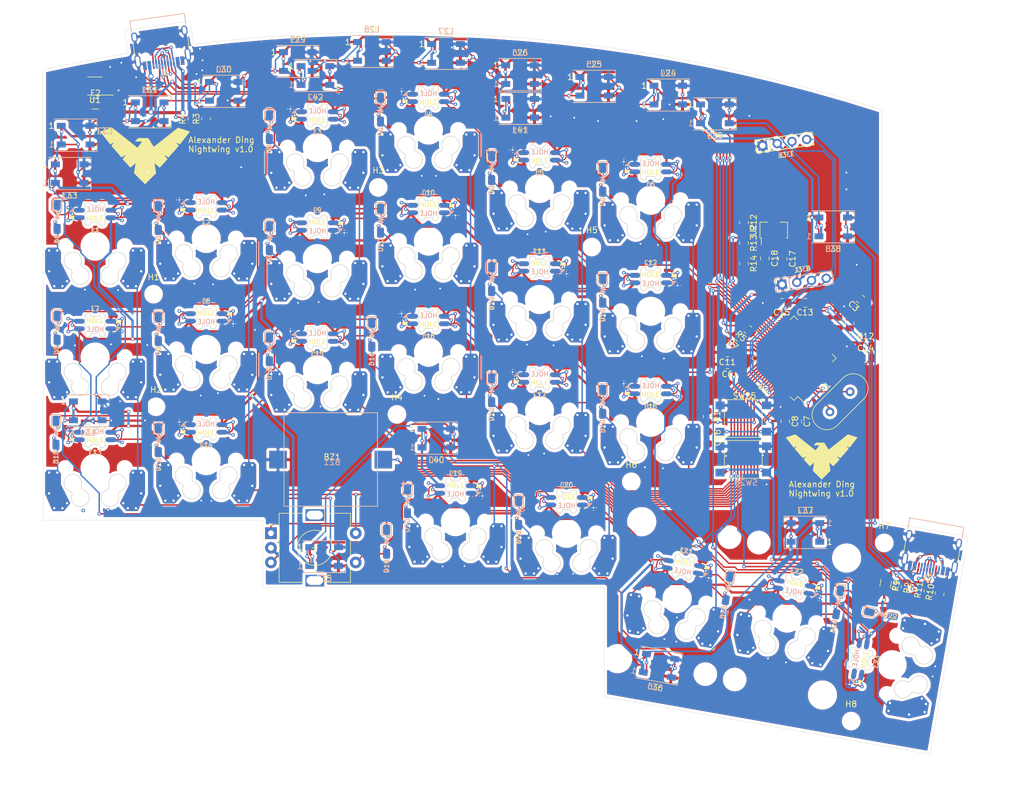
<source format=kicad_pcb>
(kicad_pcb (version 20171130) (host pcbnew 5.1.10)
  (layers (0 F.Cu signal) (31 B.Cu signal) (34 B.Paste user hide) (35 F.Paste user hide) (36 B.SilkS user) (37 F.SilkS user) (38 B.Mask user) (39 F.Mask user) (44 Edge.Cuts user))
  (net 0 "")
  (net 1 "Net-(J1-PadA5)")
  (net 2 "Net-(J1-PadB5)")
  (net 3 "Net-(D1-Pad2)")
  (net 4 "Net-(D2-Pad2)")
  (net 5 "Net-(D3-Pad2)")
  (net 6 "Net-(D4-Pad2)")
  (net 7 "Net-(D5-Pad2)")
  (net 8 "Net-(D6-Pad2)")
  (net 9 "Net-(D7-Pad2)")
  (net 10 "Net-(D8-Pad2)")
  (net 11 "Net-(D9-Pad2)")
  (net 12 "Net-(D10-Pad2)")
  (net 13 "Net-(D11-Pad2)")
  (net 14 "Net-(D12-Pad2)")
  (net 15 "Net-(D13-Pad2)")
  (net 16 "Net-(D14-Pad2)")
  (net 17 "Net-(D15-Pad2)")
  (net 18 "Net-(D16-Pad2)")
  (net 19 "Net-(D17-Pad2)")
  (net 20 "Net-(D18-Pad2)")
  (net 21 "Net-(D19-Pad2)")
  (net 22 "Net-(D20-Pad2)")
  (net 23 "Net-(D21-Pad2)")
  (net 24 "Net-(D22-Pad2)")
  (net 25 "Net-(D23-Pad2)")
  (net 26 "Net-(D24-Pad2)")
  (net 27 COL2)
  (net 28 COL3)
  (net 29 COL4)
  (net 30 COL5)
  (net 31 COL0)
  (net 32 COL1)
  (net 33 VCC)
  (net 34 D-)
  (net 35 D+)
  (net 36 GND)
  (net 37 BUZZER)
  (net 38 ROW0)
  (net 39 ROW1)
  (net 40 ROW2)
  (net 41 ROW3)
  (net 42 +5V)
  (net 43 SDA)
  (net 44 SCL)
  (net 45 "Net-(L1-Pad2)")
  (net 46 SK_LED)
  (net 47 "Net-(L2-Pad2)")
  (net 48 "Net-(L3-Pad2)")
  (net 49 "Net-(L4-Pad2)")
  (net 50 "Net-(L5-Pad2)")
  (net 51 "Net-(L12-Pad4)")
  (net 52 "Net-(L13-Pad4)")
  (net 53 "Net-(L7-Pad4)")
  (net 54 "Net-(L8-Pad4)")
  (net 55 "Net-(L10-Pad2)")
  (net 56 "Net-(L10-Pad4)")
  (net 57 "Net-(L11-Pad4)")
  (net 58 "Net-(L13-Pad2)")
  (net 59 "Net-(L14-Pad2)")
  (net 60 "Net-(L15-Pad2)")
  (net 61 "Net-(L16-Pad2)")
  (net 62 "Net-(L17-Pad2)")
  (net 63 "Net-(L18-Pad2)")
  (net 64 "Net-(L19-Pad2)")
  (net 65 "Net-(L19-Pad4)")
  (net 66 "Net-(L20-Pad4)")
  (net 67 "Net-(L21-Pad4)")
  (net 68 "Net-(L22-Pad4)")
  (net 69 "Net-(L24-Pad2)")
  (net 70 WS_LED)
  (net 71 "Net-(L25-Pad2)")
  (net 72 "Net-(L26-Pad2)")
  (net 73 "Net-(L27-Pad2)")
  (net 74 "Net-(L28-Pad2)")
  (net 75 "Net-(L29-Pad2)")
  (net 76 "Net-(L30-Pad2)")
  (net 77 "Net-(L31-Pad2)")
  (net 78 "Net-(L32-Pad2)")
  (net 79 "Net-(L33-Pad2)")
  (net 80 "Net-(L34-Pad2)")
  (net 81 "Net-(L35-Pad2)")
  (net 82 "Net-(L36-Pad2)")
  (net 83 "Net-(L37-Pad2)")
  (net 84 "Net-(L38-Pad2)")
  (net 85 "Net-(L39-Pad2)")
  (net 86 ROT_A)
  (net 87 ROT_B)
  (net 88 DN)
  (net 89 DP)
  (net 90 NRST)
  (net 91 +3V3)
  (net 92 BOOT0)
  (net 93 "Net-(U4-Pad57)")
  (net 94 "Net-(U4-Pad54)")
  (net 95 "Net-(U4-Pad46)")
  (net 96 "Net-(U4-Pad36)")
  (net 97 "Net-(U4-Pad35)")
  (net 98 "Net-(U4-Pad34)")
  (net 99 "Net-(U4-Pad33)")
  (net 100 "Net-(U4-Pad27)")
  (net 101 "Net-(U4-Pad26)")
  (net 102 "Net-(U4-Pad23)")
  (net 103 "Net-(U4-Pad22)")
  (net 104 "Net-(U4-Pad21)")
  (net 105 "Net-(U4-Pad20)")
  (net 106 "Net-(U4-Pad17)")
  (net 107 "Net-(U4-Pad16)")
  (net 108 "Net-(U4-Pad15)")
  (net 109 "Net-(U4-Pad14)")
  (net 110 OSC_OUT)
  (net 111 OSC_IN)
  (net 112 "Net-(F1-Pad1)")
  (net 113 SPLIT_COMMS-)
  (net 114 SPLIT_COMMS+)
  (net 115 SPLIT_HAND_PIN)
  (net 116 "Net-(U4-Pad2)")
  (net 117 "Net-(U4-Pad3)")
  (net 118 "Net-(U4-Pad4)")
  (net 119 "Net-(U4-Pad8)")
  (net 120 "Net-(U4-Pad9)")
  (net 121 "Net-(U4-Pad10)")
  (net 122 "Net-(U4-Pad11)")
  (net 123 "Net-(U4-Pad24)")
  (net 124 "Net-(U4-Pad25)")
  (net 125 PLUG_DETECT)
  (net 126 "Net-(R13-Pad2)")
  (net 127 "Net-(L41-Pad2)")
  (net 128 "Net-(L42-Pad2)")
  (net 129 "Net-(L36-Pad4)")
  (module private:tiny_nightwing (layer F.Cu) (at 37.061 38.652)
    (fp_text reference G*** hide)
    (fp_text value LOGO hide)
  )
  (module reversible-kicad-footprints:SW_Push_1P1T_NO_6x6mm_H9.5mm (layer F.Cu) (at 139.38 90.734)
    (fp_text reference SW26 (at 0.482 3.978) (layer B.SilkS) (effects (justify mirror)))
    (fp_text value BOOT0 hide)
    (pad 2 smd rect (at 3.975 2.25) (size 1.55 1.3) (layers F.Cu F.Paste F.Mask) (net 91 +3V3))
    (pad 1 smd rect (at 3.975 -2.25) (size 1.55 1.3) (layers F.Cu F.Paste F.Mask) (net 36 GND))
    (pad 1 smd rect (at -3.975 -2.25) (size 1.55 1.3) (layers F.Cu F.Paste F.Mask) (net 36 GND))
    (pad 2 smd rect (at -3.975 2.25) (size 1.55 1.3) (layers F.Cu F.Paste F.Mask) (net 91 +3V3))
    (pad 2 smd rect (at 3.975 2.25) (size 1.55 1.3) (layers B.Cu B.Paste B.Mask) (net 91 +3V3))
    (pad 2 smd rect (at -3.975 2.25) (size 1.55 1.3) (layers B.Cu B.Paste B.Mask) (net 91 +3V3))
    (pad 1 smd rect (at 3.975 -2.25) (size 1.55 1.3) (layers B.Cu B.Paste B.Mask) (net 36 GND))
    (pad 1 smd rect (at -3.975 -2.25) (size 1.55 1.3) (layers B.Cu B.Paste B.Mask) (net 36 GND))
  )
  (module reversible-kicad-footprints:SW_Push_1P1T_NO_6x6mm_H9.5mm (layer F.Cu) (at 139.38 83.743)
    (fp_text reference SW25 (at 0.213 -3.883) (layer F.SilkS))
    (fp_text value RESET)
    (pad 1 smd rect (at -3.975 -2.25) (size 1.55 1.3) (layers B.Cu B.Paste B.Mask) (net 36 GND))
    (pad 1 smd rect (at 3.975 -2.25) (size 1.55 1.3) (layers B.Cu B.Paste B.Mask) (net 36 GND))
    (pad 2 smd rect (at -3.975 2.25) (size 1.55 1.3) (layers B.Cu B.Paste B.Mask) (net 90 NRST))
    (pad 2 smd rect (at 3.975 2.25) (size 1.55 1.3) (layers B.Cu B.Paste B.Mask) (net 90 NRST))
    (pad 2 smd rect (at -3.975 2.25) (size 1.55 1.3) (layers F.Cu F.Paste F.Mask) (net 90 NRST))
    (pad 1 smd rect (at -3.975 -2.25) (size 1.55 1.3) (layers F.Cu F.Paste F.Mask) (net 36 GND))
    (pad 1 smd rect (at 3.975 -2.25) (size 1.55 1.3) (layers F.Cu F.Paste F.Mask) (net 36 GND))
    (pad 2 smd rect (at 3.975 2.25) (size 1.55 1.3) (layers F.Cu F.Paste F.Mask) (net 90 NRST))
  )
  (module Capacitor_SMD:C_0805_2012Metric_Pad1.18x1.45mm_HandSolder (layer F.Cu) (at 133.298 87.0185 270)
    (fp_text reference C16 (at 0 -1.68 90) (layer F.SilkS))
    (fp_text value 100nf hide)
    (pad 2 smd roundrect (at 1.0375 0 270) (size 1.175 1.45) (layers F.Cu F.Paste F.Mask) (roundrect_rratio 0.212766) (net 36 GND))
    (pad 1 smd roundrect (at -1.0375 0 270) (size 1.175 1.45) (layers F.Cu F.Paste F.Mask) (roundrect_rratio 0.212766) (net 90 NRST))
  )
  (module reversible-kicad-footprints:ws2812_reversible (layer B.Cu) (at 67.694324 107.361721)
    (fp_text reference L35 (at 0 3.75) (layer B.SilkS) (effects (justify mirror)))
    (fp_text value WS2812B hide)
    (fp_text user 1 (at -4.15 1.6) (layer B.SilkS) (effects (justify mirror)))
    (fp_text user 1 (at -4.15 -1.6) (layer F.SilkS))
    (fp_text user %R (at 0 3.75) (layer F.SilkS))
    (pad 4 smd rect (at 2.45 1.6) (size 1.5 1) (layers B.Cu B.Paste B.Mask) (net 80 "Net-(L34-Pad2)"))
    (pad 1 smd rect (at -2.45 1.6) (size 1.5 1) (layers B.Cu B.Paste B.Mask) (net 42 +5V))
    (pad 3 smd rect (at 2.45 -1.6) (size 1.5 1) (layers B.Cu B.Paste B.Mask) (net 36 GND))
    (pad 2 smd rect (at -2.45 -1.6) (size 1.5 1) (layers B.Cu B.Paste B.Mask) (net 81 "Net-(L35-Pad2)"))
    (pad 3 smd rect (at 2.45 1.6) (size 1.5 1) (layers F.Cu F.Paste F.Mask) (net 36 GND))
    (pad 1 smd rect (at -2.45 -1.6) (size 1.5 1) (layers F.Cu F.Paste F.Mask) (net 42 +5V))
    (pad 2 smd rect (at -2.45 1.6) (size 1.5 1) (layers F.Cu F.Paste F.Mask) (net 81 "Net-(L35-Pad2)"))
    (pad 4 smd rect (at 2.45 -1.6) (size 1.5 1) (layers F.Cu F.Paste F.Mask) (net 80 "Net-(L34-Pad2)"))
  )
  (module reversible-kicad-footprints:ws2812_reversible (layer F.Cu) (at 63.205 22.652641)
    (fp_text reference L29 (at 0 -3.75) (layer F.SilkS))
    (fp_text value WS2812B hide)
    (fp_text user 1 (at -4.15 -1.6) (layer F.SilkS))
    (fp_text user 1 (at -4.15 1.6) (layer B.SilkS) (effects (justify mirror)))
    (fp_text user %R (at 0 -3.75) (layer B.SilkS) (effects (justify mirror)))
    (pad 4 smd rect (at 2.45 -1.6) (size 1.5 1) (layers F.Cu F.Paste F.Mask) (net 74 "Net-(L28-Pad2)"))
    (pad 1 smd rect (at -2.45 -1.6) (size 1.5 1) (layers F.Cu F.Paste F.Mask) (net 42 +5V))
    (pad 3 smd rect (at 2.45 1.6) (size 1.5 1) (layers F.Cu F.Paste F.Mask) (net 36 GND))
    (pad 2 smd rect (at -2.45 1.6) (size 1.5 1) (layers F.Cu F.Paste F.Mask) (net 75 "Net-(L29-Pad2)"))
    (pad 3 smd rect (at 2.45 -1.6) (size 1.5 1) (layers B.Cu B.Paste B.Mask) (net 36 GND))
    (pad 1 smd rect (at -2.45 1.6) (size 1.5 1) (layers B.Cu B.Paste B.Mask) (net 42 +5V))
    (pad 2 smd rect (at -2.45 -1.6) (size 1.5 1) (layers B.Cu B.Paste B.Mask) (net 75 "Net-(L29-Pad2)"))
    (pad 4 smd rect (at 2.45 1.6) (size 1.5 1) (layers B.Cu B.Paste B.Mask) (net 74 "Net-(L28-Pad2)"))
  )
  (module reversible-kicad-footprints:ws2812_reversible (layer B.Cu) (at 66.222 25.049)
    (fp_text reference L42 (at 0 3.75) (layer B.SilkS) (effects (justify mirror)))
    (fp_text value WS2812B hide)
    (fp_text user %R (at 0 3.75) (layer F.SilkS))
    (fp_text user 1 (at -4.15 -1.6) (layer F.SilkS))
    (fp_text user 1 (at -4.15 1.6) (layer B.SilkS) (effects (justify mirror)))
    (pad 4 smd rect (at 2.45 -1.6) (size 1.5 1) (layers F.Cu F.Paste F.Mask) (net 127 "Net-(L41-Pad2)"))
    (pad 2 smd rect (at -2.45 1.6) (size 1.5 1) (layers F.Cu F.Paste F.Mask) (net 128 "Net-(L42-Pad2)"))
    (pad 1 smd rect (at -2.45 -1.6) (size 1.5 1) (layers F.Cu F.Paste F.Mask) (net 42 +5V))
    (pad 3 smd rect (at 2.45 1.6) (size 1.5 1) (layers F.Cu F.Paste F.Mask) (net 36 GND))
    (pad 2 smd rect (at -2.45 -1.6) (size 1.5 1) (layers B.Cu B.Paste B.Mask) (net 128 "Net-(L42-Pad2)"))
    (pad 3 smd rect (at 2.45 -1.6) (size 1.5 1) (layers B.Cu B.Paste B.Mask) (net 36 GND))
    (pad 1 smd rect (at -2.45 1.6) (size 1.5 1) (layers B.Cu B.Paste B.Mask) (net 42 +5V))
    (pad 4 smd rect (at 2.45 1.6) (size 1.5 1) (layers B.Cu B.Paste B.Mask) (net 127 "Net-(L41-Pad2)"))
  )
  (module reversible-kicad-footprints:ws2812_reversible (layer F.Cu) (at 50.545 27.752641)
    (fp_text reference L30 (at 0 -3.75) (layer F.SilkS))
    (fp_text value WS2812B hide)
    (fp_text user 1 (at -4.15 -1.6) (layer F.SilkS))
    (fp_text user 1 (at -4.15 1.6) (layer B.SilkS) (effects (justify mirror)))
    (fp_text user %R (at 0 -3.75) (layer B.SilkS) (effects (justify mirror)))
    (pad 4 smd rect (at 2.45 -1.6) (size 1.5 1) (layers F.Cu F.Paste F.Mask) (net 75 "Net-(L29-Pad2)"))
    (pad 1 smd rect (at -2.45 -1.6) (size 1.5 1) (layers F.Cu F.Paste F.Mask) (net 42 +5V))
    (pad 3 smd rect (at 2.45 1.6) (size 1.5 1) (layers F.Cu F.Paste F.Mask) (net 36 GND))
    (pad 2 smd rect (at -2.45 1.6) (size 1.5 1) (layers F.Cu F.Paste F.Mask) (net 76 "Net-(L30-Pad2)"))
    (pad 3 smd rect (at 2.45 -1.6) (size 1.5 1) (layers B.Cu B.Paste B.Mask) (net 36 GND))
    (pad 1 smd rect (at -2.45 1.6) (size 1.5 1) (layers B.Cu B.Paste B.Mask) (net 42 +5V))
    (pad 2 smd rect (at -2.45 -1.6) (size 1.5 1) (layers B.Cu B.Paste B.Mask) (net 76 "Net-(L30-Pad2)"))
    (pad 4 smd rect (at 2.45 1.6) (size 1.5 1) (layers B.Cu B.Paste B.Mask) (net 75 "Net-(L29-Pad2)"))
  )
  (module reversible-kicad-footprints:ws2812_reversible (layer B.Cu) (at 134.533 31.605)
    (fp_text reference L39 (at 0 3.75) (layer B.SilkS) (effects (justify mirror)))
    (fp_text value WS2812B hide)
    (fp_text user 1 (at -4.15 1.6) (layer B.SilkS) (effects (justify mirror)))
    (fp_text user 1 (at -4.15 -1.6) (layer F.SilkS))
    (fp_text user %R (at 0 3.75) (layer F.SilkS))
    (pad 4 smd rect (at 2.45 1.6) (size 1.5 1) (layers B.Cu B.Paste B.Mask) (net 84 "Net-(L38-Pad2)"))
    (pad 1 smd rect (at -2.45 1.6) (size 1.5 1) (layers B.Cu B.Paste B.Mask) (net 42 +5V))
    (pad 3 smd rect (at 2.45 -1.6) (size 1.5 1) (layers B.Cu B.Paste B.Mask) (net 36 GND))
    (pad 2 smd rect (at -2.45 -1.6) (size 1.5 1) (layers B.Cu B.Paste B.Mask) (net 85 "Net-(L39-Pad2)"))
    (pad 3 smd rect (at 2.45 1.6) (size 1.5 1) (layers F.Cu F.Paste F.Mask) (net 36 GND))
    (pad 1 smd rect (at -2.45 -1.6) (size 1.5 1) (layers F.Cu F.Paste F.Mask) (net 42 +5V))
    (pad 2 smd rect (at -2.45 1.6) (size 1.5 1) (layers F.Cu F.Paste F.Mask) (net 85 "Net-(L39-Pad2)"))
    (pad 4 smd rect (at 2.45 -1.6) (size 1.5 1) (layers F.Cu F.Paste F.Mask) (net 84 "Net-(L38-Pad2)"))
  )
  (module reversible-kicad-footprints:ws2812_reversible (layer B.Cu) (at 86.893 87.086)
    (fp_text reference L40 (at 0 3.75) (layer B.SilkS) (effects (justify mirror)))
    (fp_text value WS2812B hide)
    (fp_text user %R (at 0 3.75) (layer F.SilkS))
    (fp_text user 1 (at -4.15 -1.6) (layer F.SilkS))
    (fp_text user 1 (at -4.15 1.6) (layer B.SilkS) (effects (justify mirror)))
    (pad 4 smd rect (at 2.45 -1.6) (size 1.5 1) (layers F.Cu F.Paste F.Mask) (net 81 "Net-(L35-Pad2)"))
    (pad 2 smd rect (at -2.45 1.6) (size 1.5 1) (layers F.Cu F.Paste F.Mask) (net 129 "Net-(L36-Pad4)"))
    (pad 1 smd rect (at -2.45 -1.6) (size 1.5 1) (layers F.Cu F.Paste F.Mask) (net 42 +5V))
    (pad 3 smd rect (at 2.45 1.6) (size 1.5 1) (layers F.Cu F.Paste F.Mask) (net 36 GND))
    (pad 2 smd rect (at -2.45 -1.6) (size 1.5 1) (layers B.Cu B.Paste B.Mask) (net 129 "Net-(L36-Pad4)"))
    (pad 3 smd rect (at 2.45 -1.6) (size 1.5 1) (layers B.Cu B.Paste B.Mask) (net 36 GND))
    (pad 1 smd rect (at -2.45 1.6) (size 1.5 1) (layers B.Cu B.Paste B.Mask) (net 42 +5V))
    (pad 4 smd rect (at 2.45 1.6) (size 1.5 1) (layers B.Cu B.Paste B.Mask) (net 81 "Net-(L35-Pad2)"))
  )
  (module reversible-kicad-footprints:ws2812_reversible (layer B.Cu) (at 101.228 30.656)
    (fp_text reference L41 (at 0 3.75) (layer B.SilkS) (effects (justify mirror)))
    (fp_text value WS2812B hide)
    (fp_text user %R (at 0 3.75) (layer F.SilkS))
    (fp_text user 1 (at -4.15 -1.6) (layer F.SilkS))
    (fp_text user 1 (at -4.15 1.6) (layer B.SilkS) (effects (justify mirror)))
    (pad 4 smd rect (at 2.45 -1.6) (size 1.5 1) (layers F.Cu F.Paste F.Mask) (net 85 "Net-(L39-Pad2)"))
    (pad 2 smd rect (at -2.45 1.6) (size 1.5 1) (layers F.Cu F.Paste F.Mask) (net 127 "Net-(L41-Pad2)"))
    (pad 1 smd rect (at -2.45 -1.6) (size 1.5 1) (layers F.Cu F.Paste F.Mask) (net 42 +5V))
    (pad 3 smd rect (at 2.45 1.6) (size 1.5 1) (layers F.Cu F.Paste F.Mask) (net 36 GND))
    (pad 2 smd rect (at -2.45 -1.6) (size 1.5 1) (layers B.Cu B.Paste B.Mask) (net 127 "Net-(L41-Pad2)"))
    (pad 3 smd rect (at 2.45 -1.6) (size 1.5 1) (layers B.Cu B.Paste B.Mask) (net 36 GND))
    (pad 1 smd rect (at -2.45 1.6) (size 1.5 1) (layers B.Cu B.Paste B.Mask) (net 42 +5V))
    (pad 4 smd rect (at 2.45 1.6) (size 1.5 1) (layers B.Cu B.Paste B.Mask) (net 85 "Net-(L39-Pad2)"))
  )
  (module private:icon_nightwing (layer F.Cu) (at 152.765 90.187)
    (fp_text reference G*** hide)
    (fp_text value LOGO hide)
  )
  (module Resistor_SMD:R_0805_2012Metric (layer F.Cu) (at 139.509 57.217 270)
    (fp_text reference R14 (at 0 -1.65 90) (layer F.SilkS))
    (fp_text value 68k)
    (pad 2 smd roundrect (at 0.9125 0 270) (size 1.025 1.4) (layers F.Cu F.Paste F.Mask) (roundrect_rratio 0.243902) (net 36 GND))
    (pad 1 smd roundrect (at -0.9125 0 270) (size 1.025 1.4) (layers F.Cu F.Paste F.Mask) (roundrect_rratio 0.243902) (net 126 "Net-(R13-Pad2)"))
  )
  (module Resistor_SMD:R_0805_2012Metric (layer F.Cu) (at 139.503 53.717 270)
    (fp_text reference R13 (at 0 -1.65 90) (layer F.SilkS))
    (fp_text value 68k)
    (pad 2 smd roundrect (at 0.9125 0 270) (size 1.025 1.4) (layers F.Cu F.Paste F.Mask) (roundrect_rratio 0.243902) (net 126 "Net-(R13-Pad2)"))
    (pad 1 smd roundrect (at -0.9125 0 270) (size 1.025 1.4) (layers F.Cu F.Paste F.Mask) (roundrect_rratio 0.243902) (net 125 PLUG_DETECT))
  )
  (module Resistor_SMD:R_0805_2012Metric (layer F.Cu) (at 139.503 50.217 270)
    (fp_text reference R12 (at 0 -1.65 90) (layer F.SilkS))
    (fp_text value 68k)
    (pad 2 smd roundrect (at 0.9125 0 270) (size 1.025 1.4) (layers F.Cu F.Paste F.Mask) (roundrect_rratio 0.243902) (net 125 PLUG_DETECT))
    (pad 1 smd roundrect (at -0.9125 0 270) (size 1.025 1.4) (layers F.Cu F.Paste F.Mask) (roundrect_rratio 0.243902) (net 42 +5V))
  )
  (module MountingHole:MountingHole_2.2mm_M2_DIN965 (layer F.Cu) (at 157.827 135.51)
    (fp_text reference H8 (at 0 -2.9) (layer F.SilkS))
    (fp_text value MountingHole hide)
    (pad 1 np_thru_hole circle (at 0 0) (size 2.2 2.2) (drill 2.2) (layers *.Cu *.Mask))
  )
  (module MountingHole:MountingHole_2.2mm_M2_DIN965 (layer F.Cu) (at 163.49 105.025)
    (fp_text reference H7 (at 0 -2.9) (layer F.SilkS))
    (fp_text value MountingHole hide)
    (pad 1 np_thru_hole circle (at 0 0) (size 2.2 2.2) (drill 2.2) (layers *.Cu *.Mask))
  )
  (module MountingHole:MountingHole_2.2mm_M2_DIN965 (layer F.Cu) (at 120.234 94.558)
    (fp_text reference H6 (at 0 -2.9) (layer F.SilkS))
    (fp_text value MountingHole hide)
    (pad 1 np_thru_hole circle (at 0 0) (size 2.2 2.2) (drill 2.2) (layers *.Cu *.Mask))
  )
  (module MountingHole:MountingHole_2.2mm_M2_DIN965 (layer F.Cu) (at 113.484 54.403)
    (fp_text reference H5 (at 0 -2.9) (layer F.SilkS))
    (fp_text value MountingHole hide)
    (pad 1 np_thru_hole circle (at 0 0) (size 2.2 2.2) (drill 2.2) (layers *.Cu *.Mask))
  )
  (module MountingHole:MountingHole_2.2mm_M2_DIN965 (layer F.Cu) (at 80.157 83.034)
    (fp_text reference H4 (at 0 -2.9) (layer F.SilkS))
    (fp_text value MountingHole hide)
    (pad 1 np_thru_hole circle (at 0 0) (size 2.2 2.2) (drill 2.2) (layers *.Cu *.Mask))
  )
  (module MountingHole:MountingHole_2.2mm_M2_DIN965 (layer F.Cu) (at 76.965 44.202)
    (fp_text reference H3 (at 0 -2.9) (layer F.SilkS))
    (fp_text value MountingHole hide)
    (pad 1 np_thru_hole circle (at 0 0) (size 2.2 2.2) (drill 2.2) (layers *.Cu *.Mask))
  )
  (module MountingHole:MountingHole_2.2mm_M2_DIN965 (layer F.Cu) (at 38.955 81.726)
    (fp_text reference H2 (at 0 -2.9) (layer F.SilkS))
    (fp_text value MountingHole hide)
    (pad 1 np_thru_hole circle (at 0 0) (size 2.2 2.2) (drill 2.2) (layers *.Cu *.Mask))
  )
  (module MountingHole:MountingHole_2.2mm_M2_DIN965 (layer F.Cu) (at 38.539 62.468)
    (fp_text reference H1 (at 0 -2.9) (layer F.SilkS))
    (fp_text value MountingHole hide)
    (pad 1 np_thru_hole circle (at 0 0) (size 2.2 2.2) (drill 2.2) (layers *.Cu *.Mask))
  )
  (module reversible-kicad-footprints:USB_C_Receptacle_HRO_TYPE-C-31-M-12 (layer F.Cu) (at 171.8 105.394 170)
    (fp_text reference J2 (at 0 -5.645 350) (layer F.SilkS))
    (fp_text value USB_C_Receptacle_USB2.0)
    (fp_text user J1 (at 0 -5.645 170) (layer B.SilkS) (effects (justify mirror)))
    (pad B1 smd rect (at 3.25 -4.045 170) (size 0.6 1.45) (layers F.Cu F.Paste F.Mask) (net 36 GND))
    (pad A1 smd rect (at -3.25 -4.045 170) (size 0.6 1.45) (layers F.Cu F.Paste F.Mask) (net 36 GND))
    (pad A4 smd rect (at -2.45 -4.045 170) (size 0.6 1.45) (layers F.Cu F.Paste F.Mask) (net 112 "Net-(F1-Pad1)"))
    (pad B4 smd rect (at 2.45 -4.045 170) (size 0.6 1.45) (layers F.Cu F.Paste F.Mask) (net 112 "Net-(F1-Pad1)"))
    (pad A5 smd rect (at -1.25 -4.045 170) (size 0.3 1.45) (layers F.Cu F.Paste F.Mask) (net 36 GND))
    (pad B7 smd rect (at -0.75 -4.045 170) (size 0.3 1.45) (layers F.Cu F.Paste F.Mask) (net 113 SPLIT_COMMS-))
    (pad A7 smd rect (at 0.25 -4.045 170) (size 0.3 1.45) (layers F.Cu F.Paste F.Mask) (net 113 SPLIT_COMMS-))
    (pad B6 smd rect (at 0.75 -4.045 170) (size 0.3 1.45) (layers F.Cu F.Paste F.Mask) (net 114 SPLIT_COMMS+))
    (pad B5 smd rect (at 1.75 -4.045 170) (size 0.3 1.45) (layers F.Cu F.Paste F.Mask) (net 36 GND))
    (pad A6 smd rect (at -0.25 -4.045 170) (size 0.3 1.45) (layers F.Cu F.Paste F.Mask) (net 114 SPLIT_COMMS+))
    (pad S1 thru_hole oval (at 4.32 -3.13 170) (size 1 2.1) (drill oval 0.6 1.7) (layers *.Cu *.Mask) (net 36 GND))
    (pad S1 thru_hole oval (at -4.32 -3.13 170) (size 1 2.1) (drill oval 0.6 1.7) (layers *.Cu *.Mask) (net 36 GND))
    (pad "" np_thru_hole circle (at -2.89 -2.6 170) (size 0.65 0.65) (drill 0.65) (layers *.Cu *.Mask))
    (pad S1 thru_hole oval (at -4.32 1.05 170) (size 1 1.6) (drill oval 0.6 1.2) (layers *.Cu *.Mask) (net 36 GND))
    (pad "" np_thru_hole circle (at 2.89 -2.6 170) (size 0.65 0.65) (drill 0.65) (layers *.Cu *.Mask))
    (pad S1 thru_hole oval (at 4.32 1.05 170) (size 1 1.6) (drill oval 0.6 1.2) (layers *.Cu *.Mask) (net 36 GND))
    (pad B7 smd rect (at 0.75 -4.045 350) (size 0.3 1.45) (layers B.Cu B.Paste B.Mask) (net 113 SPLIT_COMMS-))
    (pad A6 smd rect (at 0.25 -4.045 350) (size 0.3 1.45) (layers B.Cu B.Paste B.Mask) (net 114 SPLIT_COMMS+))
    (pad B5 smd rect (at -1.75 -4.045 350) (size 0.3 1.45) (layers B.Cu B.Paste B.Mask) (net 36 GND))
    (pad A5 smd rect (at 1.25 -4.045 350) (size 0.3 1.45) (layers B.Cu B.Paste B.Mask) (net 36 GND))
    (pad B6 smd rect (at -0.75 -4.045 350) (size 0.3 1.45) (layers B.Cu B.Paste B.Mask) (net 114 SPLIT_COMMS+))
    (pad A7 smd rect (at -0.25 -4.045 350) (size 0.3 1.45) (layers B.Cu B.Paste B.Mask) (net 113 SPLIT_COMMS-))
    (pad B1 smd rect (at -3.25 -4.045 350) (size 0.6 1.45) (layers B.Cu B.Paste B.Mask) (net 36 GND))
    (pad A1 smd rect (at 3.25 -4.045 350) (size 0.6 1.45) (layers B.Cu B.Paste B.Mask) (net 36 GND))
    (pad B4 smd rect (at -2.45 -4.045 350) (size 0.6 1.45) (layers B.Cu B.Paste B.Mask) (net 112 "Net-(F1-Pad1)"))
    (pad A4 smd rect (at 2.45 -4.045 350) (size 0.6 1.45) (layers B.Cu B.Paste B.Mask) (net 112 "Net-(F1-Pad1)"))
  )
  (module Resistor_SMD:R_0805_2012Metric (layer F.Cu) (at 171.03 113.354 80)
    (fp_text reference R11 (at 0 -1.65 80) (layer F.SilkS))
    (fp_text value 9.1k hide)
    (pad 2 smd roundrect (at 0.9125 0 80) (size 1.025 1.4) (layers F.Cu F.Paste F.Mask) (roundrect_rratio 0.243902) (net 114 SPLIT_COMMS+))
    (pad 1 smd roundrect (at -0.9125 0 80) (size 1.025 1.4) (layers F.Cu F.Paste F.Mask) (roundrect_rratio 0.243902) (net 91 +3V3))
  )
  (module Resistor_SMD:R_0805_2012Metric (layer F.Cu) (at 172.96 113.714 80)
    (fp_text reference R10 (at 0 -1.65 80) (layer F.SilkS))
    (fp_text value 9.1k hide)
    (pad 2 smd roundrect (at 0.9125 0 80) (size 1.025 1.4) (layers F.Cu F.Paste F.Mask) (roundrect_rratio 0.243902) (net 114 SPLIT_COMMS+))
    (pad 1 smd roundrect (at -0.9125 0 80) (size 1.025 1.4) (layers F.Cu F.Paste F.Mask) (roundrect_rratio 0.243902) (net 91 +3V3))
  )
  (module Resistor_SMD:R_0805_2012Metric (layer F.Cu) (at 167.128454 112.655363 80)
    (fp_text reference R9 (at 0 -1.65 80) (layer F.SilkS))
    (fp_text value 9.1k hide)
    (pad 2 smd roundrect (at 0.9125 0 80) (size 1.025 1.4) (layers F.Cu F.Paste F.Mask) (roundrect_rratio 0.243902) (net 113 SPLIT_COMMS-))
    (pad 1 smd roundrect (at -0.9125 0 80) (size 1.025 1.4) (layers F.Cu F.Paste F.Mask) (roundrect_rratio 0.243902) (net 91 +3V3))
  )
  (module Resistor_SMD:R_0805_2012Metric (layer F.Cu) (at 155.614 67.3885 90)
    (fp_text reference R8 hide)
    (fp_text value "9.1k (Right)")
    (pad 2 smd roundrect (at 0.9125 0 90) (size 1.025 1.4) (layers F.Cu F.Paste F.Mask) (roundrect_rratio 0.243902) (net 36 GND))
    (pad 1 smd roundrect (at -0.9125 0 90) (size 1.025 1.4) (layers F.Cu F.Paste F.Mask) (roundrect_rratio 0.243902) (net 115 SPLIT_HAND_PIN))
  )
  (module Resistor_SMD:R_0805_2012Metric (layer F.Cu) (at 157.595 67.3885 270)
    (fp_text reference R6 hide)
    (fp_text value "9.1k (Left)")
    (pad 1 smd roundrect (at -0.9125 0 270) (size 1.025 1.4) (layers F.Cu F.Paste F.Mask) (roundrect_rratio 0.243902) (net 91 +3V3))
    (pad 2 smd roundrect (at 0.9125 0 270) (size 1.025 1.4) (layers F.Cu F.Paste F.Mask) (roundrect_rratio 0.243902) (net 115 SPLIT_HAND_PIN))
  )
  (module Resistor_SMD:R_0805_2012Metric (layer F.Cu) (at 169.08 113.004 80)
    (fp_text reference R2 (at 0 -1.65 80) (layer F.SilkS))
    (fp_text value 9.1k hide)
    (pad 2 smd roundrect (at 0.9125 0 80) (size 1.025 1.4) (layers F.Cu F.Paste F.Mask) (roundrect_rratio 0.243902) (net 113 SPLIT_COMMS-))
    (pad 1 smd roundrect (at -0.9125 0 80) (size 1.025 1.4) (layers F.Cu F.Paste F.Mask) (roundrect_rratio 0.243902) (net 91 +3V3))
  )
  (module Resistor_SMD:R_0805_2012Metric (layer F.Cu) (at 133.274 83.378 270)
    (fp_text reference R1 (at 0 -1.65 90) (layer F.SilkS))
    (fp_text value 10k)
    (pad 2 smd roundrect (at 0.9125 0 270) (size 1.025 1.4) (layers F.Cu F.Paste F.Mask) (roundrect_rratio 0.243902) (net 92 BOOT0))
    (pad 1 smd roundrect (at -0.9125 0 270) (size 1.025 1.4) (layers F.Cu F.Paste F.Mask) (roundrect_rratio 0.243902) (net 36 GND))
  )
  (module Fuse:Fuse_1206_3216Metric (layer F.Cu) (at 163.73 112.004 260)
    (fp_text reference F1 (at 0 -1.82 80) (layer F.SilkS))
    (fp_text value "PPTC 1.5A")
    (pad 2 smd roundrect (at 1.4 0 260) (size 1.25 1.75) (layers F.Cu F.Paste F.Mask) (roundrect_rratio 0.2) (net 42 +5V))
    (pad 1 smd roundrect (at -1.4 0 260) (size 1.25 1.75) (layers F.Cu F.Paste F.Mask) (roundrect_rratio 0.2) (net 112 "Net-(F1-Pad1)"))
  )
  (module Capacitor_SMD:C_0805_2012Metric_Pad1.18x1.45mm_HandSolder (layer F.Cu) (at 143.076 56.339 270)
    (fp_text reference C18 (at 0 -1.68 90) (layer F.SilkS))
    (fp_text value 100nf)
    (pad 1 smd roundrect (at -1.0375 0 270) (size 1.175 1.45) (layers F.Cu F.Paste F.Mask) (roundrect_rratio 0.212766) (net 91 +3V3))
    (pad 2 smd roundrect (at 1.0375 0 270) (size 1.175 1.45) (layers F.Cu F.Paste F.Mask) (roundrect_rratio 0.212766) (net 36 GND))
  )
  (module Capacitor_SMD:C_0805_2012Metric_Pad1.18x1.45mm_HandSolder (layer F.Cu) (at 146.125 56.4235 270)
    (fp_text reference C17 (at 0 -1.68 90) (layer F.SilkS))
    (fp_text value 100nf)
    (pad 1 smd roundrect (at -1.0375 0 270) (size 1.175 1.45) (layers F.Cu F.Paste F.Mask) (roundrect_rratio 0.212766) (net 42 +5V))
    (pad 2 smd roundrect (at 1.0375 0 270) (size 1.175 1.45) (layers F.Cu F.Paste F.Mask) (roundrect_rratio 0.212766) (net 36 GND))
  )
  (module Capacitor_SMD:C_0805_2012Metric_Pad1.18x1.45mm_HandSolder (layer F.Cu) (at 146.01 63.954 180)
    (fp_text reference C15 (at 0.05 -1.63) (layer F.SilkS))
    (fp_text value 100nf hide)
    (pad 2 smd roundrect (at 1.0375 0 180) (size 1.175 1.45) (layers F.Cu F.Paste F.Mask) (roundrect_rratio 0.212766) (net 36 GND))
    (pad 1 smd roundrect (at -1.0375 0 180) (size 1.175 1.45) (layers F.Cu F.Paste F.Mask) (roundrect_rratio 0.212766) (net 91 +3V3))
  )
  (module Capacitor_SMD:C_0805_2012Metric_Pad1.18x1.45mm_HandSolder (layer F.Cu) (at 160.302 73.4)
    (fp_text reference C14 (at 0 -1.68) (layer F.SilkS))
    (fp_text value 100nf hide)
    (pad 2 smd roundrect (at 1.0375 0) (size 1.175 1.45) (layers F.Cu F.Paste F.Mask) (roundrect_rratio 0.212766) (net 36 GND))
    (pad 1 smd roundrect (at -1.0375 0) (size 1.175 1.45) (layers F.Cu F.Paste F.Mask) (roundrect_rratio 0.212766) (net 91 +3V3))
  )
  (module Capacitor_SMD:C_0805_2012Metric_Pad1.18x1.45mm_HandSolder (layer F.Cu) (at 150.01 63.954)
    (fp_text reference C13 (at -0.08 1.64) (layer F.SilkS))
    (fp_text value 100nf hide)
    (pad 2 smd roundrect (at 1.0375 0) (size 1.175 1.45) (layers F.Cu F.Paste F.Mask) (roundrect_rratio 0.212766) (net 36 GND))
    (pad 1 smd roundrect (at -1.0375 0) (size 1.175 1.45) (layers F.Cu F.Paste F.Mask) (roundrect_rratio 0.212766) (net 91 +3V3))
  )
  (module Capacitor_SMD:C_0805_2012Metric_Pad1.18x1.45mm_HandSolder (layer F.Cu) (at 160.302 71.35)
    (fp_text reference C12 (at 0 -1.68) (layer F.SilkS))
    (fp_text value 100nf hide)
    (pad 2 smd roundrect (at 1.0375 0) (size 1.175 1.45) (layers F.Cu F.Paste F.Mask) (roundrect_rratio 0.212766) (net 36 GND))
    (pad 1 smd roundrect (at -1.0375 0) (size 1.175 1.45) (layers F.Cu F.Paste F.Mask) (roundrect_rratio 0.212766) (net 91 +3V3))
  )
  (module Capacitor_SMD:C_0805_2012Metric_Pad1.18x1.45mm_HandSolder (layer F.Cu) (at 136.66 72.414 180)
    (fp_text reference C11 (at 0 -1.68) (layer F.SilkS))
    (fp_text value 100nf hide)
    (pad 2 smd roundrect (at 1.0375 0 180) (size 1.175 1.45) (layers F.Cu F.Paste F.Mask) (roundrect_rratio 0.212766) (net 36 GND))
    (pad 1 smd roundrect (at -1.0375 0 180) (size 1.175 1.45) (layers F.Cu F.Paste F.Mask) (roundrect_rratio 0.212766) (net 91 +3V3))
  )
  (module Capacitor_SMD:C_0805_2012Metric_Pad1.18x1.45mm_HandSolder (layer F.Cu) (at 146.562 84.234 270)
    (fp_text reference C8 (at 0 -1.68 90) (layer F.SilkS))
    (fp_text value 100nf hide)
    (pad 2 smd roundrect (at 1.0375 0 270) (size 1.175 1.45) (layers F.Cu F.Paste F.Mask) (roundrect_rratio 0.212766) (net 36 GND))
    (pad 1 smd roundrect (at -1.0375 0 270) (size 1.175 1.45) (layers F.Cu F.Paste F.Mask) (roundrect_rratio 0.212766) (net 91 +3V3))
  )
  (module Capacitor_SMD:C_0805_2012Metric_Pad1.18x1.45mm_HandSolder (layer F.Cu) (at 148.612 84.234 270)
    (fp_text reference C7 (at 0 -1.68 90) (layer F.SilkS))
    (fp_text value 100nf hide)
    (pad 2 smd roundrect (at 1.0375 0 270) (size 1.175 1.45) (layers F.Cu F.Paste F.Mask) (roundrect_rratio 0.212766) (net 36 GND))
    (pad 1 smd roundrect (at -1.0375 0 270) (size 1.175 1.45) (layers F.Cu F.Paste F.Mask) (roundrect_rratio 0.212766) (net 91 +3V3))
  )
  (module Capacitor_SMD:C_0805_2012Metric_Pad1.18x1.45mm_HandSolder (layer F.Cu) (at 136.66 74.464 180)
    (fp_text reference C6 (at 0 -1.68) (layer F.SilkS))
    (fp_text value 100nf hide)
    (pad 1 smd roundrect (at -1.0375 0 180) (size 1.175 1.45) (layers F.Cu F.Paste F.Mask) (roundrect_rratio 0.212766) (net 91 +3V3))
    (pad 2 smd roundrect (at 1.0375 0 180) (size 1.175 1.45) (layers F.Cu F.Paste F.Mask) (roundrect_rratio 0.212766) (net 36 GND))
  )
  (module Capacitor_SMD:C_0805_2012Metric_Pad1.18x1.45mm_HandSolder (layer F.Cu) (at 159.43 63.304 135)
    (fp_text reference C3 (at 0 -1.68 135) (layer F.SilkS))
    (fp_text value 10uf)
    (pad 2 smd roundrect (at 1.0375 0 135) (size 1.175 1.45) (layers F.Cu F.Paste F.Mask) (roundrect_rratio 0.212766) (net 36 GND))
    (pad 1 smd roundrect (at -1.0375 0 135) (size 1.175 1.45) (layers F.Cu F.Paste F.Mask) (roundrect_rratio 0.212766) (net 91 +3V3))
  )
  (module Package_QFP:LQFP-64_10x10mm_P0.5mm (layer F.Cu) (at 148.04 73.414 135)
    (fp_text reference U4 (at 0 -7.4 135) (layer F.SilkS))
    (fp_text value STM32F103R8Tx)
    (pad 64 smd roundrect (at -3.75 -5.675 135) (size 0.3 1.55) (layers F.Cu F.Paste F.Mask) (net 91 +3V3))
    (pad 63 smd roundrect (at -3.25 -5.675 135) (size 0.3 1.55) (layers F.Cu F.Paste F.Mask) (net 36 GND))
    (pad 62 smd roundrect (at -2.75 -5.675 135) (size 0.3 1.55) (layers F.Cu F.Paste F.Mask) (net 87 ROT_B))
    (pad 61 smd roundrect (at -2.25 -5.675 135) (size 0.3 1.55) (layers F.Cu F.Paste F.Mask) (net 86 ROT_A))
    (pad 60 smd roundrect (at -1.75 -5.675 135) (size 0.3 1.55) (layers F.Cu F.Paste F.Mask) (net 92 BOOT0))
    (pad 59 smd roundrect (at -1.25 -5.675 135) (size 0.3 1.55) (layers F.Cu F.Paste F.Mask) (net 43 SDA))
    (pad 58 smd roundrect (at -0.75 -5.675 135) (size 0.3 1.55) (layers F.Cu F.Paste F.Mask) (net 44 SCL))
    (pad 57 smd roundrect (at -0.25 -5.675 135) (size 0.3 1.55) (layers F.Cu F.Paste F.Mask) (net 93 "Net-(U4-Pad57)"))
    (pad 56 smd roundrect (at 0.25 -5.675 135) (size 0.3 1.55) (layers F.Cu F.Paste F.Mask) (net 31 COL0))
    (pad 55 smd roundrect (at 0.75 -5.675 135) (size 0.3 1.55) (layers F.Cu F.Paste F.Mask) (net 32 COL1))
    (pad 54 smd roundrect (at 1.25 -5.675 135) (size 0.3 1.55) (layers F.Cu F.Paste F.Mask) (net 94 "Net-(U4-Pad54)"))
    (pad 53 smd roundrect (at 1.75 -5.675 135) (size 0.3 1.55) (layers F.Cu F.Paste F.Mask) (net 37 BUZZER))
    (pad 52 smd roundrect (at 2.25 -5.675 135) (size 0.3 1.55) (layers F.Cu F.Paste F.Mask) (net 27 COL2))
    (pad 51 smd roundrect (at 2.75 -5.675 135) (size 0.3 1.55) (layers F.Cu F.Paste F.Mask) (net 28 COL3))
    (pad 50 smd roundrect (at 3.25 -5.675 135) (size 0.3 1.55) (layers F.Cu F.Paste F.Mask) (net 29 COL4))
    (pad 49 smd roundrect (at 3.75 -5.675 135) (size 0.3 1.55) (layers F.Cu F.Paste F.Mask) (net 30 COL5))
    (pad 48 smd roundrect (at 5.675 -3.75 135) (size 1.55 0.3) (layers F.Cu F.Paste F.Mask) (net 91 +3V3))
    (pad 47 smd roundrect (at 5.675 -3.25 135) (size 1.55 0.3) (layers F.Cu F.Paste F.Mask) (net 36 GND))
    (pad 46 smd roundrect (at 5.675 -2.75 135) (size 1.55 0.3) (layers F.Cu F.Paste F.Mask) (net 95 "Net-(U4-Pad46)"))
    (pad 45 smd roundrect (at 5.675 -2.25 135) (size 1.55 0.3) (layers F.Cu F.Paste F.Mask) (net 35 D+))
    (pad 44 smd roundrect (at 5.675 -1.75 135) (size 1.55 0.3) (layers F.Cu F.Paste F.Mask) (net 34 D-))
    (pad 43 smd roundrect (at 5.675 -1.25 135) (size 1.55 0.3) (layers F.Cu F.Paste F.Mask) (net 41 ROW3))
    (pad 42 smd roundrect (at 5.675 -0.75 135) (size 1.55 0.3) (layers F.Cu F.Paste F.Mask) (net 40 ROW2))
    (pad 41 smd roundrect (at 5.675 -0.25 135) (size 1.55 0.3) (layers F.Cu F.Paste F.Mask) (net 39 ROW1))
    (pad 40 smd roundrect (at 5.675 0.25 135) (size 1.55 0.3) (layers F.Cu F.Paste F.Mask) (net 38 ROW0))
    (pad 39 smd roundrect (at 5.675 0.75 135) (size 1.55 0.3) (layers F.Cu F.Paste F.Mask) (net 46 SK_LED))
    (pad 38 smd roundrect (at 5.675 1.25 135) (size 1.55 0.3) (layers F.Cu F.Paste F.Mask) (net 70 WS_LED))
    (pad 37 smd roundrect (at 5.675 1.75 135) (size 1.55 0.3) (layers F.Cu F.Paste F.Mask) (net 125 PLUG_DETECT))
    (pad 36 smd roundrect (at 5.675 2.25 135) (size 1.55 0.3) (layers F.Cu F.Paste F.Mask) (net 96 "Net-(U4-Pad36)"))
    (pad 35 smd roundrect (at 5.675 2.75 135) (size 1.55 0.3) (layers F.Cu F.Paste F.Mask) (net 97 "Net-(U4-Pad35)"))
    (pad 34 smd roundrect (at 5.675 3.25 135) (size 1.55 0.3) (layers F.Cu F.Paste F.Mask) (net 98 "Net-(U4-Pad34)"))
    (pad 33 smd roundrect (at 5.675 3.75 135) (size 1.55 0.3) (layers F.Cu F.Paste F.Mask) (net 99 "Net-(U4-Pad33)"))
    (pad 32 smd roundrect (at 3.75 5.675 135) (size 0.3 1.55) (layers F.Cu F.Paste F.Mask) (net 91 +3V3))
    (pad 31 smd roundrect (at 3.25 5.675 135) (size 0.3 1.55) (layers F.Cu F.Paste F.Mask) (net 36 GND))
    (pad 30 smd roundrect (at 2.75 5.675 135) (size 0.3 1.55) (layers F.Cu F.Paste F.Mask) (net 114 SPLIT_COMMS+))
    (pad 29 smd roundrect (at 2.25 5.675 135) (size 0.3 1.55) (layers F.Cu F.Paste F.Mask) (net 113 SPLIT_COMMS-))
    (pad 28 smd roundrect (at 1.75 5.675 135) (size 0.3 1.55) (layers F.Cu F.Paste F.Mask) (net 115 SPLIT_HAND_PIN))
    (pad 27 smd roundrect (at 1.25 5.675 135) (size 0.3 1.55) (layers F.Cu F.Paste F.Mask) (net 100 "Net-(U4-Pad27)"))
    (pad 26 smd roundrect (at 0.75 5.675 135) (size 0.3 1.55) (layers F.Cu F.Paste F.Mask) (net 101 "Net-(U4-Pad26)"))
    (pad 25 smd roundrect (at 0.25 5.675 135) (size 0.3 1.55) (layers F.Cu F.Paste F.Mask) (net 124 "Net-(U4-Pad25)"))
    (pad 24 smd roundrect (at -0.25 5.675 135) (size 0.3 1.55) (layers F.Cu F.Paste F.Mask) (net 123 "Net-(U4-Pad24)"))
    (pad 23 smd roundrect (at -0.75 5.675 135) (size 0.3 1.55) (layers F.Cu F.Paste F.Mask) (net 102 "Net-(U4-Pad23)"))
    (pad 22 smd roundrect (at -1.25 5.675 135) (size 0.3 1.55) (layers F.Cu F.Paste F.Mask) (net 103 "Net-(U4-Pad22)"))
    (pad 21 smd roundrect (at -1.75 5.675 135) (size 0.3 1.55) (layers F.Cu F.Paste F.Mask) (net 104 "Net-(U4-Pad21)"))
    (pad 20 smd roundrect (at -2.25 5.675 135) (size 0.3 1.55) (layers F.Cu F.Paste F.Mask) (net 105 "Net-(U4-Pad20)"))
    (pad 19 smd roundrect (at -2.75 5.675 135) (size 0.3 1.55) (layers F.Cu F.Paste F.Mask) (net 91 +3V3))
    (pad 18 smd roundrect (at -3.25 5.675 135) (size 0.3 1.55) (layers F.Cu F.Paste F.Mask) (net 36 GND))
    (pad 17 smd roundrect (at -3.75 5.675 135) (size 0.3 1.55) (layers F.Cu F.Paste F.Mask) (net 106 "Net-(U4-Pad17)"))
    (pad 16 smd roundrect (at -5.675 3.75 135) (size 1.55 0.3) (layers F.Cu F.Paste F.Mask) (net 107 "Net-(U4-Pad16)"))
    (pad 15 smd roundrect (at -5.675 3.25 135) (size 1.55 0.3) (layers F.Cu F.Paste F.Mask) (net 108 "Net-(U4-Pad15)"))
    (pad 14 smd roundrect (at -5.675 2.75 135) (size 1.55 0.3) (layers F.Cu F.Paste F.Mask) (net 109 "Net-(U4-Pad14)"))
    (pad 13 smd roundrect (at -5.675 2.25 135) (size 1.55 0.3) (layers F.Cu F.Paste F.Mask) (net 91 +3V3))
    (pad 12 smd roundrect (at -5.675 1.75 135) (size 1.55 0.3) (layers F.Cu F.Paste F.Mask) (net 36 GND))
    (pad 11 smd roundrect (at -5.675 1.25 135) (size 1.55 0.3) (layers F.Cu F.Paste F.Mask) (net 122 "Net-(U4-Pad11)"))
    (pad 10 smd roundrect (at -5.675 0.75 135) (size 1.55 0.3) (layers F.Cu F.Paste F.Mask) (net 121 "Net-(U4-Pad10)"))
    (pad 9 smd roundrect (at -5.675 0.25 135) (size 1.55 0.3) (layers F.Cu F.Paste F.Mask) (net 120 "Net-(U4-Pad9)"))
    (pad 8 smd roundrect (at -5.675 -0.25 135) (size 1.55 0.3) (layers F.Cu F.Paste F.Mask) (net 119 "Net-(U4-Pad8)"))
    (pad 7 smd roundrect (at -5.675 -0.75 135) (size 1.55 0.3) (layers F.Cu F.Paste F.Mask) (net 90 NRST))
    (pad 6 smd roundrect (at -5.675 -1.25 135) (size 1.55 0.3) (layers F.Cu F.Paste F.Mask) (net 110 OSC_OUT))
    (pad 5 smd roundrect (at -5.675 -1.75 135) (size 1.55 0.3) (layers F.Cu F.Paste F.Mask) (net 111 OSC_IN))
    (pad 4 smd roundrect (at -5.675 -2.25 135) (size 1.55 0.3) (layers F.Cu F.Paste F.Mask) (net 118 "Net-(U4-Pad4)"))
    (pad 3 smd roundrect (at -5.675 -2.75 135) (size 1.55 0.3) (layers F.Cu F.Paste F.Mask) (net 117 "Net-(U4-Pad3)"))
    (pad 2 smd roundrect (at -5.675 -3.25 135) (size 1.55 0.3) (layers F.Cu F.Paste F.Mask) (net 116 "Net-(U4-Pad2)"))
    (pad 1 smd roundrect (at -5.675 -3.75 135) (size 1.55 0.3) (layers F.Cu F.Paste F.Mask) (net 91 +3V3))
  )
  (module Package_TO_SOT_SMD:SOT-89-3 (layer F.Cu) (at 144.595 51.801 90)
    (fp_text reference U2 (at 0.3 -3.5 90) (layer F.SilkS))
    (fp_text value AP2204RB-3.3 hide)
    (pad 1 smd rect (at -1.65 -1.5 90) (size 1.3 0.9) (layers F.Cu F.Paste F.Mask) (net 91 +3V3))
    (pad 3 smd rect (at -1.65 1.5 90) (size 1.3 0.9) (layers F.Cu F.Paste F.Mask) (net 42 +5V))
    (pad 2 smd custom (at -1.5625 0 90) (size 1.475 0.9) (layers F.Cu F.Paste F.Mask) (net 36 GND) (options (clearance outline) (anchor rect)) (primitives (gr_poly (pts (xy 0.7375 -0.8665) (xy 3.8625 -0.8665) (xy 3.8625 0.8665) (xy 0.7375 0.8665)) (width 0))))
  )
  (module reversible-kicad-footprints:OLED-SSD1306-128x64 (layer F.Cu) (at 148.12 48.394 8)
    (fp_text reference J3)
    (fp_text value OLED)
    (fp_text user "%R F" (at 0 -9.9 8) (layer F.SilkS) (effects (font (size 0.8128 0.8128) (thickness 0.1524))))
    (fp_text user "%R B" (at 0 9.9 8) (layer F.SilkS) (effects (font (size 0.8128 0.8128) (thickness 0.1524))))
    (fp_text user "%R B" (at 0 -9.9 8) (layer B.SilkS) (effects (font (size 0.8128 0.8128) (thickness 0.1524)) (justify mirror)))
    (fp_text user "%R F" (at 0 9.9 8) (layer B.SilkS) (effects (font (size 0.8128 0.8128) (thickness 0.1524)) (justify mirror)))
    (pad 1 thru_hole rect (at -3.81 -12 8) (size 1.6 1.6) (drill 1) (layers *.Cu *.Mask) (net 36 GND))
    (pad 3 thru_hole circle (at 1.27 -12 8) (size 1.6 1.6) (drill 1) (layers *.Cu *.Mask) (net 44 SCL))
    (pad 4 thru_hole circle (at 3.81 -12 8) (size 1.6 1.6) (drill 1) (layers *.Cu *.Mask) (net 43 SDA))
    (pad 2 thru_hole circle (at -1.27 -12 8) (size 1.6 1.6) (drill 1) (layers *.Cu *.Mask) (net 42 +5V))
    (pad 1 thru_hole rect (at -3.81 12 188) (size 1.6 1.6) (drill 1) (layers *.Cu *.Mask) (net 36 GND))
    (pad 2 thru_hole circle (at -1.27 12 188) (size 1.6 1.6) (drill 1) (layers *.Cu *.Mask) (net 42 +5V))
    (pad 3 thru_hole circle (at 1.27 12 188) (size 1.6 1.6) (drill 1) (layers *.Cu *.Mask) (net 44 SCL))
    (pad 4 thru_hole circle (at 3.81 12 188) (size 1.6 1.6) (drill 1) (layers *.Cu *.Mask) (net 43 SDA))
  )
  (module reversible-kicad-footprints:USB_C_Receptacle_HRO_TYPE-C-31-M-12 (layer F.Cu) (at 39.683 18.942 188)
    (fp_text reference J1 (at 0 -5.645 8) (layer F.SilkS))
    (fp_text value USB_C_Receptacle_USB2.0 hide)
    (fp_text user J1 (at 0 -5.645 188) (layer B.SilkS) (effects (justify mirror)))
    (pad B1 smd rect (at 3.25 -4.045 188) (size 0.6 1.45) (layers F.Cu F.Paste F.Mask) (net 36 GND))
    (pad A1 smd rect (at -3.25 -4.045 188) (size 0.6 1.45) (layers F.Cu F.Paste F.Mask) (net 36 GND))
    (pad A4 smd rect (at -2.45 -4.045 188) (size 0.6 1.45) (layers F.Cu F.Paste F.Mask) (net 33 VCC))
    (pad B4 smd rect (at 2.45 -4.045 188) (size 0.6 1.45) (layers F.Cu F.Paste F.Mask) (net 33 VCC))
    (pad A5 smd rect (at -1.25 -4.045 188) (size 0.3 1.45) (layers F.Cu F.Paste F.Mask) (net 1 "Net-(J1-PadA5)"))
    (pad B7 smd rect (at -0.75 -4.045 188) (size 0.3 1.45) (layers F.Cu F.Paste F.Mask) (net 88 DN))
    (pad A7 smd rect (at 0.25 -4.045 188) (size 0.3 1.45) (layers F.Cu F.Paste F.Mask) (net 88 DN))
    (pad B6 smd rect (at 0.75 -4.045 188) (size 0.3 1.45) (layers F.Cu F.Paste F.Mask) (net 89 DP))
    (pad B5 smd rect (at 1.75 -4.045 188) (size 0.3 1.45) (layers F.Cu F.Paste F.Mask) (net 2 "Net-(J1-PadB5)"))
    (pad A6 smd rect (at -0.25 -4.045 188) (size 0.3 1.45) (layers F.Cu F.Paste F.Mask) (net 89 DP))
    (pad S1 thru_hole oval (at 4.32 -3.13 188) (size 1 2.1) (drill oval 0.6 1.7) (layers *.Cu *.Mask) (net 36 GND))
    (pad S1 thru_hole oval (at -4.32 -3.13 188) (size 1 2.1) (drill oval 0.6 1.7) (layers *.Cu *.Mask) (net 36 GND))
    (pad "" np_thru_hole circle (at -2.89 -2.6 188) (size 0.65 0.65) (drill 0.65) (layers *.Cu *.Mask))
    (pad S1 thru_hole oval (at -4.32 1.05 188) (size 1 1.6) (drill oval 0.6 1.2) (layers *.Cu *.Mask) (net 36 GND))
    (pad "" np_thru_hole circle (at 2.89 -2.6 188) (size 0.65 0.65) (drill 0.65) (layers *.Cu *.Mask))
    (pad S1 thru_hole oval (at 4.32 1.05 188) (size 1 1.6) (drill oval 0.6 1.2) (layers *.Cu *.Mask) (net 36 GND))
    (pad B7 smd rect (at 0.75 -4.045 8) (size 0.3 1.45) (layers B.Cu B.Paste B.Mask) (net 88 DN))
    (pad A6 smd rect (at 0.25 -4.045 8) (size 0.3 1.45) (layers B.Cu B.Paste B.Mask) (net 89 DP))
    (pad B5 smd rect (at -1.75 -4.045 8) (size 0.3 1.45) (layers B.Cu B.Paste B.Mask) (net 2 "Net-(J1-PadB5)"))
    (pad A5 smd rect (at 1.25 -4.045 8) (size 0.3 1.45) (layers B.Cu B.Paste B.Mask) (net 1 "Net-(J1-PadA5)"))
    (pad B6 smd rect (at -0.75 -4.045 8) (size 0.3 1.45) (layers B.Cu B.Paste B.Mask) (net 89 DP))
    (pad B8 smd rect (at 1.75 -4.045 8) (size 0.3 1.45) (layers B.Cu B.Paste B.Mask))
    (pad A8 smd rect (at -1.25 -4.045 8) (size 0.3 1.45) (layers B.Cu B.Paste B.Mask))
    (pad A7 smd rect (at -0.25 -4.045 8) (size 0.3 1.45) (layers B.Cu B.Paste B.Mask) (net 88 DN))
    (pad B1 smd rect (at -3.25 -4.045 8) (size 0.6 1.45) (layers B.Cu B.Paste B.Mask) (net 36 GND))
    (pad A1 smd rect (at 3.25 -4.045 8) (size 0.6 1.45) (layers B.Cu B.Paste B.Mask) (net 36 GND))
    (pad B4 smd rect (at -2.45 -4.045 8) (size 0.6 1.45) (layers B.Cu B.Paste B.Mask) (net 33 VCC))
    (pad A4 smd rect (at 2.45 -4.045 8) (size 0.6 1.45) (layers B.Cu B.Paste B.Mask) (net 33 VCC))
    (pad B8 smd rect (at -1.75 -4.045 8) (size 0.3 1.45) (layers F.Cu F.Paste F.Mask))
    (pad A8 smd rect (at 1.25 -4.045 8) (size 0.3 1.45) (layers F.Cu F.Paste F.Mask))
  )
  (module keebio_parts:RotaryEncoder_EC11 (layer F.Cu) (at 66.11 105.864)
    (fp_text reference SW19 hide)
    (fp_text value Rotary_Encoder)
    (pad S1 thru_hole circle (at 7 2.5) (size 2 2) (drill 1) (layers *.Cu *.Mask) (net 21 "Net-(D19-Pad2)"))
    (pad S2 thru_hole circle (at 7 -2.5) (size 2 2) (drill 1) (layers *.Cu *.Mask) (net 31 COL0))
    (pad "" np_thru_hole rect (at 0 5.6) (size 3.2 2) (drill oval 2.8 1.5) (layers *.Cu *.Mask))
    (pad "" np_thru_hole rect (at 0 -5.6) (size 3.2 2) (drill oval 2.8 1.5) (layers *.Cu *.Mask))
    (pad B thru_hole circle (at -7.5 2.5) (size 2 2) (drill 1) (layers *.Cu *.Mask) (net 87 ROT_B))
    (pad C thru_hole circle (at -7.5 0) (size 2 2) (drill 1) (layers *.Cu *.Mask) (net 36 GND))
    (pad A thru_hole rect (at -7.5 -2.5) (size 2 2) (drill 1) (layers *.Cu *.Mask) (net 86 ROT_A))
  )
  (module reversible-kicad-footprints:ws2812_reversible (layer B.Cu) (at 154.75 50.954)
    (fp_text reference L38 (at 0 3.75) (layer B.SilkS) (effects (justify mirror)))
    (fp_text value WS2812B hide)
    (fp_text user 1 (at -4.15 1.6) (layer B.SilkS) (effects (justify mirror)))
    (fp_text user 1 (at -4.15 -1.6) (layer F.SilkS))
    (fp_text user %R (at 0 3.75) (layer F.SilkS))
    (pad 4 smd rect (at 2.45 1.6) (size 1.5 1) (layers B.Cu B.Paste B.Mask) (net 83 "Net-(L37-Pad2)"))
    (pad 1 smd rect (at -2.45 1.6) (size 1.5 1) (layers B.Cu B.Paste B.Mask) (net 42 +5V))
    (pad 3 smd rect (at 2.45 -1.6) (size 1.5 1) (layers B.Cu B.Paste B.Mask) (net 36 GND))
    (pad 2 smd rect (at -2.45 -1.6) (size 1.5 1) (layers B.Cu B.Paste B.Mask) (net 84 "Net-(L38-Pad2)"))
    (pad 3 smd rect (at 2.45 1.6) (size 1.5 1) (layers F.Cu F.Paste F.Mask) (net 36 GND))
    (pad 1 smd rect (at -2.45 -1.6) (size 1.5 1) (layers F.Cu F.Paste F.Mask) (net 42 +5V))
    (pad 2 smd rect (at -2.45 1.6) (size 1.5 1) (layers F.Cu F.Paste F.Mask) (net 84 "Net-(L38-Pad2)"))
    (pad 4 smd rect (at 2.45 -1.6) (size 1.5 1) (layers F.Cu F.Paste F.Mask) (net 83 "Net-(L37-Pad2)"))
  )
  (module reversible-kicad-footprints:ws2812_reversible (layer B.Cu) (at 150.006 103.228 180)
    (fp_text reference L37 (at 0 3.75) (layer B.SilkS) (effects (justify mirror)))
    (fp_text value WS2812B hide)
    (fp_text user 1 (at -4.15 1.6) (layer B.SilkS) (effects (justify mirror)))
    (fp_text user 1 (at -4.15 -1.6) (layer F.SilkS))
    (fp_text user %R (at 0 3.75) (layer F.SilkS))
    (pad 4 smd rect (at 2.45 1.6 180) (size 1.5 1) (layers B.Cu B.Paste B.Mask) (net 82 "Net-(L36-Pad2)"))
    (pad 1 smd rect (at -2.45 1.6 180) (size 1.5 1) (layers B.Cu B.Paste B.Mask) (net 42 +5V))
    (pad 3 smd rect (at 2.45 -1.6 180) (size 1.5 1) (layers B.Cu B.Paste B.Mask) (net 36 GND))
    (pad 2 smd rect (at -2.45 -1.6 180) (size 1.5 1) (layers B.Cu B.Paste B.Mask) (net 83 "Net-(L37-Pad2)"))
    (pad 3 smd rect (at 2.45 1.6 180) (size 1.5 1) (layers F.Cu F.Paste F.Mask) (net 36 GND))
    (pad 1 smd rect (at -2.45 -1.6 180) (size 1.5 1) (layers F.Cu F.Paste F.Mask) (net 42 +5V))
    (pad 2 smd rect (at -2.45 1.6 180) (size 1.5 1) (layers F.Cu F.Paste F.Mask) (net 83 "Net-(L37-Pad2)"))
    (pad 4 smd rect (at 2.45 -1.6 180) (size 1.5 1) (layers F.Cu F.Paste F.Mask) (net 82 "Net-(L36-Pad2)"))
  )
  (module reversible-kicad-footprints:ws2812_reversible (layer B.Cu) (at 124.974963 126.017772 350)
    (fp_text reference L36 (at 0 3.75 170) (layer B.SilkS) (effects (justify mirror)))
    (fp_text value WS2812B hide)
    (fp_text user 1 (at -4.15 1.6 170) (layer B.SilkS) (effects (justify mirror)))
    (fp_text user 1 (at -4.15 -1.6 170) (layer F.SilkS))
    (fp_text user %R (at 0 3.75 170) (layer F.SilkS))
    (pad 4 smd rect (at 2.45 1.6 350) (size 1.5 1) (layers B.Cu B.Paste B.Mask) (net 129 "Net-(L36-Pad4)"))
    (pad 1 smd rect (at -2.45 1.6 350) (size 1.5 1) (layers B.Cu B.Paste B.Mask) (net 42 +5V))
    (pad 3 smd rect (at 2.45 -1.6 350) (size 1.5 1) (layers B.Cu B.Paste B.Mask) (net 36 GND))
    (pad 2 smd rect (at -2.45 -1.6 350) (size 1.5 1) (layers B.Cu B.Paste B.Mask) (net 82 "Net-(L36-Pad2)"))
    (pad 3 smd rect (at 2.45 1.6 350) (size 1.5 1) (layers F.Cu F.Paste F.Mask) (net 36 GND))
    (pad 1 smd rect (at -2.45 -1.6 350) (size 1.5 1) (layers F.Cu F.Paste F.Mask) (net 42 +5V))
    (pad 2 smd rect (at -2.45 1.6 350) (size 1.5 1) (layers F.Cu F.Paste F.Mask) (net 82 "Net-(L36-Pad2)"))
    (pad 4 smd rect (at 2.45 -1.6 350) (size 1.5 1) (layers F.Cu F.Paste F.Mask) (net 129 "Net-(L36-Pad4)"))
  )
  (module reversible-kicad-footprints:ws2812_reversible (layer B.Cu) (at 27.288505 82.424487)
    (fp_text reference L34 (at 0 3.75) (layer B.SilkS) (effects (justify mirror)))
    (fp_text value WS2812B hide)
    (fp_text user 1 (at -4.15 1.6) (layer B.SilkS) (effects (justify mirror)))
    (fp_text user 1 (at -4.15 -1.6) (layer F.SilkS))
    (fp_text user %R (at 0 3.75) (layer F.SilkS))
    (pad 4 smd rect (at 2.45 1.6) (size 1.5 1) (layers B.Cu B.Paste B.Mask) (net 79 "Net-(L33-Pad2)"))
    (pad 1 smd rect (at -2.45 1.6) (size 1.5 1) (layers B.Cu B.Paste B.Mask) (net 42 +5V))
    (pad 3 smd rect (at 2.45 -1.6) (size 1.5 1) (layers B.Cu B.Paste B.Mask) (net 36 GND))
    (pad 2 smd rect (at -2.45 -1.6) (size 1.5 1) (layers B.Cu B.Paste B.Mask) (net 80 "Net-(L34-Pad2)"))
    (pad 3 smd rect (at 2.45 1.6) (size 1.5 1) (layers F.Cu F.Paste F.Mask) (net 36 GND))
    (pad 1 smd rect (at -2.45 -1.6) (size 1.5 1) (layers F.Cu F.Paste F.Mask) (net 42 +5V))
    (pad 2 smd rect (at -2.45 1.6) (size 1.5 1) (layers F.Cu F.Paste F.Mask) (net 80 "Net-(L34-Pad2)"))
    (pad 4 smd rect (at 2.45 -1.6) (size 1.5 1) (layers F.Cu F.Paste F.Mask) (net 79 "Net-(L33-Pad2)"))
  )
  (module reversible-kicad-footprints:ws2812_reversible (layer B.Cu) (at 24.194788 41.83117)
    (fp_text reference L33 (at 0 3.75) (layer B.SilkS) (effects (justify mirror)))
    (fp_text value WS2812B hide)
    (fp_text user 1 (at -4.15 1.6) (layer B.SilkS) (effects (justify mirror)))
    (fp_text user 1 (at -4.15 -1.6) (layer F.SilkS))
    (fp_text user %R (at 0 3.75) (layer F.SilkS))
    (pad 4 smd rect (at 2.45 1.6) (size 1.5 1) (layers B.Cu B.Paste B.Mask) (net 78 "Net-(L32-Pad2)"))
    (pad 1 smd rect (at -2.45 1.6) (size 1.5 1) (layers B.Cu B.Paste B.Mask) (net 42 +5V))
    (pad 3 smd rect (at 2.45 -1.6) (size 1.5 1) (layers B.Cu B.Paste B.Mask) (net 36 GND))
    (pad 2 smd rect (at -2.45 -1.6) (size 1.5 1) (layers B.Cu B.Paste B.Mask) (net 79 "Net-(L33-Pad2)"))
    (pad 3 smd rect (at 2.45 1.6) (size 1.5 1) (layers F.Cu F.Paste F.Mask) (net 36 GND))
    (pad 1 smd rect (at -2.45 -1.6) (size 1.5 1) (layers F.Cu F.Paste F.Mask) (net 42 +5V))
    (pad 2 smd rect (at -2.45 1.6) (size 1.5 1) (layers F.Cu F.Paste F.Mask) (net 79 "Net-(L33-Pad2)"))
    (pad 4 smd rect (at 2.45 -1.6) (size 1.5 1) (layers F.Cu F.Paste F.Mask) (net 78 "Net-(L32-Pad2)"))
  )
  (module reversible-kicad-footprints:ws2812_reversible (layer F.Cu) (at 25.205 35.252641)
    (fp_text reference L32 (at 5.002 -0.720641) (layer F.SilkS))
    (fp_text value WS2812B hide)
    (fp_text user 1 (at -4.15 -1.6) (layer F.SilkS))
    (fp_text user 1 (at -4.15 1.6) (layer B.SilkS) (effects (justify mirror)))
    (fp_text user %R (at 5.043 -0.720641) (layer B.SilkS) (effects (justify mirror)))
    (pad 4 smd rect (at 2.45 -1.6) (size 1.5 1) (layers F.Cu F.Paste F.Mask) (net 77 "Net-(L31-Pad2)"))
    (pad 1 smd rect (at -2.45 -1.6) (size 1.5 1) (layers F.Cu F.Paste F.Mask) (net 42 +5V))
    (pad 3 smd rect (at 2.45 1.6) (size 1.5 1) (layers F.Cu F.Paste F.Mask) (net 36 GND))
    (pad 2 smd rect (at -2.45 1.6) (size 1.5 1) (layers F.Cu F.Paste F.Mask) (net 78 "Net-(L32-Pad2)"))
    (pad 3 smd rect (at 2.45 -1.6) (size 1.5 1) (layers B.Cu B.Paste B.Mask) (net 36 GND))
    (pad 1 smd rect (at -2.45 1.6) (size 1.5 1) (layers B.Cu B.Paste B.Mask) (net 42 +5V))
    (pad 2 smd rect (at -2.45 -1.6) (size 1.5 1) (layers B.Cu B.Paste B.Mask) (net 78 "Net-(L32-Pad2)"))
    (pad 4 smd rect (at 2.45 1.6) (size 1.5 1) (layers B.Cu B.Paste B.Mask) (net 77 "Net-(L31-Pad2)"))
  )
  (module reversible-kicad-footprints:ws2812_reversible (layer F.Cu) (at 37.875 31.252641)
    (fp_text reference L31 (at 0 -3.75) (layer F.SilkS))
    (fp_text value WS2812B hide)
    (fp_text user 1 (at -4.15 -1.6) (layer F.SilkS))
    (fp_text user 1 (at -4.15 1.6) (layer B.SilkS) (effects (justify mirror)))
    (fp_text user %R (at 0 -3.75) (layer B.SilkS) (effects (justify mirror)))
    (pad 4 smd rect (at 2.45 -1.6) (size 1.5 1) (layers F.Cu F.Paste F.Mask) (net 76 "Net-(L30-Pad2)"))
    (pad 1 smd rect (at -2.45 -1.6) (size 1.5 1) (layers F.Cu F.Paste F.Mask) (net 42 +5V))
    (pad 3 smd rect (at 2.45 1.6) (size 1.5 1) (layers F.Cu F.Paste F.Mask) (net 36 GND))
    (pad 2 smd rect (at -2.45 1.6) (size 1.5 1) (layers F.Cu F.Paste F.Mask) (net 77 "Net-(L31-Pad2)"))
    (pad 3 smd rect (at 2.45 -1.6) (size 1.5 1) (layers B.Cu B.Paste B.Mask) (net 36 GND))
    (pad 1 smd rect (at -2.45 1.6) (size 1.5 1) (layers B.Cu B.Paste B.Mask) (net 42 +5V))
    (pad 2 smd rect (at -2.45 -1.6) (size 1.5 1) (layers B.Cu B.Paste B.Mask) (net 77 "Net-(L31-Pad2)"))
    (pad 4 smd rect (at 2.45 1.6) (size 1.5 1) (layers B.Cu B.Paste B.Mask) (net 76 "Net-(L30-Pad2)"))
  )
  (module reversible-kicad-footprints:ws2812_reversible (layer F.Cu) (at 75.875 20.924)
    (fp_text reference L28 (at 0 -3.75) (layer F.SilkS))
    (fp_text value WS2812B hide)
    (fp_text user 1 (at -4.15 -1.6) (layer F.SilkS))
    (fp_text user 1 (at -4.15 1.6) (layer B.SilkS) (effects (justify mirror)))
    (fp_text user %R (at 0 -3.75) (layer B.SilkS) (effects (justify mirror)))
    (pad 4 smd rect (at 2.45 -1.6) (size 1.5 1) (layers F.Cu F.Paste F.Mask) (net 73 "Net-(L27-Pad2)"))
    (pad 1 smd rect (at -2.45 -1.6) (size 1.5 1) (layers F.Cu F.Paste F.Mask) (net 42 +5V))
    (pad 3 smd rect (at 2.45 1.6) (size 1.5 1) (layers F.Cu F.Paste F.Mask) (net 36 GND))
    (pad 2 smd rect (at -2.45 1.6) (size 1.5 1) (layers F.Cu F.Paste F.Mask) (net 74 "Net-(L28-Pad2)"))
    (pad 3 smd rect (at 2.45 -1.6) (size 1.5 1) (layers B.Cu B.Paste B.Mask) (net 36 GND))
    (pad 1 smd rect (at -2.45 1.6) (size 1.5 1) (layers B.Cu B.Paste B.Mask) (net 42 +5V))
    (pad 2 smd rect (at -2.45 -1.6) (size 1.5 1) (layers B.Cu B.Paste B.Mask) (net 74 "Net-(L28-Pad2)"))
    (pad 4 smd rect (at 2.45 1.6) (size 1.5 1) (layers B.Cu B.Paste B.Mask) (net 73 "Net-(L27-Pad2)"))
  )
  (module reversible-kicad-footprints:ws2812_reversible (layer F.Cu) (at 88.545 21.264)
    (fp_text reference L27 (at 0 -3.75) (layer F.SilkS))
    (fp_text value WS2812B hide)
    (fp_text user 1 (at -4.15 -1.6) (layer F.SilkS))
    (fp_text user 1 (at -4.15 1.6) (layer B.SilkS) (effects (justify mirror)))
    (fp_text user %R (at 0 -3.75) (layer B.SilkS) (effects (justify mirror)))
    (pad 4 smd rect (at 2.45 -1.6) (size 1.5 1) (layers F.Cu F.Paste F.Mask) (net 72 "Net-(L26-Pad2)"))
    (pad 1 smd rect (at -2.45 -1.6) (size 1.5 1) (layers F.Cu F.Paste F.Mask) (net 42 +5V))
    (pad 3 smd rect (at 2.45 1.6) (size 1.5 1) (layers F.Cu F.Paste F.Mask) (net 36 GND))
    (pad 2 smd rect (at -2.45 1.6) (size 1.5 1) (layers F.Cu F.Paste F.Mask) (net 73 "Net-(L27-Pad2)"))
    (pad 3 smd rect (at 2.45 -1.6) (size 1.5 1) (layers B.Cu B.Paste B.Mask) (net 36 GND))
    (pad 1 smd rect (at -2.45 1.6) (size 1.5 1) (layers B.Cu B.Paste B.Mask) (net 42 +5V))
    (pad 2 smd rect (at -2.45 -1.6) (size 1.5 1) (layers B.Cu B.Paste B.Mask) (net 73 "Net-(L27-Pad2)"))
    (pad 4 smd rect (at 2.45 1.6) (size 1.5 1) (layers B.Cu B.Paste B.Mask) (net 72 "Net-(L26-Pad2)"))
  )
  (module reversible-kicad-footprints:ws2812_reversible (layer F.Cu) (at 101.205 24.894)
    (fp_text reference L26 (at 0 -3.75) (layer F.SilkS))
    (fp_text value WS2812B hide)
    (fp_text user 1 (at -4.15 -1.6) (layer F.SilkS))
    (fp_text user 1 (at -4.15 1.6) (layer B.SilkS) (effects (justify mirror)))
    (fp_text user %R (at 0 -3.75) (layer B.SilkS) (effects (justify mirror)))
    (pad 4 smd rect (at 2.45 -1.6) (size 1.5 1) (layers F.Cu F.Paste F.Mask) (net 71 "Net-(L25-Pad2)"))
    (pad 1 smd rect (at -2.45 -1.6) (size 1.5 1) (layers F.Cu F.Paste F.Mask) (net 42 +5V))
    (pad 3 smd rect (at 2.45 1.6) (size 1.5 1) (layers F.Cu F.Paste F.Mask) (net 36 GND))
    (pad 2 smd rect (at -2.45 1.6) (size 1.5 1) (layers F.Cu F.Paste F.Mask) (net 72 "Net-(L26-Pad2)"))
    (pad 3 smd rect (at 2.45 -1.6) (size 1.5 1) (layers B.Cu B.Paste B.Mask) (net 36 GND))
    (pad 1 smd rect (at -2.45 1.6) (size 1.5 1) (layers B.Cu B.Paste B.Mask) (net 42 +5V))
    (pad 2 smd rect (at -2.45 -1.6) (size 1.5 1) (layers B.Cu B.Paste B.Mask) (net 72 "Net-(L26-Pad2)"))
    (pad 4 smd rect (at 2.45 1.6) (size 1.5 1) (layers B.Cu B.Paste B.Mask) (net 71 "Net-(L25-Pad2)"))
  )
  (module reversible-kicad-footprints:ws2812_reversible (layer F.Cu) (at 113.875 26.894)
    (fp_text reference L25 (at 0 -3.75) (layer F.SilkS))
    (fp_text value WS2812B hide)
    (fp_text user 1 (at -4.15 -1.6) (layer F.SilkS))
    (fp_text user 1 (at -4.15 1.6) (layer B.SilkS) (effects (justify mirror)))
    (fp_text user %R (at 0 -3.75) (layer B.SilkS) (effects (justify mirror)))
    (pad 4 smd rect (at 2.45 -1.6) (size 1.5 1) (layers F.Cu F.Paste F.Mask) (net 69 "Net-(L24-Pad2)"))
    (pad 1 smd rect (at -2.45 -1.6) (size 1.5 1) (layers F.Cu F.Paste F.Mask) (net 42 +5V))
    (pad 3 smd rect (at 2.45 1.6) (size 1.5 1) (layers F.Cu F.Paste F.Mask) (net 36 GND))
    (pad 2 smd rect (at -2.45 1.6) (size 1.5 1) (layers F.Cu F.Paste F.Mask) (net 71 "Net-(L25-Pad2)"))
    (pad 3 smd rect (at 2.45 -1.6) (size 1.5 1) (layers B.Cu B.Paste B.Mask) (net 36 GND))
    (pad 1 smd rect (at -2.45 1.6) (size 1.5 1) (layers B.Cu B.Paste B.Mask) (net 42 +5V))
    (pad 2 smd rect (at -2.45 -1.6) (size 1.5 1) (layers B.Cu B.Paste B.Mask) (net 71 "Net-(L25-Pad2)"))
    (pad 4 smd rect (at 2.45 1.6) (size 1.5 1) (layers B.Cu B.Paste B.Mask) (net 69 "Net-(L24-Pad2)"))
  )
  (module reversible-kicad-footprints:ws2812_reversible (layer F.Cu) (at 126.545 28.394)
    (fp_text reference L24 (at 0 -3.75) (layer F.SilkS))
    (fp_text value WS2812B hide)
    (fp_text user 1 (at -4.15 -1.6) (layer F.SilkS))
    (fp_text user 1 (at -4.15 1.6) (layer B.SilkS) (effects (justify mirror)))
    (fp_text user %R (at 0 -3.75) (layer B.SilkS) (effects (justify mirror)))
    (pad 4 smd rect (at 2.45 -1.6) (size 1.5 1) (layers F.Cu F.Paste F.Mask) (net 70 WS_LED))
    (pad 1 smd rect (at -2.45 -1.6) (size 1.5 1) (layers F.Cu F.Paste F.Mask) (net 42 +5V))
    (pad 3 smd rect (at 2.45 1.6) (size 1.5 1) (layers F.Cu F.Paste F.Mask) (net 36 GND))
    (pad 2 smd rect (at -2.45 1.6) (size 1.5 1) (layers F.Cu F.Paste F.Mask) (net 69 "Net-(L24-Pad2)"))
    (pad 3 smd rect (at 2.45 -1.6) (size 1.5 1) (layers B.Cu B.Paste B.Mask) (net 36 GND))
    (pad 1 smd rect (at -2.45 1.6) (size 1.5 1) (layers B.Cu B.Paste B.Mask) (net 42 +5V))
    (pad 2 smd rect (at -2.45 -1.6) (size 1.5 1) (layers B.Cu B.Paste B.Mask) (net 69 "Net-(L24-Pad2)"))
    (pad 4 smd rect (at 2.45 1.6) (size 1.5 1) (layers B.Cu B.Paste B.Mask) (net 70 WS_LED))
  )
  (module Button_Switch_Keyboard:SW_Cherry_MX_2.00u_Vertical_PCB (layer F.Cu) (at 128.07 114.544 170)
    (fp_text reference REF** hide)
    (fp_text value SW_Cherry_MX_2.00u_Vertical_PCB hide)
    (pad "" np_thru_hole circle (at 8.24 -11.9 170) (size 4 4) (drill 4) (layers *.Cu *.Mask))
    (pad "" np_thru_hole circle (at 8.24 11.9 170) (size 4 4) (drill 4) (layers *.Cu *.Mask))
    (pad "" np_thru_hole circle (at -7 11.9 170) (size 3.05 3.05) (drill 3.05) (layers *.Cu *.Mask))
    (pad "" np_thru_hole circle (at -7 -11.9 170) (size 3.05 3.05) (drill 3.05) (layers *.Cu *.Mask))
  )
  (module Button_Switch_Keyboard:SW_Cherry_MX_2.00u_Vertical_PCB (layer F.Cu) (at 146.87 117.894 350)
    (fp_text reference REF** hide)
    (fp_text value SW_Cherry_MX_2.00u_Vertical_PCB hide)
    (pad "" np_thru_hole circle (at -7 -11.9 350) (size 3.05 3.05) (drill 3.05) (layers *.Cu *.Mask))
    (pad "" np_thru_hole circle (at -7 11.9 350) (size 3.05 3.05) (drill 3.05) (layers *.Cu *.Mask))
    (pad "" np_thru_hole circle (at 8.24 11.9 350) (size 4 4) (drill 4) (layers *.Cu *.Mask))
    (pad "" np_thru_hole circle (at 8.24 -11.9 350) (size 4 4) (drill 4) (layers *.Cu *.Mask))
  )
  (module Resistor_SMD:R_0805_2012Metric (layer F.Cu) (at 140.15 68.484 135)
    (fp_text reference R5 (at 0 -1.65 135) (layer F.SilkS))
    (fp_text value 22)
    (pad 2 smd roundrect (at 0.9125 0 135) (size 1.025 1.4) (layers F.Cu F.Paste F.Mask) (roundrect_rratio 0.2439004878048781) (net 88 DN))
    (pad 1 smd roundrect (at -0.9125 0 135) (size 1.025 1.4) (layers F.Cu F.Paste F.Mask) (roundrect_rratio 0.2439004878048781) (net 34 D-))
  )
  (module Resistor_SMD:R_0805_2012Metric (layer F.Cu) (at 138.76 69.874 135)
    (fp_text reference R7 (at 0 -1.65 135) (layer F.SilkS))
    (fp_text value 22)
    (pad 2 smd roundrect (at 0.9125 0 135) (size 1.025 1.4) (layers F.Cu F.Paste F.Mask) (roundrect_rratio 0.2439004878048781) (net 89 DP))
    (pad 1 smd roundrect (at -0.9125 0 135) (size 1.025 1.4) (layers F.Cu F.Paste F.Mask) (roundrect_rratio 0.2439004878048781) (net 35 D+))
  )
  (module Resistor_SMD:R_0805_2012Metric (layer F.Cu) (at 47.502544 32.457498 90)
    (fp_text reference R3 (at 0 -1.65 90) (layer F.SilkS))
    (fp_text value 5.1k)
    (pad 1 smd roundrect (at -0.9125 0 90) (size 1.025 1.4) (layers F.Cu F.Paste F.Mask) (roundrect_rratio 0.2439004878048781) (net 36 GND))
    (pad 2 smd roundrect (at 0.9125 0 90) (size 1.025 1.4) (layers F.Cu F.Paste F.Mask) (roundrect_rratio 0.2439004878048781) (net 1 "Net-(J1-PadA5)"))
  )
  (module Resistor_SMD:R_0805_2012Metric (layer F.Cu) (at 45.158819 32.457498 90)
    (fp_text reference R4 (at 0 -1.65 90) (layer F.SilkS))
    (fp_text value 5.1k)
    (pad 2 smd roundrect (at 0.9125 0 90) (size 1.025 1.4) (layers F.Cu F.Paste F.Mask) (roundrect_rratio 0.2439004878048781) (net 2 "Net-(J1-PadB5)"))
    (pad 1 smd roundrect (at -0.9125 0 90) (size 1.025 1.4) (layers F.Cu F.Paste F.Mask) (roundrect_rratio 0.2439004878048781) (net 36 GND))
  )
  (module reversible-kicad-footprints:D_SOD-123 (layer F.Cu) (at 22.045 49.235 270)
    (fp_text reference D1 (at 2.882 0 90) (layer F.SilkS) (effects (font (size 0.8128 0.8128) (thickness 0.1524)) (justify right)))
    (fp_text value D)
    (fp_text user %R (at 2.882 0 90) (layer B.SilkS) (effects (font (size 0.8128 0.8128) (thickness 0.1524)) (justify left mirror)))
    (pad 1 smd custom (at -1.651 0 270) (size 0.01 0.01) (layers F.Cu) (net 38 ROW0) (thermal_gap 0.2) (options (clearance convexhull) (anchor circle)) (primitives (gr_line (start 0.762 -0.381) (end 0 0) (width 0.5))))
    (pad 1 smd custom (at -1.651 0 270) (size 0.01 0.01) (layers B.Cu) (net 38 ROW0) (thermal_gap 0.2) (options (clearance convexhull) (anchor circle)) (primitives (gr_line (start 0.762 -0.381) (end 0 0) (width 0.5))))
    (pad 2 smd custom (at 1.651 0 270) (size 0.01 0.01) (layers F.Cu) (net 3 "Net-(D1-Pad2)") (thermal_gap 0.2) (options (clearance convexhull) (anchor circle)) (primitives (gr_line (start -0.761 0.381) (end 0.001 0) (width 0.5))))
    (pad 2 smd custom (at 1.651 0 270) (size 0.01 0.01) (layers B.Cu) (net 3 "Net-(D1-Pad2)") (thermal_gap 0.2) (options (clearance convexhull) (anchor circle)) (primitives (gr_line (start -0.761 0.381) (end 0.001 0) (width 0.5))))
    (pad 2 thru_hole circle (at 0.87 0.381 270) (size 0.5 0.5) (drill 0.3) (layers *.Cu) (net 3 "Net-(D1-Pad2)") (thermal_gap 0.2))
    (pad 1 thru_hole circle (at -0.889 -0.381 270) (size 0.5 0.5) (drill 0.3) (layers *.Cu) (net 38 ROW0) (thermal_gap 0.2))
    (pad 2 smd roundrect (at 2.051 0 270) (size 1.701 1.2) (layers B.Cu B.Paste B.Mask) (net 3 "Net-(D1-Pad2)") (thermal_gap 0.2))
    (pad 1 smd roundrect (at -2.051 0 270) (size 1.701 1.2) (layers F.Cu F.Paste F.Mask) (net 38 ROW0) (thermal_gap 0.2))
    (pad 2 smd roundrect (at 2.051 0 270) (size 1.701 1.2) (layers F.Cu F.Paste F.Mask) (net 3 "Net-(D1-Pad2)") (thermal_gap 0.2))
    (pad 1 smd roundrect (at -2.051 0 270) (size 1.701 1.2) (layers B.Cu B.Paste B.Mask) (net 38 ROW0) (thermal_gap 0.2))
  )
  (module reversible-kicad-footprints:D_SOD-123 (layer F.Cu) (at 39.345 49.435 270)
    (fp_text reference D2 (at 2.882 0 90) (layer F.SilkS) (effects (font (size 0.8128 0.8128) (thickness 0.1524)) (justify right)))
    (fp_text value D)
    (fp_text user %R (at 2.882 0 90) (layer B.SilkS) (effects (font (size 0.8128 0.8128) (thickness 0.1524)) (justify left mirror)))
    (pad 1 smd custom (at -1.651 0 270) (size 0.01 0.01) (layers F.Cu) (net 38 ROW0) (thermal_gap 0.2) (options (clearance convexhull) (anchor circle)) (primitives (gr_line (start 0.762 -0.381) (end 0 0) (width 0.5))))
    (pad 1 smd custom (at -1.651 0 270) (size 0.01 0.01) (layers B.Cu) (net 38 ROW0) (thermal_gap 0.2) (options (clearance convexhull) (anchor circle)) (primitives (gr_line (start 0.762 -0.381) (end 0 0) (width 0.5))))
    (pad 2 smd custom (at 1.651 0 270) (size 0.01 0.01) (layers F.Cu) (net 4 "Net-(D2-Pad2)") (thermal_gap 0.2) (options (clearance convexhull) (anchor circle)) (primitives (gr_line (start -0.761 0.381) (end 0.001 0) (width 0.5))))
    (pad 2 smd custom (at 1.651 0 270) (size 0.01 0.01) (layers B.Cu) (net 4 "Net-(D2-Pad2)") (thermal_gap 0.2) (options (clearance convexhull) (anchor circle)) (primitives (gr_line (start -0.761 0.381) (end 0.001 0) (width 0.5))))
    (pad 2 thru_hole circle (at 0.87 0.381 270) (size 0.5 0.5) (drill 0.3) (layers *.Cu) (net 4 "Net-(D2-Pad2)") (thermal_gap 0.2))
    (pad 1 thru_hole circle (at -0.889 -0.381 270) (size 0.5 0.5) (drill 0.3) (layers *.Cu) (net 38 ROW0) (thermal_gap 0.2))
    (pad 2 smd roundrect (at 2.051 0 270) (size 1.701 1.2) (layers B.Cu B.Paste B.Mask) (net 4 "Net-(D2-Pad2)") (thermal_gap 0.2))
    (pad 1 smd roundrect (at -2.051 0 270) (size 1.701 1.2) (layers F.Cu F.Paste F.Mask) (net 38 ROW0) (thermal_gap 0.2))
    (pad 2 smd roundrect (at 2.051 0 270) (size 1.701 1.2) (layers F.Cu F.Paste F.Mask) (net 4 "Net-(D2-Pad2)") (thermal_gap 0.2))
    (pad 1 smd roundrect (at -2.051 0 270) (size 1.701 1.2) (layers B.Cu B.Paste B.Mask) (net 38 ROW0) (thermal_gap 0.2))
  )
  (module reversible-kicad-footprints:D_SOD-123 (layer F.Cu) (at 58.345 33.885 270)
    (fp_text reference D3 (at 2.882 0 90) (layer F.SilkS) (effects (font (size 0.8128 0.8128) (thickness 0.1524)) (justify right)))
    (fp_text value D)
    (fp_text user %R (at 2.882 0 90) (layer B.SilkS) (effects (font (size 0.8128 0.8128) (thickness 0.1524)) (justify left mirror)))
    (pad 1 smd custom (at -1.651 0 270) (size 0.01 0.01) (layers F.Cu) (net 38 ROW0) (thermal_gap 0.2) (options (clearance convexhull) (anchor circle)) (primitives (gr_line (start 0.762 -0.381) (end 0 0) (width 0.5))))
    (pad 1 smd custom (at -1.651 0 270) (size 0.01 0.01) (layers B.Cu) (net 38 ROW0) (thermal_gap 0.2) (options (clearance convexhull) (anchor circle)) (primitives (gr_line (start 0.762 -0.381) (end 0 0) (width 0.5))))
    (pad 2 smd custom (at 1.651 0 270) (size 0.01 0.01) (layers F.Cu) (net 5 "Net-(D3-Pad2)") (thermal_gap 0.2) (options (clearance convexhull) (anchor circle)) (primitives (gr_line (start -0.761 0.381) (end 0.001 0) (width 0.5))))
    (pad 2 smd custom (at 1.651 0 270) (size 0.01 0.01) (layers B.Cu) (net 5 "Net-(D3-Pad2)") (thermal_gap 0.2) (options (clearance convexhull) (anchor circle)) (primitives (gr_line (start -0.761 0.381) (end 0.001 0) (width 0.5))))
    (pad 2 thru_hole circle (at 0.87 0.381 270) (size 0.5 0.5) (drill 0.3) (layers *.Cu) (net 5 "Net-(D3-Pad2)") (thermal_gap 0.2))
    (pad 1 thru_hole circle (at -0.889 -0.381 270) (size 0.5 0.5) (drill 0.3) (layers *.Cu) (net 38 ROW0) (thermal_gap 0.2))
    (pad 2 smd roundrect (at 2.051 0 270) (size 1.701 1.2) (layers B.Cu B.Paste B.Mask) (net 5 "Net-(D3-Pad2)") (thermal_gap 0.2))
    (pad 1 smd roundrect (at -2.051 0 270) (size 1.701 1.2) (layers F.Cu F.Paste F.Mask) (net 38 ROW0) (thermal_gap 0.2))
    (pad 2 smd roundrect (at 2.051 0 270) (size 1.701 1.2) (layers F.Cu F.Paste F.Mask) (net 5 "Net-(D3-Pad2)") (thermal_gap 0.2))
    (pad 1 smd roundrect (at -2.051 0 270) (size 1.701 1.2) (layers B.Cu B.Paste B.Mask) (net 38 ROW0) (thermal_gap 0.2))
  )
  (module reversible-kicad-footprints:D_SOD-123 (layer F.Cu) (at 77.345 30.885 270)
    (fp_text reference D4 (at 2.882 0 90) (layer F.SilkS) (effects (font (size 0.8128 0.8128) (thickness 0.1524)) (justify right)))
    (fp_text value D)
    (fp_text user %R (at 2.882 0 90) (layer B.SilkS) (effects (font (size 0.8128 0.8128) (thickness 0.1524)) (justify left mirror)))
    (pad 1 smd custom (at -1.651 0 270) (size 0.01 0.01) (layers F.Cu) (net 38 ROW0) (thermal_gap 0.2) (options (clearance convexhull) (anchor circle)) (primitives (gr_line (start 0.762 -0.381) (end 0 0) (width 0.5))))
    (pad 1 smd custom (at -1.651 0 270) (size 0.01 0.01) (layers B.Cu) (net 38 ROW0) (thermal_gap 0.2) (options (clearance convexhull) (anchor circle)) (primitives (gr_line (start 0.762 -0.381) (end 0 0) (width 0.5))))
    (pad 2 smd custom (at 1.651 0 270) (size 0.01 0.01) (layers F.Cu) (net 6 "Net-(D4-Pad2)") (thermal_gap 0.2) (options (clearance convexhull) (anchor circle)) (primitives (gr_line (start -0.761 0.381) (end 0.001 0) (width 0.5))))
    (pad 2 smd custom (at 1.651 0 270) (size 0.01 0.01) (layers B.Cu) (net 6 "Net-(D4-Pad2)") (thermal_gap 0.2) (options (clearance convexhull) (anchor circle)) (primitives (gr_line (start -0.761 0.381) (end 0.001 0) (width 0.5))))
    (pad 2 thru_hole circle (at 0.87 0.381 270) (size 0.5 0.5) (drill 0.3) (layers *.Cu) (net 6 "Net-(D4-Pad2)") (thermal_gap 0.2))
    (pad 1 thru_hole circle (at -0.889 -0.381 270) (size 0.5 0.5) (drill 0.3) (layers *.Cu) (net 38 ROW0) (thermal_gap 0.2))
    (pad 2 smd roundrect (at 2.051 0 270) (size 1.701 1.2) (layers B.Cu B.Paste B.Mask) (net 6 "Net-(D4-Pad2)") (thermal_gap 0.2))
    (pad 1 smd roundrect (at -2.051 0 270) (size 1.701 1.2) (layers F.Cu F.Paste F.Mask) (net 38 ROW0) (thermal_gap 0.2))
    (pad 2 smd roundrect (at 2.051 0 270) (size 1.701 1.2) (layers F.Cu F.Paste F.Mask) (net 6 "Net-(D4-Pad2)") (thermal_gap 0.2))
    (pad 1 smd roundrect (at -2.051 0 270) (size 1.701 1.2) (layers B.Cu B.Paste B.Mask) (net 38 ROW0) (thermal_gap 0.2))
  )
  (module reversible-kicad-footprints:D_SOD-123 (layer F.Cu) (at 96.345 40.885 270)
    (fp_text reference D5 (at 2.882 0 90) (layer F.SilkS) (effects (font (size 0.8128 0.8128) (thickness 0.1524)) (justify right)))
    (fp_text value D)
    (fp_text user %R (at 2.882 0 90) (layer B.SilkS) (effects (font (size 0.8128 0.8128) (thickness 0.1524)) (justify left mirror)))
    (pad 1 smd custom (at -1.651 0 270) (size 0.01 0.01) (layers F.Cu) (net 38 ROW0) (thermal_gap 0.2) (options (clearance convexhull) (anchor circle)) (primitives (gr_line (start 0.762 -0.381) (end 0 0) (width 0.5))))
    (pad 1 smd custom (at -1.651 0 270) (size 0.01 0.01) (layers B.Cu) (net 38 ROW0) (thermal_gap 0.2) (options (clearance convexhull) (anchor circle)) (primitives (gr_line (start 0.762 -0.381) (end 0 0) (width 0.5))))
    (pad 2 smd custom (at 1.651 0 270) (size 0.01 0.01) (layers F.Cu) (net 7 "Net-(D5-Pad2)") (thermal_gap 0.2) (options (clearance convexhull) (anchor circle)) (primitives (gr_line (start -0.761 0.381) (end 0.001 0) (width 0.5))))
    (pad 2 smd custom (at 1.651 0 270) (size 0.01 0.01) (layers B.Cu) (net 7 "Net-(D5-Pad2)") (thermal_gap 0.2) (options (clearance convexhull) (anchor circle)) (primitives (gr_line (start -0.761 0.381) (end 0.001 0) (width 0.5))))
    (pad 2 thru_hole circle (at 0.87 0.381 270) (size 0.5 0.5) (drill 0.3) (layers *.Cu) (net 7 "Net-(D5-Pad2)") (thermal_gap 0.2))
    (pad 1 thru_hole circle (at -0.889 -0.381 270) (size 0.5 0.5) (drill 0.3) (layers *.Cu) (net 38 ROW0) (thermal_gap 0.2))
    (pad 2 smd roundrect (at 2.051 0 270) (size 1.701 1.2) (layers B.Cu B.Paste B.Mask) (net 7 "Net-(D5-Pad2)") (thermal_gap 0.2))
    (pad 1 smd roundrect (at -2.051 0 270) (size 1.701 1.2) (layers F.Cu F.Paste F.Mask) (net 38 ROW0) (thermal_gap 0.2))
    (pad 2 smd roundrect (at 2.051 0 270) (size 1.701 1.2) (layers F.Cu F.Paste F.Mask) (net 7 "Net-(D5-Pad2)") (thermal_gap 0.2))
    (pad 1 smd roundrect (at -2.051 0 270) (size 1.701 1.2) (layers B.Cu B.Paste B.Mask) (net 38 ROW0) (thermal_gap 0.2))
  )
  (module reversible-kicad-footprints:D_SOD-123 (layer F.Cu) (at 115.345 42.885 270)
    (fp_text reference D6 (at 2.882 0 90) (layer F.SilkS) (effects (font (size 0.8128 0.8128) (thickness 0.1524)) (justify right)))
    (fp_text value D)
    (fp_text user %R (at 2.882 0 90) (layer B.SilkS) (effects (font (size 0.8128 0.8128) (thickness 0.1524)) (justify left mirror)))
    (pad 1 smd custom (at -1.651 0 270) (size 0.01 0.01) (layers F.Cu) (net 38 ROW0) (thermal_gap 0.2) (options (clearance convexhull) (anchor circle)) (primitives (gr_line (start 0.762 -0.381) (end 0 0) (width 0.5))))
    (pad 1 smd custom (at -1.651 0 270) (size 0.01 0.01) (layers B.Cu) (net 38 ROW0) (thermal_gap 0.2) (options (clearance convexhull) (anchor circle)) (primitives (gr_line (start 0.762 -0.381) (end 0 0) (width 0.5))))
    (pad 2 smd custom (at 1.651 0 270) (size 0.01 0.01) (layers F.Cu) (net 8 "Net-(D6-Pad2)") (thermal_gap 0.2) (options (clearance convexhull) (anchor circle)) (primitives (gr_line (start -0.761 0.381) (end 0.001 0) (width 0.5))))
    (pad 2 smd custom (at 1.651 0 270) (size 0.01 0.01) (layers B.Cu) (net 8 "Net-(D6-Pad2)") (thermal_gap 0.2) (options (clearance convexhull) (anchor circle)) (primitives (gr_line (start -0.761 0.381) (end 0.001 0) (width 0.5))))
    (pad 2 thru_hole circle (at 0.87 0.381 270) (size 0.5 0.5) (drill 0.3) (layers *.Cu) (net 8 "Net-(D6-Pad2)") (thermal_gap 0.2))
    (pad 1 thru_hole circle (at -0.889 -0.381 270) (size 0.5 0.5) (drill 0.3) (layers *.Cu) (net 38 ROW0) (thermal_gap 0.2))
    (pad 2 smd roundrect (at 2.051 0 270) (size 1.701 1.2) (layers B.Cu B.Paste B.Mask) (net 8 "Net-(D6-Pad2)") (thermal_gap 0.2))
    (pad 1 smd roundrect (at -2.051 0 270) (size 1.701 1.2) (layers F.Cu F.Paste F.Mask) (net 38 ROW0) (thermal_gap 0.2))
    (pad 2 smd roundrect (at 2.051 0 270) (size 1.701 1.2) (layers F.Cu F.Paste F.Mask) (net 8 "Net-(D6-Pad2)") (thermal_gap 0.2))
    (pad 1 smd roundrect (at -2.051 0 270) (size 1.701 1.2) (layers B.Cu B.Paste B.Mask) (net 38 ROW0) (thermal_gap 0.2))
  )
  (module reversible-kicad-footprints:D_SOD-123 (layer F.Cu) (at 22.045 68.235 270)
    (fp_text reference D7 (at 2.882 0 90) (layer F.SilkS) (effects (font (size 0.8128 0.8128) (thickness 0.1524)) (justify right)))
    (fp_text value D)
    (fp_text user %R (at 2.882 0 90) (layer B.SilkS) (effects (font (size 0.8128 0.8128) (thickness 0.1524)) (justify left mirror)))
    (pad 1 smd custom (at -1.651 0 270) (size 0.01 0.01) (layers F.Cu) (net 39 ROW1) (thermal_gap 0.2) (options (clearance convexhull) (anchor circle)) (primitives (gr_line (start 0.762 -0.381) (end 0 0) (width 0.5))))
    (pad 1 smd custom (at -1.651 0 270) (size 0.01 0.01) (layers B.Cu) (net 39 ROW1) (thermal_gap 0.2) (options (clearance convexhull) (anchor circle)) (primitives (gr_line (start 0.762 -0.381) (end 0 0) (width 0.5))))
    (pad 2 smd custom (at 1.651 0 270) (size 0.01 0.01) (layers F.Cu) (net 9 "Net-(D7-Pad2)") (thermal_gap 0.2) (options (clearance convexhull) (anchor circle)) (primitives (gr_line (start -0.761 0.381) (end 0.001 0) (width 0.5))))
    (pad 2 smd custom (at 1.651 0 270) (size 0.01 0.01) (layers B.Cu) (net 9 "Net-(D7-Pad2)") (thermal_gap 0.2) (options (clearance convexhull) (anchor circle)) (primitives (gr_line (start -0.761 0.381) (end 0.001 0) (width 0.5))))
    (pad 2 thru_hole circle (at 0.87 0.381 270) (size 0.5 0.5) (drill 0.3) (layers *.Cu) (net 9 "Net-(D7-Pad2)") (thermal_gap 0.2))
    (pad 1 thru_hole circle (at -0.889 -0.381 270) (size 0.5 0.5) (drill 0.3) (layers *.Cu) (net 39 ROW1) (thermal_gap 0.2))
    (pad 2 smd roundrect (at 2.051 0 270) (size 1.701 1.2) (layers B.Cu B.Paste B.Mask) (net 9 "Net-(D7-Pad2)") (thermal_gap 0.2))
    (pad 1 smd roundrect (at -2.051 0 270) (size 1.701 1.2) (layers F.Cu F.Paste F.Mask) (net 39 ROW1) (thermal_gap 0.2))
    (pad 2 smd roundrect (at 2.051 0 270) (size 1.701 1.2) (layers F.Cu F.Paste F.Mask) (net 9 "Net-(D7-Pad2)") (thermal_gap 0.2))
    (pad 1 smd roundrect (at -2.051 0 270) (size 1.701 1.2) (layers B.Cu B.Paste B.Mask) (net 39 ROW1) (thermal_gap 0.2))
  )
  (module reversible-kicad-footprints:D_SOD-123 (layer F.Cu) (at 39.345 68.435 270)
    (fp_text reference D8 (at 2.882 0 90) (layer F.SilkS) (effects (font (size 0.8128 0.8128) (thickness 0.1524)) (justify right)))
    (fp_text value D)
    (fp_text user %R (at 2.882 0 90) (layer B.SilkS) (effects (font (size 0.8128 0.8128) (thickness 0.1524)) (justify left mirror)))
    (pad 1 smd custom (at -1.651 0 270) (size 0.01 0.01) (layers F.Cu) (net 39 ROW1) (thermal_gap 0.2) (options (clearance convexhull) (anchor circle)) (primitives (gr_line (start 0.762 -0.381) (end 0 0) (width 0.5))))
    (pad 1 smd custom (at -1.651 0 270) (size 0.01 0.01) (layers B.Cu) (net 39 ROW1) (thermal_gap 0.2) (options (clearance convexhull) (anchor circle)) (primitives (gr_line (start 0.762 -0.381) (end 0 0) (width 0.5))))
    (pad 2 smd custom (at 1.651 0 270) (size 0.01 0.01) (layers F.Cu) (net 10 "Net-(D8-Pad2)") (thermal_gap 0.2) (options (clearance convexhull) (anchor circle)) (primitives (gr_line (start -0.761 0.381) (end 0.001 0) (width 0.5))))
    (pad 2 smd custom (at 1.651 0 270) (size 0.01 0.01) (layers B.Cu) (net 10 "Net-(D8-Pad2)") (thermal_gap 0.2) (options (clearance convexhull) (anchor circle)) (primitives (gr_line (start -0.761 0.381) (end 0.001 0) (width 0.5))))
    (pad 2 thru_hole circle (at 0.87 0.381 270) (size 0.5 0.5) (drill 0.3) (layers *.Cu) (net 10 "Net-(D8-Pad2)") (thermal_gap 0.2))
    (pad 1 thru_hole circle (at -0.889 -0.381 270) (size 0.5 0.5) (drill 0.3) (layers *.Cu) (net 39 ROW1) (thermal_gap 0.2))
    (pad 2 smd roundrect (at 2.051 0 270) (size 1.701 1.2) (layers B.Cu B.Paste B.Mask) (net 10 "Net-(D8-Pad2)") (thermal_gap 0.2))
    (pad 1 smd roundrect (at -2.051 0 270) (size 1.701 1.2) (layers F.Cu F.Paste F.Mask) (net 39 ROW1) (thermal_gap 0.2))
    (pad 2 smd roundrect (at 2.051 0 270) (size 1.701 1.2) (layers F.Cu F.Paste F.Mask) (net 10 "Net-(D8-Pad2)") (thermal_gap 0.2))
    (pad 1 smd roundrect (at -2.051 0 270) (size 1.701 1.2) (layers B.Cu B.Paste B.Mask) (net 39 ROW1) (thermal_gap 0.2))
  )
  (module reversible-kicad-footprints:D_SOD-123 (layer F.Cu) (at 58.345 52.885 270)
    (fp_text reference D9 (at 2.882 0 90) (layer F.SilkS) (effects (font (size 0.8128 0.8128) (thickness 0.1524)) (justify right)))
    (fp_text value D)
    (fp_text user %R (at 2.882 0 90) (layer B.SilkS) (effects (font (size 0.8128 0.8128) (thickness 0.1524)) (justify left mirror)))
    (pad 1 smd custom (at -1.651 0 270) (size 0.01 0.01) (layers F.Cu) (net 39 ROW1) (thermal_gap 0.2) (options (clearance convexhull) (anchor circle)) (primitives (gr_line (start 0.762 -0.381) (end 0 0) (width 0.5))))
    (pad 1 smd custom (at -1.651 0 270) (size 0.01 0.01) (layers B.Cu) (net 39 ROW1) (thermal_gap 0.2) (options (clearance convexhull) (anchor circle)) (primitives (gr_line (start 0.762 -0.381) (end 0 0) (width 0.5))))
    (pad 2 smd custom (at 1.651 0 270) (size 0.01 0.01) (layers F.Cu) (net 11 "Net-(D9-Pad2)") (thermal_gap 0.2) (options (clearance convexhull) (anchor circle)) (primitives (gr_line (start -0.761 0.381) (end 0.001 0) (width 0.5))))
    (pad 2 smd custom (at 1.651 0 270) (size 0.01 0.01) (layers B.Cu) (net 11 "Net-(D9-Pad2)") (thermal_gap 0.2) (options (clearance convexhull) (anchor circle)) (primitives (gr_line (start -0.761 0.381) (end 0.001 0) (width 0.5))))
    (pad 2 thru_hole circle (at 0.87 0.381 270) (size 0.5 0.5) (drill 0.3) (layers *.Cu) (net 11 "Net-(D9-Pad2)") (thermal_gap 0.2))
    (pad 1 thru_hole circle (at -0.889 -0.381 270) (size 0.5 0.5) (drill 0.3) (layers *.Cu) (net 39 ROW1) (thermal_gap 0.2))
    (pad 2 smd roundrect (at 2.051 0 270) (size 1.701 1.2) (layers B.Cu B.Paste B.Mask) (net 11 "Net-(D9-Pad2)") (thermal_gap 0.2))
    (pad 1 smd roundrect (at -2.051 0 270) (size 1.701 1.2) (layers F.Cu F.Paste F.Mask) (net 39 ROW1) (thermal_gap 0.2))
    (pad 2 smd roundrect (at 2.051 0 270) (size 1.701 1.2) (layers F.Cu F.Paste F.Mask) (net 11 "Net-(D9-Pad2)") (thermal_gap 0.2))
    (pad 1 smd roundrect (at -2.051 0 270) (size 1.701 1.2) (layers B.Cu B.Paste B.Mask) (net 39 ROW1) (thermal_gap 0.2))
  )
  (module reversible-kicad-footprints:D_SOD-123 (layer F.Cu) (at 77.345 49.885 270)
    (fp_text reference D10 (at 2.882 0 90) (layer F.SilkS) (effects (font (size 0.8128 0.8128) (thickness 0.1524)) (justify right)))
    (fp_text value D)
    (fp_text user %R (at 2.882 0 90) (layer B.SilkS) (effects (font (size 0.8128 0.8128) (thickness 0.1524)) (justify left mirror)))
    (pad 1 smd custom (at -1.651 0 270) (size 0.01 0.01) (layers F.Cu) (net 39 ROW1) (thermal_gap 0.2) (options (clearance convexhull) (anchor circle)) (primitives (gr_line (start 0.762 -0.381) (end 0 0) (width 0.5))))
    (pad 1 smd custom (at -1.651 0 270) (size 0.01 0.01) (layers B.Cu) (net 39 ROW1) (thermal_gap 0.2) (options (clearance convexhull) (anchor circle)) (primitives (gr_line (start 0.762 -0.381) (end 0 0) (width 0.5))))
    (pad 2 smd custom (at 1.651 0 270) (size 0.01 0.01) (layers F.Cu) (net 12 "Net-(D10-Pad2)") (thermal_gap 0.2) (options (clearance convexhull) (anchor circle)) (primitives (gr_line (start -0.761 0.381) (end 0.001 0) (width 0.5))))
    (pad 2 smd custom (at 1.651 0 270) (size 0.01 0.01) (layers B.Cu) (net 12 "Net-(D10-Pad2)") (thermal_gap 0.2) (options (clearance convexhull) (anchor circle)) (primitives (gr_line (start -0.761 0.381) (end 0.001 0) (width 0.5))))
    (pad 2 thru_hole circle (at 0.87 0.381 270) (size 0.5 0.5) (drill 0.3) (layers *.Cu) (net 12 "Net-(D10-Pad2)") (thermal_gap 0.2))
    (pad 1 thru_hole circle (at -0.889 -0.381 270) (size 0.5 0.5) (drill 0.3) (layers *.Cu) (net 39 ROW1) (thermal_gap 0.2))
    (pad 2 smd roundrect (at 2.051 0 270) (size 1.701 1.2) (layers B.Cu B.Paste B.Mask) (net 12 "Net-(D10-Pad2)") (thermal_gap 0.2))
    (pad 1 smd roundrect (at -2.051 0 270) (size 1.701 1.2) (layers F.Cu F.Paste F.Mask) (net 39 ROW1) (thermal_gap 0.2))
    (pad 2 smd roundrect (at 2.051 0 270) (size 1.701 1.2) (layers F.Cu F.Paste F.Mask) (net 12 "Net-(D10-Pad2)") (thermal_gap 0.2))
    (pad 1 smd roundrect (at -2.051 0 270) (size 1.701 1.2) (layers B.Cu B.Paste B.Mask) (net 39 ROW1) (thermal_gap 0.2))
  )
  (module reversible-kicad-footprints:D_SOD-123 (layer F.Cu) (at 96.345 59.885 270)
    (fp_text reference D11 (at 2.882 0 90) (layer F.SilkS) (effects (font (size 0.8128 0.8128) (thickness 0.1524)) (justify right)))
    (fp_text value D)
    (fp_text user %R (at 2.882 0 90) (layer B.SilkS) (effects (font (size 0.8128 0.8128) (thickness 0.1524)) (justify left mirror)))
    (pad 1 smd custom (at -1.651 0 270) (size 0.01 0.01) (layers F.Cu) (net 39 ROW1) (thermal_gap 0.2) (options (clearance convexhull) (anchor circle)) (primitives (gr_line (start 0.762 -0.381) (end 0 0) (width 0.5))))
    (pad 1 smd custom (at -1.651 0 270) (size 0.01 0.01) (layers B.Cu) (net 39 ROW1) (thermal_gap 0.2) (options (clearance convexhull) (anchor circle)) (primitives (gr_line (start 0.762 -0.381) (end 0 0) (width 0.5))))
    (pad 2 smd custom (at 1.651 0 270) (size 0.01 0.01) (layers F.Cu) (net 13 "Net-(D11-Pad2)") (thermal_gap 0.2) (options (clearance convexhull) (anchor circle)) (primitives (gr_line (start -0.761 0.381) (end 0.001 0) (width 0.5))))
    (pad 2 smd custom (at 1.651 0 270) (size 0.01 0.01) (layers B.Cu) (net 13 "Net-(D11-Pad2)") (thermal_gap 0.2) (options (clearance convexhull) (anchor circle)) (primitives (gr_line (start -0.761 0.381) (end 0.001 0) (width 0.5))))
    (pad 2 thru_hole circle (at 0.87 0.381 270) (size 0.5 0.5) (drill 0.3) (layers *.Cu) (net 13 "Net-(D11-Pad2)") (thermal_gap 0.2))
    (pad 1 thru_hole circle (at -0.889 -0.381 270) (size 0.5 0.5) (drill 0.3) (layers *.Cu) (net 39 ROW1) (thermal_gap 0.2))
    (pad 2 smd roundrect (at 2.051 0 270) (size 1.701 1.2) (layers B.Cu B.Paste B.Mask) (net 13 "Net-(D11-Pad2)") (thermal_gap 0.2))
    (pad 1 smd roundrect (at -2.051 0 270) (size 1.701 1.2) (layers F.Cu F.Paste F.Mask) (net 39 ROW1) (thermal_gap 0.2))
    (pad 2 smd roundrect (at 2.051 0 270) (size 1.701 1.2) (layers F.Cu F.Paste F.Mask) (net 13 "Net-(D11-Pad2)") (thermal_gap 0.2))
    (pad 1 smd roundrect (at -2.051 0 270) (size 1.701 1.2) (layers B.Cu B.Paste B.Mask) (net 39 ROW1) (thermal_gap 0.2))
  )
  (module reversible-kicad-footprints:D_SOD-123 (layer F.Cu) (at 115.345 61.885 270)
    (fp_text reference D12 (at 2.882 0 90) (layer F.SilkS) (effects (font (size 0.8128 0.8128) (thickness 0.1524)) (justify right)))
    (fp_text value D)
    (fp_text user %R (at 2.882 0 90) (layer B.SilkS) (effects (font (size 0.8128 0.8128) (thickness 0.1524)) (justify left mirror)))
    (pad 1 smd custom (at -1.651 0 270) (size 0.01 0.01) (layers F.Cu) (net 39 ROW1) (thermal_gap 0.2) (options (clearance convexhull) (anchor circle)) (primitives (gr_line (start 0.762 -0.381) (end 0 0) (width 0.5))))
    (pad 1 smd custom (at -1.651 0 270) (size 0.01 0.01) (layers B.Cu) (net 39 ROW1) (thermal_gap 0.2) (options (clearance convexhull) (anchor circle)) (primitives (gr_line (start 0.762 -0.381) (end 0 0) (width 0.5))))
    (pad 2 smd custom (at 1.651 0 270) (size 0.01 0.01) (layers F.Cu) (net 14 "Net-(D12-Pad2)") (thermal_gap 0.2) (options (clearance convexhull) (anchor circle)) (primitives (gr_line (start -0.761 0.381) (end 0.001 0) (width 0.5))))
    (pad 2 smd custom (at 1.651 0 270) (size 0.01 0.01) (layers B.Cu) (net 14 "Net-(D12-Pad2)") (thermal_gap 0.2) (options (clearance convexhull) (anchor circle)) (primitives (gr_line (start -0.761 0.381) (end 0.001 0) (width 0.5))))
    (pad 2 thru_hole circle (at 0.87 0.381 270) (size 0.5 0.5) (drill 0.3) (layers *.Cu) (net 14 "Net-(D12-Pad2)") (thermal_gap 0.2))
    (pad 1 thru_hole circle (at -0.889 -0.381 270) (size 0.5 0.5) (drill 0.3) (layers *.Cu) (net 39 ROW1) (thermal_gap 0.2))
    (pad 2 smd roundrect (at 2.051 0 270) (size 1.701 1.2) (layers B.Cu B.Paste B.Mask) (net 14 "Net-(D12-Pad2)") (thermal_gap 0.2))
    (pad 1 smd roundrect (at -2.051 0 270) (size 1.701 1.2) (layers F.Cu F.Paste F.Mask) (net 39 ROW1) (thermal_gap 0.2))
    (pad 2 smd roundrect (at 2.051 0 270) (size 1.701 1.2) (layers F.Cu F.Paste F.Mask) (net 14 "Net-(D12-Pad2)") (thermal_gap 0.2))
    (pad 1 smd roundrect (at -2.051 0 270) (size 1.701 1.2) (layers B.Cu B.Paste B.Mask) (net 39 ROW1) (thermal_gap 0.2))
  )
  (module reversible-kicad-footprints:D_SOD-123 (layer F.Cu) (at 21.851063 86.174447 270)
    (fp_text reference D13 (at 2.882 0 90) (layer F.SilkS) (effects (font (size 0.8128 0.8128) (thickness 0.1524)) (justify right)))
    (fp_text value D)
    (fp_text user %R (at 2.882 0 90) (layer B.SilkS) (effects (font (size 0.8128 0.8128) (thickness 0.1524)) (justify left mirror)))
    (pad 1 smd custom (at -1.651 0 270) (size 0.01 0.01) (layers F.Cu) (net 40 ROW2) (thermal_gap 0.2) (options (clearance convexhull) (anchor circle)) (primitives (gr_line (start 0.762 -0.381) (end 0 0) (width 0.5))))
    (pad 1 smd custom (at -1.651 0 270) (size 0.01 0.01) (layers B.Cu) (net 40 ROW2) (thermal_gap 0.2) (options (clearance convexhull) (anchor circle)) (primitives (gr_line (start 0.762 -0.381) (end 0 0) (width 0.5))))
    (pad 2 smd custom (at 1.651 0 270) (size 0.01 0.01) (layers F.Cu) (net 15 "Net-(D13-Pad2)") (thermal_gap 0.2) (options (clearance convexhull) (anchor circle)) (primitives (gr_line (start -0.761 0.381) (end 0.001 0) (width 0.5))))
    (pad 2 smd custom (at 1.651 0 270) (size 0.01 0.01) (layers B.Cu) (net 15 "Net-(D13-Pad2)") (thermal_gap 0.2) (options (clearance convexhull) (anchor circle)) (primitives (gr_line (start -0.761 0.381) (end 0.001 0) (width 0.5))))
    (pad 2 thru_hole circle (at 0.87 0.381 270) (size 0.5 0.5) (drill 0.3) (layers *.Cu) (net 15 "Net-(D13-Pad2)") (thermal_gap 0.2))
    (pad 1 thru_hole circle (at -0.889 -0.381 270) (size 0.5 0.5) (drill 0.3) (layers *.Cu) (net 40 ROW2) (thermal_gap 0.2))
    (pad 2 smd roundrect (at 2.051 0 270) (size 1.701 1.2) (layers B.Cu B.Paste B.Mask) (net 15 "Net-(D13-Pad2)") (thermal_gap 0.2))
    (pad 1 smd roundrect (at -2.051 0 270) (size 1.701 1.2) (layers F.Cu F.Paste F.Mask) (net 40 ROW2) (thermal_gap 0.2))
    (pad 2 smd roundrect (at 2.051 0 270) (size 1.701 1.2) (layers F.Cu F.Paste F.Mask) (net 15 "Net-(D13-Pad2)") (thermal_gap 0.2))
    (pad 1 smd roundrect (at -2.051 0 270) (size 1.701 1.2) (layers B.Cu B.Paste B.Mask) (net 40 ROW2) (thermal_gap 0.2))
  )
  (module reversible-kicad-footprints:D_SOD-123 (layer F.Cu) (at 39.345 87.435 270)
    (fp_text reference D14 (at 2.882 0 90) (layer F.SilkS) (effects (font (size 0.8128 0.8128) (thickness 0.1524)) (justify right)))
    (fp_text value D)
    (fp_text user %R (at 2.882 0 90) (layer B.SilkS) (effects (font (size 0.8128 0.8128) (thickness 0.1524)) (justify left mirror)))
    (pad 1 smd custom (at -1.651 0 270) (size 0.01 0.01) (layers F.Cu) (net 40 ROW2) (thermal_gap 0.2) (options (clearance convexhull) (anchor circle)) (primitives (gr_line (start 0.762 -0.381) (end 0 0) (width 0.5))))
    (pad 1 smd custom (at -1.651 0 270) (size 0.01 0.01) (layers B.Cu) (net 40 ROW2) (thermal_gap 0.2) (options (clearance convexhull) (anchor circle)) (primitives (gr_line (start 0.762 -0.381) (end 0 0) (width 0.5))))
    (pad 2 smd custom (at 1.651 0 270) (size 0.01 0.01) (layers F.Cu) (net 16 "Net-(D14-Pad2)") (thermal_gap 0.2) (options (clearance convexhull) (anchor circle)) (primitives (gr_line (start -0.761 0.381) (end 0.001 0) (width 0.5))))
    (pad 2 smd custom (at 1.651 0 270) (size 0.01 0.01) (layers B.Cu) (net 16 "Net-(D14-Pad2)") (thermal_gap 0.2) (options (clearance convexhull) (anchor circle)) (primitives (gr_line (start -0.761 0.381) (end 0.001 0) (width 0.5))))
    (pad 2 thru_hole circle (at 0.87 0.381 270) (size 0.5 0.5) (drill 0.3) (layers *.Cu) (net 16 "Net-(D14-Pad2)") (thermal_gap 0.2))
    (pad 1 thru_hole circle (at -0.889 -0.381 270) (size 0.5 0.5) (drill 0.3) (layers *.Cu) (net 40 ROW2) (thermal_gap 0.2))
    (pad 2 smd roundrect (at 2.051 0 270) (size 1.701 1.2) (layers B.Cu B.Paste B.Mask) (net 16 "Net-(D14-Pad2)") (thermal_gap 0.2))
    (pad 1 smd roundrect (at -2.051 0 270) (size 1.701 1.2) (layers F.Cu F.Paste F.Mask) (net 40 ROW2) (thermal_gap 0.2))
    (pad 2 smd roundrect (at 2.051 0 270) (size 1.701 1.2) (layers F.Cu F.Paste F.Mask) (net 16 "Net-(D14-Pad2)") (thermal_gap 0.2))
    (pad 1 smd roundrect (at -2.051 0 270) (size 1.701 1.2) (layers B.Cu B.Paste B.Mask) (net 40 ROW2) (thermal_gap 0.2))
  )
  (module reversible-kicad-footprints:D_SOD-123 (layer F.Cu) (at 58.345 71.885 270)
    (fp_text reference D15 (at 2.882 0 90) (layer F.SilkS) (effects (font (size 0.8128 0.8128) (thickness 0.1524)) (justify right)))
    (fp_text value D)
    (fp_text user %R (at 2.882 0 90) (layer B.SilkS) (effects (font (size 0.8128 0.8128) (thickness 0.1524)) (justify left mirror)))
    (pad 1 smd custom (at -1.651 0 270) (size 0.01 0.01) (layers F.Cu) (net 40 ROW2) (thermal_gap 0.2) (options (clearance convexhull) (anchor circle)) (primitives (gr_line (start 0.762 -0.381) (end 0 0) (width 0.5))))
    (pad 1 smd custom (at -1.651 0 270) (size 0.01 0.01) (layers B.Cu) (net 40 ROW2) (thermal_gap 0.2) (options (clearance convexhull) (anchor circle)) (primitives (gr_line (start 0.762 -0.381) (end 0 0) (width 0.5))))
    (pad 2 smd custom (at 1.651 0 270) (size 0.01 0.01) (layers F.Cu) (net 17 "Net-(D15-Pad2)") (thermal_gap 0.2) (options (clearance convexhull) (anchor circle)) (primitives (gr_line (start -0.761 0.381) (end 0.001 0) (width 0.5))))
    (pad 2 smd custom (at 1.651 0 270) (size 0.01 0.01) (layers B.Cu) (net 17 "Net-(D15-Pad2)") (thermal_gap 0.2) (options (clearance convexhull) (anchor circle)) (primitives (gr_line (start -0.761 0.381) (end 0.001 0) (width 0.5))))
    (pad 2 thru_hole circle (at 0.87 0.381 270) (size 0.5 0.5) (drill 0.3) (layers *.Cu) (net 17 "Net-(D15-Pad2)") (thermal_gap 0.2))
    (pad 1 thru_hole circle (at -0.889 -0.381 270) (size 0.5 0.5) (drill 0.3) (layers *.Cu) (net 40 ROW2) (thermal_gap 0.2))
    (pad 2 smd roundrect (at 2.051 0 270) (size 1.701 1.2) (layers B.Cu B.Paste B.Mask) (net 17 "Net-(D15-Pad2)") (thermal_gap 0.2))
    (pad 1 smd roundrect (at -2.051 0 270) (size 1.701 1.2) (layers F.Cu F.Paste F.Mask) (net 40 ROW2) (thermal_gap 0.2))
    (pad 2 smd roundrect (at 2.051 0 270) (size 1.701 1.2) (layers F.Cu F.Paste F.Mask) (net 17 "Net-(D15-Pad2)") (thermal_gap 0.2))
    (pad 1 smd roundrect (at -2.051 0 270) (size 1.701 1.2) (layers B.Cu B.Paste B.Mask) (net 40 ROW2) (thermal_gap 0.2))
  )
  (module reversible-kicad-footprints:D_SOD-123 (layer F.Cu) (at 75.850487 69.404854 270)
    (fp_text reference D16 (at 2.882 0 90) (layer F.SilkS) (effects (font (size 0.8128 0.8128) (thickness 0.1524)) (justify right)))
    (fp_text value D)
    (fp_text user %R (at 2.882 0 90) (layer B.SilkS) (effects (font (size 0.8128 0.8128) (thickness 0.1524)) (justify left mirror)))
    (pad 1 smd custom (at -1.651 0 270) (size 0.01 0.01) (layers F.Cu) (net 40 ROW2) (thermal_gap 0.2) (options (clearance convexhull) (anchor circle)) (primitives (gr_line (start 0.762 -0.381) (end 0 0) (width 0.5))))
    (pad 1 smd custom (at -1.651 0 270) (size 0.01 0.01) (layers B.Cu) (net 40 ROW2) (thermal_gap 0.2) (options (clearance convexhull) (anchor circle)) (primitives (gr_line (start 0.762 -0.381) (end 0 0) (width 0.5))))
    (pad 2 smd custom (at 1.651 0 270) (size 0.01 0.01) (layers F.Cu) (net 18 "Net-(D16-Pad2)") (thermal_gap 0.2) (options (clearance convexhull) (anchor circle)) (primitives (gr_line (start -0.761 0.381) (end 0.001 0) (width 0.5))))
    (pad 2 smd custom (at 1.651 0 270) (size 0.01 0.01) (layers B.Cu) (net 18 "Net-(D16-Pad2)") (thermal_gap 0.2) (options (clearance convexhull) (anchor circle)) (primitives (gr_line (start -0.761 0.381) (end 0.001 0) (width 0.5))))
    (pad 2 thru_hole circle (at 0.87 0.381 270) (size 0.5 0.5) (drill 0.3) (layers *.Cu) (net 18 "Net-(D16-Pad2)") (thermal_gap 0.2))
    (pad 1 thru_hole circle (at -0.889 -0.381 270) (size 0.5 0.5) (drill 0.3) (layers *.Cu) (net 40 ROW2) (thermal_gap 0.2))
    (pad 2 smd roundrect (at 2.051 0 270) (size 1.701 1.2) (layers B.Cu B.Paste B.Mask) (net 18 "Net-(D16-Pad2)") (thermal_gap 0.2))
    (pad 1 smd roundrect (at -2.051 0 270) (size 1.701 1.2) (layers F.Cu F.Paste F.Mask) (net 40 ROW2) (thermal_gap 0.2))
    (pad 2 smd roundrect (at 2.051 0 270) (size 1.701 1.2) (layers F.Cu F.Paste F.Mask) (net 18 "Net-(D16-Pad2)") (thermal_gap 0.2))
    (pad 1 smd roundrect (at -2.051 0 270) (size 1.701 1.2) (layers B.Cu B.Paste B.Mask) (net 40 ROW2) (thermal_gap 0.2))
  )
  (module reversible-kicad-footprints:D_SOD-123 (layer F.Cu) (at 96.345 78.885 270)
    (fp_text reference D17 (at 2.882 0 90) (layer F.SilkS) (effects (font (size 0.8128 0.8128) (thickness 0.1524)) (justify right)))
    (fp_text value D)
    (fp_text user %R (at 2.882 0 90) (layer B.SilkS) (effects (font (size 0.8128 0.8128) (thickness 0.1524)) (justify left mirror)))
    (pad 1 smd custom (at -1.651 0 270) (size 0.01 0.01) (layers F.Cu) (net 40 ROW2) (thermal_gap 0.2) (options (clearance convexhull) (anchor circle)) (primitives (gr_line (start 0.762 -0.381) (end 0 0) (width 0.5))))
    (pad 1 smd custom (at -1.651 0 270) (size 0.01 0.01) (layers B.Cu) (net 40 ROW2) (thermal_gap 0.2) (options (clearance convexhull) (anchor circle)) (primitives (gr_line (start 0.762 -0.381) (end 0 0) (width 0.5))))
    (pad 2 smd custom (at 1.651 0 270) (size 0.01 0.01) (layers F.Cu) (net 19 "Net-(D17-Pad2)") (thermal_gap 0.2) (options (clearance convexhull) (anchor circle)) (primitives (gr_line (start -0.761 0.381) (end 0.001 0) (width 0.5))))
    (pad 2 smd custom (at 1.651 0 270) (size 0.01 0.01) (layers B.Cu) (net 19 "Net-(D17-Pad2)") (thermal_gap 0.2) (options (clearance convexhull) (anchor circle)) (primitives (gr_line (start -0.761 0.381) (end 0.001 0) (width 0.5))))
    (pad 2 thru_hole circle (at 0.87 0.381 270) (size 0.5 0.5) (drill 0.3) (layers *.Cu) (net 19 "Net-(D17-Pad2)") (thermal_gap 0.2))
    (pad 1 thru_hole circle (at -0.889 -0.381 270) (size 0.5 0.5) (drill 0.3) (layers *.Cu) (net 40 ROW2) (thermal_gap 0.2))
    (pad 2 smd roundrect (at 2.051 0 270) (size 1.701 1.2) (layers B.Cu B.Paste B.Mask) (net 19 "Net-(D17-Pad2)") (thermal_gap 0.2))
    (pad 1 smd roundrect (at -2.051 0 270) (size 1.701 1.2) (layers F.Cu F.Paste F.Mask) (net 40 ROW2) (thermal_gap 0.2))
    (pad 2 smd roundrect (at 2.051 0 270) (size 1.701 1.2) (layers F.Cu F.Paste F.Mask) (net 19 "Net-(D17-Pad2)") (thermal_gap 0.2))
    (pad 1 smd roundrect (at -2.051 0 270) (size 1.701 1.2) (layers B.Cu B.Paste B.Mask) (net 40 ROW2) (thermal_gap 0.2))
  )
  (module reversible-kicad-footprints:D_SOD-123 (layer F.Cu) (at 115.345 80.885 270)
    (fp_text reference D18 (at 2.882 0 90) (layer F.SilkS) (effects (font (size 0.8128 0.8128) (thickness 0.1524)) (justify right)))
    (fp_text value D)
    (fp_text user %R (at 2.882 0 90) (layer B.SilkS) (effects (font (size 0.8128 0.8128) (thickness 0.1524)) (justify left mirror)))
    (pad 1 smd custom (at -1.651 0 270) (size 0.01 0.01) (layers F.Cu) (net 40 ROW2) (thermal_gap 0.2) (options (clearance convexhull) (anchor circle)) (primitives (gr_line (start 0.762 -0.381) (end 0 0) (width 0.5))))
    (pad 1 smd custom (at -1.651 0 270) (size 0.01 0.01) (layers B.Cu) (net 40 ROW2) (thermal_gap 0.2) (options (clearance convexhull) (anchor circle)) (primitives (gr_line (start 0.762 -0.381) (end 0 0) (width 0.5))))
    (pad 2 smd custom (at 1.651 0 270) (size 0.01 0.01) (layers F.Cu) (net 20 "Net-(D18-Pad2)") (thermal_gap 0.2) (options (clearance convexhull) (anchor circle)) (primitives (gr_line (start -0.761 0.381) (end 0.001 0) (width 0.5))))
    (pad 2 smd custom (at 1.651 0 270) (size 0.01 0.01) (layers B.Cu) (net 20 "Net-(D18-Pad2)") (thermal_gap 0.2) (options (clearance convexhull) (anchor circle)) (primitives (gr_line (start -0.761 0.381) (end 0.001 0) (width 0.5))))
    (pad 2 thru_hole circle (at 0.87 0.381 270) (size 0.5 0.5) (drill 0.3) (layers *.Cu) (net 20 "Net-(D18-Pad2)") (thermal_gap 0.2))
    (pad 1 thru_hole circle (at -0.889 -0.381 270) (size 0.5 0.5) (drill 0.3) (layers *.Cu) (net 40 ROW2) (thermal_gap 0.2))
    (pad 2 smd roundrect (at 2.051 0 270) (size 1.701 1.2) (layers B.Cu B.Paste B.Mask) (net 20 "Net-(D18-Pad2)") (thermal_gap 0.2))
    (pad 1 smd roundrect (at -2.051 0 270) (size 1.701 1.2) (layers F.Cu F.Paste F.Mask) (net 40 ROW2) (thermal_gap 0.2))
    (pad 2 smd roundrect (at 2.051 0 270) (size 1.701 1.2) (layers F.Cu F.Paste F.Mask) (net 20 "Net-(D18-Pad2)") (thermal_gap 0.2))
    (pad 1 smd roundrect (at -2.051 0 270) (size 1.701 1.2) (layers B.Cu B.Paste B.Mask) (net 40 ROW2) (thermal_gap 0.2))
  )
  (module reversible-kicad-footprints:D_SOD-123 (layer F.Cu) (at 78.38171 104.830498 270)
    (fp_text reference D19 (at 2.882 0 90) (layer F.SilkS) (effects (font (size 0.8128 0.8128) (thickness 0.1524)) (justify right)))
    (fp_text value D)
    (fp_text user %R (at 2.882 0 90) (layer B.SilkS) (effects (font (size 0.8128 0.8128) (thickness 0.1524)) (justify left mirror)))
    (pad 1 smd custom (at -1.651 0 270) (size 0.01 0.01) (layers F.Cu) (net 41 ROW3) (thermal_gap 0.2) (options (clearance convexhull) (anchor circle)) (primitives (gr_line (start 0.762 -0.381) (end 0 0) (width 0.5))))
    (pad 1 smd custom (at -1.651 0 270) (size 0.01 0.01) (layers B.Cu) (net 41 ROW3) (thermal_gap 0.2) (options (clearance convexhull) (anchor circle)) (primitives (gr_line (start 0.762 -0.381) (end 0 0) (width 0.5))))
    (pad 2 smd custom (at 1.651 0 270) (size 0.01 0.01) (layers F.Cu) (net 21 "Net-(D19-Pad2)") (thermal_gap 0.2) (options (clearance convexhull) (anchor circle)) (primitives (gr_line (start -0.761 0.381) (end 0.001 0) (width 0.5))))
    (pad 2 smd custom (at 1.651 0 270) (size 0.01 0.01) (layers B.Cu) (net 21 "Net-(D19-Pad2)") (thermal_gap 0.2) (options (clearance convexhull) (anchor circle)) (primitives (gr_line (start -0.761 0.381) (end 0.001 0) (width 0.5))))
    (pad 2 thru_hole circle (at 0.87 0.381 270) (size 0.5 0.5) (drill 0.3) (layers *.Cu) (net 21 "Net-(D19-Pad2)") (thermal_gap 0.2))
    (pad 1 thru_hole circle (at -0.889 -0.381 270) (size 0.5 0.5) (drill 0.3) (layers *.Cu) (net 41 ROW3) (thermal_gap 0.2))
    (pad 2 smd roundrect (at 2.051 0 270) (size 1.701 1.2) (layers B.Cu B.Paste B.Mask) (net 21 "Net-(D19-Pad2)") (thermal_gap 0.2))
    (pad 1 smd roundrect (at -2.051 0 270) (size 1.701 1.2) (layers F.Cu F.Paste F.Mask) (net 41 ROW3) (thermal_gap 0.2))
    (pad 2 smd roundrect (at 2.051 0 270) (size 1.701 1.2) (layers F.Cu F.Paste F.Mask) (net 21 "Net-(D19-Pad2)") (thermal_gap 0.2))
    (pad 1 smd roundrect (at -2.051 0 270) (size 1.701 1.2) (layers B.Cu B.Paste B.Mask) (net 41 ROW3) (thermal_gap 0.2))
  )
  (module reversible-kicad-footprints:D_SOD-123 (layer F.Cu) (at 81.9575 97.894 270)
    (fp_text reference D20 (at 2.882 0 90) (layer F.SilkS) (effects (font (size 0.8128 0.8128) (thickness 0.1524)) (justify right)))
    (fp_text value D)
    (fp_text user %R (at 2.882 0 90) (layer B.SilkS) (effects (font (size 0.8128 0.8128) (thickness 0.1524)) (justify left mirror)))
    (pad 1 smd custom (at -1.651 0 270) (size 0.01 0.01) (layers F.Cu) (net 41 ROW3) (thermal_gap 0.2) (options (clearance convexhull) (anchor circle)) (primitives (gr_line (start 0.762 -0.381) (end 0 0) (width 0.5))))
    (pad 1 smd custom (at -1.651 0 270) (size 0.01 0.01) (layers B.Cu) (net 41 ROW3) (thermal_gap 0.2) (options (clearance convexhull) (anchor circle)) (primitives (gr_line (start 0.762 -0.381) (end 0 0) (width 0.5))))
    (pad 2 smd custom (at 1.651 0 270) (size 0.01 0.01) (layers F.Cu) (net 22 "Net-(D20-Pad2)") (thermal_gap 0.2) (options (clearance convexhull) (anchor circle)) (primitives (gr_line (start -0.761 0.381) (end 0.001 0) (width 0.5))))
    (pad 2 smd custom (at 1.651 0 270) (size 0.01 0.01) (layers B.Cu) (net 22 "Net-(D20-Pad2)") (thermal_gap 0.2) (options (clearance convexhull) (anchor circle)) (primitives (gr_line (start -0.761 0.381) (end 0.001 0) (width 0.5))))
    (pad 2 thru_hole circle (at 0.87 0.381 270) (size 0.5 0.5) (drill 0.3) (layers *.Cu) (net 22 "Net-(D20-Pad2)") (thermal_gap 0.2))
    (pad 1 thru_hole circle (at -0.889 -0.381 270) (size 0.5 0.5) (drill 0.3) (layers *.Cu) (net 41 ROW3) (thermal_gap 0.2))
    (pad 2 smd roundrect (at 2.051 0 270) (size 1.701 1.2) (layers B.Cu B.Paste B.Mask) (net 22 "Net-(D20-Pad2)") (thermal_gap 0.2))
    (pad 1 smd roundrect (at -2.051 0 270) (size 1.701 1.2) (layers F.Cu F.Paste F.Mask) (net 41 ROW3) (thermal_gap 0.2))
    (pad 2 smd roundrect (at 2.051 0 270) (size 1.701 1.2) (layers F.Cu F.Paste F.Mask) (net 22 "Net-(D20-Pad2)") (thermal_gap 0.2))
    (pad 1 smd roundrect (at -2.051 0 270) (size 1.701 1.2) (layers B.Cu B.Paste B.Mask) (net 41 ROW3) (thermal_gap 0.2))
  )
  (module reversible-kicad-footprints:D_SOD-123 (layer F.Cu) (at 100.9575 99.894 270)
    (fp_text reference D21 (at 2.882 0 90) (layer F.SilkS) (effects (font (size 0.8128 0.8128) (thickness 0.1524)) (justify right)))
    (fp_text value D)
    (fp_text user %R (at 2.882 0 90) (layer B.SilkS) (effects (font (size 0.8128 0.8128) (thickness 0.1524)) (justify left mirror)))
    (pad 1 smd custom (at -1.651 0 270) (size 0.01 0.01) (layers F.Cu) (net 41 ROW3) (thermal_gap 0.2) (options (clearance convexhull) (anchor circle)) (primitives (gr_line (start 0.762 -0.381) (end 0 0) (width 0.5))))
    (pad 1 smd custom (at -1.651 0 270) (size 0.01 0.01) (layers B.Cu) (net 41 ROW3) (thermal_gap 0.2) (options (clearance convexhull) (anchor circle)) (primitives (gr_line (start 0.762 -0.381) (end 0 0) (width 0.5))))
    (pad 2 smd custom (at 1.651 0 270) (size 0.01 0.01) (layers F.Cu) (net 23 "Net-(D21-Pad2)") (thermal_gap 0.2) (options (clearance convexhull) (anchor circle)) (primitives (gr_line (start -0.761 0.381) (end 0.001 0) (width 0.5))))
    (pad 2 smd custom (at 1.651 0 270) (size 0.01 0.01) (layers B.Cu) (net 23 "Net-(D21-Pad2)") (thermal_gap 0.2) (options (clearance convexhull) (anchor circle)) (primitives (gr_line (start -0.761 0.381) (end 0.001 0) (width 0.5))))
    (pad 2 thru_hole circle (at 0.87 0.381 270) (size 0.5 0.5) (drill 0.3) (layers *.Cu) (net 23 "Net-(D21-Pad2)") (thermal_gap 0.2))
    (pad 1 thru_hole circle (at -0.889 -0.381 270) (size 0.5 0.5) (drill 0.3) (layers *.Cu) (net 41 ROW3) (thermal_gap 0.2))
    (pad 2 smd roundrect (at 2.051 0 270) (size 1.701 1.2) (layers B.Cu B.Paste B.Mask) (net 23 "Net-(D21-Pad2)") (thermal_gap 0.2))
    (pad 1 smd roundrect (at -2.051 0 270) (size 1.701 1.2) (layers F.Cu F.Paste F.Mask) (net 41 ROW3) (thermal_gap 0.2))
    (pad 2 smd roundrect (at 2.051 0 270) (size 1.701 1.2) (layers F.Cu F.Paste F.Mask) (net 23 "Net-(D21-Pad2)") (thermal_gap 0.2))
    (pad 1 smd roundrect (at -2.051 0 270) (size 1.701 1.2) (layers B.Cu B.Paste B.Mask) (net 41 ROW3) (thermal_gap 0.2))
  )
  (module reversible-kicad-footprints:D_SOD-123 (layer F.Cu) (at 162.939841 117.200152 350)
    (fp_text reference D22 (at 2.882 0 170) (layer F.SilkS) (effects (font (size 0.8128 0.8128) (thickness 0.1524)) (justify right)))
    (fp_text value D)
    (fp_text user %R (at 2.882 0 170) (layer B.SilkS) (effects (font (size 0.8128 0.8128) (thickness 0.1524)) (justify left mirror)))
    (pad 1 smd custom (at -1.651 0 350) (size 0.01 0.01) (layers F.Cu) (net 41 ROW3) (thermal_gap 0.2) (options (clearance convexhull) (anchor circle)) (primitives (gr_line (start 0.762 -0.381) (end 0 0) (width 0.5))))
    (pad 1 smd custom (at -1.651 0 350) (size 0.01 0.01) (layers B.Cu) (net 41 ROW3) (thermal_gap 0.2) (options (clearance convexhull) (anchor circle)) (primitives (gr_line (start 0.762 -0.381) (end 0 0) (width 0.5))))
    (pad 2 smd custom (at 1.651 0 350) (size 0.01 0.01) (layers F.Cu) (net 24 "Net-(D22-Pad2)") (thermal_gap 0.2) (options (clearance convexhull) (anchor circle)) (primitives (gr_line (start -0.761 0.381) (end 0.001 0) (width 0.5))))
    (pad 2 smd custom (at 1.651 0 350) (size 0.01 0.01) (layers B.Cu) (net 24 "Net-(D22-Pad2)") (thermal_gap 0.2) (options (clearance convexhull) (anchor circle)) (primitives (gr_line (start -0.761 0.381) (end 0.001 0) (width 0.5))))
    (pad 2 thru_hole circle (at 0.87 0.381 350) (size 0.5 0.5) (drill 0.3) (layers *.Cu) (net 24 "Net-(D22-Pad2)") (thermal_gap 0.2))
    (pad 1 thru_hole circle (at -0.889 -0.381 350) (size 0.5 0.5) (drill 0.3) (layers *.Cu) (net 41 ROW3) (thermal_gap 0.2))
    (pad 2 smd roundrect (at 2.051 0 350) (size 1.701 1.2) (layers B.Cu B.Paste B.Mask) (net 24 "Net-(D22-Pad2)") (thermal_gap 0.2))
    (pad 1 smd roundrect (at -2.051 0 350) (size 1.701 1.2) (layers F.Cu F.Paste F.Mask) (net 41 ROW3) (thermal_gap 0.2))
    (pad 2 smd roundrect (at 2.051 0 350) (size 1.701 1.2) (layers F.Cu F.Paste F.Mask) (net 24 "Net-(D22-Pad2)") (thermal_gap 0.2))
    (pad 1 smd roundrect (at -2.051 0 350) (size 1.701 1.2) (layers B.Cu B.Paste B.Mask) (net 41 ROW3) (thermal_gap 0.2))
  )
  (module reversible-kicad-footprints:D_SOD-123 (layer F.Cu) (at 136.743848 112.793841 260)
    (fp_text reference D23 (at 2.882 0 80) (layer F.SilkS) (effects (font (size 0.8128 0.8128) (thickness 0.1524)) (justify right)))
    (fp_text value D)
    (fp_text user %R (at 2.882 0 80) (layer B.SilkS) (effects (font (size 0.8128 0.8128) (thickness 0.1524)) (justify left mirror)))
    (pad 1 smd custom (at -1.651 0 260) (size 0.01 0.01) (layers F.Cu) (net 41 ROW3) (thermal_gap 0.2) (options (clearance convexhull) (anchor circle)) (primitives (gr_line (start 0.762 -0.381) (end 0 0) (width 0.5))))
    (pad 1 smd custom (at -1.651 0 260) (size 0.01 0.01) (layers B.Cu) (net 41 ROW3) (thermal_gap 0.2) (options (clearance convexhull) (anchor circle)) (primitives (gr_line (start 0.762 -0.381) (end 0 0) (width 0.5))))
    (pad 2 smd custom (at 1.651 0 260) (size 0.01 0.01) (layers F.Cu) (net 25 "Net-(D23-Pad2)") (thermal_gap 0.2) (options (clearance convexhull) (anchor circle)) (primitives (gr_line (start -0.761 0.381) (end 0.001 0) (width 0.5))))
    (pad 2 smd custom (at 1.651 0 260) (size 0.01 0.01) (layers B.Cu) (net 25 "Net-(D23-Pad2)") (thermal_gap 0.2) (options (clearance convexhull) (anchor circle)) (primitives (gr_line (start -0.761 0.381) (end 0.001 0) (width 0.5))))
    (pad 2 thru_hole circle (at 0.87 0.381 260) (size 0.5 0.5) (drill 0.3) (layers *.Cu) (net 25 "Net-(D23-Pad2)") (thermal_gap 0.2))
    (pad 1 thru_hole circle (at -0.889 -0.381 260) (size 0.5 0.5) (drill 0.3) (layers *.Cu) (net 41 ROW3) (thermal_gap 0.2))
    (pad 2 smd roundrect (at 2.051 0 260) (size 1.701 1.2) (layers B.Cu B.Paste B.Mask) (net 25 "Net-(D23-Pad2)") (thermal_gap 0.2))
    (pad 1 smd roundrect (at -2.051 0 260) (size 1.701 1.2) (layers F.Cu F.Paste F.Mask) (net 41 ROW3) (thermal_gap 0.2))
    (pad 2 smd roundrect (at 2.051 0 260) (size 1.701 1.2) (layers F.Cu F.Paste F.Mask) (net 25 "Net-(D23-Pad2)") (thermal_gap 0.2))
    (pad 1 smd roundrect (at -2.051 0 260) (size 1.701 1.2) (layers B.Cu B.Paste B.Mask) (net 41 ROW3) (thermal_gap 0.2))
  )
  (module reversible-kicad-footprints:D_SOD-123 (layer F.Cu) (at 155.623848 115.203841 260)
    (fp_text reference D24 (at 2.882 0 80) (layer F.SilkS) (effects (font (size 0.8128 0.8128) (thickness 0.1524)) (justify right)))
    (fp_text value D)
    (fp_text user %R (at 2.882 0 80) (layer B.SilkS) (effects (font (size 0.8128 0.8128) (thickness 0.1524)) (justify left mirror)))
    (pad 1 smd custom (at -1.651 0 260) (size 0.01 0.01) (layers F.Cu) (net 41 ROW3) (thermal_gap 0.2) (options (clearance convexhull) (anchor circle)) (primitives (gr_line (start 0.762 -0.381) (end 0 0) (width 0.5))))
    (pad 1 smd custom (at -1.651 0 260) (size 0.01 0.01) (layers B.Cu) (net 41 ROW3) (thermal_gap 0.2) (options (clearance convexhull) (anchor circle)) (primitives (gr_line (start 0.762 -0.381) (end 0 0) (width 0.5))))
    (pad 2 smd custom (at 1.651 0 260) (size 0.01 0.01) (layers F.Cu) (net 26 "Net-(D24-Pad2)") (thermal_gap 0.2) (options (clearance convexhull) (anchor circle)) (primitives (gr_line (start -0.761 0.381) (end 0.001 0) (width 0.5))))
    (pad 2 smd custom (at 1.651 0 260) (size 0.01 0.01) (layers B.Cu) (net 26 "Net-(D24-Pad2)") (thermal_gap 0.2) (options (clearance convexhull) (anchor circle)) (primitives (gr_line (start -0.761 0.381) (end 0.001 0) (width 0.5))))
    (pad 2 thru_hole circle (at 0.87 0.381 260) (size 0.5 0.5) (drill 0.3) (layers *.Cu) (net 26 "Net-(D24-Pad2)") (thermal_gap 0.2))
    (pad 1 thru_hole circle (at -0.889 -0.381 260) (size 0.5 0.5) (drill 0.3) (layers *.Cu) (net 41 ROW3) (thermal_gap 0.2))
    (pad 2 smd roundrect (at 2.051 0 260) (size 1.701 1.2) (layers B.Cu B.Paste B.Mask) (net 26 "Net-(D24-Pad2)") (thermal_gap 0.2))
    (pad 1 smd roundrect (at -2.051 0 260) (size 1.701 1.2) (layers F.Cu F.Paste F.Mask) (net 41 ROW3) (thermal_gap 0.2))
    (pad 2 smd roundrect (at 2.051 0 260) (size 1.701 1.2) (layers F.Cu F.Paste F.Mask) (net 26 "Net-(D24-Pad2)") (thermal_gap 0.2))
    (pad 1 smd roundrect (at -2.051 0 260) (size 1.701 1.2) (layers B.Cu B.Paste B.Mask) (net 41 ROW3) (thermal_gap 0.2))
  )
  (module reversible-kicad-footprints:MX-1U-Hotswap (layer F.Cu) (at 28.545 54.235)
    (fp_text reference SW1)
    (fp_text value SW_PUSH)
    (fp_arc (start 2.54 5.08) (end 3.96108 4.600241) (angle 270.427572) (layer Edge.Cuts) (width 0.1))
    (fp_arc (start 4.435 4.44) (end 4.277581 3.965135) (angle -90.34083848) (layer Edge.Cuts) (width 0.1))
    (fp_arc (start 1.915 3.18) (end 2.389 3.02) (angle 90.4999418) (layer Edge.Cuts) (width 0.1))
    (fp_arc (start 3.81 2.54) (end 2.389 3.02) (angle 270.5000159) (layer Edge.Cuts) (width 0.1))
    (fp_arc (start -2.54 5.08) (end -3.96108 4.600241) (angle -270.427572) (layer Edge.Cuts) (width 0.1))
    (fp_arc (start -1.915 3.18) (end -2.389 3.02) (angle -90.4999418) (layer Edge.Cuts) (width 0.1))
    (fp_arc (start -4.435 4.44) (end -4.277581 3.965135) (angle 90.34083848) (layer Edge.Cuts) (width 0.1))
    (fp_arc (start -3.81 2.54) (end -2.389 3.02) (angle -270.5000159) (layer Edge.Cuts) (width 0.1))
    (pad "" np_thru_hole circle (at 0 0 180) (size 3.9878 3.9878) (drill 3.9878) (layers *.Cu *.Mask) (clearance 0.3))
    (pad "" np_thru_hole circle (at 5.08 0 228) (size 1.75 1.75) (drill 1.75) (layers *.Cu *.Mask) (clearance 0.3))
    (pad "" np_thru_hole circle (at -5.08 0 228) (size 1.75 1.75) (drill 1.75) (layers *.Cu *.Mask) (clearance 0.3))
    (pad 2 smd rect (at -7.212 2.54 180) (size 2.35 2.5) (layers F.Cu F.Paste F.Mask) (net 3 "Net-(D1-Pad2)"))
    (pad 1 thru_hole circle (at 6.985 6.858 180) (size 0.8 0.8) (drill 0.4) (layers *.Cu) (net 31 COL0))
    (pad 1 thru_hole circle (at 5.588 6.858 180) (size 0.8 0.8) (drill 0.4) (layers *.Cu) (net 31 COL0))
    (pad 2 thru_hole circle (at -5.588 6.858 180) (size 0.8 0.8) (drill 0.4) (layers *.Cu) (net 3 "Net-(D1-Pad2)"))
    (pad 2 thru_hole circle (at -6.985 6.858 180) (size 0.8 0.8) (drill 0.4) (layers *.Cu) (net 3 "Net-(D1-Pad2)"))
    (pad 1 thru_hole circle (at 7.874 0.762 180) (size 0.8 0.8) (drill 0.4) (layers *.Cu) (net 31 COL0))
    (pad 1 thru_hole circle (at 6.477 0.762 180) (size 0.8 0.8) (drill 0.4) (layers *.Cu) (net 31 COL0))
    (pad 2 thru_hole circle (at -6.477 0.762 180) (size 0.8 0.8) (drill 0.4) (layers *.Cu) (net 3 "Net-(D1-Pad2)"))
    (pad 2 thru_hole circle (at -7.874 0.762 180) (size 0.8 0.8) (drill 0.4) (layers *.Cu) (net 3 "Net-(D1-Pad2)"))
    (pad 1 thru_hole circle (at 7.874 4.318 180) (size 0.8 0.8) (drill 0.4) (layers *.Cu) (net 31 COL0))
    (pad 2 thru_hole circle (at -7.874 4.318 180) (size 0.8 0.8) (drill 0.4) (layers *.Cu) (net 3 "Net-(D1-Pad2)"))
    (pad 2 smd rect (at -6.4246 5.0673 180) (size 2.15 2.5) (layers B.Cu B.Paste B.Mask) (net 3 "Net-(D1-Pad2)"))
    (pad 1 smd rect (at 6.3992 5.0673) (size 2.15 2.5) (layers F.Cu F.Paste F.Mask) (net 31 COL0))
    (pad 1 smd rect (at 7.2 2.54) (size 2.35 2.5) (layers B.Cu B.Paste B.Mask) (net 31 COL0))
    (pad 2 smd custom (at -6.4246 5.0673) (size 2.15 2.5) (layers B.Cu) (net 3 "Net-(D1-Pad2)") (options (clearance outline) (anchor rect)) (primitives (gr_poly (pts (xy 0.4246 -4.0673) (xy 0.4246 -2.2673) (xy 2.0246 0.9327) (xy 1.0246 2.1327) (xy -0.7754 2.1327) (xy -1.9754 -0.6673) (xy -1.9754 -4.2673) (xy -1.6754 -4.6673) (xy 0.0246 -4.6673)) (width 0.27))))
    (pad 2 smd custom (at -7.212 2.54) (size 2.35 2.5) (layers F.Cu) (net 3 "Net-(D1-Pad2)") (options (clearance outline) (anchor rect)) (primitives (gr_poly (pts (xy 1.212 -1.54) (xy 1.212 0.26) (xy 2.812 3.46) (xy 1.812 4.66) (xy 0.012 4.66) (xy -1.188 1.86) (xy -1.188 -1.74) (xy -0.888 -2.14) (xy 0.812 -2.14)) (width 0.27))))
    (pad 1 smd custom (at 6.4992 5.0673) (size 2.15 2.5) (layers F.Cu) (net 31 COL0) (options (clearance outline) (anchor rect)) (primitives (gr_poly (pts (xy -0.4992 -4.0673) (xy -0.4992 -2.2673) (xy -2.0992 0.9327) (xy -1.0992 2.1327) (xy 0.7008 2.1327) (xy 1.9008 -0.6673) (xy 1.9008 -4.2673) (xy 1.6008 -4.6673) (xy -0.0992 -4.6673)) (width 0.27))))
    (pad 1 smd custom (at 7.285 2.54) (size 2.35 2.5) (layers B.Cu) (net 31 COL0) (options (clearance outline) (anchor rect)) (primitives (gr_poly (pts (xy -1.285 -1.54) (xy -1.285 0.26) (xy -2.885 3.46) (xy -1.885 4.66) (xy -0.085 4.66) (xy 1.115 1.86) (xy 1.115 -1.74) (xy 0.815 -2.14) (xy -0.885 -2.14)) (width 0.27))))
    (pad 2 thru_hole circle (at -4.8 6 180) (size 0.8 0.8) (drill 0.4) (layers *.Cu) (net 3 "Net-(D1-Pad2)"))
    (pad 1 thru_hole circle (at 4.8 6 180) (size 0.8 0.8) (drill 0.4) (layers *.Cu) (net 31 COL0))
  )
  (module reversible-kicad-footprints:MX-1U-Hotswap (layer F.Cu) (at 47.545 52.935)
    (fp_text reference SW2)
    (fp_text value SW_PUSH)
    (fp_arc (start 2.54 5.08) (end 3.96108 4.600241) (angle 270.427572) (layer Edge.Cuts) (width 0.1))
    (fp_arc (start 4.435 4.44) (end 4.277581 3.965135) (angle -90.34083848) (layer Edge.Cuts) (width 0.1))
    (fp_arc (start 1.915 3.18) (end 2.389 3.02) (angle 90.4999418) (layer Edge.Cuts) (width 0.1))
    (fp_arc (start 3.81 2.54) (end 2.389 3.02) (angle 270.5000159) (layer Edge.Cuts) (width 0.1))
    (fp_arc (start -2.54 5.08) (end -3.96108 4.600241) (angle -270.427572) (layer Edge.Cuts) (width 0.1))
    (fp_arc (start -1.915 3.18) (end -2.389 3.02) (angle -90.4999418) (layer Edge.Cuts) (width 0.1))
    (fp_arc (start -4.435 4.44) (end -4.277581 3.965135) (angle 90.34083848) (layer Edge.Cuts) (width 0.1))
    (fp_arc (start -3.81 2.54) (end -2.389 3.02) (angle -270.5000159) (layer Edge.Cuts) (width 0.1))
    (pad "" np_thru_hole circle (at 0 0 180) (size 3.9878 3.9878) (drill 3.9878) (layers *.Cu *.Mask) (clearance 0.3))
    (pad "" np_thru_hole circle (at 5.08 0 228) (size 1.75 1.75) (drill 1.75) (layers *.Cu *.Mask) (clearance 0.3))
    (pad "" np_thru_hole circle (at -5.08 0 228) (size 1.75 1.75) (drill 1.75) (layers *.Cu *.Mask) (clearance 0.3))
    (pad 2 smd rect (at -7.212 2.54 180) (size 2.35 2.5) (layers F.Cu F.Paste F.Mask) (net 4 "Net-(D2-Pad2)"))
    (pad 1 thru_hole circle (at 6.985 6.858 180) (size 0.8 0.8) (drill 0.4) (layers *.Cu) (net 32 COL1))
    (pad 1 thru_hole circle (at 5.588 6.858 180) (size 0.8 0.8) (drill 0.4) (layers *.Cu) (net 32 COL1))
    (pad 2 thru_hole circle (at -5.588 6.858 180) (size 0.8 0.8) (drill 0.4) (layers *.Cu) (net 4 "Net-(D2-Pad2)"))
    (pad 2 thru_hole circle (at -6.985 6.858 180) (size 0.8 0.8) (drill 0.4) (layers *.Cu) (net 4 "Net-(D2-Pad2)"))
    (pad 1 thru_hole circle (at 7.874 0.762 180) (size 0.8 0.8) (drill 0.4) (layers *.Cu) (net 32 COL1))
    (pad 1 thru_hole circle (at 6.477 0.762 180) (size 0.8 0.8) (drill 0.4) (layers *.Cu) (net 32 COL1))
    (pad 2 thru_hole circle (at -6.477 0.762 180) (size 0.8 0.8) (drill 0.4) (layers *.Cu) (net 4 "Net-(D2-Pad2)"))
    (pad 2 thru_hole circle (at -7.874 0.762 180) (size 0.8 0.8) (drill 0.4) (layers *.Cu) (net 4 "Net-(D2-Pad2)"))
    (pad 1 thru_hole circle (at 7.874 4.318 180) (size 0.8 0.8) (drill 0.4) (layers *.Cu) (net 32 COL1))
    (pad 2 thru_hole circle (at -7.874 4.318 180) (size 0.8 0.8) (drill 0.4) (layers *.Cu) (net 4 "Net-(D2-Pad2)"))
    (pad 2 smd rect (at -6.4246 5.0673 180) (size 2.15 2.5) (layers B.Cu B.Paste B.Mask) (net 4 "Net-(D2-Pad2)"))
    (pad 1 smd rect (at 6.3992 5.0673) (size 2.15 2.5) (layers F.Cu F.Paste F.Mask) (net 32 COL1))
    (pad 1 smd rect (at 7.2 2.54) (size 2.35 2.5) (layers B.Cu B.Paste B.Mask) (net 32 COL1))
    (pad 2 smd custom (at -6.4246 5.0673) (size 2.15 2.5) (layers B.Cu) (net 4 "Net-(D2-Pad2)") (options (clearance outline) (anchor rect)) (primitives (gr_poly (pts (xy 0.4246 -4.0673) (xy 0.4246 -2.2673) (xy 2.0246 0.9327) (xy 1.0246 2.1327) (xy -0.7754 2.1327) (xy -1.9754 -0.6673) (xy -1.9754 -4.2673) (xy -1.6754 -4.6673) (xy 0.0246 -4.6673)) (width 0.27))))
    (pad 2 smd custom (at -7.212 2.54) (size 2.35 2.5) (layers F.Cu) (net 4 "Net-(D2-Pad2)") (options (clearance outline) (anchor rect)) (primitives (gr_poly (pts (xy 1.212 -1.54) (xy 1.212 0.26) (xy 2.812 3.46) (xy 1.812 4.66) (xy 0.012 4.66) (xy -1.188 1.86) (xy -1.188 -1.74) (xy -0.888 -2.14) (xy 0.812 -2.14)) (width 0.27))))
    (pad 1 smd custom (at 6.4992 5.0673) (size 2.15 2.5) (layers F.Cu) (net 32 COL1) (options (clearance outline) (anchor rect)) (primitives (gr_poly (pts (xy -0.4992 -4.0673) (xy -0.4992 -2.2673) (xy -2.0992 0.9327) (xy -1.0992 2.1327) (xy 0.7008 2.1327) (xy 1.9008 -0.6673) (xy 1.9008 -4.2673) (xy 1.6008 -4.6673) (xy -0.0992 -4.6673)) (width 0.27))))
    (pad 1 smd custom (at 7.285 2.54) (size 2.35 2.5) (layers B.Cu) (net 32 COL1) (options (clearance outline) (anchor rect)) (primitives (gr_poly (pts (xy -1.285 -1.54) (xy -1.285 0.26) (xy -2.885 3.46) (xy -1.885 4.66) (xy -0.085 4.66) (xy 1.115 1.86) (xy 1.115 -1.74) (xy 0.815 -2.14) (xy -0.885 -2.14)) (width 0.27))))
    (pad 2 thru_hole circle (at -4.8 6 180) (size 0.8 0.8) (drill 0.4) (layers *.Cu) (net 4 "Net-(D2-Pad2)"))
    (pad 1 thru_hole circle (at 4.8 6 180) (size 0.8 0.8) (drill 0.4) (layers *.Cu) (net 32 COL1))
  )
  (module reversible-kicad-footprints:MX-1U-Hotswap (layer F.Cu) (at 66.545 37.385)
    (fp_text reference SW3)
    (fp_text value SW_PUSH)
    (fp_arc (start 2.54 5.08) (end 3.96108 4.600241) (angle 270.427572) (layer Edge.Cuts) (width 0.1))
    (fp_arc (start 4.435 4.44) (end 4.277581 3.965135) (angle -90.34083848) (layer Edge.Cuts) (width 0.1))
    (fp_arc (start 1.915 3.18) (end 2.389 3.02) (angle 90.4999418) (layer Edge.Cuts) (width 0.1))
    (fp_arc (start 3.81 2.54) (end 2.389 3.02) (angle 270.5000159) (layer Edge.Cuts) (width 0.1))
    (fp_arc (start -2.54 5.08) (end -3.96108 4.600241) (angle -270.427572) (layer Edge.Cuts) (width 0.1))
    (fp_arc (start -1.915 3.18) (end -2.389 3.02) (angle -90.4999418) (layer Edge.Cuts) (width 0.1))
    (fp_arc (start -4.435 4.44) (end -4.277581 3.965135) (angle 90.34083848) (layer Edge.Cuts) (width 0.1))
    (fp_arc (start -3.81 2.54) (end -2.389 3.02) (angle -270.5000159) (layer Edge.Cuts) (width 0.1))
    (pad "" np_thru_hole circle (at 0 0 180) (size 3.9878 3.9878) (drill 3.9878) (layers *.Cu *.Mask) (clearance 0.3))
    (pad "" np_thru_hole circle (at 5.08 0 228) (size 1.75 1.75) (drill 1.75) (layers *.Cu *.Mask) (clearance 0.3))
    (pad "" np_thru_hole circle (at -5.08 0 228) (size 1.75 1.75) (drill 1.75) (layers *.Cu *.Mask) (clearance 0.3))
    (pad 2 smd rect (at -7.212 2.54 180) (size 2.35 2.5) (layers F.Cu F.Paste F.Mask) (net 5 "Net-(D3-Pad2)"))
    (pad 1 thru_hole circle (at 6.985 6.858 180) (size 0.8 0.8) (drill 0.4) (layers *.Cu) (net 27 COL2))
    (pad 1 thru_hole circle (at 5.588 6.858 180) (size 0.8 0.8) (drill 0.4) (layers *.Cu) (net 27 COL2))
    (pad 2 thru_hole circle (at -5.588 6.858 180) (size 0.8 0.8) (drill 0.4) (layers *.Cu) (net 5 "Net-(D3-Pad2)"))
    (pad 2 thru_hole circle (at -6.985 6.858 180) (size 0.8 0.8) (drill 0.4) (layers *.Cu) (net 5 "Net-(D3-Pad2)"))
    (pad 1 thru_hole circle (at 7.874 0.762 180) (size 0.8 0.8) (drill 0.4) (layers *.Cu) (net 27 COL2))
    (pad 1 thru_hole circle (at 6.477 0.762 180) (size 0.8 0.8) (drill 0.4) (layers *.Cu) (net 27 COL2))
    (pad 2 thru_hole circle (at -6.477 0.762 180) (size 0.8 0.8) (drill 0.4) (layers *.Cu) (net 5 "Net-(D3-Pad2)"))
    (pad 2 thru_hole circle (at -7.874 0.762 180) (size 0.8 0.8) (drill 0.4) (layers *.Cu) (net 5 "Net-(D3-Pad2)"))
    (pad 1 thru_hole circle (at 7.874 4.318 180) (size 0.8 0.8) (drill 0.4) (layers *.Cu) (net 27 COL2))
    (pad 2 thru_hole circle (at -7.874 4.318 180) (size 0.8 0.8) (drill 0.4) (layers *.Cu) (net 5 "Net-(D3-Pad2)"))
    (pad 2 smd rect (at -6.4246 5.0673 180) (size 2.15 2.5) (layers B.Cu B.Paste B.Mask) (net 5 "Net-(D3-Pad2)"))
    (pad 1 smd rect (at 6.3992 5.0673) (size 2.15 2.5) (layers F.Cu F.Paste F.Mask) (net 27 COL2))
    (pad 1 smd rect (at 7.2 2.54) (size 2.35 2.5) (layers B.Cu B.Paste B.Mask) (net 27 COL2))
    (pad 2 smd custom (at -6.4246 5.0673) (size 2.15 2.5) (layers B.Cu) (net 5 "Net-(D3-Pad2)") (options (clearance outline) (anchor rect)) (primitives (gr_poly (pts (xy 0.4246 -4.0673) (xy 0.4246 -2.2673) (xy 2.0246 0.9327) (xy 1.0246 2.1327) (xy -0.7754 2.1327) (xy -1.9754 -0.6673) (xy -1.9754 -4.2673) (xy -1.6754 -4.6673) (xy 0.0246 -4.6673)) (width 0.27))))
    (pad 2 smd custom (at -7.212 2.54) (size 2.35 2.5) (layers F.Cu) (net 5 "Net-(D3-Pad2)") (options (clearance outline) (anchor rect)) (primitives (gr_poly (pts (xy 1.212 -1.54) (xy 1.212 0.26) (xy 2.812 3.46) (xy 1.812 4.66) (xy 0.012 4.66) (xy -1.188 1.86) (xy -1.188 -1.74) (xy -0.888 -2.14) (xy 0.812 -2.14)) (width 0.27))))
    (pad 1 smd custom (at 6.4992 5.0673) (size 2.15 2.5) (layers F.Cu) (net 27 COL2) (options (clearance outline) (anchor rect)) (primitives (gr_poly (pts (xy -0.4992 -4.0673) (xy -0.4992 -2.2673) (xy -2.0992 0.9327) (xy -1.0992 2.1327) (xy 0.7008 2.1327) (xy 1.9008 -0.6673) (xy 1.9008 -4.2673) (xy 1.6008 -4.6673) (xy -0.0992 -4.6673)) (width 0.27))))
    (pad 1 smd custom (at 7.285 2.54) (size 2.35 2.5) (layers B.Cu) (net 27 COL2) (options (clearance outline) (anchor rect)) (primitives (gr_poly (pts (xy -1.285 -1.54) (xy -1.285 0.26) (xy -2.885 3.46) (xy -1.885 4.66) (xy -0.085 4.66) (xy 1.115 1.86) (xy 1.115 -1.74) (xy 0.815 -2.14) (xy -0.885 -2.14)) (width 0.27))))
    (pad 2 thru_hole circle (at -4.8 6 180) (size 0.8 0.8) (drill 0.4) (layers *.Cu) (net 5 "Net-(D3-Pad2)"))
    (pad 1 thru_hole circle (at 4.8 6 180) (size 0.8 0.8) (drill 0.4) (layers *.Cu) (net 27 COL2))
  )
  (module reversible-kicad-footprints:MX-1U-Hotswap (layer F.Cu) (at 85.545 34.385)
    (fp_text reference SW4)
    (fp_text value SW_PUSH)
    (fp_arc (start 2.54 5.08) (end 3.96108 4.600241) (angle 270.427572) (layer Edge.Cuts) (width 0.1))
    (fp_arc (start 4.435 4.44) (end 4.277581 3.965135) (angle -90.34083848) (layer Edge.Cuts) (width 0.1))
    (fp_arc (start 1.915 3.18) (end 2.389 3.02) (angle 90.4999418) (layer Edge.Cuts) (width 0.1))
    (fp_arc (start 3.81 2.54) (end 2.389 3.02) (angle 270.5000159) (layer Edge.Cuts) (width 0.1))
    (fp_arc (start -2.54 5.08) (end -3.96108 4.600241) (angle -270.427572) (layer Edge.Cuts) (width 0.1))
    (fp_arc (start -1.915 3.18) (end -2.389 3.02) (angle -90.4999418) (layer Edge.Cuts) (width 0.1))
    (fp_arc (start -4.435 4.44) (end -4.277581 3.965135) (angle 90.34083848) (layer Edge.Cuts) (width 0.1))
    (fp_arc (start -3.81 2.54) (end -2.389 3.02) (angle -270.5000159) (layer Edge.Cuts) (width 0.1))
    (pad "" np_thru_hole circle (at 0 0 180) (size 3.9878 3.9878) (drill 3.9878) (layers *.Cu *.Mask) (clearance 0.3))
    (pad "" np_thru_hole circle (at 5.08 0 228) (size 1.75 1.75) (drill 1.75) (layers *.Cu *.Mask) (clearance 0.3))
    (pad "" np_thru_hole circle (at -5.08 0 228) (size 1.75 1.75) (drill 1.75) (layers *.Cu *.Mask) (clearance 0.3))
    (pad 2 smd rect (at -7.212 2.54 180) (size 2.35 2.5) (layers F.Cu F.Paste F.Mask) (net 6 "Net-(D4-Pad2)"))
    (pad 1 thru_hole circle (at 6.985 6.858 180) (size 0.8 0.8) (drill 0.4) (layers *.Cu) (net 28 COL3))
    (pad 1 thru_hole circle (at 5.588 6.858 180) (size 0.8 0.8) (drill 0.4) (layers *.Cu) (net 28 COL3))
    (pad 2 thru_hole circle (at -5.588 6.858 180) (size 0.8 0.8) (drill 0.4) (layers *.Cu) (net 6 "Net-(D4-Pad2)"))
    (pad 2 thru_hole circle (at -6.985 6.858 180) (size 0.8 0.8) (drill 0.4) (layers *.Cu) (net 6 "Net-(D4-Pad2)"))
    (pad 1 thru_hole circle (at 7.874 0.762 180) (size 0.8 0.8) (drill 0.4) (layers *.Cu) (net 28 COL3))
    (pad 1 thru_hole circle (at 6.477 0.762 180) (size 0.8 0.8) (drill 0.4) (layers *.Cu) (net 28 COL3))
    (pad 2 thru_hole circle (at -6.477 0.762 180) (size 0.8 0.8) (drill 0.4) (layers *.Cu) (net 6 "Net-(D4-Pad2)"))
    (pad 2 thru_hole circle (at -7.874 0.762 180) (size 0.8 0.8) (drill 0.4) (layers *.Cu) (net 6 "Net-(D4-Pad2)"))
    (pad 1 thru_hole circle (at 7.874 4.318 180) (size 0.8 0.8) (drill 0.4) (layers *.Cu) (net 28 COL3))
    (pad 2 thru_hole circle (at -7.874 4.318 180) (size 0.8 0.8) (drill 0.4) (layers *.Cu) (net 6 "Net-(D4-Pad2)"))
    (pad 2 smd rect (at -6.4246 5.0673 180) (size 2.15 2.5) (layers B.Cu B.Paste B.Mask) (net 6 "Net-(D4-Pad2)"))
    (pad 1 smd rect (at 6.3992 5.0673) (size 2.15 2.5) (layers F.Cu F.Paste F.Mask) (net 28 COL3))
    (pad 1 smd rect (at 7.2 2.54) (size 2.35 2.5) (layers B.Cu B.Paste B.Mask) (net 28 COL3))
    (pad 2 smd custom (at -6.4246 5.0673) (size 2.15 2.5) (layers B.Cu) (net 6 "Net-(D4-Pad2)") (options (clearance outline) (anchor rect)) (primitives (gr_poly (pts (xy 0.4246 -4.0673) (xy 0.4246 -2.2673) (xy 2.0246 0.9327) (xy 1.0246 2.1327) (xy -0.7754 2.1327) (xy -1.9754 -0.6673) (xy -1.9754 -4.2673) (xy -1.6754 -4.6673) (xy 0.0246 -4.6673)) (width 0.27))))
    (pad 2 smd custom (at -7.212 2.54) (size 2.35 2.5) (layers F.Cu) (net 6 "Net-(D4-Pad2)") (options (clearance outline) (anchor rect)) (primitives (gr_poly (pts (xy 1.212 -1.54) (xy 1.212 0.26) (xy 2.812 3.46) (xy 1.812 4.66) (xy 0.012 4.66) (xy -1.188 1.86) (xy -1.188 -1.74) (xy -0.888 -2.14) (xy 0.812 -2.14)) (width 0.27))))
    (pad 1 smd custom (at 6.4992 5.0673) (size 2.15 2.5) (layers F.Cu) (net 28 COL3) (options (clearance outline) (anchor rect)) (primitives (gr_poly (pts (xy -0.4992 -4.0673) (xy -0.4992 -2.2673) (xy -2.0992 0.9327) (xy -1.0992 2.1327) (xy 0.7008 2.1327) (xy 1.9008 -0.6673) (xy 1.9008 -4.2673) (xy 1.6008 -4.6673) (xy -0.0992 -4.6673)) (width 0.27))))
    (pad 1 smd custom (at 7.285 2.54) (size 2.35 2.5) (layers B.Cu) (net 28 COL3) (options (clearance outline) (anchor rect)) (primitives (gr_poly (pts (xy -1.285 -1.54) (xy -1.285 0.26) (xy -2.885 3.46) (xy -1.885 4.66) (xy -0.085 4.66) (xy 1.115 1.86) (xy 1.115 -1.74) (xy 0.815 -2.14) (xy -0.885 -2.14)) (width 0.27))))
    (pad 2 thru_hole circle (at -4.8 6 180) (size 0.8 0.8) (drill 0.4) (layers *.Cu) (net 6 "Net-(D4-Pad2)"))
    (pad 1 thru_hole circle (at 4.8 6 180) (size 0.8 0.8) (drill 0.4) (layers *.Cu) (net 28 COL3))
  )
  (module reversible-kicad-footprints:MX-1U-Hotswap (layer F.Cu) (at 104.545 44.385)
    (fp_text reference SW5)
    (fp_text value SW_PUSH)
    (fp_arc (start 2.54 5.08) (end 3.96108 4.600241) (angle 270.427572) (layer Edge.Cuts) (width 0.1))
    (fp_arc (start 4.435 4.44) (end 4.277581 3.965135) (angle -90.34083848) (layer Edge.Cuts) (width 0.1))
    (fp_arc (start 1.915 3.18) (end 2.389 3.02) (angle 90.4999418) (layer Edge.Cuts) (width 0.1))
    (fp_arc (start 3.81 2.54) (end 2.389 3.02) (angle 270.5000159) (layer Edge.Cuts) (width 0.1))
    (fp_arc (start -2.54 5.08) (end -3.96108 4.600241) (angle -270.427572) (layer Edge.Cuts) (width 0.1))
    (fp_arc (start -1.915 3.18) (end -2.389 3.02) (angle -90.4999418) (layer Edge.Cuts) (width 0.1))
    (fp_arc (start -4.435 4.44) (end -4.277581 3.965135) (angle 90.34083848) (layer Edge.Cuts) (width 0.1))
    (fp_arc (start -3.81 2.54) (end -2.389 3.02) (angle -270.5000159) (layer Edge.Cuts) (width 0.1))
    (pad "" np_thru_hole circle (at 0 0 180) (size 3.9878 3.9878) (drill 3.9878) (layers *.Cu *.Mask) (clearance 0.3))
    (pad "" np_thru_hole circle (at 5.08 0 228) (size 1.75 1.75) (drill 1.75) (layers *.Cu *.Mask) (clearance 0.3))
    (pad "" np_thru_hole circle (at -5.08 0 228) (size 1.75 1.75) (drill 1.75) (layers *.Cu *.Mask) (clearance 0.3))
    (pad 2 smd rect (at -7.212 2.54 180) (size 2.35 2.5) (layers F.Cu F.Paste F.Mask) (net 7 "Net-(D5-Pad2)"))
    (pad 1 thru_hole circle (at 6.985 6.858 180) (size 0.8 0.8) (drill 0.4) (layers *.Cu) (net 29 COL4))
    (pad 1 thru_hole circle (at 5.588 6.858 180) (size 0.8 0.8) (drill 0.4) (layers *.Cu) (net 29 COL4))
    (pad 2 thru_hole circle (at -5.588 6.858 180) (size 0.8 0.8) (drill 0.4) (layers *.Cu) (net 7 "Net-(D5-Pad2)"))
    (pad 2 thru_hole circle (at -6.985 6.858 180) (size 0.8 0.8) (drill 0.4) (layers *.Cu) (net 7 "Net-(D5-Pad2)"))
    (pad 1 thru_hole circle (at 7.874 0.762 180) (size 0.8 0.8) (drill 0.4) (layers *.Cu) (net 29 COL4))
    (pad 1 thru_hole circle (at 6.477 0.762 180) (size 0.8 0.8) (drill 0.4) (layers *.Cu) (net 29 COL4))
    (pad 2 thru_hole circle (at -6.477 0.762 180) (size 0.8 0.8) (drill 0.4) (layers *.Cu) (net 7 "Net-(D5-Pad2)"))
    (pad 2 thru_hole circle (at -7.874 0.762 180) (size 0.8 0.8) (drill 0.4) (layers *.Cu) (net 7 "Net-(D5-Pad2)"))
    (pad 1 thru_hole circle (at 7.874 4.318 180) (size 0.8 0.8) (drill 0.4) (layers *.Cu) (net 29 COL4))
    (pad 2 thru_hole circle (at -7.874 4.318 180) (size 0.8 0.8) (drill 0.4) (layers *.Cu) (net 7 "Net-(D5-Pad2)"))
    (pad 2 smd rect (at -6.4246 5.0673 180) (size 2.15 2.5) (layers B.Cu B.Paste B.Mask) (net 7 "Net-(D5-Pad2)"))
    (pad 1 smd rect (at 6.3992 5.0673) (size 2.15 2.5) (layers F.Cu F.Paste F.Mask) (net 29 COL4))
    (pad 1 smd rect (at 7.2 2.54) (size 2.35 2.5) (layers B.Cu B.Paste B.Mask) (net 29 COL4))
    (pad 2 smd custom (at -6.4246 5.0673) (size 2.15 2.5) (layers B.Cu) (net 7 "Net-(D5-Pad2)") (options (clearance outline) (anchor rect)) (primitives (gr_poly (pts (xy 0.4246 -4.0673) (xy 0.4246 -2.2673) (xy 2.0246 0.9327) (xy 1.0246 2.1327) (xy -0.7754 2.1327) (xy -1.9754 -0.6673) (xy -1.9754 -4.2673) (xy -1.6754 -4.6673) (xy 0.0246 -4.6673)) (width 0.27))))
    (pad 2 smd custom (at -7.212 2.54) (size 2.35 2.5) (layers F.Cu) (net 7 "Net-(D5-Pad2)") (options (clearance outline) (anchor rect)) (primitives (gr_poly (pts (xy 1.212 -1.54) (xy 1.212 0.26) (xy 2.812 3.46) (xy 1.812 4.66) (xy 0.012 4.66) (xy -1.188 1.86) (xy -1.188 -1.74) (xy -0.888 -2.14) (xy 0.812 -2.14)) (width 0.27))))
    (pad 1 smd custom (at 6.4992 5.0673) (size 2.15 2.5) (layers F.Cu) (net 29 COL4) (options (clearance outline) (anchor rect)) (primitives (gr_poly (pts (xy -0.4992 -4.0673) (xy -0.4992 -2.2673) (xy -2.0992 0.9327) (xy -1.0992 2.1327) (xy 0.7008 2.1327) (xy 1.9008 -0.6673) (xy 1.9008 -4.2673) (xy 1.6008 -4.6673) (xy -0.0992 -4.6673)) (width 0.27))))
    (pad 1 smd custom (at 7.285 2.54) (size 2.35 2.5) (layers B.Cu) (net 29 COL4) (options (clearance outline) (anchor rect)) (primitives (gr_poly (pts (xy -1.285 -1.54) (xy -1.285 0.26) (xy -2.885 3.46) (xy -1.885 4.66) (xy -0.085 4.66) (xy 1.115 1.86) (xy 1.115 -1.74) (xy 0.815 -2.14) (xy -0.885 -2.14)) (width 0.27))))
    (pad 2 thru_hole circle (at -4.8 6 180) (size 0.8 0.8) (drill 0.4) (layers *.Cu) (net 7 "Net-(D5-Pad2)"))
    (pad 1 thru_hole circle (at 4.8 6 180) (size 0.8 0.8) (drill 0.4) (layers *.Cu) (net 29 COL4))
  )
  (module reversible-kicad-footprints:MX-1U-Hotswap (layer F.Cu) (at 123.545 46.385)
    (fp_text reference SW6)
    (fp_text value SW_PUSH)
    (fp_arc (start 2.54 5.08) (end 3.96108 4.600241) (angle 270.427572) (layer Edge.Cuts) (width 0.1))
    (fp_arc (start 4.435 4.44) (end 4.277581 3.965135) (angle -90.34083848) (layer Edge.Cuts) (width 0.1))
    (fp_arc (start 1.915 3.18) (end 2.389 3.02) (angle 90.4999418) (layer Edge.Cuts) (width 0.1))
    (fp_arc (start 3.81 2.54) (end 2.389 3.02) (angle 270.5000159) (layer Edge.Cuts) (width 0.1))
    (fp_arc (start -2.54 5.08) (end -3.96108 4.600241) (angle -270.427572) (layer Edge.Cuts) (width 0.1))
    (fp_arc (start -1.915 3.18) (end -2.389 3.02) (angle -90.4999418) (layer Edge.Cuts) (width 0.1))
    (fp_arc (start -4.435 4.44) (end -4.277581 3.965135) (angle 90.34083848) (layer Edge.Cuts) (width 0.1))
    (fp_arc (start -3.81 2.54) (end -2.389 3.02) (angle -270.5000159) (layer Edge.Cuts) (width 0.1))
    (pad "" np_thru_hole circle (at 0 0 180) (size 3.9878 3.9878) (drill 3.9878) (layers *.Cu *.Mask) (clearance 0.3))
    (pad "" np_thru_hole circle (at 5.08 0 228) (size 1.75 1.75) (drill 1.75) (layers *.Cu *.Mask) (clearance 0.3))
    (pad "" np_thru_hole circle (at -5.08 0 228) (size 1.75 1.75) (drill 1.75) (layers *.Cu *.Mask) (clearance 0.3))
    (pad 2 smd rect (at -7.212 2.54 180) (size 2.35 2.5) (layers F.Cu F.Paste F.Mask) (net 8 "Net-(D6-Pad2)"))
    (pad 1 thru_hole circle (at 6.985 6.858 180) (size 0.8 0.8) (drill 0.4) (layers *.Cu) (net 30 COL5))
    (pad 1 thru_hole circle (at 5.588 6.858 180) (size 0.8 0.8) (drill 0.4) (layers *.Cu) (net 30 COL5))
    (pad 2 thru_hole circle (at -5.588 6.858 180) (size 0.8 0.8) (drill 0.4) (layers *.Cu) (net 8 "Net-(D6-Pad2)"))
    (pad 2 thru_hole circle (at -6.985 6.858 180) (size 0.8 0.8) (drill 0.4) (layers *.Cu) (net 8 "Net-(D6-Pad2)"))
    (pad 1 thru_hole circle (at 7.874 0.762 180) (size 0.8 0.8) (drill 0.4) (layers *.Cu) (net 30 COL5))
    (pad 1 thru_hole circle (at 6.477 0.762 180) (size 0.8 0.8) (drill 0.4) (layers *.Cu) (net 30 COL5))
    (pad 2 thru_hole circle (at -6.477 0.762 180) (size 0.8 0.8) (drill 0.4) (layers *.Cu) (net 8 "Net-(D6-Pad2)"))
    (pad 2 thru_hole circle (at -7.874 0.762 180) (size 0.8 0.8) (drill 0.4) (layers *.Cu) (net 8 "Net-(D6-Pad2)"))
    (pad 1 thru_hole circle (at 7.874 4.318 180) (size 0.8 0.8) (drill 0.4) (layers *.Cu) (net 30 COL5))
    (pad 2 thru_hole circle (at -7.874 4.318 180) (size 0.8 0.8) (drill 0.4) (layers *.Cu) (net 8 "Net-(D6-Pad2)"))
    (pad 2 smd rect (at -6.4246 5.0673 180) (size 2.15 2.5) (layers B.Cu B.Paste B.Mask) (net 8 "Net-(D6-Pad2)"))
    (pad 1 smd rect (at 6.3992 5.0673) (size 2.15 2.5) (layers F.Cu F.Paste F.Mask) (net 30 COL5))
    (pad 1 smd rect (at 7.2 2.54) (size 2.35 2.5) (layers B.Cu B.Paste B.Mask) (net 30 COL5))
    (pad 2 smd custom (at -6.4246 5.0673) (size 2.15 2.5) (layers B.Cu) (net 8 "Net-(D6-Pad2)") (options (clearance outline) (anchor rect)) (primitives (gr_poly (pts (xy 0.4246 -4.0673) (xy 0.4246 -2.2673) (xy 2.0246 0.9327) (xy 1.0246 2.1327) (xy -0.7754 2.1327) (xy -1.9754 -0.6673) (xy -1.9754 -4.2673) (xy -1.6754 -4.6673) (xy 0.0246 -4.6673)) (width 0.27))))
    (pad 2 smd custom (at -7.212 2.54) (size 2.35 2.5) (layers F.Cu) (net 8 "Net-(D6-Pad2)") (options (clearance outline) (anchor rect)) (primitives (gr_poly (pts (xy 1.212 -1.54) (xy 1.212 0.26) (xy 2.812 3.46) (xy 1.812 4.66) (xy 0.012 4.66) (xy -1.188 1.86) (xy -1.188 -1.74) (xy -0.888 -2.14) (xy 0.812 -2.14)) (width 0.27))))
    (pad 1 smd custom (at 6.4992 5.0673) (size 2.15 2.5) (layers F.Cu) (net 30 COL5) (options (clearance outline) (anchor rect)) (primitives (gr_poly (pts (xy -0.4992 -4.0673) (xy -0.4992 -2.2673) (xy -2.0992 0.9327) (xy -1.0992 2.1327) (xy 0.7008 2.1327) (xy 1.9008 -0.6673) (xy 1.9008 -4.2673) (xy 1.6008 -4.6673) (xy -0.0992 -4.6673)) (width 0.27))))
    (pad 1 smd custom (at 7.285 2.54) (size 2.35 2.5) (layers B.Cu) (net 30 COL5) (options (clearance outline) (anchor rect)) (primitives (gr_poly (pts (xy -1.285 -1.54) (xy -1.285 0.26) (xy -2.885 3.46) (xy -1.885 4.66) (xy -0.085 4.66) (xy 1.115 1.86) (xy 1.115 -1.74) (xy 0.815 -2.14) (xy -0.885 -2.14)) (width 0.27))))
    (pad 2 thru_hole circle (at -4.8 6 180) (size 0.8 0.8) (drill 0.4) (layers *.Cu) (net 8 "Net-(D6-Pad2)"))
    (pad 1 thru_hole circle (at 4.8 6 180) (size 0.8 0.8) (drill 0.4) (layers *.Cu) (net 30 COL5))
  )
  (module reversible-kicad-footprints:MX-1U-Hotswap (layer F.Cu) (at 28.545 73.235)
    (fp_text reference SW7)
    (fp_text value SW_PUSH)
    (fp_arc (start 2.54 5.08) (end 3.96108 4.600241) (angle 270.427572) (layer Edge.Cuts) (width 0.1))
    (fp_arc (start 4.435 4.44) (end 4.277581 3.965135) (angle -90.34083848) (layer Edge.Cuts) (width 0.1))
    (fp_arc (start 1.915 3.18) (end 2.389 3.02) (angle 90.4999418) (layer Edge.Cuts) (width 0.1))
    (fp_arc (start 3.81 2.54) (end 2.389 3.02) (angle 270.5000159) (layer Edge.Cuts) (width 0.1))
    (fp_arc (start -2.54 5.08) (end -3.96108 4.600241) (angle -270.427572) (layer Edge.Cuts) (width 0.1))
    (fp_arc (start -1.915 3.18) (end -2.389 3.02) (angle -90.4999418) (layer Edge.Cuts) (width 0.1))
    (fp_arc (start -4.435 4.44) (end -4.277581 3.965135) (angle 90.34083848) (layer Edge.Cuts) (width 0.1))
    (fp_arc (start -3.81 2.54) (end -2.389 3.02) (angle -270.5000159) (layer Edge.Cuts) (width 0.1))
    (pad "" np_thru_hole circle (at 0 0 180) (size 3.9878 3.9878) (drill 3.9878) (layers *.Cu *.Mask) (clearance 0.3))
    (pad "" np_thru_hole circle (at 5.08 0 228) (size 1.75 1.75) (drill 1.75) (layers *.Cu *.Mask) (clearance 0.3))
    (pad "" np_thru_hole circle (at -5.08 0 228) (size 1.75 1.75) (drill 1.75) (layers *.Cu *.Mask) (clearance 0.3))
    (pad 2 smd rect (at -7.212 2.54 180) (size 2.35 2.5) (layers F.Cu F.Paste F.Mask) (net 9 "Net-(D7-Pad2)"))
    (pad 1 thru_hole circle (at 6.985 6.858 180) (size 0.8 0.8) (drill 0.4) (layers *.Cu) (net 31 COL0))
    (pad 1 thru_hole circle (at 5.588 6.858 180) (size 0.8 0.8) (drill 0.4) (layers *.Cu) (net 31 COL0))
    (pad 2 thru_hole circle (at -5.588 6.858 180) (size 0.8 0.8) (drill 0.4) (layers *.Cu) (net 9 "Net-(D7-Pad2)"))
    (pad 2 thru_hole circle (at -6.985 6.858 180) (size 0.8 0.8) (drill 0.4) (layers *.Cu) (net 9 "Net-(D7-Pad2)"))
    (pad 1 thru_hole circle (at 7.874 0.762 180) (size 0.8 0.8) (drill 0.4) (layers *.Cu) (net 31 COL0))
    (pad 1 thru_hole circle (at 6.477 0.762 180) (size 0.8 0.8) (drill 0.4) (layers *.Cu) (net 31 COL0))
    (pad 2 thru_hole circle (at -6.477 0.762 180) (size 0.8 0.8) (drill 0.4) (layers *.Cu) (net 9 "Net-(D7-Pad2)"))
    (pad 2 thru_hole circle (at -7.874 0.762 180) (size 0.8 0.8) (drill 0.4) (layers *.Cu) (net 9 "Net-(D7-Pad2)"))
    (pad 1 thru_hole circle (at 7.874 4.318 180) (size 0.8 0.8) (drill 0.4) (layers *.Cu) (net 31 COL0))
    (pad 2 thru_hole circle (at -7.874 4.318 180) (size 0.8 0.8) (drill 0.4) (layers *.Cu) (net 9 "Net-(D7-Pad2)"))
    (pad 2 smd rect (at -6.4246 5.0673 180) (size 2.15 2.5) (layers B.Cu B.Paste B.Mask) (net 9 "Net-(D7-Pad2)"))
    (pad 1 smd rect (at 6.3992 5.0673) (size 2.15 2.5) (layers F.Cu F.Paste F.Mask) (net 31 COL0))
    (pad 1 smd rect (at 7.2 2.54) (size 2.35 2.5) (layers B.Cu B.Paste B.Mask) (net 31 COL0))
    (pad 2 smd custom (at -6.4246 5.0673) (size 2.15 2.5) (layers B.Cu) (net 9 "Net-(D7-Pad2)") (options (clearance outline) (anchor rect)) (primitives (gr_poly (pts (xy 0.4246 -4.0673) (xy 0.4246 -2.2673) (xy 2.0246 0.9327) (xy 1.0246 2.1327) (xy -0.7754 2.1327) (xy -1.9754 -0.6673) (xy -1.9754 -4.2673) (xy -1.6754 -4.6673) (xy 0.0246 -4.6673)) (width 0.27))))
    (pad 2 smd custom (at -7.212 2.54) (size 2.35 2.5) (layers F.Cu) (net 9 "Net-(D7-Pad2)") (options (clearance outline) (anchor rect)) (primitives (gr_poly (pts (xy 1.212 -1.54) (xy 1.212 0.26) (xy 2.812 3.46) (xy 1.812 4.66) (xy 0.012 4.66) (xy -1.188 1.86) (xy -1.188 -1.74) (xy -0.888 -2.14) (xy 0.812 -2.14)) (width 0.27))))
    (pad 1 smd custom (at 6.4992 5.0673) (size 2.15 2.5) (layers F.Cu) (net 31 COL0) (options (clearance outline) (anchor rect)) (primitives (gr_poly (pts (xy -0.4992 -4.0673) (xy -0.4992 -2.2673) (xy -2.0992 0.9327) (xy -1.0992 2.1327) (xy 0.7008 2.1327) (xy 1.9008 -0.6673) (xy 1.9008 -4.2673) (xy 1.6008 -4.6673) (xy -0.0992 -4.6673)) (width 0.27))))
    (pad 1 smd custom (at 7.285 2.54) (size 2.35 2.5) (layers B.Cu) (net 31 COL0) (options (clearance outline) (anchor rect)) (primitives (gr_poly (pts (xy -1.285 -1.54) (xy -1.285 0.26) (xy -2.885 3.46) (xy -1.885 4.66) (xy -0.085 4.66) (xy 1.115 1.86) (xy 1.115 -1.74) (xy 0.815 -2.14) (xy -0.885 -2.14)) (width 0.27))))
    (pad 2 thru_hole circle (at -4.8 6 180) (size 0.8 0.8) (drill 0.4) (layers *.Cu) (net 9 "Net-(D7-Pad2)"))
    (pad 1 thru_hole circle (at 4.8 6 180) (size 0.8 0.8) (drill 0.4) (layers *.Cu) (net 31 COL0))
  )
  (module reversible-kicad-footprints:MX-1U-Hotswap (layer F.Cu) (at 47.545 71.935)
    (fp_text reference SW8)
    (fp_text value SW_PUSH)
    (fp_arc (start 2.54 5.08) (end 3.96108 4.600241) (angle 270.427572) (layer Edge.Cuts) (width 0.1))
    (fp_arc (start 4.435 4.44) (end 4.277581 3.965135) (angle -90.34083848) (layer Edge.Cuts) (width 0.1))
    (fp_arc (start 1.915 3.18) (end 2.389 3.02) (angle 90.4999418) (layer Edge.Cuts) (width 0.1))
    (fp_arc (start 3.81 2.54) (end 2.389 3.02) (angle 270.5000159) (layer Edge.Cuts) (width 0.1))
    (fp_arc (start -2.54 5.08) (end -3.96108 4.600241) (angle -270.427572) (layer Edge.Cuts) (width 0.1))
    (fp_arc (start -1.915 3.18) (end -2.389 3.02) (angle -90.4999418) (layer Edge.Cuts) (width 0.1))
    (fp_arc (start -4.435 4.44) (end -4.277581 3.965135) (angle 90.34083848) (layer Edge.Cuts) (width 0.1))
    (fp_arc (start -3.81 2.54) (end -2.389 3.02) (angle -270.5000159) (layer Edge.Cuts) (width 0.1))
    (pad "" np_thru_hole circle (at 0 0 180) (size 3.9878 3.9878) (drill 3.9878) (layers *.Cu *.Mask) (clearance 0.3))
    (pad "" np_thru_hole circle (at 5.08 0 228) (size 1.75 1.75) (drill 1.75) (layers *.Cu *.Mask) (clearance 0.3))
    (pad "" np_thru_hole circle (at -5.08 0 228) (size 1.75 1.75) (drill 1.75) (layers *.Cu *.Mask) (clearance 0.3))
    (pad 2 smd rect (at -7.212 2.54 180) (size 2.35 2.5) (layers F.Cu F.Paste F.Mask) (net 10 "Net-(D8-Pad2)"))
    (pad 1 thru_hole circle (at 6.985 6.858 180) (size 0.8 0.8) (drill 0.4) (layers *.Cu) (net 32 COL1))
    (pad 1 thru_hole circle (at 5.588 6.858 180) (size 0.8 0.8) (drill 0.4) (layers *.Cu) (net 32 COL1))
    (pad 2 thru_hole circle (at -5.588 6.858 180) (size 0.8 0.8) (drill 0.4) (layers *.Cu) (net 10 "Net-(D8-Pad2)"))
    (pad 2 thru_hole circle (at -6.985 6.858 180) (size 0.8 0.8) (drill 0.4) (layers *.Cu) (net 10 "Net-(D8-Pad2)"))
    (pad 1 thru_hole circle (at 7.874 0.762 180) (size 0.8 0.8) (drill 0.4) (layers *.Cu) (net 32 COL1))
    (pad 1 thru_hole circle (at 6.477 0.762 180) (size 0.8 0.8) (drill 0.4) (layers *.Cu) (net 32 COL1))
    (pad 2 thru_hole circle (at -6.477 0.762 180) (size 0.8 0.8) (drill 0.4) (layers *.Cu) (net 10 "Net-(D8-Pad2)"))
    (pad 2 thru_hole circle (at -7.874 0.762 180) (size 0.8 0.8) (drill 0.4) (layers *.Cu) (net 10 "Net-(D8-Pad2)"))
    (pad 1 thru_hole circle (at 7.874 4.318 180) (size 0.8 0.8) (drill 0.4) (layers *.Cu) (net 32 COL1))
    (pad 2 thru_hole circle (at -7.874 4.318 180) (size 0.8 0.8) (drill 0.4) (layers *.Cu) (net 10 "Net-(D8-Pad2)"))
    (pad 2 smd rect (at -6.4246 5.0673 180) (size 2.15 2.5) (layers B.Cu B.Paste B.Mask) (net 10 "Net-(D8-Pad2)"))
    (pad 1 smd rect (at 6.3992 5.0673) (size 2.15 2.5) (layers F.Cu F.Paste F.Mask) (net 32 COL1))
    (pad 1 smd rect (at 7.2 2.54) (size 2.35 2.5) (layers B.Cu B.Paste B.Mask) (net 32 COL1))
    (pad 2 smd custom (at -6.4246 5.0673) (size 2.15 2.5) (layers B.Cu) (net 10 "Net-(D8-Pad2)") (options (clearance outline) (anchor rect)) (primitives (gr_poly (pts (xy 0.4246 -4.0673) (xy 0.4246 -2.2673) (xy 2.0246 0.9327) (xy 1.0246 2.1327) (xy -0.7754 2.1327) (xy -1.9754 -0.6673) (xy -1.9754 -4.2673) (xy -1.6754 -4.6673) (xy 0.0246 -4.6673)) (width 0.27))))
    (pad 2 smd custom (at -7.212 2.54) (size 2.35 2.5) (layers F.Cu) (net 10 "Net-(D8-Pad2)") (options (clearance outline) (anchor rect)) (primitives (gr_poly (pts (xy 1.212 -1.54) (xy 1.212 0.26) (xy 2.812 3.46) (xy 1.812 4.66) (xy 0.012 4.66) (xy -1.188 1.86) (xy -1.188 -1.74) (xy -0.888 -2.14) (xy 0.812 -2.14)) (width 0.27))))
    (pad 1 smd custom (at 6.4992 5.0673) (size 2.15 2.5) (layers F.Cu) (net 32 COL1) (options (clearance outline) (anchor rect)) (primitives (gr_poly (pts (xy -0.4992 -4.0673) (xy -0.4992 -2.2673) (xy -2.0992 0.9327) (xy -1.0992 2.1327) (xy 0.7008 2.1327) (xy 1.9008 -0.6673) (xy 1.9008 -4.2673) (xy 1.6008 -4.6673) (xy -0.0992 -4.6673)) (width 0.27))))
    (pad 1 smd custom (at 7.285 2.54) (size 2.35 2.5) (layers B.Cu) (net 32 COL1) (options (clearance outline) (anchor rect)) (primitives (gr_poly (pts (xy -1.285 -1.54) (xy -1.285 0.26) (xy -2.885 3.46) (xy -1.885 4.66) (xy -0.085 4.66) (xy 1.115 1.86) (xy 1.115 -1.74) (xy 0.815 -2.14) (xy -0.885 -2.14)) (width 0.27))))
    (pad 2 thru_hole circle (at -4.8 6 180) (size 0.8 0.8) (drill 0.4) (layers *.Cu) (net 10 "Net-(D8-Pad2)"))
    (pad 1 thru_hole circle (at 4.8 6 180) (size 0.8 0.8) (drill 0.4) (layers *.Cu) (net 32 COL1))
  )
  (module reversible-kicad-footprints:MX-1U-Hotswap (layer F.Cu) (at 66.545 56.385)
    (fp_text reference SW9)
    (fp_text value SW_PUSH)
    (fp_arc (start 2.54 5.08) (end 3.96108 4.600241) (angle 270.427572) (layer Edge.Cuts) (width 0.1))
    (fp_arc (start 4.435 4.44) (end 4.277581 3.965135) (angle -90.34083848) (layer Edge.Cuts) (width 0.1))
    (fp_arc (start 1.915 3.18) (end 2.389 3.02) (angle 90.4999418) (layer Edge.Cuts) (width 0.1))
    (fp_arc (start 3.81 2.54) (end 2.389 3.02) (angle 270.5000159) (layer Edge.Cuts) (width 0.1))
    (fp_arc (start -2.54 5.08) (end -3.96108 4.600241) (angle -270.427572) (layer Edge.Cuts) (width 0.1))
    (fp_arc (start -1.915 3.18) (end -2.389 3.02) (angle -90.4999418) (layer Edge.Cuts) (width 0.1))
    (fp_arc (start -4.435 4.44) (end -4.277581 3.965135) (angle 90.34083848) (layer Edge.Cuts) (width 0.1))
    (fp_arc (start -3.81 2.54) (end -2.389 3.02) (angle -270.5000159) (layer Edge.Cuts) (width 0.1))
    (pad "" np_thru_hole circle (at 0 0 180) (size 3.9878 3.9878) (drill 3.9878) (layers *.Cu *.Mask) (clearance 0.3))
    (pad "" np_thru_hole circle (at 5.08 0 228) (size 1.75 1.75) (drill 1.75) (layers *.Cu *.Mask) (clearance 0.3))
    (pad "" np_thru_hole circle (at -5.08 0 228) (size 1.75 1.75) (drill 1.75) (layers *.Cu *.Mask) (clearance 0.3))
    (pad 2 smd rect (at -7.212 2.54 180) (size 2.35 2.5) (layers F.Cu F.Paste F.Mask) (net 11 "Net-(D9-Pad2)"))
    (pad 1 thru_hole circle (at 6.985 6.858 180) (size 0.8 0.8) (drill 0.4) (layers *.Cu) (net 27 COL2))
    (pad 1 thru_hole circle (at 5.588 6.858 180) (size 0.8 0.8) (drill 0.4) (layers *.Cu) (net 27 COL2))
    (pad 2 thru_hole circle (at -5.588 6.858 180) (size 0.8 0.8) (drill 0.4) (layers *.Cu) (net 11 "Net-(D9-Pad2)"))
    (pad 2 thru_hole circle (at -6.985 6.858 180) (size 0.8 0.8) (drill 0.4) (layers *.Cu) (net 11 "Net-(D9-Pad2)"))
    (pad 1 thru_hole circle (at 7.874 0.762 180) (size 0.8 0.8) (drill 0.4) (layers *.Cu) (net 27 COL2))
    (pad 1 thru_hole circle (at 6.477 0.762 180) (size 0.8 0.8) (drill 0.4) (layers *.Cu) (net 27 COL2))
    (pad 2 thru_hole circle (at -6.477 0.762 180) (size 0.8 0.8) (drill 0.4) (layers *.Cu) (net 11 "Net-(D9-Pad2)"))
    (pad 2 thru_hole circle (at -7.874 0.762 180) (size 0.8 0.8) (drill 0.4) (layers *.Cu) (net 11 "Net-(D9-Pad2)"))
    (pad 1 thru_hole circle (at 7.874 4.318 180) (size 0.8 0.8) (drill 0.4) (layers *.Cu) (net 27 COL2))
    (pad 2 thru_hole circle (at -7.874 4.318 180) (size 0.8 0.8) (drill 0.4) (layers *.Cu) (net 11 "Net-(D9-Pad2)"))
    (pad 2 smd rect (at -6.4246 5.0673 180) (size 2.15 2.5) (layers B.Cu B.Paste B.Mask) (net 11 "Net-(D9-Pad2)"))
    (pad 1 smd rect (at 6.3992 5.0673) (size 2.15 2.5) (layers F.Cu F.Paste F.Mask) (net 27 COL2))
    (pad 1 smd rect (at 7.2 2.54) (size 2.35 2.5) (layers B.Cu B.Paste B.Mask) (net 27 COL2))
    (pad 2 smd custom (at -6.4246 5.0673) (size 2.15 2.5) (layers B.Cu) (net 11 "Net-(D9-Pad2)") (options (clearance outline) (anchor rect)) (primitives (gr_poly (pts (xy 0.4246 -4.0673) (xy 0.4246 -2.2673) (xy 2.0246 0.9327) (xy 1.0246 2.1327) (xy -0.7754 2.1327) (xy -1.9754 -0.6673) (xy -1.9754 -4.2673) (xy -1.6754 -4.6673) (xy 0.0246 -4.6673)) (width 0.27))))
    (pad 2 smd custom (at -7.212 2.54) (size 2.35 2.5) (layers F.Cu) (net 11 "Net-(D9-Pad2)") (options (clearance outline) (anchor rect)) (primitives (gr_poly (pts (xy 1.212 -1.54) (xy 1.212 0.26) (xy 2.812 3.46) (xy 1.812 4.66) (xy 0.012 4.66) (xy -1.188 1.86) (xy -1.188 -1.74) (xy -0.888 -2.14) (xy 0.812 -2.14)) (width 0.27))))
    (pad 1 smd custom (at 6.4992 5.0673) (size 2.15 2.5) (layers F.Cu) (net 27 COL2) (options (clearance outline) (anchor rect)) (primitives (gr_poly (pts (xy -0.4992 -4.0673) (xy -0.4992 -2.2673) (xy -2.0992 0.9327) (xy -1.0992 2.1327) (xy 0.7008 2.1327) (xy 1.9008 -0.6673) (xy 1.9008 -4.2673) (xy 1.6008 -4.6673) (xy -0.0992 -4.6673)) (width 0.27))))
    (pad 1 smd custom (at 7.285 2.54) (size 2.35 2.5) (layers B.Cu) (net 27 COL2) (options (clearance outline) (anchor rect)) (primitives (gr_poly (pts (xy -1.285 -1.54) (xy -1.285 0.26) (xy -2.885 3.46) (xy -1.885 4.66) (xy -0.085 4.66) (xy 1.115 1.86) (xy 1.115 -1.74) (xy 0.815 -2.14) (xy -0.885 -2.14)) (width 0.27))))
    (pad 2 thru_hole circle (at -4.8 6 180) (size 0.8 0.8) (drill 0.4) (layers *.Cu) (net 11 "Net-(D9-Pad2)"))
    (pad 1 thru_hole circle (at 4.8 6 180) (size 0.8 0.8) (drill 0.4) (layers *.Cu) (net 27 COL2))
  )
  (module reversible-kicad-footprints:MX-1U-Hotswap (layer F.Cu) (at 85.545 53.385)
    (fp_text reference SW10)
    (fp_text value SW_PUSH)
    (fp_arc (start 2.54 5.08) (end 3.96108 4.600241) (angle 270.427572) (layer Edge.Cuts) (width 0.1))
    (fp_arc (start 4.435 4.44) (end 4.277581 3.965135) (angle -90.34083848) (layer Edge.Cuts) (width 0.1))
    (fp_arc (start 1.915 3.18) (end 2.389 3.02) (angle 90.4999418) (layer Edge.Cuts) (width 0.1))
    (fp_arc (start 3.81 2.54) (end 2.389 3.02) (angle 270.5000159) (layer Edge.Cuts) (width 0.1))
    (fp_arc (start -2.54 5.08) (end -3.96108 4.600241) (angle -270.427572) (layer Edge.Cuts) (width 0.1))
    (fp_arc (start -1.915 3.18) (end -2.389 3.02) (angle -90.4999418) (layer Edge.Cuts) (width 0.1))
    (fp_arc (start -4.435 4.44) (end -4.277581 3.965135) (angle 90.34083848) (layer Edge.Cuts) (width 0.1))
    (fp_arc (start -3.81 2.54) (end -2.389 3.02) (angle -270.5000159) (layer Edge.Cuts) (width 0.1))
    (pad "" np_thru_hole circle (at 0 0 180) (size 3.9878 3.9878) (drill 3.9878) (layers *.Cu *.Mask) (clearance 0.3))
    (pad "" np_thru_hole circle (at 5.08 0 228) (size 1.75 1.75) (drill 1.75) (layers *.Cu *.Mask) (clearance 0.3))
    (pad "" np_thru_hole circle (at -5.08 0 228) (size 1.75 1.75) (drill 1.75) (layers *.Cu *.Mask) (clearance 0.3))
    (pad 2 smd rect (at -7.212 2.54 180) (size 2.35 2.5) (layers F.Cu F.Paste F.Mask) (net 12 "Net-(D10-Pad2)"))
    (pad 1 thru_hole circle (at 6.985 6.858 180) (size 0.8 0.8) (drill 0.4) (layers *.Cu) (net 28 COL3))
    (pad 1 thru_hole circle (at 5.588 6.858 180) (size 0.8 0.8) (drill 0.4) (layers *.Cu) (net 28 COL3))
    (pad 2 thru_hole circle (at -5.588 6.858 180) (size 0.8 0.8) (drill 0.4) (layers *.Cu) (net 12 "Net-(D10-Pad2)"))
    (pad 2 thru_hole circle (at -6.985 6.858 180) (size 0.8 0.8) (drill 0.4) (layers *.Cu) (net 12 "Net-(D10-Pad2)"))
    (pad 1 thru_hole circle (at 7.874 0.762 180) (size 0.8 0.8) (drill 0.4) (layers *.Cu) (net 28 COL3))
    (pad 1 thru_hole circle (at 6.477 0.762 180) (size 0.8 0.8) (drill 0.4) (layers *.Cu) (net 28 COL3))
    (pad 2 thru_hole circle (at -6.477 0.762 180) (size 0.8 0.8) (drill 0.4) (layers *.Cu) (net 12 "Net-(D10-Pad2)"))
    (pad 2 thru_hole circle (at -7.874 0.762 180) (size 0.8 0.8) (drill 0.4) (layers *.Cu) (net 12 "Net-(D10-Pad2)"))
    (pad 1 thru_hole circle (at 7.874 4.318 180) (size 0.8 0.8) (drill 0.4) (layers *.Cu) (net 28 COL3))
    (pad 2 thru_hole circle (at -7.874 4.318 180) (size 0.8 0.8) (drill 0.4) (layers *.Cu) (net 12 "Net-(D10-Pad2)"))
    (pad 2 smd rect (at -6.4246 5.0673 180) (size 2.15 2.5) (layers B.Cu B.Paste B.Mask) (net 12 "Net-(D10-Pad2)"))
    (pad 1 smd rect (at 6.3992 5.0673) (size 2.15 2.5) (layers F.Cu F.Paste F.Mask) (net 28 COL3))
    (pad 1 smd rect (at 7.2 2.54) (size 2.35 2.5) (layers B.Cu B.Paste B.Mask) (net 28 COL3))
    (pad 2 smd custom (at -6.4246 5.0673) (size 2.15 2.5) (layers B.Cu) (net 12 "Net-(D10-Pad2)") (options (clearance outline) (anchor rect)) (primitives (gr_poly (pts (xy 0.4246 -4.0673) (xy 0.4246 -2.2673) (xy 2.0246 0.9327) (xy 1.0246 2.1327) (xy -0.7754 2.1327) (xy -1.9754 -0.6673) (xy -1.9754 -4.2673) (xy -1.6754 -4.6673) (xy 0.0246 -4.6673)) (width 0.27))))
    (pad 2 smd custom (at -7.212 2.54) (size 2.35 2.5) (layers F.Cu) (net 12 "Net-(D10-Pad2)") (options (clearance outline) (anchor rect)) (primitives (gr_poly (pts (xy 1.212 -1.54) (xy 1.212 0.26) (xy 2.812 3.46) (xy 1.812 4.66) (xy 0.012 4.66) (xy -1.188 1.86) (xy -1.188 -1.74) (xy -0.888 -2.14) (xy 0.812 -2.14)) (width 0.27))))
    (pad 1 smd custom (at 6.4992 5.0673) (size 2.15 2.5) (layers F.Cu) (net 28 COL3) (options (clearance outline) (anchor rect)) (primitives (gr_poly (pts (xy -0.4992 -4.0673) (xy -0.4992 -2.2673) (xy -2.0992 0.9327) (xy -1.0992 2.1327) (xy 0.7008 2.1327) (xy 1.9008 -0.6673) (xy 1.9008 -4.2673) (xy 1.6008 -4.6673) (xy -0.0992 -4.6673)) (width 0.27))))
    (pad 1 smd custom (at 7.285 2.54) (size 2.35 2.5) (layers B.Cu) (net 28 COL3) (options (clearance outline) (anchor rect)) (primitives (gr_poly (pts (xy -1.285 -1.54) (xy -1.285 0.26) (xy -2.885 3.46) (xy -1.885 4.66) (xy -0.085 4.66) (xy 1.115 1.86) (xy 1.115 -1.74) (xy 0.815 -2.14) (xy -0.885 -2.14)) (width 0.27))))
    (pad 2 thru_hole circle (at -4.8 6 180) (size 0.8 0.8) (drill 0.4) (layers *.Cu) (net 12 "Net-(D10-Pad2)"))
    (pad 1 thru_hole circle (at 4.8 6 180) (size 0.8 0.8) (drill 0.4) (layers *.Cu) (net 28 COL3))
  )
  (module reversible-kicad-footprints:MX-1U-Hotswap (layer F.Cu) (at 104.545 63.385)
    (fp_text reference SW11)
    (fp_text value SW_PUSH)
    (fp_arc (start 2.54 5.08) (end 3.96108 4.600241) (angle 270.427572) (layer Edge.Cuts) (width 0.1))
    (fp_arc (start 4.435 4.44) (end 4.277581 3.965135) (angle -90.34083848) (layer Edge.Cuts) (width 0.1))
    (fp_arc (start 1.915 3.18) (end 2.389 3.02) (angle 90.4999418) (layer Edge.Cuts) (width 0.1))
    (fp_arc (start 3.81 2.54) (end 2.389 3.02) (angle 270.5000159) (layer Edge.Cuts) (width 0.1))
    (fp_arc (start -2.54 5.08) (end -3.96108 4.600241) (angle -270.427572) (layer Edge.Cuts) (width 0.1))
    (fp_arc (start -1.915 3.18) (end -2.389 3.02) (angle -90.4999418) (layer Edge.Cuts) (width 0.1))
    (fp_arc (start -4.435 4.44) (end -4.277581 3.965135) (angle 90.34083848) (layer Edge.Cuts) (width 0.1))
    (fp_arc (start -3.81 2.54) (end -2.389 3.02) (angle -270.5000159) (layer Edge.Cuts) (width 0.1))
    (pad "" np_thru_hole circle (at 0 0 180) (size 3.9878 3.9878) (drill 3.9878) (layers *.Cu *.Mask) (clearance 0.3))
    (pad "" np_thru_hole circle (at 5.08 0 228) (size 1.75 1.75) (drill 1.75) (layers *.Cu *.Mask) (clearance 0.3))
    (pad "" np_thru_hole circle (at -5.08 0 228) (size 1.75 1.75) (drill 1.75) (layers *.Cu *.Mask) (clearance 0.3))
    (pad 2 smd rect (at -7.212 2.54 180) (size 2.35 2.5) (layers F.Cu F.Paste F.Mask) (net 13 "Net-(D11-Pad2)"))
    (pad 1 thru_hole circle (at 6.985 6.858 180) (size 0.8 0.8) (drill 0.4) (layers *.Cu) (net 29 COL4))
    (pad 1 thru_hole circle (at 5.588 6.858 180) (size 0.8 0.8) (drill 0.4) (layers *.Cu) (net 29 COL4))
    (pad 2 thru_hole circle (at -5.588 6.858 180) (size 0.8 0.8) (drill 0.4) (layers *.Cu) (net 13 "Net-(D11-Pad2)"))
    (pad 2 thru_hole circle (at -6.985 6.858 180) (size 0.8 0.8) (drill 0.4) (layers *.Cu) (net 13 "Net-(D11-Pad2)"))
    (pad 1 thru_hole circle (at 7.874 0.762 180) (size 0.8 0.8) (drill 0.4) (layers *.Cu) (net 29 COL4))
    (pad 1 thru_hole circle (at 6.477 0.762 180) (size 0.8 0.8) (drill 0.4) (layers *.Cu) (net 29 COL4))
    (pad 2 thru_hole circle (at -6.477 0.762 180) (size 0.8 0.8) (drill 0.4) (layers *.Cu) (net 13 "Net-(D11-Pad2)"))
    (pad 2 thru_hole circle (at -7.874 0.762 180) (size 0.8 0.8) (drill 0.4) (layers *.Cu) (net 13 "Net-(D11-Pad2)"))
    (pad 1 thru_hole circle (at 7.874 4.318 180) (size 0.8 0.8) (drill 0.4) (layers *.Cu) (net 29 COL4))
    (pad 2 thru_hole circle (at -7.874 4.318 180) (size 0.8 0.8) (drill 0.4) (layers *.Cu) (net 13 "Net-(D11-Pad2)"))
    (pad 2 smd rect (at -6.4246 5.0673 180) (size 2.15 2.5) (layers B.Cu B.Paste B.Mask) (net 13 "Net-(D11-Pad2)"))
    (pad 1 smd rect (at 6.3992 5.0673) (size 2.15 2.5) (layers F.Cu F.Paste F.Mask) (net 29 COL4))
    (pad 1 smd rect (at 7.2 2.54) (size 2.35 2.5) (layers B.Cu B.Paste B.Mask) (net 29 COL4))
    (pad 2 smd custom (at -6.4246 5.0673) (size 2.15 2.5) (layers B.Cu) (net 13 "Net-(D11-Pad2)") (options (clearance outline) (anchor rect)) (primitives (gr_poly (pts (xy 0.4246 -4.0673) (xy 0.4246 -2.2673) (xy 2.0246 0.9327) (xy 1.0246 2.1327) (xy -0.7754 2.1327) (xy -1.9754 -0.6673) (xy -1.9754 -4.2673) (xy -1.6754 -4.6673) (xy 0.0246 -4.6673)) (width 0.27))))
    (pad 2 smd custom (at -7.212 2.54) (size 2.35 2.5) (layers F.Cu) (net 13 "Net-(D11-Pad2)") (options (clearance outline) (anchor rect)) (primitives (gr_poly (pts (xy 1.212 -1.54) (xy 1.212 0.26) (xy 2.812 3.46) (xy 1.812 4.66) (xy 0.012 4.66) (xy -1.188 1.86) (xy -1.188 -1.74) (xy -0.888 -2.14) (xy 0.812 -2.14)) (width 0.27))))
    (pad 1 smd custom (at 6.4992 5.0673) (size 2.15 2.5) (layers F.Cu) (net 29 COL4) (options (clearance outline) (anchor rect)) (primitives (gr_poly (pts (xy -0.4992 -4.0673) (xy -0.4992 -2.2673) (xy -2.0992 0.9327) (xy -1.0992 2.1327) (xy 0.7008 2.1327) (xy 1.9008 -0.6673) (xy 1.9008 -4.2673) (xy 1.6008 -4.6673) (xy -0.0992 -4.6673)) (width 0.27))))
    (pad 1 smd custom (at 7.285 2.54) (size 2.35 2.5) (layers B.Cu) (net 29 COL4) (options (clearance outline) (anchor rect)) (primitives (gr_poly (pts (xy -1.285 -1.54) (xy -1.285 0.26) (xy -2.885 3.46) (xy -1.885 4.66) (xy -0.085 4.66) (xy 1.115 1.86) (xy 1.115 -1.74) (xy 0.815 -2.14) (xy -0.885 -2.14)) (width 0.27))))
    (pad 2 thru_hole circle (at -4.8 6 180) (size 0.8 0.8) (drill 0.4) (layers *.Cu) (net 13 "Net-(D11-Pad2)"))
    (pad 1 thru_hole circle (at 4.8 6 180) (size 0.8 0.8) (drill 0.4) (layers *.Cu) (net 29 COL4))
  )
  (module reversible-kicad-footprints:MX-1U-Hotswap (layer F.Cu) (at 123.545 65.385)
    (fp_text reference SW12)
    (fp_text value SW_PUSH)
    (fp_arc (start 2.54 5.08) (end 3.96108 4.600241) (angle 270.427572) (layer Edge.Cuts) (width 0.1))
    (fp_arc (start 4.435 4.44) (end 4.277581 3.965135) (angle -90.34083848) (layer Edge.Cuts) (width 0.1))
    (fp_arc (start 1.915 3.18) (end 2.389 3.02) (angle 90.4999418) (layer Edge.Cuts) (width 0.1))
    (fp_arc (start 3.81 2.54) (end 2.389 3.02) (angle 270.5000159) (layer Edge.Cuts) (width 0.1))
    (fp_arc (start -2.54 5.08) (end -3.96108 4.600241) (angle -270.427572) (layer Edge.Cuts) (width 0.1))
    (fp_arc (start -1.915 3.18) (end -2.389 3.02) (angle -90.4999418) (layer Edge.Cuts) (width 0.1))
    (fp_arc (start -4.435 4.44) (end -4.277581 3.965135) (angle 90.34083848) (layer Edge.Cuts) (width 0.1))
    (fp_arc (start -3.81 2.54) (end -2.389 3.02) (angle -270.5000159) (layer Edge.Cuts) (width 0.1))
    (pad "" np_thru_hole circle (at 0 0 180) (size 3.9878 3.9878) (drill 3.9878) (layers *.Cu *.Mask) (clearance 0.3))
    (pad "" np_thru_hole circle (at 5.08 0 228) (size 1.75 1.75) (drill 1.75) (layers *.Cu *.Mask) (clearance 0.3))
    (pad "" np_thru_hole circle (at -5.08 0 228) (size 1.75 1.75) (drill 1.75) (layers *.Cu *.Mask) (clearance 0.3))
    (pad 2 smd rect (at -7.212 2.54 180) (size 2.35 2.5) (layers F.Cu F.Paste F.Mask) (net 14 "Net-(D12-Pad2)"))
    (pad 1 thru_hole circle (at 6.985 6.858 180) (size 0.8 0.8) (drill 0.4) (layers *.Cu) (net 30 COL5))
    (pad 1 thru_hole circle (at 5.588 6.858 180) (size 0.8 0.8) (drill 0.4) (layers *.Cu) (net 30 COL5))
    (pad 2 thru_hole circle (at -5.588 6.858 180) (size 0.8 0.8) (drill 0.4) (layers *.Cu) (net 14 "Net-(D12-Pad2)"))
    (pad 2 thru_hole circle (at -6.985 6.858 180) (size 0.8 0.8) (drill 0.4) (layers *.Cu) (net 14 "Net-(D12-Pad2)"))
    (pad 1 thru_hole circle (at 7.874 0.762 180) (size 0.8 0.8) (drill 0.4) (layers *.Cu) (net 30 COL5))
    (pad 1 thru_hole circle (at 6.477 0.762 180) (size 0.8 0.8) (drill 0.4) (layers *.Cu) (net 30 COL5))
    (pad 2 thru_hole circle (at -6.477 0.762 180) (size 0.8 0.8) (drill 0.4) (layers *.Cu) (net 14 "Net-(D12-Pad2)"))
    (pad 2 thru_hole circle (at -7.874 0.762 180) (size 0.8 0.8) (drill 0.4) (layers *.Cu) (net 14 "Net-(D12-Pad2)"))
    (pad 1 thru_hole circle (at 7.874 4.318 180) (size 0.8 0.8) (drill 0.4) (layers *.Cu) (net 30 COL5))
    (pad 2 thru_hole circle (at -7.874 4.318 180) (size 0.8 0.8) (drill 0.4) (layers *.Cu) (net 14 "Net-(D12-Pad2)"))
    (pad 2 smd rect (at -6.4246 5.0673 180) (size 2.15 2.5) (layers B.Cu B.Paste B.Mask) (net 14 "Net-(D12-Pad2)"))
    (pad 1 smd rect (at 6.3992 5.0673) (size 2.15 2.5) (layers F.Cu F.Paste F.Mask) (net 30 COL5))
    (pad 1 smd rect (at 7.2 2.54) (size 2.35 2.5) (layers B.Cu B.Paste B.Mask) (net 30 COL5))
    (pad 2 smd custom (at -6.4246 5.0673) (size 2.15 2.5) (layers B.Cu) (net 14 "Net-(D12-Pad2)") (options (clearance outline) (anchor rect)) (primitives (gr_poly (pts (xy 0.4246 -4.0673) (xy 0.4246 -2.2673) (xy 2.0246 0.9327) (xy 1.0246 2.1327) (xy -0.7754 2.1327) (xy -1.9754 -0.6673) (xy -1.9754 -4.2673) (xy -1.6754 -4.6673) (xy 0.0246 -4.6673)) (width 0.27))))
    (pad 2 smd custom (at -7.212 2.54) (size 2.35 2.5) (layers F.Cu) (net 14 "Net-(D12-Pad2)") (options (clearance outline) (anchor rect)) (primitives (gr_poly (pts (xy 1.212 -1.54) (xy 1.212 0.26) (xy 2.812 3.46) (xy 1.812 4.66) (xy 0.012 4.66) (xy -1.188 1.86) (xy -1.188 -1.74) (xy -0.888 -2.14) (xy 0.812 -2.14)) (width 0.27))))
    (pad 1 smd custom (at 6.4992 5.0673) (size 2.15 2.5) (layers F.Cu) (net 30 COL5) (options (clearance outline) (anchor rect)) (primitives (gr_poly (pts (xy -0.4992 -4.0673) (xy -0.4992 -2.2673) (xy -2.0992 0.9327) (xy -1.0992 2.1327) (xy 0.7008 2.1327) (xy 1.9008 -0.6673) (xy 1.9008 -4.2673) (xy 1.6008 -4.6673) (xy -0.0992 -4.6673)) (width 0.27))))
    (pad 1 smd custom (at 7.285 2.54) (size 2.35 2.5) (layers B.Cu) (net 30 COL5) (options (clearance outline) (anchor rect)) (primitives (gr_poly (pts (xy -1.285 -1.54) (xy -1.285 0.26) (xy -2.885 3.46) (xy -1.885 4.66) (xy -0.085 4.66) (xy 1.115 1.86) (xy 1.115 -1.74) (xy 0.815 -2.14) (xy -0.885 -2.14)) (width 0.27))))
    (pad 2 thru_hole circle (at -4.8 6 180) (size 0.8 0.8) (drill 0.4) (layers *.Cu) (net 14 "Net-(D12-Pad2)"))
    (pad 1 thru_hole circle (at 4.8 6 180) (size 0.8 0.8) (drill 0.4) (layers *.Cu) (net 30 COL5))
  )
  (module reversible-kicad-footprints:MX-1U-Hotswap (layer F.Cu) (at 28.545 92.235)
    (fp_text reference SW13)
    (fp_text value SW_PUSH)
    (fp_arc (start 2.54 5.08) (end 3.96108 4.600241) (angle 270.427572) (layer Edge.Cuts) (width 0.1))
    (fp_arc (start 4.435 4.44) (end 4.277581 3.965135) (angle -90.34083848) (layer Edge.Cuts) (width 0.1))
    (fp_arc (start 1.915 3.18) (end 2.389 3.02) (angle 90.4999418) (layer Edge.Cuts) (width 0.1))
    (fp_arc (start 3.81 2.54) (end 2.389 3.02) (angle 270.5000159) (layer Edge.Cuts) (width 0.1))
    (fp_arc (start -2.54 5.08) (end -3.96108 4.600241) (angle -270.427572) (layer Edge.Cuts) (width 0.1))
    (fp_arc (start -1.915 3.18) (end -2.389 3.02) (angle -90.4999418) (layer Edge.Cuts) (width 0.1))
    (fp_arc (start -4.435 4.44) (end -4.277581 3.965135) (angle 90.34083848) (layer Edge.Cuts) (width 0.1))
    (fp_arc (start -3.81 2.54) (end -2.389 3.02) (angle -270.5000159) (layer Edge.Cuts) (width 0.1))
    (pad "" np_thru_hole circle (at 0 0 180) (size 3.9878 3.9878) (drill 3.9878) (layers *.Cu *.Mask) (clearance 0.3))
    (pad "" np_thru_hole circle (at 5.08 0 228) (size 1.75 1.75) (drill 1.75) (layers *.Cu *.Mask) (clearance 0.3))
    (pad "" np_thru_hole circle (at -5.08 0 228) (size 1.75 1.75) (drill 1.75) (layers *.Cu *.Mask) (clearance 0.3))
    (pad 2 smd rect (at -7.212 2.54 180) (size 2.35 2.5) (layers F.Cu F.Paste F.Mask) (net 15 "Net-(D13-Pad2)"))
    (pad 1 thru_hole circle (at 6.985 6.858 180) (size 0.8 0.8) (drill 0.4) (layers *.Cu) (net 31 COL0))
    (pad 1 thru_hole circle (at 5.588 6.858 180) (size 0.8 0.8) (drill 0.4) (layers *.Cu) (net 31 COL0))
    (pad 2 thru_hole circle (at -5.588 6.858 180) (size 0.8 0.8) (drill 0.4) (layers *.Cu) (net 15 "Net-(D13-Pad2)"))
    (pad 2 thru_hole circle (at -6.985 6.858 180) (size 0.8 0.8) (drill 0.4) (layers *.Cu) (net 15 "Net-(D13-Pad2)"))
    (pad 1 thru_hole circle (at 7.874 0.762 180) (size 0.8 0.8) (drill 0.4) (layers *.Cu) (net 31 COL0))
    (pad 1 thru_hole circle (at 6.477 0.762 180) (size 0.8 0.8) (drill 0.4) (layers *.Cu) (net 31 COL0))
    (pad 2 thru_hole circle (at -6.477 0.762 180) (size 0.8 0.8) (drill 0.4) (layers *.Cu) (net 15 "Net-(D13-Pad2)"))
    (pad 2 thru_hole circle (at -7.874 0.762 180) (size 0.8 0.8) (drill 0.4) (layers *.Cu) (net 15 "Net-(D13-Pad2)"))
    (pad 1 thru_hole circle (at 7.874 4.318 180) (size 0.8 0.8) (drill 0.4) (layers *.Cu) (net 31 COL0))
    (pad 2 thru_hole circle (at -7.874 4.318 180) (size 0.8 0.8) (drill 0.4) (layers *.Cu) (net 15 "Net-(D13-Pad2)"))
    (pad 2 smd rect (at -6.4246 5.0673 180) (size 2.15 2.5) (layers B.Cu B.Paste B.Mask) (net 15 "Net-(D13-Pad2)"))
    (pad 1 smd rect (at 6.3992 5.0673) (size 2.15 2.5) (layers F.Cu F.Paste F.Mask) (net 31 COL0))
    (pad 1 smd rect (at 7.2 2.54) (size 2.35 2.5) (layers B.Cu B.Paste B.Mask) (net 31 COL0))
    (pad 2 smd custom (at -6.4246 5.0673) (size 2.15 2.5) (layers B.Cu) (net 15 "Net-(D13-Pad2)") (options (clearance outline) (anchor rect)) (primitives (gr_poly (pts (xy 0.4246 -4.0673) (xy 0.4246 -2.2673) (xy 2.0246 0.9327) (xy 1.0246 2.1327) (xy -0.7754 2.1327) (xy -1.9754 -0.6673) (xy -1.9754 -4.2673) (xy -1.6754 -4.6673) (xy 0.0246 -4.6673)) (width 0.27))))
    (pad 2 smd custom (at -7.212 2.54) (size 2.35 2.5) (layers F.Cu) (net 15 "Net-(D13-Pad2)") (options (clearance outline) (anchor rect)) (primitives (gr_poly (pts (xy 1.212 -1.54) (xy 1.212 0.26) (xy 2.812 3.46) (xy 1.812 4.66) (xy 0.012 4.66) (xy -1.188 1.86) (xy -1.188 -1.74) (xy -0.888 -2.14) (xy 0.812 -2.14)) (width 0.27))))
    (pad 1 smd custom (at 6.4992 5.0673) (size 2.15 2.5) (layers F.Cu) (net 31 COL0) (options (clearance outline) (anchor rect)) (primitives (gr_poly (pts (xy -0.4992 -4.0673) (xy -0.4992 -2.2673) (xy -2.0992 0.9327) (xy -1.0992 2.1327) (xy 0.7008 2.1327) (xy 1.9008 -0.6673) (xy 1.9008 -4.2673) (xy 1.6008 -4.6673) (xy -0.0992 -4.6673)) (width 0.27))))
    (pad 1 smd custom (at 7.285 2.54) (size 2.35 2.5) (layers B.Cu) (net 31 COL0) (options (clearance outline) (anchor rect)) (primitives (gr_poly (pts (xy -1.285 -1.54) (xy -1.285 0.26) (xy -2.885 3.46) (xy -1.885 4.66) (xy -0.085 4.66) (xy 1.115 1.86) (xy 1.115 -1.74) (xy 0.815 -2.14) (xy -0.885 -2.14)) (width 0.27))))
    (pad 2 thru_hole circle (at -4.8 6 180) (size 0.8 0.8) (drill 0.4) (layers *.Cu) (net 15 "Net-(D13-Pad2)"))
    (pad 1 thru_hole circle (at 4.8 6 180) (size 0.8 0.8) (drill 0.4) (layers *.Cu) (net 31 COL0))
  )
  (module reversible-kicad-footprints:MX-1U-Hotswap (layer F.Cu) (at 47.545 90.935)
    (fp_text reference SW14)
    (fp_text value SW_PUSH)
    (fp_arc (start 2.54 5.08) (end 3.96108 4.600241) (angle 270.427572) (layer Edge.Cuts) (width 0.1))
    (fp_arc (start 4.435 4.44) (end 4.277581 3.965135) (angle -90.34083848) (layer Edge.Cuts) (width 0.1))
    (fp_arc (start 1.915 3.18) (end 2.389 3.02) (angle 90.4999418) (layer Edge.Cuts) (width 0.1))
    (fp_arc (start 3.81 2.54) (end 2.389 3.02) (angle 270.5000159) (layer Edge.Cuts) (width 0.1))
    (fp_arc (start -2.54 5.08) (end -3.96108 4.600241) (angle -270.427572) (layer Edge.Cuts) (width 0.1))
    (fp_arc (start -1.915 3.18) (end -2.389 3.02) (angle -90.4999418) (layer Edge.Cuts) (width 0.1))
    (fp_arc (start -4.435 4.44) (end -4.277581 3.965135) (angle 90.34083848) (layer Edge.Cuts) (width 0.1))
    (fp_arc (start -3.81 2.54) (end -2.389 3.02) (angle -270.5000159) (layer Edge.Cuts) (width 0.1))
    (pad "" np_thru_hole circle (at 0 0 180) (size 3.9878 3.9878) (drill 3.9878) (layers *.Cu *.Mask) (clearance 0.3))
    (pad "" np_thru_hole circle (at 5.08 0 228) (size 1.75 1.75) (drill 1.75) (layers *.Cu *.Mask) (clearance 0.3))
    (pad "" np_thru_hole circle (at -5.08 0 228) (size 1.75 1.75) (drill 1.75) (layers *.Cu *.Mask) (clearance 0.3))
    (pad 2 smd rect (at -7.212 2.54 180) (size 2.35 2.5) (layers F.Cu F.Paste F.Mask) (net 16 "Net-(D14-Pad2)"))
    (pad 1 thru_hole circle (at 6.985 6.858 180) (size 0.8 0.8) (drill 0.4) (layers *.Cu) (net 32 COL1))
    (pad 1 thru_hole circle (at 5.588 6.858 180) (size 0.8 0.8) (drill 0.4) (layers *.Cu) (net 32 COL1))
    (pad 2 thru_hole circle (at -5.588 6.858 180) (size 0.8 0.8) (drill 0.4) (layers *.Cu) (net 16 "Net-(D14-Pad2)"))
    (pad 2 thru_hole circle (at -6.985 6.858 180) (size 0.8 0.8) (drill 0.4) (layers *.Cu) (net 16 "Net-(D14-Pad2)"))
    (pad 1 thru_hole circle (at 7.874 0.762 180) (size 0.8 0.8) (drill 0.4) (layers *.Cu) (net 32 COL1))
    (pad 1 thru_hole circle (at 6.477 0.762 180) (size 0.8 0.8) (drill 0.4) (layers *.Cu) (net 32 COL1))
    (pad 2 thru_hole circle (at -6.477 0.762 180) (size 0.8 0.8) (drill 0.4) (layers *.Cu) (net 16 "Net-(D14-Pad2)"))
    (pad 2 thru_hole circle (at -7.874 0.762 180) (size 0.8 0.8) (drill 0.4) (layers *.Cu) (net 16 "Net-(D14-Pad2)"))
    (pad 1 thru_hole circle (at 7.874 4.318 180) (size 0.8 0.8) (drill 0.4) (layers *.Cu) (net 32 COL1))
    (pad 2 thru_hole circle (at -7.874 4.318 180) (size 0.8 0.8) (drill 0.4) (layers *.Cu) (net 16 "Net-(D14-Pad2)"))
    (pad 2 smd rect (at -6.4246 5.0673 180) (size 2.15 2.5) (layers B.Cu B.Paste B.Mask) (net 16 "Net-(D14-Pad2)"))
    (pad 1 smd rect (at 6.3992 5.0673) (size 2.15 2.5) (layers F.Cu F.Paste F.Mask) (net 32 COL1))
    (pad 1 smd rect (at 7.2 2.54) (size 2.35 2.5) (layers B.Cu B.Paste B.Mask) (net 32 COL1))
    (pad 2 smd custom (at -6.4246 5.0673) (size 2.15 2.5) (layers B.Cu) (net 16 "Net-(D14-Pad2)") (options (clearance outline) (anchor rect)) (primitives (gr_poly (pts (xy 0.4246 -4.0673) (xy 0.4246 -2.2673) (xy 2.0246 0.9327) (xy 1.0246 2.1327) (xy -0.7754 2.1327) (xy -1.9754 -0.6673) (xy -1.9754 -4.2673) (xy -1.6754 -4.6673) (xy 0.0246 -4.6673)) (width 0.27))))
    (pad 2 smd custom (at -7.212 2.54) (size 2.35 2.5) (layers F.Cu) (net 16 "Net-(D14-Pad2)") (options (clearance outline) (anchor rect)) (primitives (gr_poly (pts (xy 1.212 -1.54) (xy 1.212 0.26) (xy 2.812 3.46) (xy 1.812 4.66) (xy 0.012 4.66) (xy -1.188 1.86) (xy -1.188 -1.74) (xy -0.888 -2.14) (xy 0.812 -2.14)) (width 0.27))))
    (pad 1 smd custom (at 6.4992 5.0673) (size 2.15 2.5) (layers F.Cu) (net 32 COL1) (options (clearance outline) (anchor rect)) (primitives (gr_poly (pts (xy -0.4992 -4.0673) (xy -0.4992 -2.2673) (xy -2.0992 0.9327) (xy -1.0992 2.1327) (xy 0.7008 2.1327) (xy 1.9008 -0.6673) (xy 1.9008 -4.2673) (xy 1.6008 -4.6673) (xy -0.0992 -4.6673)) (width 0.27))))
    (pad 1 smd custom (at 7.285 2.54) (size 2.35 2.5) (layers B.Cu) (net 32 COL1) (options (clearance outline) (anchor rect)) (primitives (gr_poly (pts (xy -1.285 -1.54) (xy -1.285 0.26) (xy -2.885 3.46) (xy -1.885 4.66) (xy -0.085 4.66) (xy 1.115 1.86) (xy 1.115 -1.74) (xy 0.815 -2.14) (xy -0.885 -2.14)) (width 0.27))))
    (pad 2 thru_hole circle (at -4.8 6 180) (size 0.8 0.8) (drill 0.4) (layers *.Cu) (net 16 "Net-(D14-Pad2)"))
    (pad 1 thru_hole circle (at 4.8 6 180) (size 0.8 0.8) (drill 0.4) (layers *.Cu) (net 32 COL1))
  )
  (module reversible-kicad-footprints:MX-1U-Hotswap (layer F.Cu) (at 66.545 75.385)
    (fp_text reference SW15)
    (fp_text value SW_PUSH)
    (fp_arc (start 2.54 5.08) (end 3.96108 4.600241) (angle 270.427572) (layer Edge.Cuts) (width 0.1))
    (fp_arc (start 4.435 4.44) (end 4.277581 3.965135) (angle -90.34083848) (layer Edge.Cuts) (width 0.1))
    (fp_arc (start 1.915 3.18) (end 2.389 3.02) (angle 90.4999418) (layer Edge.Cuts) (width 0.1))
    (fp_arc (start 3.81 2.54) (end 2.389 3.02) (angle 270.5000159) (layer Edge.Cuts) (width 0.1))
    (fp_arc (start -2.54 5.08) (end -3.96108 4.600241) (angle -270.427572) (layer Edge.Cuts) (width 0.1))
    (fp_arc (start -1.915 3.18) (end -2.389 3.02) (angle -90.4999418) (layer Edge.Cuts) (width 0.1))
    (fp_arc (start -4.435 4.44) (end -4.277581 3.965135) (angle 90.34083848) (layer Edge.Cuts) (width 0.1))
    (fp_arc (start -3.81 2.54) (end -2.389 3.02) (angle -270.5000159) (layer Edge.Cuts) (width 0.1))
    (pad "" np_thru_hole circle (at 0 0 180) (size 3.9878 3.9878) (drill 3.9878) (layers *.Cu *.Mask) (clearance 0.3))
    (pad "" np_thru_hole circle (at 5.08 0 228) (size 1.75 1.75) (drill 1.75) (layers *.Cu *.Mask) (clearance 0.3))
    (pad "" np_thru_hole circle (at -5.08 0 228) (size 1.75 1.75) (drill 1.75) (layers *.Cu *.Mask) (clearance 0.3))
    (pad 2 smd rect (at -7.212 2.54 180) (size 2.35 2.5) (layers F.Cu F.Paste F.Mask) (net 17 "Net-(D15-Pad2)"))
    (pad 1 thru_hole circle (at 6.985 6.858 180) (size 0.8 0.8) (drill 0.4) (layers *.Cu) (net 27 COL2))
    (pad 1 thru_hole circle (at 5.588 6.858 180) (size 0.8 0.8) (drill 0.4) (layers *.Cu) (net 27 COL2))
    (pad 2 thru_hole circle (at -5.588 6.858 180) (size 0.8 0.8) (drill 0.4) (layers *.Cu) (net 17 "Net-(D15-Pad2)"))
    (pad 2 thru_hole circle (at -6.985 6.858 180) (size 0.8 0.8) (drill 0.4) (layers *.Cu) (net 17 "Net-(D15-Pad2)"))
    (pad 1 thru_hole circle (at 7.874 0.762 180) (size 0.8 0.8) (drill 0.4) (layers *.Cu) (net 27 COL2))
    (pad 1 thru_hole circle (at 6.477 0.762 180) (size 0.8 0.8) (drill 0.4) (layers *.Cu) (net 27 COL2))
    (pad 2 thru_hole circle (at -6.477 0.762 180) (size 0.8 0.8) (drill 0.4) (layers *.Cu) (net 17 "Net-(D15-Pad2)"))
    (pad 2 thru_hole circle (at -7.874 0.762 180) (size 0.8 0.8) (drill 0.4) (layers *.Cu) (net 17 "Net-(D15-Pad2)"))
    (pad 1 thru_hole circle (at 7.874 4.318 180) (size 0.8 0.8) (drill 0.4) (layers *.Cu) (net 27 COL2))
    (pad 2 thru_hole circle (at -7.874 4.318 180) (size 0.8 0.8) (drill 0.4) (layers *.Cu) (net 17 "Net-(D15-Pad2)"))
    (pad 2 smd rect (at -6.4246 5.0673 180) (size 2.15 2.5) (layers B.Cu B.Paste B.Mask) (net 17 "Net-(D15-Pad2)"))
    (pad 1 smd rect (at 6.3992 5.0673) (size 2.15 2.5) (layers F.Cu F.Paste F.Mask) (net 27 COL2))
    (pad 1 smd rect (at 7.2 2.54) (size 2.35 2.5) (layers B.Cu B.Paste B.Mask) (net 27 COL2))
    (pad 2 smd custom (at -6.4246 5.0673) (size 2.15 2.5) (layers B.Cu) (net 17 "Net-(D15-Pad2)") (options (clearance outline) (anchor rect)) (primitives (gr_poly (pts (xy 0.4246 -4.0673) (xy 0.4246 -2.2673) (xy 2.0246 0.9327) (xy 1.0246 2.1327) (xy -0.7754 2.1327) (xy -1.9754 -0.6673) (xy -1.9754 -4.2673) (xy -1.6754 -4.6673) (xy 0.0246 -4.6673)) (width 0.27))))
    (pad 2 smd custom (at -7.212 2.54) (size 2.35 2.5) (layers F.Cu) (net 17 "Net-(D15-Pad2)") (options (clearance outline) (anchor rect)) (primitives (gr_poly (pts (xy 1.212 -1.54) (xy 1.212 0.26) (xy 2.812 3.46) (xy 1.812 4.66) (xy 0.012 4.66) (xy -1.188 1.86) (xy -1.188 -1.74) (xy -0.888 -2.14) (xy 0.812 -2.14)) (width 0.27))))
    (pad 1 smd custom (at 6.4992 5.0673) (size 2.15 2.5) (layers F.Cu) (net 27 COL2) (options (clearance outline) (anchor rect)) (primitives (gr_poly (pts (xy -0.4992 -4.0673) (xy -0.4992 -2.2673) (xy -2.0992 0.9327) (xy -1.0992 2.1327) (xy 0.7008 2.1327) (xy 1.9008 -0.6673) (xy 1.9008 -4.2673) (xy 1.6008 -4.6673) (xy -0.0992 -4.6673)) (width 0.27))))
    (pad 1 smd custom (at 7.285 2.54) (size 2.35 2.5) (layers B.Cu) (net 27 COL2) (options (clearance outline) (anchor rect)) (primitives (gr_poly (pts (xy -1.285 -1.54) (xy -1.285 0.26) (xy -2.885 3.46) (xy -1.885 4.66) (xy -0.085 4.66) (xy 1.115 1.86) (xy 1.115 -1.74) (xy 0.815 -2.14) (xy -0.885 -2.14)) (width 0.27))))
    (pad 2 thru_hole circle (at -4.8 6 180) (size 0.8 0.8) (drill 0.4) (layers *.Cu) (net 17 "Net-(D15-Pad2)"))
    (pad 1 thru_hole circle (at 4.8 6 180) (size 0.8 0.8) (drill 0.4) (layers *.Cu) (net 27 COL2))
  )
  (module reversible-kicad-footprints:MX-1U-Hotswap (layer F.Cu) (at 85.545 72.385)
    (fp_text reference SW16)
    (fp_text value SW_PUSH)
    (fp_arc (start 2.54 5.08) (end 3.96108 4.600241) (angle 270.427572) (layer Edge.Cuts) (width 0.1))
    (fp_arc (start 4.435 4.44) (end 4.277581 3.965135) (angle -90.34083848) (layer Edge.Cuts) (width 0.1))
    (fp_arc (start 1.915 3.18) (end 2.389 3.02) (angle 90.4999418) (layer Edge.Cuts) (width 0.1))
    (fp_arc (start 3.81 2.54) (end 2.389 3.02) (angle 270.5000159) (layer Edge.Cuts) (width 0.1))
    (fp_arc (start -2.54 5.08) (end -3.96108 4.600241) (angle -270.427572) (layer Edge.Cuts) (width 0.1))
    (fp_arc (start -1.915 3.18) (end -2.389 3.02) (angle -90.4999418) (layer Edge.Cuts) (width 0.1))
    (fp_arc (start -4.435 4.44) (end -4.277581 3.965135) (angle 90.34083848) (layer Edge.Cuts) (width 0.1))
    (fp_arc (start -3.81 2.54) (end -2.389 3.02) (angle -270.5000159) (layer Edge.Cuts) (width 0.1))
    (pad "" np_thru_hole circle (at 0 0 180) (size 3.9878 3.9878) (drill 3.9878) (layers *.Cu *.Mask) (clearance 0.3))
    (pad "" np_thru_hole circle (at 5.08 0 228) (size 1.75 1.75) (drill 1.75) (layers *.Cu *.Mask) (clearance 0.3))
    (pad "" np_thru_hole circle (at -5.08 0 228) (size 1.75 1.75) (drill 1.75) (layers *.Cu *.Mask) (clearance 0.3))
    (pad 2 smd rect (at -7.212 2.54 180) (size 2.35 2.5) (layers F.Cu F.Paste F.Mask) (net 18 "Net-(D16-Pad2)"))
    (pad 1 thru_hole circle (at 6.985 6.858 180) (size 0.8 0.8) (drill 0.4) (layers *.Cu) (net 28 COL3))
    (pad 1 thru_hole circle (at 5.588 6.858 180) (size 0.8 0.8) (drill 0.4) (layers *.Cu) (net 28 COL3))
    (pad 2 thru_hole circle (at -5.588 6.858 180) (size 0.8 0.8) (drill 0.4) (layers *.Cu) (net 18 "Net-(D16-Pad2)"))
    (pad 2 thru_hole circle (at -6.985 6.858 180) (size 0.8 0.8) (drill 0.4) (layers *.Cu) (net 18 "Net-(D16-Pad2)"))
    (pad 1 thru_hole circle (at 7.874 0.762 180) (size 0.8 0.8) (drill 0.4) (layers *.Cu) (net 28 COL3))
    (pad 1 thru_hole circle (at 6.477 0.762 180) (size 0.8 0.8) (drill 0.4) (layers *.Cu) (net 28 COL3))
    (pad 2 thru_hole circle (at -6.477 0.762 180) (size 0.8 0.8) (drill 0.4) (layers *.Cu) (net 18 "Net-(D16-Pad2)"))
    (pad 2 thru_hole circle (at -7.874 0.762 180) (size 0.8 0.8) (drill 0.4) (layers *.Cu) (net 18 "Net-(D16-Pad2)"))
    (pad 1 thru_hole circle (at 7.874 4.318 180) (size 0.8 0.8) (drill 0.4) (layers *.Cu) (net 28 COL3))
    (pad 2 thru_hole circle (at -7.874 4.318 180) (size 0.8 0.8) (drill 0.4) (layers *.Cu) (net 18 "Net-(D16-Pad2)"))
    (pad 2 smd rect (at -6.4246 5.0673 180) (size 2.15 2.5) (layers B.Cu B.Paste B.Mask) (net 18 "Net-(D16-Pad2)"))
    (pad 1 smd rect (at 6.3992 5.0673) (size 2.15 2.5) (layers F.Cu F.Paste F.Mask) (net 28 COL3))
    (pad 1 smd rect (at 7.2 2.54) (size 2.35 2.5) (layers B.Cu B.Paste B.Mask) (net 28 COL3))
    (pad 2 smd custom (at -6.4246 5.0673) (size 2.15 2.5) (layers B.Cu) (net 18 "Net-(D16-Pad2)") (options (clearance outline) (anchor rect)) (primitives (gr_poly (pts (xy 0.4246 -4.0673) (xy 0.4246 -2.2673) (xy 2.0246 0.9327) (xy 1.0246 2.1327) (xy -0.7754 2.1327) (xy -1.9754 -0.6673) (xy -1.9754 -4.2673) (xy -1.6754 -4.6673) (xy 0.0246 -4.6673)) (width 0.27))))
    (pad 2 smd custom (at -7.212 2.54) (size 2.35 2.5) (layers F.Cu) (net 18 "Net-(D16-Pad2)") (options (clearance outline) (anchor rect)) (primitives (gr_poly (pts (xy 1.212 -1.54) (xy 1.212 0.26) (xy 2.812 3.46) (xy 1.812 4.66) (xy 0.012 4.66) (xy -1.188 1.86) (xy -1.188 -1.74) (xy -0.888 -2.14) (xy 0.812 -2.14)) (width 0.27))))
    (pad 1 smd custom (at 6.4992 5.0673) (size 2.15 2.5) (layers F.Cu) (net 28 COL3) (options (clearance outline) (anchor rect)) (primitives (gr_poly (pts (xy -0.4992 -4.0673) (xy -0.4992 -2.2673) (xy -2.0992 0.9327) (xy -1.0992 2.1327) (xy 0.7008 2.1327) (xy 1.9008 -0.6673) (xy 1.9008 -4.2673) (xy 1.6008 -4.6673) (xy -0.0992 -4.6673)) (width 0.27))))
    (pad 1 smd custom (at 7.285 2.54) (size 2.35 2.5) (layers B.Cu) (net 28 COL3) (options (clearance outline) (anchor rect)) (primitives (gr_poly (pts (xy -1.285 -1.54) (xy -1.285 0.26) (xy -2.885 3.46) (xy -1.885 4.66) (xy -0.085 4.66) (xy 1.115 1.86) (xy 1.115 -1.74) (xy 0.815 -2.14) (xy -0.885 -2.14)) (width 0.27))))
    (pad 2 thru_hole circle (at -4.8 6 180) (size 0.8 0.8) (drill 0.4) (layers *.Cu) (net 18 "Net-(D16-Pad2)"))
    (pad 1 thru_hole circle (at 4.8 6 180) (size 0.8 0.8) (drill 0.4) (layers *.Cu) (net 28 COL3))
  )
  (module reversible-kicad-footprints:MX-1U-Hotswap (layer F.Cu) (at 104.545 82.385)
    (fp_text reference SW17)
    (fp_text value SW_PUSH)
    (fp_arc (start 2.54 5.08) (end 3.96108 4.600241) (angle 270.427572) (layer Edge.Cuts) (width 0.1))
    (fp_arc (start 4.435 4.44) (end 4.277581 3.965135) (angle -90.34083848) (layer Edge.Cuts) (width 0.1))
    (fp_arc (start 1.915 3.18) (end 2.389 3.02) (angle 90.4999418) (layer Edge.Cuts) (width 0.1))
    (fp_arc (start 3.81 2.54) (end 2.389 3.02) (angle 270.5000159) (layer Edge.Cuts) (width 0.1))
    (fp_arc (start -2.54 5.08) (end -3.96108 4.600241) (angle -270.427572) (layer Edge.Cuts) (width 0.1))
    (fp_arc (start -1.915 3.18) (end -2.389 3.02) (angle -90.4999418) (layer Edge.Cuts) (width 0.1))
    (fp_arc (start -4.435 4.44) (end -4.277581 3.965135) (angle 90.34083848) (layer Edge.Cuts) (width 0.1))
    (fp_arc (start -3.81 2.54) (end -2.389 3.02) (angle -270.5000159) (layer Edge.Cuts) (width 0.1))
    (pad "" np_thru_hole circle (at 0 0 180) (size 3.9878 3.9878) (drill 3.9878) (layers *.Cu *.Mask) (clearance 0.3))
    (pad "" np_thru_hole circle (at 5.08 0 228) (size 1.75 1.75) (drill 1.75) (layers *.Cu *.Mask) (clearance 0.3))
    (pad "" np_thru_hole circle (at -5.08 0 228) (size 1.75 1.75) (drill 1.75) (layers *.Cu *.Mask) (clearance 0.3))
    (pad 2 smd rect (at -7.212 2.54 180) (size 2.35 2.5) (layers F.Cu F.Paste F.Mask) (net 19 "Net-(D17-Pad2)"))
    (pad 1 thru_hole circle (at 6.985 6.858 180) (size 0.8 0.8) (drill 0.4) (layers *.Cu) (net 29 COL4))
    (pad 1 thru_hole circle (at 5.588 6.858 180) (size 0.8 0.8) (drill 0.4) (layers *.Cu) (net 29 COL4))
    (pad 2 thru_hole circle (at -5.588 6.858 180) (size 0.8 0.8) (drill 0.4) (layers *.Cu) (net 19 "Net-(D17-Pad2)"))
    (pad 2 thru_hole circle (at -6.985 6.858 180) (size 0.8 0.8) (drill 0.4) (layers *.Cu) (net 19 "Net-(D17-Pad2)"))
    (pad 1 thru_hole circle (at 7.874 0.762 180) (size 0.8 0.8) (drill 0.4) (layers *.Cu) (net 29 COL4))
    (pad 1 thru_hole circle (at 6.477 0.762 180) (size 0.8 0.8) (drill 0.4) (layers *.Cu) (net 29 COL4))
    (pad 2 thru_hole circle (at -6.477 0.762 180) (size 0.8 0.8) (drill 0.4) (layers *.Cu) (net 19 "Net-(D17-Pad2)"))
    (pad 2 thru_hole circle (at -7.874 0.762 180) (size 0.8 0.8) (drill 0.4) (layers *.Cu) (net 19 "Net-(D17-Pad2)"))
    (pad 1 thru_hole circle (at 7.874 4.318 180) (size 0.8 0.8) (drill 0.4) (layers *.Cu) (net 29 COL4))
    (pad 2 thru_hole circle (at -7.874 4.318 180) (size 0.8 0.8) (drill 0.4) (layers *.Cu) (net 19 "Net-(D17-Pad2)"))
    (pad 2 smd rect (at -6.4246 5.0673 180) (size 2.15 2.5) (layers B.Cu B.Paste B.Mask) (net 19 "Net-(D17-Pad2)"))
    (pad 1 smd rect (at 6.3992 5.0673) (size 2.15 2.5) (layers F.Cu F.Paste F.Mask) (net 29 COL4))
    (pad 1 smd rect (at 7.2 2.54) (size 2.35 2.5) (layers B.Cu B.Paste B.Mask) (net 29 COL4))
    (pad 2 smd custom (at -6.4246 5.0673) (size 2.15 2.5) (layers B.Cu) (net 19 "Net-(D17-Pad2)") (options (clearance outline) (anchor rect)) (primitives (gr_poly (pts (xy 0.4246 -4.0673) (xy 0.4246 -2.2673) (xy 2.0246 0.9327) (xy 1.0246 2.1327) (xy -0.7754 2.1327) (xy -1.9754 -0.6673) (xy -1.9754 -4.2673) (xy -1.6754 -4.6673) (xy 0.0246 -4.6673)) (width 0.27))))
    (pad 2 smd custom (at -7.212 2.54) (size 2.35 2.5) (layers F.Cu) (net 19 "Net-(D17-Pad2)") (options (clearance outline) (anchor rect)) (primitives (gr_poly (pts (xy 1.212 -1.54) (xy 1.212 0.26) (xy 2.812 3.46) (xy 1.812 4.66) (xy 0.012 4.66) (xy -1.188 1.86) (xy -1.188 -1.74) (xy -0.888 -2.14) (xy 0.812 -2.14)) (width 0.27))))
    (pad 1 smd custom (at 6.4992 5.0673) (size 2.15 2.5) (layers F.Cu) (net 29 COL4) (options (clearance outline) (anchor rect)) (primitives (gr_poly (pts (xy -0.4992 -4.0673) (xy -0.4992 -2.2673) (xy -2.0992 0.9327) (xy -1.0992 2.1327) (xy 0.7008 2.1327) (xy 1.9008 -0.6673) (xy 1.9008 -4.2673) (xy 1.6008 -4.6673) (xy -0.0992 -4.6673)) (width 0.27))))
    (pad 1 smd custom (at 7.285 2.54) (size 2.35 2.5) (layers B.Cu) (net 29 COL4) (options (clearance outline) (anchor rect)) (primitives (gr_poly (pts (xy -1.285 -1.54) (xy -1.285 0.26) (xy -2.885 3.46) (xy -1.885 4.66) (xy -0.085 4.66) (xy 1.115 1.86) (xy 1.115 -1.74) (xy 0.815 -2.14) (xy -0.885 -2.14)) (width 0.27))))
    (pad 2 thru_hole circle (at -4.8 6 180) (size 0.8 0.8) (drill 0.4) (layers *.Cu) (net 19 "Net-(D17-Pad2)"))
    (pad 1 thru_hole circle (at 4.8 6 180) (size 0.8 0.8) (drill 0.4) (layers *.Cu) (net 29 COL4))
  )
  (module reversible-kicad-footprints:MX-1U-Hotswap (layer F.Cu) (at 123.545 84.385)
    (fp_text reference SW18)
    (fp_text value SW_PUSH)
    (fp_arc (start 2.54 5.08) (end 3.96108 4.600241) (angle 270.427572) (layer Edge.Cuts) (width 0.1))
    (fp_arc (start 4.435 4.44) (end 4.277581 3.965135) (angle -90.34083848) (layer Edge.Cuts) (width 0.1))
    (fp_arc (start 1.915 3.18) (end 2.389 3.02) (angle 90.4999418) (layer Edge.Cuts) (width 0.1))
    (fp_arc (start 3.81 2.54) (end 2.389 3.02) (angle 270.5000159) (layer Edge.Cuts) (width 0.1))
    (fp_arc (start -2.54 5.08) (end -3.96108 4.600241) (angle -270.427572) (layer Edge.Cuts) (width 0.1))
    (fp_arc (start -1.915 3.18) (end -2.389 3.02) (angle -90.4999418) (layer Edge.Cuts) (width 0.1))
    (fp_arc (start -4.435 4.44) (end -4.277581 3.965135) (angle 90.34083848) (layer Edge.Cuts) (width 0.1))
    (fp_arc (start -3.81 2.54) (end -2.389 3.02) (angle -270.5000159) (layer Edge.Cuts) (width 0.1))
    (pad "" np_thru_hole circle (at 0 0 180) (size 3.9878 3.9878) (drill 3.9878) (layers *.Cu *.Mask) (clearance 0.3))
    (pad "" np_thru_hole circle (at 5.08 0 228) (size 1.75 1.75) (drill 1.75) (layers *.Cu *.Mask) (clearance 0.3))
    (pad "" np_thru_hole circle (at -5.08 0 228) (size 1.75 1.75) (drill 1.75) (layers *.Cu *.Mask) (clearance 0.3))
    (pad 2 smd rect (at -7.212 2.54 180) (size 2.35 2.5) (layers F.Cu F.Paste F.Mask) (net 20 "Net-(D18-Pad2)"))
    (pad 1 thru_hole circle (at 6.985 6.858 180) (size 0.8 0.8) (drill 0.4) (layers *.Cu) (net 30 COL5))
    (pad 1 thru_hole circle (at 5.588 6.858 180) (size 0.8 0.8) (drill 0.4) (layers *.Cu) (net 30 COL5))
    (pad 2 thru_hole circle (at -5.588 6.858 180) (size 0.8 0.8) (drill 0.4) (layers *.Cu) (net 20 "Net-(D18-Pad2)"))
    (pad 2 thru_hole circle (at -6.985 6.858 180) (size 0.8 0.8) (drill 0.4) (layers *.Cu) (net 20 "Net-(D18-Pad2)"))
    (pad 1 thru_hole circle (at 7.874 0.762 180) (size 0.8 0.8) (drill 0.4) (layers *.Cu) (net 30 COL5))
    (pad 1 thru_hole circle (at 6.477 0.762 180) (size 0.8 0.8) (drill 0.4) (layers *.Cu) (net 30 COL5))
    (pad 2 thru_hole circle (at -6.477 0.762 180) (size 0.8 0.8) (drill 0.4) (layers *.Cu) (net 20 "Net-(D18-Pad2)"))
    (pad 2 thru_hole circle (at -7.874 0.762 180) (size 0.8 0.8) (drill 0.4) (layers *.Cu) (net 20 "Net-(D18-Pad2)"))
    (pad 1 thru_hole circle (at 7.874 4.318 180) (size 0.8 0.8) (drill 0.4) (layers *.Cu) (net 30 COL5))
    (pad 2 thru_hole circle (at -7.874 4.318 180) (size 0.8 0.8) (drill 0.4) (layers *.Cu) (net 20 "Net-(D18-Pad2)"))
    (pad 2 smd rect (at -6.4246 5.0673 180) (size 2.15 2.5) (layers B.Cu B.Paste B.Mask) (net 20 "Net-(D18-Pad2)"))
    (pad 1 smd rect (at 6.3992 5.0673) (size 2.15 2.5) (layers F.Cu F.Paste F.Mask) (net 30 COL5))
    (pad 1 smd rect (at 7.2 2.54) (size 2.35 2.5) (layers B.Cu B.Paste B.Mask) (net 30 COL5))
    (pad 2 smd custom (at -6.4246 5.0673) (size 2.15 2.5) (layers B.Cu) (net 20 "Net-(D18-Pad2)") (options (clearance outline) (anchor rect)) (primitives (gr_poly (pts (xy 0.4246 -4.0673) (xy 0.4246 -2.2673) (xy 2.0246 0.9327) (xy 1.0246 2.1327) (xy -0.7754 2.1327) (xy -1.9754 -0.6673) (xy -1.9754 -4.2673) (xy -1.6754 -4.6673) (xy 0.0246 -4.6673)) (width 0.27))))
    (pad 2 smd custom (at -7.212 2.54) (size 2.35 2.5) (layers F.Cu) (net 20 "Net-(D18-Pad2)") (options (clearance outline) (anchor rect)) (primitives (gr_poly (pts (xy 1.212 -1.54) (xy 1.212 0.26) (xy 2.812 3.46) (xy 1.812 4.66) (xy 0.012 4.66) (xy -1.188 1.86) (xy -1.188 -1.74) (xy -0.888 -2.14) (xy 0.812 -2.14)) (width 0.27))))
    (pad 1 smd custom (at 6.4992 5.0673) (size 2.15 2.5) (layers F.Cu) (net 30 COL5) (options (clearance outline) (anchor rect)) (primitives (gr_poly (pts (xy -0.4992 -4.0673) (xy -0.4992 -2.2673) (xy -2.0992 0.9327) (xy -1.0992 2.1327) (xy 0.7008 2.1327) (xy 1.9008 -0.6673) (xy 1.9008 -4.2673) (xy 1.6008 -4.6673) (xy -0.0992 -4.6673)) (width 0.27))))
    (pad 1 smd custom (at 7.285 2.54) (size 2.35 2.5) (layers B.Cu) (net 30 COL5) (options (clearance outline) (anchor rect)) (primitives (gr_poly (pts (xy -1.285 -1.54) (xy -1.285 0.26) (xy -2.885 3.46) (xy -1.885 4.66) (xy -0.085 4.66) (xy 1.115 1.86) (xy 1.115 -1.74) (xy 0.815 -2.14) (xy -0.885 -2.14)) (width 0.27))))
    (pad 2 thru_hole circle (at -4.8 6 180) (size 0.8 0.8) (drill 0.4) (layers *.Cu) (net 20 "Net-(D18-Pad2)"))
    (pad 1 thru_hole circle (at 4.8 6 180) (size 0.8 0.8) (drill 0.4) (layers *.Cu) (net 30 COL5))
  )
  (module reversible-kicad-footprints:MX-1U-Hotswap (layer F.Cu) (at 90.1575 101.394)
    (fp_text reference SW20)
    (fp_text value SW_PUSH)
    (fp_arc (start 2.54 5.08) (end 3.96108 4.600241) (angle 270.427572) (layer Edge.Cuts) (width 0.1))
    (fp_arc (start 4.435 4.44) (end 4.277581 3.965135) (angle -90.34083848) (layer Edge.Cuts) (width 0.1))
    (fp_arc (start 1.915 3.18) (end 2.389 3.02) (angle 90.4999418) (layer Edge.Cuts) (width 0.1))
    (fp_arc (start 3.81 2.54) (end 2.389 3.02) (angle 270.5000159) (layer Edge.Cuts) (width 0.1))
    (fp_arc (start -2.54 5.08) (end -3.96108 4.600241) (angle -270.427572) (layer Edge.Cuts) (width 0.1))
    (fp_arc (start -1.915 3.18) (end -2.389 3.02) (angle -90.4999418) (layer Edge.Cuts) (width 0.1))
    (fp_arc (start -4.435 4.44) (end -4.277581 3.965135) (angle 90.34083848) (layer Edge.Cuts) (width 0.1))
    (fp_arc (start -3.81 2.54) (end -2.389 3.02) (angle -270.5000159) (layer Edge.Cuts) (width 0.1))
    (pad "" np_thru_hole circle (at 0 0 180) (size 3.9878 3.9878) (drill 3.9878) (layers *.Cu *.Mask) (clearance 0.3))
    (pad "" np_thru_hole circle (at 5.08 0 228) (size 1.75 1.75) (drill 1.75) (layers *.Cu *.Mask) (clearance 0.3))
    (pad "" np_thru_hole circle (at -5.08 0 228) (size 1.75 1.75) (drill 1.75) (layers *.Cu *.Mask) (clearance 0.3))
    (pad 2 smd rect (at -7.212 2.54 180) (size 2.35 2.5) (layers F.Cu F.Paste F.Mask) (net 22 "Net-(D20-Pad2)"))
    (pad 1 thru_hole circle (at 6.985 6.858 180) (size 0.8 0.8) (drill 0.4) (layers *.Cu) (net 32 COL1))
    (pad 1 thru_hole circle (at 5.588 6.858 180) (size 0.8 0.8) (drill 0.4) (layers *.Cu) (net 32 COL1))
    (pad 2 thru_hole circle (at -5.588 6.858 180) (size 0.8 0.8) (drill 0.4) (layers *.Cu) (net 22 "Net-(D20-Pad2)"))
    (pad 2 thru_hole circle (at -6.985 6.858 180) (size 0.8 0.8) (drill 0.4) (layers *.Cu) (net 22 "Net-(D20-Pad2)"))
    (pad 1 thru_hole circle (at 7.874 0.762 180) (size 0.8 0.8) (drill 0.4) (layers *.Cu) (net 32 COL1))
    (pad 1 thru_hole circle (at 6.477 0.762 180) (size 0.8 0.8) (drill 0.4) (layers *.Cu) (net 32 COL1))
    (pad 2 thru_hole circle (at -6.477 0.762 180) (size 0.8 0.8) (drill 0.4) (layers *.Cu) (net 22 "Net-(D20-Pad2)"))
    (pad 2 thru_hole circle (at -7.874 0.762 180) (size 0.8 0.8) (drill 0.4) (layers *.Cu) (net 22 "Net-(D20-Pad2)"))
    (pad 1 thru_hole circle (at 7.874 4.318 180) (size 0.8 0.8) (drill 0.4) (layers *.Cu) (net 32 COL1))
    (pad 2 thru_hole circle (at -7.874 4.318 180) (size 0.8 0.8) (drill 0.4) (layers *.Cu) (net 22 "Net-(D20-Pad2)"))
    (pad 2 smd rect (at -6.4246 5.0673 180) (size 2.15 2.5) (layers B.Cu B.Paste B.Mask) (net 22 "Net-(D20-Pad2)"))
    (pad 1 smd rect (at 6.3992 5.0673) (size 2.15 2.5) (layers F.Cu F.Paste F.Mask) (net 32 COL1))
    (pad 1 smd rect (at 7.2 2.54) (size 2.35 2.5) (layers B.Cu B.Paste B.Mask) (net 32 COL1))
    (pad 2 smd custom (at -6.4246 5.0673) (size 2.15 2.5) (layers B.Cu) (net 22 "Net-(D20-Pad2)") (options (clearance outline) (anchor rect)) (primitives (gr_poly (pts (xy 0.4246 -4.0673) (xy 0.4246 -2.2673) (xy 2.0246 0.9327) (xy 1.0246 2.1327) (xy -0.7754 2.1327) (xy -1.9754 -0.6673) (xy -1.9754 -4.2673) (xy -1.6754 -4.6673) (xy 0.0246 -4.6673)) (width 0.27))))
    (pad 2 smd custom (at -7.212 2.54) (size 2.35 2.5) (layers F.Cu) (net 22 "Net-(D20-Pad2)") (options (clearance outline) (anchor rect)) (primitives (gr_poly (pts (xy 1.212 -1.54) (xy 1.212 0.26) (xy 2.812 3.46) (xy 1.812 4.66) (xy 0.012 4.66) (xy -1.188 1.86) (xy -1.188 -1.74) (xy -0.888 -2.14) (xy 0.812 -2.14)) (width 0.27))))
    (pad 1 smd custom (at 6.4992 5.0673) (size 2.15 2.5) (layers F.Cu) (net 32 COL1) (options (clearance outline) (anchor rect)) (primitives (gr_poly (pts (xy -0.4992 -4.0673) (xy -0.4992 -2.2673) (xy -2.0992 0.9327) (xy -1.0992 2.1327) (xy 0.7008 2.1327) (xy 1.9008 -0.6673) (xy 1.9008 -4.2673) (xy 1.6008 -4.6673) (xy -0.0992 -4.6673)) (width 0.27))))
    (pad 1 smd custom (at 7.285 2.54) (size 2.35 2.5) (layers B.Cu) (net 32 COL1) (options (clearance outline) (anchor rect)) (primitives (gr_poly (pts (xy -1.285 -1.54) (xy -1.285 0.26) (xy -2.885 3.46) (xy -1.885 4.66) (xy -0.085 4.66) (xy 1.115 1.86) (xy 1.115 -1.74) (xy 0.815 -2.14) (xy -0.885 -2.14)) (width 0.27))))
    (pad 2 thru_hole circle (at -4.8 6 180) (size 0.8 0.8) (drill 0.4) (layers *.Cu) (net 22 "Net-(D20-Pad2)"))
    (pad 1 thru_hole circle (at 4.8 6 180) (size 0.8 0.8) (drill 0.4) (layers *.Cu) (net 32 COL1))
  )
  (module reversible-kicad-footprints:MX-1U-Hotswap (layer F.Cu) (at 109.1575 103.394)
    (fp_text reference SW21)
    (fp_text value SW_PUSH)
    (fp_arc (start 2.54 5.08) (end 3.96108 4.600241) (angle 270.427572) (layer Edge.Cuts) (width 0.1))
    (fp_arc (start 4.435 4.44) (end 4.277581 3.965135) (angle -90.34083848) (layer Edge.Cuts) (width 0.1))
    (fp_arc (start 1.915 3.18) (end 2.389 3.02) (angle 90.4999418) (layer Edge.Cuts) (width 0.1))
    (fp_arc (start 3.81 2.54) (end 2.389 3.02) (angle 270.5000159) (layer Edge.Cuts) (width 0.1))
    (fp_arc (start -2.54 5.08) (end -3.96108 4.600241) (angle -270.427572) (layer Edge.Cuts) (width 0.1))
    (fp_arc (start -1.915 3.18) (end -2.389 3.02) (angle -90.4999418) (layer Edge.Cuts) (width 0.1))
    (fp_arc (start -4.435 4.44) (end -4.277581 3.965135) (angle 90.34083848) (layer Edge.Cuts) (width 0.1))
    (fp_arc (start -3.81 2.54) (end -2.389 3.02) (angle -270.5000159) (layer Edge.Cuts) (width 0.1))
    (pad "" np_thru_hole circle (at 0 0 180) (size 3.9878 3.9878) (drill 3.9878) (layers *.Cu *.Mask) (clearance 0.3))
    (pad "" np_thru_hole circle (at 5.08 0 228) (size 1.75 1.75) (drill 1.75) (layers *.Cu *.Mask) (clearance 0.3))
    (pad "" np_thru_hole circle (at -5.08 0 228) (size 1.75 1.75) (drill 1.75) (layers *.Cu *.Mask) (clearance 0.3))
    (pad 2 smd rect (at -7.212 2.54 180) (size 2.35 2.5) (layers F.Cu F.Paste F.Mask) (net 23 "Net-(D21-Pad2)"))
    (pad 1 thru_hole circle (at 6.985 6.858 180) (size 0.8 0.8) (drill 0.4) (layers *.Cu) (net 27 COL2))
    (pad 1 thru_hole circle (at 5.588 6.858 180) (size 0.8 0.8) (drill 0.4) (layers *.Cu) (net 27 COL2))
    (pad 2 thru_hole circle (at -5.588 6.858 180) (size 0.8 0.8) (drill 0.4) (layers *.Cu) (net 23 "Net-(D21-Pad2)"))
    (pad 2 thru_hole circle (at -6.985 6.858 180) (size 0.8 0.8) (drill 0.4) (layers *.Cu) (net 23 "Net-(D21-Pad2)"))
    (pad 1 thru_hole circle (at 7.874 0.762 180) (size 0.8 0.8) (drill 0.4) (layers *.Cu) (net 27 COL2))
    (pad 1 thru_hole circle (at 6.477 0.762 180) (size 0.8 0.8) (drill 0.4) (layers *.Cu) (net 27 COL2))
    (pad 2 thru_hole circle (at -6.477 0.762 180) (size 0.8 0.8) (drill 0.4) (layers *.Cu) (net 23 "Net-(D21-Pad2)"))
    (pad 2 thru_hole circle (at -7.874 0.762 180) (size 0.8 0.8) (drill 0.4) (layers *.Cu) (net 23 "Net-(D21-Pad2)"))
    (pad 1 thru_hole circle (at 7.874 4.318 180) (size 0.8 0.8) (drill 0.4) (layers *.Cu) (net 27 COL2))
    (pad 2 thru_hole circle (at -7.874 4.318 180) (size 0.8 0.8) (drill 0.4) (layers *.Cu) (net 23 "Net-(D21-Pad2)"))
    (pad 2 smd rect (at -6.4246 5.0673 180) (size 2.15 2.5) (layers B.Cu B.Paste B.Mask) (net 23 "Net-(D21-Pad2)"))
    (pad 1 smd rect (at 6.3992 5.0673) (size 2.15 2.5) (layers F.Cu F.Paste F.Mask) (net 27 COL2))
    (pad 1 smd rect (at 7.2 2.54) (size 2.35 2.5) (layers B.Cu B.Paste B.Mask) (net 27 COL2))
    (pad 2 smd custom (at -6.4246 5.0673) (size 2.15 2.5) (layers B.Cu) (net 23 "Net-(D21-Pad2)") (options (clearance outline) (anchor rect)) (primitives (gr_poly (pts (xy 0.4246 -4.0673) (xy 0.4246 -2.2673) (xy 2.0246 0.9327) (xy 1.0246 2.1327) (xy -0.7754 2.1327) (xy -1.9754 -0.6673) (xy -1.9754 -4.2673) (xy -1.6754 -4.6673) (xy 0.0246 -4.6673)) (width 0.27))))
    (pad 2 smd custom (at -7.212 2.54) (size 2.35 2.5) (layers F.Cu) (net 23 "Net-(D21-Pad2)") (options (clearance outline) (anchor rect)) (primitives (gr_poly (pts (xy 1.212 -1.54) (xy 1.212 0.26) (xy 2.812 3.46) (xy 1.812 4.66) (xy 0.012 4.66) (xy -1.188 1.86) (xy -1.188 -1.74) (xy -0.888 -2.14) (xy 0.812 -2.14)) (width 0.27))))
    (pad 1 smd custom (at 6.4992 5.0673) (size 2.15 2.5) (layers F.Cu) (net 27 COL2) (options (clearance outline) (anchor rect)) (primitives (gr_poly (pts (xy -0.4992 -4.0673) (xy -0.4992 -2.2673) (xy -2.0992 0.9327) (xy -1.0992 2.1327) (xy 0.7008 2.1327) (xy 1.9008 -0.6673) (xy 1.9008 -4.2673) (xy 1.6008 -4.6673) (xy -0.0992 -4.6673)) (width 0.27))))
    (pad 1 smd custom (at 7.285 2.54) (size 2.35 2.5) (layers B.Cu) (net 27 COL2) (options (clearance outline) (anchor rect)) (primitives (gr_poly (pts (xy -1.285 -1.54) (xy -1.285 0.26) (xy -2.885 3.46) (xy -1.885 4.66) (xy -0.085 4.66) (xy 1.115 1.86) (xy 1.115 -1.74) (xy 0.815 -2.14) (xy -0.885 -2.14)) (width 0.27))))
    (pad 2 thru_hole circle (at -4.8 6 180) (size 0.8 0.8) (drill 0.4) (layers *.Cu) (net 23 "Net-(D21-Pad2)"))
    (pad 1 thru_hole circle (at 4.8 6 180) (size 0.8 0.8) (drill 0.4) (layers *.Cu) (net 27 COL2))
  )
  (module reversible-kicad-footprints:MX-1U-Hotswap (layer F.Cu) (at 164.84 125.894 80)
    (fp_text reference SW22)
    (fp_text value SW_PUSH)
    (fp_arc (start 2.54 5.08) (end 3.96108 4.600241) (angle 270.427572) (layer Edge.Cuts) (width 0.1))
    (fp_arc (start 4.435 4.44) (end 4.277581 3.965135) (angle -90.34083848) (layer Edge.Cuts) (width 0.1))
    (fp_arc (start 1.915 3.18) (end 2.389 3.02) (angle 90.4999418) (layer Edge.Cuts) (width 0.1))
    (fp_arc (start 3.81 2.54) (end 2.389 3.02) (angle 270.5000159) (layer Edge.Cuts) (width 0.1))
    (fp_arc (start -2.54 5.08) (end -3.96108 4.600241) (angle -270.427572) (layer Edge.Cuts) (width 0.1))
    (fp_arc (start -1.915 3.18) (end -2.389 3.02) (angle -90.4999418) (layer Edge.Cuts) (width 0.1))
    (fp_arc (start -4.435 4.44) (end -4.277581 3.965135) (angle 90.34083848) (layer Edge.Cuts) (width 0.1))
    (fp_arc (start -3.81 2.54) (end -2.389 3.02) (angle -270.5000159) (layer Edge.Cuts) (width 0.1))
    (pad "" np_thru_hole circle (at 0 0 260) (size 3.9878 3.9878) (drill 3.9878) (layers *.Cu *.Mask) (clearance 0.3))
    (pad "" np_thru_hole circle (at 5.08 0 308) (size 1.75 1.75) (drill 1.75) (layers *.Cu *.Mask) (clearance 0.3))
    (pad "" np_thru_hole circle (at -5.08 0 308) (size 1.75 1.75) (drill 1.75) (layers *.Cu *.Mask) (clearance 0.3))
    (pad 2 smd rect (at -7.212 2.54 260) (size 2.35 2.5) (layers F.Cu F.Paste F.Mask) (net 24 "Net-(D22-Pad2)"))
    (pad 1 thru_hole circle (at 6.985 6.858 260) (size 0.8 0.8) (drill 0.4) (layers *.Cu) (net 28 COL3))
    (pad 1 thru_hole circle (at 5.588 6.858 260) (size 0.8 0.8) (drill 0.4) (layers *.Cu) (net 28 COL3))
    (pad 2 thru_hole circle (at -5.588 6.858 260) (size 0.8 0.8) (drill 0.4) (layers *.Cu) (net 24 "Net-(D22-Pad2)"))
    (pad 2 thru_hole circle (at -6.985 6.858 260) (size 0.8 0.8) (drill 0.4) (layers *.Cu) (net 24 "Net-(D22-Pad2)"))
    (pad 1 thru_hole circle (at 7.874 0.762 260) (size 0.8 0.8) (drill 0.4) (layers *.Cu) (net 28 COL3))
    (pad 1 thru_hole circle (at 6.477 0.762 260) (size 0.8 0.8) (drill 0.4) (layers *.Cu) (net 28 COL3))
    (pad 2 thru_hole circle (at -6.477 0.762 260) (size 0.8 0.8) (drill 0.4) (layers *.Cu) (net 24 "Net-(D22-Pad2)"))
    (pad 2 thru_hole circle (at -7.874 0.762 260) (size 0.8 0.8) (drill 0.4) (layers *.Cu) (net 24 "Net-(D22-Pad2)"))
    (pad 1 thru_hole circle (at 7.874 4.318 260) (size 0.8 0.8) (drill 0.4) (layers *.Cu) (net 28 COL3))
    (pad 2 thru_hole circle (at -7.874 4.318 260) (size 0.8 0.8) (drill 0.4) (layers *.Cu) (net 24 "Net-(D22-Pad2)"))
    (pad 2 smd rect (at -6.4246 5.0673 260) (size 2.15 2.5) (layers B.Cu B.Paste B.Mask) (net 24 "Net-(D22-Pad2)"))
    (pad 1 smd rect (at 6.3992 5.0673 80) (size 2.15 2.5) (layers F.Cu F.Paste F.Mask) (net 28 COL3))
    (pad 1 smd rect (at 7.2 2.54 80) (size 2.35 2.5) (layers B.Cu B.Paste B.Mask) (net 28 COL3))
    (pad 2 smd custom (at -6.4246 5.0673 80) (size 2.15 2.5) (layers B.Cu) (net 24 "Net-(D22-Pad2)") (options (clearance outline) (anchor rect)) (primitives (gr_poly (pts (xy 0.4246 -4.0673) (xy 0.4246 -2.2673) (xy 2.0246 0.9327) (xy 1.0246 2.1327) (xy -0.7754 2.1327) (xy -1.9754 -0.6673) (xy -1.9754 -4.2673) (xy -1.6754 -4.6673) (xy 0.0246 -4.6673)) (width 0.27))))
    (pad 2 smd custom (at -7.212 2.54 80) (size 2.35 2.5) (layers F.Cu) (net 24 "Net-(D22-Pad2)") (options (clearance outline) (anchor rect)) (primitives (gr_poly (pts (xy 1.212 -1.54) (xy 1.212 0.26) (xy 2.812 3.46) (xy 1.812 4.66) (xy 0.012 4.66) (xy -1.188 1.86) (xy -1.188 -1.74) (xy -0.888 -2.14) (xy 0.812 -2.14)) (width 0.27))))
    (pad 1 smd custom (at 6.4992 5.0673 80) (size 2.15 2.5) (layers F.Cu) (net 28 COL3) (options (clearance outline) (anchor rect)) (primitives (gr_poly (pts (xy -0.4992 -4.0673) (xy -0.4992 -2.2673) (xy -2.0992 0.9327) (xy -1.0992 2.1327) (xy 0.7008 2.1327) (xy 1.9008 -0.6673) (xy 1.9008 -4.2673) (xy 1.6008 -4.6673) (xy -0.0992 -4.6673)) (width 0.27))))
    (pad 1 smd custom (at 7.285 2.54 80) (size 2.35 2.5) (layers B.Cu) (net 28 COL3) (options (clearance outline) (anchor rect)) (primitives (gr_poly (pts (xy -1.285 -1.54) (xy -1.285 0.26) (xy -2.885 3.46) (xy -1.885 4.66) (xy -0.085 4.66) (xy 1.115 1.86) (xy 1.115 -1.74) (xy 0.815 -2.14) (xy -0.885 -2.14)) (width 0.27))))
    (pad 2 thru_hole circle (at -4.8 6 260) (size 0.8 0.8) (drill 0.4) (layers *.Cu) (net 24 "Net-(D22-Pad2)"))
    (pad 1 thru_hole circle (at 4.8 6 260) (size 0.8 0.8) (drill 0.4) (layers *.Cu) (net 28 COL3))
  )
  (module reversible-kicad-footprints:MX-1U-Hotswap (layer F.Cu) (at 128.07 114.544 350)
    (fp_text reference SW23)
    (fp_text value SW_PUSH)
    (fp_arc (start 2.54 5.08) (end 3.96108 4.600241) (angle 270.427572) (layer Edge.Cuts) (width 0.1))
    (fp_arc (start 4.435 4.44) (end 4.277581 3.965135) (angle -90.34083848) (layer Edge.Cuts) (width 0.1))
    (fp_arc (start 1.915 3.18) (end 2.389 3.02) (angle 90.4999418) (layer Edge.Cuts) (width 0.1))
    (fp_arc (start 3.81 2.54) (end 2.389 3.02) (angle 270.5000159) (layer Edge.Cuts) (width 0.1))
    (fp_arc (start -2.54 5.08) (end -3.96108 4.600241) (angle -270.427572) (layer Edge.Cuts) (width 0.1))
    (fp_arc (start -1.915 3.18) (end -2.389 3.02) (angle -90.4999418) (layer Edge.Cuts) (width 0.1))
    (fp_arc (start -4.435 4.44) (end -4.277581 3.965135) (angle 90.34083848) (layer Edge.Cuts) (width 0.1))
    (fp_arc (start -3.81 2.54) (end -2.389 3.02) (angle -270.5000159) (layer Edge.Cuts) (width 0.1))
    (pad "" np_thru_hole circle (at 0 0 170) (size 3.9878 3.9878) (drill 3.9878) (layers *.Cu *.Mask) (clearance 0.3))
    (pad "" np_thru_hole circle (at 5.08 0 218) (size 1.75 1.75) (drill 1.75) (layers *.Cu *.Mask) (clearance 0.3))
    (pad "" np_thru_hole circle (at -5.08 0 218) (size 1.75 1.75) (drill 1.75) (layers *.Cu *.Mask) (clearance 0.3))
    (pad 2 smd rect (at -7.212 2.54 170) (size 2.35 2.5) (layers F.Cu F.Paste F.Mask) (net 25 "Net-(D23-Pad2)"))
    (pad 1 thru_hole circle (at 6.985 6.858 170) (size 0.8 0.8) (drill 0.4) (layers *.Cu) (net 29 COL4))
    (pad 1 thru_hole circle (at 5.588 6.858 170) (size 0.8 0.8) (drill 0.4) (layers *.Cu) (net 29 COL4))
    (pad 2 thru_hole circle (at -5.588 6.858 170) (size 0.8 0.8) (drill 0.4) (layers *.Cu) (net 25 "Net-(D23-Pad2)"))
    (pad 2 thru_hole circle (at -6.985 6.858 170) (size 0.8 0.8) (drill 0.4) (layers *.Cu) (net 25 "Net-(D23-Pad2)"))
    (pad 1 thru_hole circle (at 7.874 0.762 170) (size 0.8 0.8) (drill 0.4) (layers *.Cu) (net 29 COL4))
    (pad 1 thru_hole circle (at 6.477 0.762 170) (size 0.8 0.8) (drill 0.4) (layers *.Cu) (net 29 COL4))
    (pad 2 thru_hole circle (at -6.477 0.762 170) (size 0.8 0.8) (drill 0.4) (layers *.Cu) (net 25 "Net-(D23-Pad2)"))
    (pad 2 thru_hole circle (at -7.874 0.762 170) (size 0.8 0.8) (drill 0.4) (layers *.Cu) (net 25 "Net-(D23-Pad2)"))
    (pad 1 thru_hole circle (at 7.874 4.318 170) (size 0.8 0.8) (drill 0.4) (layers *.Cu) (net 29 COL4))
    (pad 2 thru_hole circle (at -7.874 4.318 170) (size 0.8 0.8) (drill 0.4) (layers *.Cu) (net 25 "Net-(D23-Pad2)"))
    (pad 2 smd rect (at -6.4246 5.0673 170) (size 2.15 2.5) (layers B.Cu B.Paste B.Mask) (net 25 "Net-(D23-Pad2)"))
    (pad 1 smd rect (at 6.3992 5.0673 350) (size 2.15 2.5) (layers F.Cu F.Paste F.Mask) (net 29 COL4))
    (pad 1 smd rect (at 7.2 2.54 350) (size 2.35 2.5) (layers B.Cu B.Paste B.Mask) (net 29 COL4))
    (pad 2 smd custom (at -6.4246 5.0673 350) (size 2.15 2.5) (layers B.Cu) (net 25 "Net-(D23-Pad2)") (options (clearance outline) (anchor rect)) (primitives (gr_poly (pts (xy 0.4246 -4.0673) (xy 0.4246 -2.2673) (xy 2.0246 0.9327) (xy 1.0246 2.1327) (xy -0.7754 2.1327) (xy -1.9754 -0.6673) (xy -1.9754 -4.2673) (xy -1.6754 -4.6673) (xy 0.0246 -4.6673)) (width 0.27))))
    (pad 2 smd custom (at -7.212 2.54 350) (size 2.35 2.5) (layers F.Cu) (net 25 "Net-(D23-Pad2)") (options (clearance outline) (anchor rect)) (primitives (gr_poly (pts (xy 1.212 -1.54) (xy 1.212 0.26) (xy 2.812 3.46) (xy 1.812 4.66) (xy 0.012 4.66) (xy -1.188 1.86) (xy -1.188 -1.74) (xy -0.888 -2.14) (xy 0.812 -2.14)) (width 0.27))))
    (pad 1 smd custom (at 6.4992 5.0673 350) (size 2.15 2.5) (layers F.Cu) (net 29 COL4) (options (clearance outline) (anchor rect)) (primitives (gr_poly (pts (xy -0.4992 -4.0673) (xy -0.4992 -2.2673) (xy -2.0992 0.9327) (xy -1.0992 2.1327) (xy 0.7008 2.1327) (xy 1.9008 -0.6673) (xy 1.9008 -4.2673) (xy 1.6008 -4.6673) (xy -0.0992 -4.6673)) (width 0.27))))
    (pad 1 smd custom (at 7.285 2.54 350) (size 2.35 2.5) (layers B.Cu) (net 29 COL4) (options (clearance outline) (anchor rect)) (primitives (gr_poly (pts (xy -1.285 -1.54) (xy -1.285 0.26) (xy -2.885 3.46) (xy -1.885 4.66) (xy -0.085 4.66) (xy 1.115 1.86) (xy 1.115 -1.74) (xy 0.815 -2.14) (xy -0.885 -2.14)) (width 0.27))))
    (pad 2 thru_hole circle (at -4.8 6 170) (size 0.8 0.8) (drill 0.4) (layers *.Cu) (net 25 "Net-(D23-Pad2)"))
    (pad 1 thru_hole circle (at 4.8 6 170) (size 0.8 0.8) (drill 0.4) (layers *.Cu) (net 29 COL4))
  )
  (module reversible-kicad-footprints:MX-1U-Hotswap (layer F.Cu) (at 146.87 117.894 350)
    (fp_text reference SW24)
    (fp_text value SW_PUSH)
    (fp_arc (start 2.54 5.08) (end 3.96108 4.600241) (angle 270.427572) (layer Edge.Cuts) (width 0.1))
    (fp_arc (start 4.435 4.44) (end 4.277581 3.965135) (angle -90.34083848) (layer Edge.Cuts) (width 0.1))
    (fp_arc (start 1.915 3.18) (end 2.389 3.02) (angle 90.4999418) (layer Edge.Cuts) (width 0.1))
    (fp_arc (start 3.81 2.54) (end 2.389 3.02) (angle 270.5000159) (layer Edge.Cuts) (width 0.1))
    (fp_arc (start -2.54 5.08) (end -3.96108 4.600241) (angle -270.427572) (layer Edge.Cuts) (width 0.1))
    (fp_arc (start -1.915 3.18) (end -2.389 3.02) (angle -90.4999418) (layer Edge.Cuts) (width 0.1))
    (fp_arc (start -4.435 4.44) (end -4.277581 3.965135) (angle 90.34083848) (layer Edge.Cuts) (width 0.1))
    (fp_arc (start -3.81 2.54) (end -2.389 3.02) (angle -270.5000159) (layer Edge.Cuts) (width 0.1))
    (pad "" np_thru_hole circle (at 0 0 170) (size 3.9878 3.9878) (drill 3.9878) (layers *.Cu *.Mask) (clearance 0.3))
    (pad "" np_thru_hole circle (at 5.08 0 218) (size 1.75 1.75) (drill 1.75) (layers *.Cu *.Mask) (clearance 0.3))
    (pad "" np_thru_hole circle (at -5.08 0 218) (size 1.75 1.75) (drill 1.75) (layers *.Cu *.Mask) (clearance 0.3))
    (pad 2 smd rect (at -7.212 2.54 170) (size 2.35 2.5) (layers F.Cu F.Paste F.Mask) (net 26 "Net-(D24-Pad2)"))
    (pad 1 thru_hole circle (at 6.985 6.858 170) (size 0.8 0.8) (drill 0.4) (layers *.Cu) (net 30 COL5))
    (pad 1 thru_hole circle (at 5.588 6.858 170) (size 0.8 0.8) (drill 0.4) (layers *.Cu) (net 30 COL5))
    (pad 2 thru_hole circle (at -5.588 6.858 170) (size 0.8 0.8) (drill 0.4) (layers *.Cu) (net 26 "Net-(D24-Pad2)"))
    (pad 2 thru_hole circle (at -6.985 6.858 170) (size 0.8 0.8) (drill 0.4) (layers *.Cu) (net 26 "Net-(D24-Pad2)"))
    (pad 1 thru_hole circle (at 7.874 0.762 170) (size 0.8 0.8) (drill 0.4) (layers *.Cu) (net 30 COL5))
    (pad 1 thru_hole circle (at 6.477 0.762 170) (size 0.8 0.8) (drill 0.4) (layers *.Cu) (net 30 COL5))
    (pad 2 thru_hole circle (at -6.477 0.762 170) (size 0.8 0.8) (drill 0.4) (layers *.Cu) (net 26 "Net-(D24-Pad2)"))
    (pad 2 thru_hole circle (at -7.874 0.762 170) (size 0.8 0.8) (drill 0.4) (layers *.Cu) (net 26 "Net-(D24-Pad2)"))
    (pad 1 thru_hole circle (at 7.874 4.318 170) (size 0.8 0.8) (drill 0.4) (layers *.Cu) (net 30 COL5))
    (pad 2 thru_hole circle (at -7.874 4.318 170) (size 0.8 0.8) (drill 0.4) (layers *.Cu) (net 26 "Net-(D24-Pad2)"))
    (pad 2 smd rect (at -6.4246 5.0673 170) (size 2.15 2.5) (layers B.Cu B.Paste B.Mask) (net 26 "Net-(D24-Pad2)"))
    (pad 1 smd rect (at 6.3992 5.0673 350) (size 2.15 2.5) (layers F.Cu F.Paste F.Mask) (net 30 COL5))
    (pad 1 smd rect (at 7.2 2.54 350) (size 2.35 2.5) (layers B.Cu B.Paste B.Mask) (net 30 COL5))
    (pad 2 smd custom (at -6.4246 5.0673 350) (size 2.15 2.5) (layers B.Cu) (net 26 "Net-(D24-Pad2)") (options (clearance outline) (anchor rect)) (primitives (gr_poly (pts (xy 0.4246 -4.0673) (xy 0.4246 -2.2673) (xy 2.0246 0.9327) (xy 1.0246 2.1327) (xy -0.7754 2.1327) (xy -1.9754 -0.6673) (xy -1.9754 -4.2673) (xy -1.6754 -4.6673) (xy 0.0246 -4.6673)) (width 0.27))))
    (pad 2 smd custom (at -7.212 2.54 350) (size 2.35 2.5) (layers F.Cu) (net 26 "Net-(D24-Pad2)") (options (clearance outline) (anchor rect)) (primitives (gr_poly (pts (xy 1.212 -1.54) (xy 1.212 0.26) (xy 2.812 3.46) (xy 1.812 4.66) (xy 0.012 4.66) (xy -1.188 1.86) (xy -1.188 -1.74) (xy -0.888 -2.14) (xy 0.812 -2.14)) (width 0.27))))
    (pad 1 smd custom (at 6.4992 5.0673 350) (size 2.15 2.5) (layers F.Cu) (net 30 COL5) (options (clearance outline) (anchor rect)) (primitives (gr_poly (pts (xy -0.4992 -4.0673) (xy -0.4992 -2.2673) (xy -2.0992 0.9327) (xy -1.0992 2.1327) (xy 0.7008 2.1327) (xy 1.9008 -0.6673) (xy 1.9008 -4.2673) (xy 1.6008 -4.6673) (xy -0.0992 -4.6673)) (width 0.27))))
    (pad 1 smd custom (at 7.285 2.54 350) (size 2.35 2.5) (layers B.Cu) (net 30 COL5) (options (clearance outline) (anchor rect)) (primitives (gr_poly (pts (xy -1.285 -1.54) (xy -1.285 0.26) (xy -2.885 3.46) (xy -1.885 4.66) (xy -0.085 4.66) (xy 1.115 1.86) (xy 1.115 -1.74) (xy 0.815 -2.14) (xy -0.885 -2.14)) (width 0.27))))
    (pad 2 thru_hole circle (at -4.8 6 170) (size 0.8 0.8) (drill 0.4) (layers *.Cu) (net 26 "Net-(D24-Pad2)"))
    (pad 1 thru_hole circle (at 4.8 6 170) (size 0.8 0.8) (drill 0.4) (layers *.Cu) (net 30 COL5))
  )
  (module private:Buzzer (layer F.Cu) (at 68.819312 90.768148 180)
    (fp_text reference BZ1 (at -0.24892 0.43396 180) (layer F.SilkS))
    (fp_text value Buzzer)
    (fp_text user BZ1 (at -0.24892 -0.43396 180) (layer B.SilkS) (effects (justify mirror)))
    (pad 1 smd rect (at -9 0 180) (size 3 3) (layers F.Cu F.Paste F.Mask) (net 37 BUZZER))
    (pad 2 smd rect (at 9 0 180) (size 3 3) (layers F.Cu F.Paste F.Mask) (net 36 GND))
    (pad 2 smd rect (at 9 0 180) (size 3 3) (layers B.Cu B.Paste B.Mask) (net 36 GND))
    (pad 1 smd rect (at -9 0 180) (size 3 3) (layers B.Cu B.Paste B.Mask) (net 37 BUZZER))
  )
  (module Fuse:Fuse_1206_3216Metric (layer F.Cu) (at 28.599 29.884)
    (fp_text reference F2 (at 0 -1.82) (layer F.SilkS))
    (fp_text value "PPTC 3A")
    (pad 1 smd roundrect (at -1.4 0) (size 1.25 1.75) (layers F.Cu F.Paste F.Mask) (roundrect_rratio 0.2) (net 33 VCC))
    (pad 2 smd roundrect (at 1.4 0) (size 1.25 1.75) (layers F.Cu F.Paste F.Mask) (roundrect_rratio 0.2) (net 42 +5V))
  )
  (module Package_TO_SOT_SMD:SOT-143_Handsoldering (layer F.Cu) (at 28.493 26.845 180)
    (fp_text reference U1 (at -0.02 -2.38) (layer F.SilkS))
    (fp_text value PRTR5V0U2X)
    (pad 1 smd rect (at -1.8 -0.77 90) (size 1.2 2.8) (layers F.Cu F.Paste F.Mask) (net 36 GND))
    (pad 2 smd rect (at -1.8 0.95 90) (size 1 2.8) (layers F.Cu F.Paste F.Mask) (net 88 DN))
    (pad 3 smd rect (at 1.8 0.95 90) (size 1 2.8) (layers F.Cu F.Paste F.Mask) (net 89 DP))
    (pad 4 smd trapezoid (at 1.8 -0.95 90) (size 1 2.8) (layers F.Cu F.Paste F.Mask) (net 33 VCC))
  )
  (module Crystal:Crystal_HC49-4H_Vertical (layer F.Cu) (at 154.2 82.604 45)
    (fp_text reference X1 (at 2.44 -3.525 45) (layer F.SilkS))
    (fp_text value 16mhz)
    (pad 1 thru_hole circle (at 0 0 45) (size 1.5 1.5) (drill 0.8) (layers *.Cu *.Mask) (net 111 OSC_IN))
    (pad 2 thru_hole circle (at 4.88 0 45) (size 1.5 1.5) (drill 0.8) (layers *.Cu *.Mask) (net 110 OSC_OUT))
  )
  (module reversible-kicad-footprints:SK6812Mini-E (layer F.Cu) (at 28.545 48.735)
    (fp_text reference L1)
    (fp_text value SK2812Mini-E hide)
    (fp_line (start 1.7 1.5) (end 1.7 -1.5) (layer Edge.Cuts) (width 0.1))
    (fp_line (start -1.7 -1.5) (end -1.7 1.5) (layer Edge.Cuts) (width 0.1))
    (fp_line (start -0.65 1.45) (end 0.65 1.45) (layer Edge.Cuts) (width 0.1))
    (fp_line (start -0.65 -1.45) (end 0.65 -1.45) (layer Edge.Cuts) (width 0.1))
    (fp_text user HOLE (at 0 -0.762) (layer B.SilkS) (effects (font (size 0.8 0.8)) (justify mirror)))
    (fp_text user HOLE (at 0 0.762) (layer F.SilkS) (effects (font (size 0.8 0.8))))
    (fp_text user %R (at 0 2.781) (layer F.SilkS) (effects (font (size 0.8128 0.8128) (thickness 0.1524))))
    (fp_text user %R (at 0 2.781) (layer B.SilkS) (effects (font (size 0.8128 0.8128) (thickness 0.1524)) (justify mirror)))
    (fp_arc (start -1.2 1.5) (end -1.7 1.5) (angle -180) (layer Edge.Cuts) (width 0.1))
    (fp_arc (start 1.2 1.5) (end 0.7 1.5) (angle -180) (layer Edge.Cuts) (width 0.1))
    (fp_arc (start 1.2 -1.5) (end 1.7 -1.5) (angle -180) (layer Edge.Cuts) (width 0.1))
    (fp_arc (start -1.2 -1.5) (end -0.7 -1.5) (angle -180) (layer Edge.Cuts) (width 0.1))
    (fp_arc (start -0.65 1.5) (end -0.65 1.45) (angle -90) (layer Edge.Cuts) (width 0.1))
    (fp_arc (start 0.65 1.5) (end 0.7 1.5) (angle -90) (layer Edge.Cuts) (width 0.1))
    (fp_arc (start -0.65 -1.5) (end -0.7 -1.5) (angle -90) (layer Edge.Cuts) (width 0.1))
    (fp_arc (start 0.65 -1.5) (end 0.65 -1.45) (angle -90) (layer Edge.Cuts) (width 0.1))
    (pad 2 smd oval (at 2.7 -0.64) (size 1.8 0.82) (layers B.Cu B.Paste B.Mask) (net 45 "Net-(L1-Pad2)") (thermal_gap 0.2))
    (pad 1 smd oval (at 2.7 0.64) (size 1.8 0.82) (layers B.Cu B.Paste B.Mask) (net 42 +5V) (thermal_gap 0.2))
    (pad 4 smd oval (at -2.7 0.64) (size 1.8 0.82) (layers B.Cu B.Paste B.Mask) (net 46 SK_LED) (thermal_gap 0.2))
    (pad 3 smd oval (at -2.7 -0.64) (size 1.8 0.82) (layers B.Cu B.Paste B.Mask) (net 36 GND) (thermal_gap 0.2))
    (pad 3 thru_hole circle (at -3.9 0) (size 0.6 0.6) (drill 0.3) (layers *.Cu) (net 36 GND) (thermal_gap 0.2))
    (pad 4 smd oval (at -2.7 -0.64) (size 1.8 0.82) (layers F.Cu F.Paste F.Mask) (net 46 SK_LED) (thermal_gap 0.2))
    (pad 3 smd oval (at -2.7 0.64) (size 1.8 0.82) (layers F.Cu F.Paste F.Mask) (net 36 GND) (thermal_gap 0.2))
    (pad 2 smd oval (at 2.7 0.64) (size 1.8 0.82) (layers F.Cu F.Paste F.Mask) (net 45 "Net-(L1-Pad2)") (thermal_gap 0.2))
    (pad 1 smd oval (at 2.7 -0.64) (size 1.8 0.82) (layers F.Cu F.Paste F.Mask) (net 42 +5V) (thermal_gap 0.2))
    (pad 4 thru_hole circle (at -4.6 1.1) (size 0.6 0.6) (drill 0.3) (layers *.Cu) (net 46 SK_LED) (thermal_gap 0.2))
    (pad 2 thru_hole circle (at 4.6 -1.1 180) (size 0.6 0.6) (drill 0.3) (layers *.Cu) (net 45 "Net-(L1-Pad2)") (thermal_gap 0.2))
    (pad 3 thru_hole circle (at -4.6 -1.1) (size 0.6 0.6) (drill 0.3) (layers *.Cu) (net 36 GND) (thermal_gap 0.2))
    (pad 1 thru_hole circle (at 4.6 1.1 180) (size 0.6 0.6) (drill 0.3) (layers *.Cu) (net 42 +5V) (thermal_gap 0.2))
    (pad 1 thru_hole circle (at 3.9 0 180) (size 0.6 0.6) (drill 0.3) (layers *.Cu) (net 42 +5V) (thermal_gap 0.2))
    (pad 3 smd custom (at -2.7 -0.64) (size 0.01 0.01) (layers B.Cu) (net 36 GND) (thermal_gap 0.2) (options (clearance convexhull) (anchor circle)) (primitives (gr_line (start 0.033 0.005) (end -1.9 -0.46) (width 0.2)) (gr_line (start -1.2 0.64) (end -1.2 -0.26) (width 0.2))))
    (pad 4 smd custom (at -2.7 0.64) (size 0.01 0.01) (layers B.Cu) (net 46 SK_LED) (thermal_gap 0.2) (options (clearance convexhull) (anchor circle)) (primitives (gr_line (start -1.9 0.46) (end 0 -0.005) (width 0.2))))
    (pad 3 smd custom (at -2.7 0.64) (size 0.01 0.01) (layers F.Cu) (net 36 GND) (thermal_gap 0.2) (options (clearance convexhull) (anchor circle)) (primitives (gr_line (start -1.2 -0.64) (end 0.033 -0.005) (width 0.2))))
    (pad 4 smd custom (at -2.7 -0.64) (size 0.01 0.01) (layers F.Cu) (net 46 SK_LED) (thermal_gap 0.2) (options (clearance convexhull) (anchor circle)) (primitives (gr_arc (start -1.199 0.64) (end -1.199 0.005) (angle -81) (width 0.2)) (gr_line (start -1.826269 0.541217) (end -1.9 1.74) (width 0.2)) (gr_line (start -1.199 0.005) (end 0 0.005) (width 0.2))))
    (pad 1 smd custom (at 2.7 -0.64 180) (size 0.01 0.01) (layers F.Cu) (net 42 +5V) (thermal_gap 0.2) (options (clearance convexhull) (anchor circle)) (primitives (gr_line (start -1.2 -0.64) (end 0.033 -0.005) (width 0.2))))
    (pad 2 smd custom (at 2.7 0.64 180) (size 0.01 0.01) (layers F.Cu) (net 45 "Net-(L1-Pad2)") (thermal_gap 0.2) (options (clearance convexhull) (anchor circle)) (primitives (gr_arc (start -1.199 0.64) (end -1.199 0.005) (angle -81) (width 0.2)) (gr_line (start -1.826269 0.541217) (end -1.9 1.74) (width 0.2)) (gr_line (start -1.199 0.005) (end 0 0.005) (width 0.2))))
    (pad 2 smd custom (at 2.7 -0.64 180) (size 0.01 0.01) (layers B.Cu) (net 45 "Net-(L1-Pad2)") (thermal_gap 0.2) (options (clearance convexhull) (anchor circle)) (primitives (gr_line (start -1.9 0.46) (end 0 -0.005) (width 0.2))))
    (pad 1 smd custom (at 2.7 0.64 180) (size 0.01 0.01) (layers B.Cu) (net 42 +5V) (thermal_gap 0.2) (options (clearance convexhull) (anchor circle)) (primitives (gr_line (start 0.033 0.005) (end -1.9 -0.46) (width 0.2)) (gr_line (start -1.2 0.64) (end -1.2 -0.26) (width 0.2))))
  )
  (module reversible-kicad-footprints:SK6812Mini-E (layer F.Cu) (at 47.545 47.435)
    (fp_text reference L2)
    (fp_text value SK2812Mini-E hide)
    (fp_line (start 1.7 1.5) (end 1.7 -1.5) (layer Edge.Cuts) (width 0.1))
    (fp_line (start -1.7 -1.5) (end -1.7 1.5) (layer Edge.Cuts) (width 0.1))
    (fp_line (start -0.65 1.45) (end 0.65 1.45) (layer Edge.Cuts) (width 0.1))
    (fp_line (start -0.65 -1.45) (end 0.65 -1.45) (layer Edge.Cuts) (width 0.1))
    (fp_text user HOLE (at 0 -0.762) (layer B.SilkS) (effects (font (size 0.8 0.8)) (justify mirror)))
    (fp_text user HOLE (at 0 0.762) (layer F.SilkS) (effects (font (size 0.8 0.8))))
    (fp_text user %R (at 0 2.781) (layer F.SilkS) (effects (font (size 0.8128 0.8128) (thickness 0.1524))))
    (fp_text user %R (at 0 2.781) (layer B.SilkS) (effects (font (size 0.8128 0.8128) (thickness 0.1524)) (justify mirror)))
    (fp_arc (start -1.2 1.5) (end -1.7 1.5) (angle -180) (layer Edge.Cuts) (width 0.1))
    (fp_arc (start 1.2 1.5) (end 0.7 1.5) (angle -180) (layer Edge.Cuts) (width 0.1))
    (fp_arc (start 1.2 -1.5) (end 1.7 -1.5) (angle -180) (layer Edge.Cuts) (width 0.1))
    (fp_arc (start -1.2 -1.5) (end -0.7 -1.5) (angle -180) (layer Edge.Cuts) (width 0.1))
    (fp_arc (start -0.65 1.5) (end -0.65 1.45) (angle -90) (layer Edge.Cuts) (width 0.1))
    (fp_arc (start 0.65 1.5) (end 0.7 1.5) (angle -90) (layer Edge.Cuts) (width 0.1))
    (fp_arc (start -0.65 -1.5) (end -0.7 -1.5) (angle -90) (layer Edge.Cuts) (width 0.1))
    (fp_arc (start 0.65 -1.5) (end 0.65 -1.45) (angle -90) (layer Edge.Cuts) (width 0.1))
    (pad 2 smd oval (at 2.7 -0.64) (size 1.8 0.82) (layers B.Cu B.Paste B.Mask) (net 47 "Net-(L2-Pad2)") (thermal_gap 0.2))
    (pad 1 smd oval (at 2.7 0.64) (size 1.8 0.82) (layers B.Cu B.Paste B.Mask) (net 42 +5V) (thermal_gap 0.2))
    (pad 4 smd oval (at -2.7 0.64) (size 1.8 0.82) (layers B.Cu B.Paste B.Mask) (net 45 "Net-(L1-Pad2)") (thermal_gap 0.2))
    (pad 3 smd oval (at -2.7 -0.64) (size 1.8 0.82) (layers B.Cu B.Paste B.Mask) (net 36 GND) (thermal_gap 0.2))
    (pad 3 thru_hole circle (at -3.9 0) (size 0.6 0.6) (drill 0.3) (layers *.Cu) (net 36 GND) (thermal_gap 0.2))
    (pad 4 smd oval (at -2.7 -0.64) (size 1.8 0.82) (layers F.Cu F.Paste F.Mask) (net 45 "Net-(L1-Pad2)") (thermal_gap 0.2))
    (pad 3 smd oval (at -2.7 0.64) (size 1.8 0.82) (layers F.Cu F.Paste F.Mask) (net 36 GND) (thermal_gap 0.2))
    (pad 2 smd oval (at 2.7 0.64) (size 1.8 0.82) (layers F.Cu F.Paste F.Mask) (net 47 "Net-(L2-Pad2)") (thermal_gap 0.2))
    (pad 1 smd oval (at 2.7 -0.64) (size 1.8 0.82) (layers F.Cu F.Paste F.Mask) (net 42 +5V) (thermal_gap 0.2))
    (pad 4 thru_hole circle (at -4.6 1.1) (size 0.6 0.6) (drill 0.3) (layers *.Cu) (net 45 "Net-(L1-Pad2)") (thermal_gap 0.2))
    (pad 2 thru_hole circle (at 4.6 -1.1 180) (size 0.6 0.6) (drill 0.3) (layers *.Cu) (net 47 "Net-(L2-Pad2)") (thermal_gap 0.2))
    (pad 3 thru_hole circle (at -4.6 -1.1) (size 0.6 0.6) (drill 0.3) (layers *.Cu) (net 36 GND) (thermal_gap 0.2))
    (pad 1 thru_hole circle (at 4.6 1.1 180) (size 0.6 0.6) (drill 0.3) (layers *.Cu) (net 42 +5V) (thermal_gap 0.2))
    (pad 1 thru_hole circle (at 3.9 0 180) (size 0.6 0.6) (drill 0.3) (layers *.Cu) (net 42 +5V) (thermal_gap 0.2))
    (pad 3 smd custom (at -2.7 -0.64) (size 0.01 0.01) (layers B.Cu) (net 36 GND) (thermal_gap 0.2) (options (clearance convexhull) (anchor circle)) (primitives (gr_line (start 0.033 0.005) (end -1.9 -0.46) (width 0.2)) (gr_line (start -1.2 0.64) (end -1.2 -0.26) (width 0.2))))
    (pad 4 smd custom (at -2.7 0.64) (size 0.01 0.01) (layers B.Cu) (net 45 "Net-(L1-Pad2)") (thermal_gap 0.2) (options (clearance convexhull) (anchor circle)) (primitives (gr_line (start -1.9 0.46) (end 0 -0.005) (width 0.2))))
    (pad 3 smd custom (at -2.7 0.64) (size 0.01 0.01) (layers F.Cu) (net 36 GND) (thermal_gap 0.2) (options (clearance convexhull) (anchor circle)) (primitives (gr_line (start -1.2 -0.64) (end 0.033 -0.005) (width 0.2))))
    (pad 4 smd custom (at -2.7 -0.64) (size 0.01 0.01) (layers F.Cu) (net 45 "Net-(L1-Pad2)") (thermal_gap 0.2) (options (clearance convexhull) (anchor circle)) (primitives (gr_arc (start -1.199 0.64) (end -1.199 0.005) (angle -81) (width 0.2)) (gr_line (start -1.826269 0.541217) (end -1.9 1.74) (width 0.2)) (gr_line (start -1.199 0.005) (end 0 0.005) (width 0.2))))
    (pad 1 smd custom (at 2.7 -0.64 180) (size 0.01 0.01) (layers F.Cu) (net 42 +5V) (thermal_gap 0.2) (options (clearance convexhull) (anchor circle)) (primitives (gr_line (start -1.2 -0.64) (end 0.033 -0.005) (width 0.2))))
    (pad 2 smd custom (at 2.7 0.64 180) (size 0.01 0.01) (layers F.Cu) (net 47 "Net-(L2-Pad2)") (thermal_gap 0.2) (options (clearance convexhull) (anchor circle)) (primitives (gr_arc (start -1.199 0.64) (end -1.199 0.005) (angle -81) (width 0.2)) (gr_line (start -1.826269 0.541217) (end -1.9 1.74) (width 0.2)) (gr_line (start -1.199 0.005) (end 0 0.005) (width 0.2))))
    (pad 2 smd custom (at 2.7 -0.64 180) (size 0.01 0.01) (layers B.Cu) (net 47 "Net-(L2-Pad2)") (thermal_gap 0.2) (options (clearance convexhull) (anchor circle)) (primitives (gr_line (start -1.9 0.46) (end 0 -0.005) (width 0.2))))
    (pad 1 smd custom (at 2.7 0.64 180) (size 0.01 0.01) (layers B.Cu) (net 42 +5V) (thermal_gap 0.2) (options (clearance convexhull) (anchor circle)) (primitives (gr_line (start 0.033 0.005) (end -1.9 -0.46) (width 0.2)) (gr_line (start -1.2 0.64) (end -1.2 -0.26) (width 0.2))))
  )
  (module reversible-kicad-footprints:SK6812Mini-E (layer F.Cu) (at 66.545 31.885)
    (fp_text reference L3)
    (fp_text value SK2812Mini-E hide)
    (fp_line (start 1.7 1.5) (end 1.7 -1.5) (layer Edge.Cuts) (width 0.1))
    (fp_line (start -1.7 -1.5) (end -1.7 1.5) (layer Edge.Cuts) (width 0.1))
    (fp_line (start -0.65 1.45) (end 0.65 1.45) (layer Edge.Cuts) (width 0.1))
    (fp_line (start -0.65 -1.45) (end 0.65 -1.45) (layer Edge.Cuts) (width 0.1))
    (fp_text user HOLE (at 0 -0.762) (layer B.SilkS) (effects (font (size 0.8 0.8)) (justify mirror)))
    (fp_text user HOLE (at 0 0.762) (layer F.SilkS) (effects (font (size 0.8 0.8))))
    (fp_text user %R (at 0 2.781) (layer F.SilkS) (effects (font (size 0.8128 0.8128) (thickness 0.1524))))
    (fp_text user %R (at 0 2.781) (layer B.SilkS) (effects (font (size 0.8128 0.8128) (thickness 0.1524)) (justify mirror)))
    (fp_arc (start -1.2 1.5) (end -1.7 1.5) (angle -180) (layer Edge.Cuts) (width 0.1))
    (fp_arc (start 1.2 1.5) (end 0.7 1.5) (angle -180) (layer Edge.Cuts) (width 0.1))
    (fp_arc (start 1.2 -1.5) (end 1.7 -1.5) (angle -180) (layer Edge.Cuts) (width 0.1))
    (fp_arc (start -1.2 -1.5) (end -0.7 -1.5) (angle -180) (layer Edge.Cuts) (width 0.1))
    (fp_arc (start -0.65 1.5) (end -0.65 1.45) (angle -90) (layer Edge.Cuts) (width 0.1))
    (fp_arc (start 0.65 1.5) (end 0.7 1.5) (angle -90) (layer Edge.Cuts) (width 0.1))
    (fp_arc (start -0.65 -1.5) (end -0.7 -1.5) (angle -90) (layer Edge.Cuts) (width 0.1))
    (fp_arc (start 0.65 -1.5) (end 0.65 -1.45) (angle -90) (layer Edge.Cuts) (width 0.1))
    (pad 2 smd oval (at 2.7 -0.64) (size 1.8 0.82) (layers B.Cu B.Paste B.Mask) (net 48 "Net-(L3-Pad2)") (thermal_gap 0.2))
    (pad 1 smd oval (at 2.7 0.64) (size 1.8 0.82) (layers B.Cu B.Paste B.Mask) (net 42 +5V) (thermal_gap 0.2))
    (pad 4 smd oval (at -2.7 0.64) (size 1.8 0.82) (layers B.Cu B.Paste B.Mask) (net 47 "Net-(L2-Pad2)") (thermal_gap 0.2))
    (pad 3 smd oval (at -2.7 -0.64) (size 1.8 0.82) (layers B.Cu B.Paste B.Mask) (net 36 GND) (thermal_gap 0.2))
    (pad 3 thru_hole circle (at -3.9 0) (size 0.6 0.6) (drill 0.3) (layers *.Cu) (net 36 GND) (thermal_gap 0.2))
    (pad 4 smd oval (at -2.7 -0.64) (size 1.8 0.82) (layers F.Cu F.Paste F.Mask) (net 47 "Net-(L2-Pad2)") (thermal_gap 0.2))
    (pad 3 smd oval (at -2.7 0.64) (size 1.8 0.82) (layers F.Cu F.Paste F.Mask) (net 36 GND) (thermal_gap 0.2))
    (pad 2 smd oval (at 2.7 0.64) (size 1.8 0.82) (layers F.Cu F.Paste F.Mask) (net 48 "Net-(L3-Pad2)") (thermal_gap 0.2))
    (pad 1 smd oval (at 2.7 -0.64) (size 1.8 0.82) (layers F.Cu F.Paste F.Mask) (net 42 +5V) (thermal_gap 0.2))
    (pad 4 thru_hole circle (at -4.6 1.1) (size 0.6 0.6) (drill 0.3) (layers *.Cu) (net 47 "Net-(L2-Pad2)") (thermal_gap 0.2))
    (pad 2 thru_hole circle (at 4.6 -1.1 180) (size 0.6 0.6) (drill 0.3) (layers *.Cu) (net 48 "Net-(L3-Pad2)") (thermal_gap 0.2))
    (pad 3 thru_hole circle (at -4.6 -1.1) (size 0.6 0.6) (drill 0.3) (layers *.Cu) (net 36 GND) (thermal_gap 0.2))
    (pad 1 thru_hole circle (at 4.6 1.1 180) (size 0.6 0.6) (drill 0.3) (layers *.Cu) (net 42 +5V) (thermal_gap 0.2))
    (pad 1 thru_hole circle (at 3.9 0 180) (size 0.6 0.6) (drill 0.3) (layers *.Cu) (net 42 +5V) (thermal_gap 0.2))
    (pad 3 smd custom (at -2.7 -0.64) (size 0.01 0.01) (layers B.Cu) (net 36 GND) (thermal_gap 0.2) (options (clearance convexhull) (anchor circle)) (primitives (gr_line (start 0.033 0.005) (end -1.9 -0.46) (width 0.2)) (gr_line (start -1.2 0.64) (end -1.2 -0.26) (width 0.2))))
    (pad 4 smd custom (at -2.7 0.64) (size 0.01 0.01) (layers B.Cu) (net 47 "Net-(L2-Pad2)") (thermal_gap 0.2) (options (clearance convexhull) (anchor circle)) (primitives (gr_line (start -1.9 0.46) (end 0 -0.005) (width 0.2))))
    (pad 3 smd custom (at -2.7 0.64) (size 0.01 0.01) (layers F.Cu) (net 36 GND) (thermal_gap 0.2) (options (clearance convexhull) (anchor circle)) (primitives (gr_line (start -1.2 -0.64) (end 0.033 -0.005) (width 0.2))))
    (pad 4 smd custom (at -2.7 -0.64) (size 0.01 0.01) (layers F.Cu) (net 47 "Net-(L2-Pad2)") (thermal_gap 0.2) (options (clearance convexhull) (anchor circle)) (primitives (gr_arc (start -1.199 0.64) (end -1.199 0.005) (angle -81) (width 0.2)) (gr_line (start -1.826269 0.541217) (end -1.9 1.74) (width 0.2)) (gr_line (start -1.199 0.005) (end 0 0.005) (width 0.2))))
    (pad 1 smd custom (at 2.7 -0.64 180) (size 0.01 0.01) (layers F.Cu) (net 42 +5V) (thermal_gap 0.2) (options (clearance convexhull) (anchor circle)) (primitives (gr_line (start -1.2 -0.64) (end 0.033 -0.005) (width 0.2))))
    (pad 2 smd custom (at 2.7 0.64 180) (size 0.01 0.01) (layers F.Cu) (net 48 "Net-(L3-Pad2)") (thermal_gap 0.2) (options (clearance convexhull) (anchor circle)) (primitives (gr_arc (start -1.199 0.64) (end -1.199 0.005) (angle -81) (width 0.2)) (gr_line (start -1.826269 0.541217) (end -1.9 1.74) (width 0.2)) (gr_line (start -1.199 0.005) (end 0 0.005) (width 0.2))))
    (pad 2 smd custom (at 2.7 -0.64 180) (size 0.01 0.01) (layers B.Cu) (net 48 "Net-(L3-Pad2)") (thermal_gap 0.2) (options (clearance convexhull) (anchor circle)) (primitives (gr_line (start -1.9 0.46) (end 0 -0.005) (width 0.2))))
    (pad 1 smd custom (at 2.7 0.64 180) (size 0.01 0.01) (layers B.Cu) (net 42 +5V) (thermal_gap 0.2) (options (clearance convexhull) (anchor circle)) (primitives (gr_line (start 0.033 0.005) (end -1.9 -0.46) (width 0.2)) (gr_line (start -1.2 0.64) (end -1.2 -0.26) (width 0.2))))
  )
  (module reversible-kicad-footprints:SK6812Mini-E (layer F.Cu) (at 85.545 28.885)
    (fp_text reference L4)
    (fp_text value SK2812Mini-E hide)
    (fp_line (start 1.7 1.5) (end 1.7 -1.5) (layer Edge.Cuts) (width 0.1))
    (fp_line (start -1.7 -1.5) (end -1.7 1.5) (layer Edge.Cuts) (width 0.1))
    (fp_line (start -0.65 1.45) (end 0.65 1.45) (layer Edge.Cuts) (width 0.1))
    (fp_line (start -0.65 -1.45) (end 0.65 -1.45) (layer Edge.Cuts) (width 0.1))
    (fp_text user HOLE (at 0 -0.762) (layer B.SilkS) (effects (font (size 0.8 0.8)) (justify mirror)))
    (fp_text user HOLE (at 0 0.762) (layer F.SilkS) (effects (font (size 0.8 0.8))))
    (fp_text user %R (at 0 2.781) (layer F.SilkS) (effects (font (size 0.8128 0.8128) (thickness 0.1524))))
    (fp_text user %R (at 0 2.781) (layer B.SilkS) (effects (font (size 0.8128 0.8128) (thickness 0.1524)) (justify mirror)))
    (fp_arc (start -1.2 1.5) (end -1.7 1.5) (angle -180) (layer Edge.Cuts) (width 0.1))
    (fp_arc (start 1.2 1.5) (end 0.7 1.5) (angle -180) (layer Edge.Cuts) (width 0.1))
    (fp_arc (start 1.2 -1.5) (end 1.7 -1.5) (angle -180) (layer Edge.Cuts) (width 0.1))
    (fp_arc (start -1.2 -1.5) (end -0.7 -1.5) (angle -180) (layer Edge.Cuts) (width 0.1))
    (fp_arc (start -0.65 1.5) (end -0.65 1.45) (angle -90) (layer Edge.Cuts) (width 0.1))
    (fp_arc (start 0.65 1.5) (end 0.7 1.5) (angle -90) (layer Edge.Cuts) (width 0.1))
    (fp_arc (start -0.65 -1.5) (end -0.7 -1.5) (angle -90) (layer Edge.Cuts) (width 0.1))
    (fp_arc (start 0.65 -1.5) (end 0.65 -1.45) (angle -90) (layer Edge.Cuts) (width 0.1))
    (pad 2 smd oval (at 2.7 -0.64) (size 1.8 0.82) (layers B.Cu B.Paste B.Mask) (net 49 "Net-(L4-Pad2)") (thermal_gap 0.2))
    (pad 1 smd oval (at 2.7 0.64) (size 1.8 0.82) (layers B.Cu B.Paste B.Mask) (net 42 +5V) (thermal_gap 0.2))
    (pad 4 smd oval (at -2.7 0.64) (size 1.8 0.82) (layers B.Cu B.Paste B.Mask) (net 48 "Net-(L3-Pad2)") (thermal_gap 0.2))
    (pad 3 smd oval (at -2.7 -0.64) (size 1.8 0.82) (layers B.Cu B.Paste B.Mask) (net 36 GND) (thermal_gap 0.2))
    (pad 3 thru_hole circle (at -3.9 0) (size 0.6 0.6) (drill 0.3) (layers *.Cu) (net 36 GND) (thermal_gap 0.2))
    (pad 4 smd oval (at -2.7 -0.64) (size 1.8 0.82) (layers F.Cu F.Paste F.Mask) (net 48 "Net-(L3-Pad2)") (thermal_gap 0.2))
    (pad 3 smd oval (at -2.7 0.64) (size 1.8 0.82) (layers F.Cu F.Paste F.Mask) (net 36 GND) (thermal_gap 0.2))
    (pad 2 smd oval (at 2.7 0.64) (size 1.8 0.82) (layers F.Cu F.Paste F.Mask) (net 49 "Net-(L4-Pad2)") (thermal_gap 0.2))
    (pad 1 smd oval (at 2.7 -0.64) (size 1.8 0.82) (layers F.Cu F.Paste F.Mask) (net 42 +5V) (thermal_gap 0.2))
    (pad 4 thru_hole circle (at -4.6 1.1) (size 0.6 0.6) (drill 0.3) (layers *.Cu) (net 48 "Net-(L3-Pad2)") (thermal_gap 0.2))
    (pad 2 thru_hole circle (at 4.6 -1.1 180) (size 0.6 0.6) (drill 0.3) (layers *.Cu) (net 49 "Net-(L4-Pad2)") (thermal_gap 0.2))
    (pad 3 thru_hole circle (at -4.6 -1.1) (size 0.6 0.6) (drill 0.3) (layers *.Cu) (net 36 GND) (thermal_gap 0.2))
    (pad 1 thru_hole circle (at 4.6 1.1 180) (size 0.6 0.6) (drill 0.3) (layers *.Cu) (net 42 +5V) (thermal_gap 0.2))
    (pad 1 thru_hole circle (at 3.9 0 180) (size 0.6 0.6) (drill 0.3) (layers *.Cu) (net 42 +5V) (thermal_gap 0.2))
    (pad 3 smd custom (at -2.7 -0.64) (size 0.01 0.01) (layers B.Cu) (net 36 GND) (thermal_gap 0.2) (options (clearance convexhull) (anchor circle)) (primitives (gr_line (start 0.033 0.005) (end -1.9 -0.46) (width 0.2)) (gr_line (start -1.2 0.64) (end -1.2 -0.26) (width 0.2))))
    (pad 4 smd custom (at -2.7 0.64) (size 0.01 0.01) (layers B.Cu) (net 48 "Net-(L3-Pad2)") (thermal_gap 0.2) (options (clearance convexhull) (anchor circle)) (primitives (gr_line (start -1.9 0.46) (end 0 -0.005) (width 0.2))))
    (pad 3 smd custom (at -2.7 0.64) (size 0.01 0.01) (layers F.Cu) (net 36 GND) (thermal_gap 0.2) (options (clearance convexhull) (anchor circle)) (primitives (gr_line (start -1.2 -0.64) (end 0.033 -0.005) (width 0.2))))
    (pad 4 smd custom (at -2.7 -0.64) (size 0.01 0.01) (layers F.Cu) (net 48 "Net-(L3-Pad2)") (thermal_gap 0.2) (options (clearance convexhull) (anchor circle)) (primitives (gr_arc (start -1.199 0.64) (end -1.199 0.005) (angle -81) (width 0.2)) (gr_line (start -1.826269 0.541217) (end -1.9 1.74) (width 0.2)) (gr_line (start -1.199 0.005) (end 0 0.005) (width 0.2))))
    (pad 1 smd custom (at 2.7 -0.64 180) (size 0.01 0.01) (layers F.Cu) (net 42 +5V) (thermal_gap 0.2) (options (clearance convexhull) (anchor circle)) (primitives (gr_line (start -1.2 -0.64) (end 0.033 -0.005) (width 0.2))))
    (pad 2 smd custom (at 2.7 0.64 180) (size 0.01 0.01) (layers F.Cu) (net 49 "Net-(L4-Pad2)") (thermal_gap 0.2) (options (clearance convexhull) (anchor circle)) (primitives (gr_arc (start -1.199 0.64) (end -1.199 0.005) (angle -81) (width 0.2)) (gr_line (start -1.826269 0.541217) (end -1.9 1.74) (width 0.2)) (gr_line (start -1.199 0.005) (end 0 0.005) (width 0.2))))
    (pad 2 smd custom (at 2.7 -0.64 180) (size 0.01 0.01) (layers B.Cu) (net 49 "Net-(L4-Pad2)") (thermal_gap 0.2) (options (clearance convexhull) (anchor circle)) (primitives (gr_line (start -1.9 0.46) (end 0 -0.005) (width 0.2))))
    (pad 1 smd custom (at 2.7 0.64 180) (size 0.01 0.01) (layers B.Cu) (net 42 +5V) (thermal_gap 0.2) (options (clearance convexhull) (anchor circle)) (primitives (gr_line (start 0.033 0.005) (end -1.9 -0.46) (width 0.2)) (gr_line (start -1.2 0.64) (end -1.2 -0.26) (width 0.2))))
  )
  (module reversible-kicad-footprints:SK6812Mini-E (layer F.Cu) (at 104.545 38.885)
    (fp_text reference L5)
    (fp_text value SK2812Mini-E hide)
    (fp_line (start 1.7 1.5) (end 1.7 -1.5) (layer Edge.Cuts) (width 0.1))
    (fp_line (start -1.7 -1.5) (end -1.7 1.5) (layer Edge.Cuts) (width 0.1))
    (fp_line (start -0.65 1.45) (end 0.65 1.45) (layer Edge.Cuts) (width 0.1))
    (fp_line (start -0.65 -1.45) (end 0.65 -1.45) (layer Edge.Cuts) (width 0.1))
    (fp_text user HOLE (at 0 -0.762) (layer B.SilkS) (effects (font (size 0.8 0.8)) (justify mirror)))
    (fp_text user HOLE (at 0 0.762) (layer F.SilkS) (effects (font (size 0.8 0.8))))
    (fp_text user %R (at 0 2.781) (layer F.SilkS) (effects (font (size 0.8128 0.8128) (thickness 0.1524))))
    (fp_text user %R (at 0 2.781) (layer B.SilkS) (effects (font (size 0.8128 0.8128) (thickness 0.1524)) (justify mirror)))
    (fp_arc (start -1.2 1.5) (end -1.7 1.5) (angle -180) (layer Edge.Cuts) (width 0.1))
    (fp_arc (start 1.2 1.5) (end 0.7 1.5) (angle -180) (layer Edge.Cuts) (width 0.1))
    (fp_arc (start 1.2 -1.5) (end 1.7 -1.5) (angle -180) (layer Edge.Cuts) (width 0.1))
    (fp_arc (start -1.2 -1.5) (end -0.7 -1.5) (angle -180) (layer Edge.Cuts) (width 0.1))
    (fp_arc (start -0.65 1.5) (end -0.65 1.45) (angle -90) (layer Edge.Cuts) (width 0.1))
    (fp_arc (start 0.65 1.5) (end 0.7 1.5) (angle -90) (layer Edge.Cuts) (width 0.1))
    (fp_arc (start -0.65 -1.5) (end -0.7 -1.5) (angle -90) (layer Edge.Cuts) (width 0.1))
    (fp_arc (start 0.65 -1.5) (end 0.65 -1.45) (angle -90) (layer Edge.Cuts) (width 0.1))
    (pad 2 smd oval (at 2.7 -0.64) (size 1.8 0.82) (layers B.Cu B.Paste B.Mask) (net 50 "Net-(L5-Pad2)") (thermal_gap 0.2))
    (pad 1 smd oval (at 2.7 0.64) (size 1.8 0.82) (layers B.Cu B.Paste B.Mask) (net 42 +5V) (thermal_gap 0.2))
    (pad 4 smd oval (at -2.7 0.64) (size 1.8 0.82) (layers B.Cu B.Paste B.Mask) (net 49 "Net-(L4-Pad2)") (thermal_gap 0.2))
    (pad 3 smd oval (at -2.7 -0.64) (size 1.8 0.82) (layers B.Cu B.Paste B.Mask) (net 36 GND) (thermal_gap 0.2))
    (pad 3 thru_hole circle (at -3.9 0) (size 0.6 0.6) (drill 0.3) (layers *.Cu) (net 36 GND) (thermal_gap 0.2))
    (pad 4 smd oval (at -2.7 -0.64) (size 1.8 0.82) (layers F.Cu F.Paste F.Mask) (net 49 "Net-(L4-Pad2)") (thermal_gap 0.2))
    (pad 3 smd oval (at -2.7 0.64) (size 1.8 0.82) (layers F.Cu F.Paste F.Mask) (net 36 GND) (thermal_gap 0.2))
    (pad 2 smd oval (at 2.7 0.64) (size 1.8 0.82) (layers F.Cu F.Paste F.Mask) (net 50 "Net-(L5-Pad2)") (thermal_gap 0.2))
    (pad 1 smd oval (at 2.7 -0.64) (size 1.8 0.82) (layers F.Cu F.Paste F.Mask) (net 42 +5V) (thermal_gap 0.2))
    (pad 4 thru_hole circle (at -4.6 1.1) (size 0.6 0.6) (drill 0.3) (layers *.Cu) (net 49 "Net-(L4-Pad2)") (thermal_gap 0.2))
    (pad 2 thru_hole circle (at 4.6 -1.1 180) (size 0.6 0.6) (drill 0.3) (layers *.Cu) (net 50 "Net-(L5-Pad2)") (thermal_gap 0.2))
    (pad 3 thru_hole circle (at -4.6 -1.1) (size 0.6 0.6) (drill 0.3) (layers *.Cu) (net 36 GND) (thermal_gap 0.2))
    (pad 1 thru_hole circle (at 4.6 1.1 180) (size 0.6 0.6) (drill 0.3) (layers *.Cu) (net 42 +5V) (thermal_gap 0.2))
    (pad 1 thru_hole circle (at 3.9 0 180) (size 0.6 0.6) (drill 0.3) (layers *.Cu) (net 42 +5V) (thermal_gap 0.2))
    (pad 3 smd custom (at -2.7 -0.64) (size 0.01 0.01) (layers B.Cu) (net 36 GND) (thermal_gap 0.2) (options (clearance convexhull) (anchor circle)) (primitives (gr_line (start 0.033 0.005) (end -1.9 -0.46) (width 0.2)) (gr_line (start -1.2 0.64) (end -1.2 -0.26) (width 0.2))))
    (pad 4 smd custom (at -2.7 0.64) (size 0.01 0.01) (layers B.Cu) (net 49 "Net-(L4-Pad2)") (thermal_gap 0.2) (options (clearance convexhull) (anchor circle)) (primitives (gr_line (start -1.9 0.46) (end 0 -0.005) (width 0.2))))
    (pad 3 smd custom (at -2.7 0.64) (size 0.01 0.01) (layers F.Cu) (net 36 GND) (thermal_gap 0.2) (options (clearance convexhull) (anchor circle)) (primitives (gr_line (start -1.2 -0.64) (end 0.033 -0.005) (width 0.2))))
    (pad 4 smd custom (at -2.7 -0.64) (size 0.01 0.01) (layers F.Cu) (net 49 "Net-(L4-Pad2)") (thermal_gap 0.2) (options (clearance convexhull) (anchor circle)) (primitives (gr_arc (start -1.199 0.64) (end -1.199 0.005) (angle -81) (width 0.2)) (gr_line (start -1.826269 0.541217) (end -1.9 1.74) (width 0.2)) (gr_line (start -1.199 0.005) (end 0 0.005) (width 0.2))))
    (pad 1 smd custom (at 2.7 -0.64 180) (size 0.01 0.01) (layers F.Cu) (net 42 +5V) (thermal_gap 0.2) (options (clearance convexhull) (anchor circle)) (primitives (gr_line (start -1.2 -0.64) (end 0.033 -0.005) (width 0.2))))
    (pad 2 smd custom (at 2.7 0.64 180) (size 0.01 0.01) (layers F.Cu) (net 50 "Net-(L5-Pad2)") (thermal_gap 0.2) (options (clearance convexhull) (anchor circle)) (primitives (gr_arc (start -1.199 0.64) (end -1.199 0.005) (angle -81) (width 0.2)) (gr_line (start -1.826269 0.541217) (end -1.9 1.74) (width 0.2)) (gr_line (start -1.199 0.005) (end 0 0.005) (width 0.2))))
    (pad 2 smd custom (at 2.7 -0.64 180) (size 0.01 0.01) (layers B.Cu) (net 50 "Net-(L5-Pad2)") (thermal_gap 0.2) (options (clearance convexhull) (anchor circle)) (primitives (gr_line (start -1.9 0.46) (end 0 -0.005) (width 0.2))))
    (pad 1 smd custom (at 2.7 0.64 180) (size 0.01 0.01) (layers B.Cu) (net 42 +5V) (thermal_gap 0.2) (options (clearance convexhull) (anchor circle)) (primitives (gr_line (start 0.033 0.005) (end -1.9 -0.46) (width 0.2)) (gr_line (start -1.2 0.64) (end -1.2 -0.26) (width 0.2))))
  )
  (module reversible-kicad-footprints:SK6812Mini-E (layer F.Cu) (at 123.545 40.885)
    (fp_text reference L6)
    (fp_text value SK2812Mini-E hide)
    (fp_line (start 1.7 1.5) (end 1.7 -1.5) (layer Edge.Cuts) (width 0.1))
    (fp_line (start -1.7 -1.5) (end -1.7 1.5) (layer Edge.Cuts) (width 0.1))
    (fp_line (start -0.65 1.45) (end 0.65 1.45) (layer Edge.Cuts) (width 0.1))
    (fp_line (start -0.65 -1.45) (end 0.65 -1.45) (layer Edge.Cuts) (width 0.1))
    (fp_text user HOLE (at 0 -0.762) (layer B.SilkS) (effects (font (size 0.8 0.8)) (justify mirror)))
    (fp_text user HOLE (at 0 0.762) (layer F.SilkS) (effects (font (size 0.8 0.8))))
    (fp_text user %R (at 0 2.781) (layer F.SilkS) (effects (font (size 0.8128 0.8128) (thickness 0.1524))))
    (fp_text user %R (at 0 2.781) (layer B.SilkS) (effects (font (size 0.8128 0.8128) (thickness 0.1524)) (justify mirror)))
    (fp_arc (start -1.2 1.5) (end -1.7 1.5) (angle -180) (layer Edge.Cuts) (width 0.1))
    (fp_arc (start 1.2 1.5) (end 0.7 1.5) (angle -180) (layer Edge.Cuts) (width 0.1))
    (fp_arc (start 1.2 -1.5) (end 1.7 -1.5) (angle -180) (layer Edge.Cuts) (width 0.1))
    (fp_arc (start -1.2 -1.5) (end -0.7 -1.5) (angle -180) (layer Edge.Cuts) (width 0.1))
    (fp_arc (start -0.65 1.5) (end -0.65 1.45) (angle -90) (layer Edge.Cuts) (width 0.1))
    (fp_arc (start 0.65 1.5) (end 0.7 1.5) (angle -90) (layer Edge.Cuts) (width 0.1))
    (fp_arc (start -0.65 -1.5) (end -0.7 -1.5) (angle -90) (layer Edge.Cuts) (width 0.1))
    (fp_arc (start 0.65 -1.5) (end 0.65 -1.45) (angle -90) (layer Edge.Cuts) (width 0.1))
    (pad 2 smd oval (at 2.7 -0.64) (size 1.8 0.82) (layers B.Cu B.Paste B.Mask) (net 51 "Net-(L12-Pad4)") (thermal_gap 0.2))
    (pad 1 smd oval (at 2.7 0.64) (size 1.8 0.82) (layers B.Cu B.Paste B.Mask) (net 42 +5V) (thermal_gap 0.2))
    (pad 4 smd oval (at -2.7 0.64) (size 1.8 0.82) (layers B.Cu B.Paste B.Mask) (net 50 "Net-(L5-Pad2)") (thermal_gap 0.2))
    (pad 3 smd oval (at -2.7 -0.64) (size 1.8 0.82) (layers B.Cu B.Paste B.Mask) (net 36 GND) (thermal_gap 0.2))
    (pad 3 thru_hole circle (at -3.9 0) (size 0.6 0.6) (drill 0.3) (layers *.Cu) (net 36 GND) (thermal_gap 0.2))
    (pad 4 smd oval (at -2.7 -0.64) (size 1.8 0.82) (layers F.Cu F.Paste F.Mask) (net 50 "Net-(L5-Pad2)") (thermal_gap 0.2))
    (pad 3 smd oval (at -2.7 0.64) (size 1.8 0.82) (layers F.Cu F.Paste F.Mask) (net 36 GND) (thermal_gap 0.2))
    (pad 2 smd oval (at 2.7 0.64) (size 1.8 0.82) (layers F.Cu F.Paste F.Mask) (net 51 "Net-(L12-Pad4)") (thermal_gap 0.2))
    (pad 1 smd oval (at 2.7 -0.64) (size 1.8 0.82) (layers F.Cu F.Paste F.Mask) (net 42 +5V) (thermal_gap 0.2))
    (pad 4 thru_hole circle (at -4.6 1.1) (size 0.6 0.6) (drill 0.3) (layers *.Cu) (net 50 "Net-(L5-Pad2)") (thermal_gap 0.2))
    (pad 2 thru_hole circle (at 4.6 -1.1 180) (size 0.6 0.6) (drill 0.3) (layers *.Cu) (net 51 "Net-(L12-Pad4)") (thermal_gap 0.2))
    (pad 3 thru_hole circle (at -4.6 -1.1) (size 0.6 0.6) (drill 0.3) (layers *.Cu) (net 36 GND) (thermal_gap 0.2))
    (pad 1 thru_hole circle (at 4.6 1.1 180) (size 0.6 0.6) (drill 0.3) (layers *.Cu) (net 42 +5V) (thermal_gap 0.2))
    (pad 1 thru_hole circle (at 3.9 0 180) (size 0.6 0.6) (drill 0.3) (layers *.Cu) (net 42 +5V) (thermal_gap 0.2))
    (pad 3 smd custom (at -2.7 -0.64) (size 0.01 0.01) (layers B.Cu) (net 36 GND) (thermal_gap 0.2) (options (clearance convexhull) (anchor circle)) (primitives (gr_line (start 0.033 0.005) (end -1.9 -0.46) (width 0.2)) (gr_line (start -1.2 0.64) (end -1.2 -0.26) (width 0.2))))
    (pad 4 smd custom (at -2.7 0.64) (size 0.01 0.01) (layers B.Cu) (net 50 "Net-(L5-Pad2)") (thermal_gap 0.2) (options (clearance convexhull) (anchor circle)) (primitives (gr_line (start -1.9 0.46) (end 0 -0.005) (width 0.2))))
    (pad 3 smd custom (at -2.7 0.64) (size 0.01 0.01) (layers F.Cu) (net 36 GND) (thermal_gap 0.2) (options (clearance convexhull) (anchor circle)) (primitives (gr_line (start -1.2 -0.64) (end 0.033 -0.005) (width 0.2))))
    (pad 4 smd custom (at -2.7 -0.64) (size 0.01 0.01) (layers F.Cu) (net 50 "Net-(L5-Pad2)") (thermal_gap 0.2) (options (clearance convexhull) (anchor circle)) (primitives (gr_arc (start -1.199 0.64) (end -1.199 0.005) (angle -81) (width 0.2)) (gr_line (start -1.826269 0.541217) (end -1.9 1.74) (width 0.2)) (gr_line (start -1.199 0.005) (end 0 0.005) (width 0.2))))
    (pad 1 smd custom (at 2.7 -0.64 180) (size 0.01 0.01) (layers F.Cu) (net 42 +5V) (thermal_gap 0.2) (options (clearance convexhull) (anchor circle)) (primitives (gr_line (start -1.2 -0.64) (end 0.033 -0.005) (width 0.2))))
    (pad 2 smd custom (at 2.7 0.64 180) (size 0.01 0.01) (layers F.Cu) (net 51 "Net-(L12-Pad4)") (thermal_gap 0.2) (options (clearance convexhull) (anchor circle)) (primitives (gr_arc (start -1.199 0.64) (end -1.199 0.005) (angle -81) (width 0.2)) (gr_line (start -1.826269 0.541217) (end -1.9 1.74) (width 0.2)) (gr_line (start -1.199 0.005) (end 0 0.005) (width 0.2))))
    (pad 2 smd custom (at 2.7 -0.64 180) (size 0.01 0.01) (layers B.Cu) (net 51 "Net-(L12-Pad4)") (thermal_gap 0.2) (options (clearance convexhull) (anchor circle)) (primitives (gr_line (start -1.9 0.46) (end 0 -0.005) (width 0.2))))
    (pad 1 smd custom (at 2.7 0.64 180) (size 0.01 0.01) (layers B.Cu) (net 42 +5V) (thermal_gap 0.2) (options (clearance convexhull) (anchor circle)) (primitives (gr_line (start 0.033 0.005) (end -1.9 -0.46) (width 0.2)) (gr_line (start -1.2 0.64) (end -1.2 -0.26) (width 0.2))))
  )
  (module reversible-kicad-footprints:SK6812Mini-E (layer F.Cu) (at 28.545 67.735 180)
    (fp_text reference L7)
    (fp_text value SK2812Mini-E hide)
    (fp_line (start 1.7 1.5) (end 1.7 -1.5) (layer Edge.Cuts) (width 0.1))
    (fp_line (start -1.7 -1.5) (end -1.7 1.5) (layer Edge.Cuts) (width 0.1))
    (fp_line (start -0.65 1.45) (end 0.65 1.45) (layer Edge.Cuts) (width 0.1))
    (fp_line (start -0.65 -1.45) (end 0.65 -1.45) (layer Edge.Cuts) (width 0.1))
    (fp_text user HOLE (at 0 -0.762) (layer B.SilkS) (effects (font (size 0.8 0.8)) (justify mirror)))
    (fp_text user HOLE (at 0 0.762) (layer F.SilkS) (effects (font (size 0.8 0.8))))
    (fp_text user %R (at 0 2.781) (layer F.SilkS) (effects (font (size 0.8128 0.8128) (thickness 0.1524))))
    (fp_text user %R (at 0 2.781) (layer B.SilkS) (effects (font (size 0.8128 0.8128) (thickness 0.1524)) (justify mirror)))
    (fp_arc (start -1.2 1.5) (end -1.7 1.5) (angle -180) (layer Edge.Cuts) (width 0.1))
    (fp_arc (start 1.2 1.5) (end 0.7 1.5) (angle -180) (layer Edge.Cuts) (width 0.1))
    (fp_arc (start 1.2 -1.5) (end 1.7 -1.5) (angle -180) (layer Edge.Cuts) (width 0.1))
    (fp_arc (start -1.2 -1.5) (end -0.7 -1.5) (angle -180) (layer Edge.Cuts) (width 0.1))
    (fp_arc (start -0.65 1.5) (end -0.65 1.45) (angle -90) (layer Edge.Cuts) (width 0.1))
    (fp_arc (start 0.65 1.5) (end 0.7 1.5) (angle -90) (layer Edge.Cuts) (width 0.1))
    (fp_arc (start -0.65 -1.5) (end -0.7 -1.5) (angle -90) (layer Edge.Cuts) (width 0.1))
    (fp_arc (start 0.65 -1.5) (end 0.65 -1.45) (angle -90) (layer Edge.Cuts) (width 0.1))
    (pad 2 smd oval (at 2.7 -0.64 180) (size 1.8 0.82) (layers B.Cu B.Paste B.Mask) (net 52 "Net-(L13-Pad4)") (thermal_gap 0.2))
    (pad 1 smd oval (at 2.7 0.64 180) (size 1.8 0.82) (layers B.Cu B.Paste B.Mask) (net 42 +5V) (thermal_gap 0.2))
    (pad 4 smd oval (at -2.7 0.64 180) (size 1.8 0.82) (layers B.Cu B.Paste B.Mask) (net 53 "Net-(L7-Pad4)") (thermal_gap 0.2))
    (pad 3 smd oval (at -2.7 -0.64 180) (size 1.8 0.82) (layers B.Cu B.Paste B.Mask) (net 36 GND) (thermal_gap 0.2))
    (pad 3 thru_hole circle (at -3.9 0 180) (size 0.6 0.6) (drill 0.3) (layers *.Cu) (net 36 GND) (thermal_gap 0.2))
    (pad 4 smd oval (at -2.7 -0.64 180) (size 1.8 0.82) (layers F.Cu F.Paste F.Mask) (net 53 "Net-(L7-Pad4)") (thermal_gap 0.2))
    (pad 3 smd oval (at -2.7 0.64 180) (size 1.8 0.82) (layers F.Cu F.Paste F.Mask) (net 36 GND) (thermal_gap 0.2))
    (pad 2 smd oval (at 2.7 0.64 180) (size 1.8 0.82) (layers F.Cu F.Paste F.Mask) (net 52 "Net-(L13-Pad4)") (thermal_gap 0.2))
    (pad 1 smd oval (at 2.7 -0.64 180) (size 1.8 0.82) (layers F.Cu F.Paste F.Mask) (net 42 +5V) (thermal_gap 0.2))
    (pad 4 thru_hole circle (at -4.6 1.1 180) (size 0.6 0.6) (drill 0.3) (layers *.Cu) (net 53 "Net-(L7-Pad4)") (thermal_gap 0.2))
    (pad 2 thru_hole circle (at 4.6 -1.1) (size 0.6 0.6) (drill 0.3) (layers *.Cu) (net 52 "Net-(L13-Pad4)") (thermal_gap 0.2))
    (pad 3 thru_hole circle (at -4.6 -1.1 180) (size 0.6 0.6) (drill 0.3) (layers *.Cu) (net 36 GND) (thermal_gap 0.2))
    (pad 1 thru_hole circle (at 4.6 1.1) (size 0.6 0.6) (drill 0.3) (layers *.Cu) (net 42 +5V) (thermal_gap 0.2))
    (pad 1 thru_hole circle (at 3.9 0) (size 0.6 0.6) (drill 0.3) (layers *.Cu) (net 42 +5V) (thermal_gap 0.2))
    (pad 3 smd custom (at -2.7 -0.64 180) (size 0.01 0.01) (layers B.Cu) (net 36 GND) (thermal_gap 0.2) (options (clearance convexhull) (anchor circle)) (primitives (gr_line (start 0.033 0.005) (end -1.9 -0.46) (width 0.2)) (gr_line (start -1.2 0.64) (end -1.2 -0.26) (width 0.2))))
    (pad 4 smd custom (at -2.7 0.64 180) (size 0.01 0.01) (layers B.Cu) (net 53 "Net-(L7-Pad4)") (thermal_gap 0.2) (options (clearance convexhull) (anchor circle)) (primitives (gr_line (start -1.9 0.46) (end 0 -0.005) (width 0.2))))
    (pad 3 smd custom (at -2.7 0.64 180) (size 0.01 0.01) (layers F.Cu) (net 36 GND) (thermal_gap 0.2) (options (clearance convexhull) (anchor circle)) (primitives (gr_line (start -1.2 -0.64) (end 0.033 -0.005) (width 0.2))))
    (pad 4 smd custom (at -2.7 -0.64 180) (size 0.01 0.01) (layers F.Cu) (net 53 "Net-(L7-Pad4)") (thermal_gap 0.2) (options (clearance convexhull) (anchor circle)) (primitives (gr_arc (start -1.199 0.64) (end -1.199 0.005) (angle -81) (width 0.2)) (gr_line (start -1.826269 0.541217) (end -1.9 1.74) (width 0.2)) (gr_line (start -1.199 0.005) (end 0 0.005) (width 0.2))))
    (pad 1 smd custom (at 2.7 -0.64) (size 0.01 0.01) (layers F.Cu) (net 42 +5V) (thermal_gap 0.2) (options (clearance convexhull) (anchor circle)) (primitives (gr_line (start -1.2 -0.64) (end 0.033 -0.005) (width 0.2))))
    (pad 2 smd custom (at 2.7 0.64) (size 0.01 0.01) (layers F.Cu) (net 52 "Net-(L13-Pad4)") (thermal_gap 0.2) (options (clearance convexhull) (anchor circle)) (primitives (gr_arc (start -1.199 0.64) (end -1.199 0.005) (angle -81) (width 0.2)) (gr_line (start -1.826269 0.541217) (end -1.9 1.74) (width 0.2)) (gr_line (start -1.199 0.005) (end 0 0.005) (width 0.2))))
    (pad 2 smd custom (at 2.7 -0.64) (size 0.01 0.01) (layers B.Cu) (net 52 "Net-(L13-Pad4)") (thermal_gap 0.2) (options (clearance convexhull) (anchor circle)) (primitives (gr_line (start -1.9 0.46) (end 0 -0.005) (width 0.2))))
    (pad 1 smd custom (at 2.7 0.64) (size 0.01 0.01) (layers B.Cu) (net 42 +5V) (thermal_gap 0.2) (options (clearance convexhull) (anchor circle)) (primitives (gr_line (start 0.033 0.005) (end -1.9 -0.46) (width 0.2)) (gr_line (start -1.2 0.64) (end -1.2 -0.26) (width 0.2))))
  )
  (module reversible-kicad-footprints:SK6812Mini-E (layer F.Cu) (at 47.545 66.435 180)
    (fp_text reference L8)
    (fp_text value SK2812Mini-E hide)
    (fp_line (start 1.7 1.5) (end 1.7 -1.5) (layer Edge.Cuts) (width 0.1))
    (fp_line (start -1.7 -1.5) (end -1.7 1.5) (layer Edge.Cuts) (width 0.1))
    (fp_line (start -0.65 1.45) (end 0.65 1.45) (layer Edge.Cuts) (width 0.1))
    (fp_line (start -0.65 -1.45) (end 0.65 -1.45) (layer Edge.Cuts) (width 0.1))
    (fp_text user HOLE (at 0 -0.762) (layer B.SilkS) (effects (font (size 0.8 0.8)) (justify mirror)))
    (fp_text user HOLE (at 0 0.762) (layer F.SilkS) (effects (font (size 0.8 0.8))))
    (fp_text user %R (at 0 2.781) (layer F.SilkS) (effects (font (size 0.8128 0.8128) (thickness 0.1524))))
    (fp_text user %R (at 0 2.781) (layer B.SilkS) (effects (font (size 0.8128 0.8128) (thickness 0.1524)) (justify mirror)))
    (fp_arc (start -1.2 1.5) (end -1.7 1.5) (angle -180) (layer Edge.Cuts) (width 0.1))
    (fp_arc (start 1.2 1.5) (end 0.7 1.5) (angle -180) (layer Edge.Cuts) (width 0.1))
    (fp_arc (start 1.2 -1.5) (end 1.7 -1.5) (angle -180) (layer Edge.Cuts) (width 0.1))
    (fp_arc (start -1.2 -1.5) (end -0.7 -1.5) (angle -180) (layer Edge.Cuts) (width 0.1))
    (fp_arc (start -0.65 1.5) (end -0.65 1.45) (angle -90) (layer Edge.Cuts) (width 0.1))
    (fp_arc (start 0.65 1.5) (end 0.7 1.5) (angle -90) (layer Edge.Cuts) (width 0.1))
    (fp_arc (start -0.65 -1.5) (end -0.7 -1.5) (angle -90) (layer Edge.Cuts) (width 0.1))
    (fp_arc (start 0.65 -1.5) (end 0.65 -1.45) (angle -90) (layer Edge.Cuts) (width 0.1))
    (pad 2 smd oval (at 2.7 -0.64 180) (size 1.8 0.82) (layers B.Cu B.Paste B.Mask) (net 53 "Net-(L7-Pad4)") (thermal_gap 0.2))
    (pad 1 smd oval (at 2.7 0.64 180) (size 1.8 0.82) (layers B.Cu B.Paste B.Mask) (net 42 +5V) (thermal_gap 0.2))
    (pad 4 smd oval (at -2.7 0.64 180) (size 1.8 0.82) (layers B.Cu B.Paste B.Mask) (net 54 "Net-(L8-Pad4)") (thermal_gap 0.2))
    (pad 3 smd oval (at -2.7 -0.64 180) (size 1.8 0.82) (layers B.Cu B.Paste B.Mask) (net 36 GND) (thermal_gap 0.2))
    (pad 3 thru_hole circle (at -3.9 0 180) (size 0.6 0.6) (drill 0.3) (layers *.Cu) (net 36 GND) (thermal_gap 0.2))
    (pad 4 smd oval (at -2.7 -0.64 180) (size 1.8 0.82) (layers F.Cu F.Paste F.Mask) (net 54 "Net-(L8-Pad4)") (thermal_gap 0.2))
    (pad 3 smd oval (at -2.7 0.64 180) (size 1.8 0.82) (layers F.Cu F.Paste F.Mask) (net 36 GND) (thermal_gap 0.2))
    (pad 2 smd oval (at 2.7 0.64 180) (size 1.8 0.82) (layers F.Cu F.Paste F.Mask) (net 53 "Net-(L7-Pad4)") (thermal_gap 0.2))
    (pad 1 smd oval (at 2.7 -0.64 180) (size 1.8 0.82) (layers F.Cu F.Paste F.Mask) (net 42 +5V) (thermal_gap 0.2))
    (pad 4 thru_hole circle (at -4.6 1.1 180) (size 0.6 0.6) (drill 0.3) (layers *.Cu) (net 54 "Net-(L8-Pad4)") (thermal_gap 0.2))
    (pad 2 thru_hole circle (at 4.6 -1.1) (size 0.6 0.6) (drill 0.3) (layers *.Cu) (net 53 "Net-(L7-Pad4)") (thermal_gap 0.2))
    (pad 3 thru_hole circle (at -4.6 -1.1 180) (size 0.6 0.6) (drill 0.3) (layers *.Cu) (net 36 GND) (thermal_gap 0.2))
    (pad 1 thru_hole circle (at 4.6 1.1) (size 0.6 0.6) (drill 0.3) (layers *.Cu) (net 42 +5V) (thermal_gap 0.2))
    (pad 1 thru_hole circle (at 3.9 0) (size 0.6 0.6) (drill 0.3) (layers *.Cu) (net 42 +5V) (thermal_gap 0.2))
    (pad 3 smd custom (at -2.7 -0.64 180) (size 0.01 0.01) (layers B.Cu) (net 36 GND) (thermal_gap 0.2) (options (clearance convexhull) (anchor circle)) (primitives (gr_line (start 0.033 0.005) (end -1.9 -0.46) (width 0.2)) (gr_line (start -1.2 0.64) (end -1.2 -0.26) (width 0.2))))
    (pad 4 smd custom (at -2.7 0.64 180) (size 0.01 0.01) (layers B.Cu) (net 54 "Net-(L8-Pad4)") (thermal_gap 0.2) (options (clearance convexhull) (anchor circle)) (primitives (gr_line (start -1.9 0.46) (end 0 -0.005) (width 0.2))))
    (pad 3 smd custom (at -2.7 0.64 180) (size 0.01 0.01) (layers F.Cu) (net 36 GND) (thermal_gap 0.2) (options (clearance convexhull) (anchor circle)) (primitives (gr_line (start -1.2 -0.64) (end 0.033 -0.005) (width 0.2))))
    (pad 4 smd custom (at -2.7 -0.64 180) (size 0.01 0.01) (layers F.Cu) (net 54 "Net-(L8-Pad4)") (thermal_gap 0.2) (options (clearance convexhull) (anchor circle)) (primitives (gr_arc (start -1.199 0.64) (end -1.199 0.005) (angle -81) (width 0.2)) (gr_line (start -1.826269 0.541217) (end -1.9 1.74) (width 0.2)) (gr_line (start -1.199 0.005) (end 0 0.005) (width 0.2))))
    (pad 1 smd custom (at 2.7 -0.64) (size 0.01 0.01) (layers F.Cu) (net 42 +5V) (thermal_gap 0.2) (options (clearance convexhull) (anchor circle)) (primitives (gr_line (start -1.2 -0.64) (end 0.033 -0.005) (width 0.2))))
    (pad 2 smd custom (at 2.7 0.64) (size 0.01 0.01) (layers F.Cu) (net 53 "Net-(L7-Pad4)") (thermal_gap 0.2) (options (clearance convexhull) (anchor circle)) (primitives (gr_arc (start -1.199 0.64) (end -1.199 0.005) (angle -81) (width 0.2)) (gr_line (start -1.826269 0.541217) (end -1.9 1.74) (width 0.2)) (gr_line (start -1.199 0.005) (end 0 0.005) (width 0.2))))
    (pad 2 smd custom (at 2.7 -0.64) (size 0.01 0.01) (layers B.Cu) (net 53 "Net-(L7-Pad4)") (thermal_gap 0.2) (options (clearance convexhull) (anchor circle)) (primitives (gr_line (start -1.9 0.46) (end 0 -0.005) (width 0.2))))
    (pad 1 smd custom (at 2.7 0.64) (size 0.01 0.01) (layers B.Cu) (net 42 +5V) (thermal_gap 0.2) (options (clearance convexhull) (anchor circle)) (primitives (gr_line (start 0.033 0.005) (end -1.9 -0.46) (width 0.2)) (gr_line (start -1.2 0.64) (end -1.2 -0.26) (width 0.2))))
  )
  (module reversible-kicad-footprints:SK6812Mini-E (layer F.Cu) (at 66.545 50.885 180)
    (fp_text reference L9)
    (fp_text value SK2812Mini-E hide)
    (fp_line (start 1.7 1.5) (end 1.7 -1.5) (layer Edge.Cuts) (width 0.1))
    (fp_line (start -1.7 -1.5) (end -1.7 1.5) (layer Edge.Cuts) (width 0.1))
    (fp_line (start -0.65 1.45) (end 0.65 1.45) (layer Edge.Cuts) (width 0.1))
    (fp_line (start -0.65 -1.45) (end 0.65 -1.45) (layer Edge.Cuts) (width 0.1))
    (fp_text user HOLE (at 0 -0.762) (layer B.SilkS) (effects (font (size 0.8 0.8)) (justify mirror)))
    (fp_text user HOLE (at 0 0.762) (layer F.SilkS) (effects (font (size 0.8 0.8))))
    (fp_text user %R (at 0 2.781) (layer F.SilkS) (effects (font (size 0.8128 0.8128) (thickness 0.1524))))
    (fp_text user %R (at 0 2.781) (layer B.SilkS) (effects (font (size 0.8128 0.8128) (thickness 0.1524)) (justify mirror)))
    (fp_arc (start -1.2 1.5) (end -1.7 1.5) (angle -180) (layer Edge.Cuts) (width 0.1))
    (fp_arc (start 1.2 1.5) (end 0.7 1.5) (angle -180) (layer Edge.Cuts) (width 0.1))
    (fp_arc (start 1.2 -1.5) (end 1.7 -1.5) (angle -180) (layer Edge.Cuts) (width 0.1))
    (fp_arc (start -1.2 -1.5) (end -0.7 -1.5) (angle -180) (layer Edge.Cuts) (width 0.1))
    (fp_arc (start -0.65 1.5) (end -0.65 1.45) (angle -90) (layer Edge.Cuts) (width 0.1))
    (fp_arc (start 0.65 1.5) (end 0.7 1.5) (angle -90) (layer Edge.Cuts) (width 0.1))
    (fp_arc (start -0.65 -1.5) (end -0.7 -1.5) (angle -90) (layer Edge.Cuts) (width 0.1))
    (fp_arc (start 0.65 -1.5) (end 0.65 -1.45) (angle -90) (layer Edge.Cuts) (width 0.1))
    (pad 2 smd oval (at 2.7 -0.64 180) (size 1.8 0.82) (layers B.Cu B.Paste B.Mask) (net 54 "Net-(L8-Pad4)") (thermal_gap 0.2))
    (pad 1 smd oval (at 2.7 0.64 180) (size 1.8 0.82) (layers B.Cu B.Paste B.Mask) (net 42 +5V) (thermal_gap 0.2))
    (pad 4 smd oval (at -2.7 0.64 180) (size 1.8 0.82) (layers B.Cu B.Paste B.Mask) (net 55 "Net-(L10-Pad2)") (thermal_gap 0.2))
    (pad 3 smd oval (at -2.7 -0.64 180) (size 1.8 0.82) (layers B.Cu B.Paste B.Mask) (net 36 GND) (thermal_gap 0.2))
    (pad 3 thru_hole circle (at -3.9 0 180) (size 0.6 0.6) (drill 0.3) (layers *.Cu) (net 36 GND) (thermal_gap 0.2))
    (pad 4 smd oval (at -2.7 -0.64 180) (size 1.8 0.82) (layers F.Cu F.Paste F.Mask) (net 55 "Net-(L10-Pad2)") (thermal_gap 0.2))
    (pad 3 smd oval (at -2.7 0.64 180) (size 1.8 0.82) (layers F.Cu F.Paste F.Mask) (net 36 GND) (thermal_gap 0.2))
    (pad 2 smd oval (at 2.7 0.64 180) (size 1.8 0.82) (layers F.Cu F.Paste F.Mask) (net 54 "Net-(L8-Pad4)") (thermal_gap 0.2))
    (pad 1 smd oval (at 2.7 -0.64 180) (size 1.8 0.82) (layers F.Cu F.Paste F.Mask) (net 42 +5V) (thermal_gap 0.2))
    (pad 4 thru_hole circle (at -4.6 1.1 180) (size 0.6 0.6) (drill 0.3) (layers *.Cu) (net 55 "Net-(L10-Pad2)") (thermal_gap 0.2))
    (pad 2 thru_hole circle (at 4.6 -1.1) (size 0.6 0.6) (drill 0.3) (layers *.Cu) (net 54 "Net-(L8-Pad4)") (thermal_gap 0.2))
    (pad 3 thru_hole circle (at -4.6 -1.1 180) (size 0.6 0.6) (drill 0.3) (layers *.Cu) (net 36 GND) (thermal_gap 0.2))
    (pad 1 thru_hole circle (at 4.6 1.1) (size 0.6 0.6) (drill 0.3) (layers *.Cu) (net 42 +5V) (thermal_gap 0.2))
    (pad 1 thru_hole circle (at 3.9 0) (size 0.6 0.6) (drill 0.3) (layers *.Cu) (net 42 +5V) (thermal_gap 0.2))
    (pad 3 smd custom (at -2.7 -0.64 180) (size 0.01 0.01) (layers B.Cu) (net 36 GND) (thermal_gap 0.2) (options (clearance convexhull) (anchor circle)) (primitives (gr_line (start 0.033 0.005) (end -1.9 -0.46) (width 0.2)) (gr_line (start -1.2 0.64) (end -1.2 -0.26) (width 0.2))))
    (pad 4 smd custom (at -2.7 0.64 180) (size 0.01 0.01) (layers B.Cu) (net 55 "Net-(L10-Pad2)") (thermal_gap 0.2) (options (clearance convexhull) (anchor circle)) (primitives (gr_line (start -1.9 0.46) (end 0 -0.005) (width 0.2))))
    (pad 3 smd custom (at -2.7 0.64 180) (size 0.01 0.01) (layers F.Cu) (net 36 GND) (thermal_gap 0.2) (options (clearance convexhull) (anchor circle)) (primitives (gr_line (start -1.2 -0.64) (end 0.033 -0.005) (width 0.2))))
    (pad 4 smd custom (at -2.7 -0.64 180) (size 0.01 0.01) (layers F.Cu) (net 55 "Net-(L10-Pad2)") (thermal_gap 0.2) (options (clearance convexhull) (anchor circle)) (primitives (gr_arc (start -1.199 0.64) (end -1.199 0.005) (angle -81) (width 0.2)) (gr_line (start -1.826269 0.541217) (end -1.9 1.74) (width 0.2)) (gr_line (start -1.199 0.005) (end 0 0.005) (width 0.2))))
    (pad 1 smd custom (at 2.7 -0.64) (size 0.01 0.01) (layers F.Cu) (net 42 +5V) (thermal_gap 0.2) (options (clearance convexhull) (anchor circle)) (primitives (gr_line (start -1.2 -0.64) (end 0.033 -0.005) (width 0.2))))
    (pad 2 smd custom (at 2.7 0.64) (size 0.01 0.01) (layers F.Cu) (net 54 "Net-(L8-Pad4)") (thermal_gap 0.2) (options (clearance convexhull) (anchor circle)) (primitives (gr_arc (start -1.199 0.64) (end -1.199 0.005) (angle -81) (width 0.2)) (gr_line (start -1.826269 0.541217) (end -1.9 1.74) (width 0.2)) (gr_line (start -1.199 0.005) (end 0 0.005) (width 0.2))))
    (pad 2 smd custom (at 2.7 -0.64) (size 0.01 0.01) (layers B.Cu) (net 54 "Net-(L8-Pad4)") (thermal_gap 0.2) (options (clearance convexhull) (anchor circle)) (primitives (gr_line (start -1.9 0.46) (end 0 -0.005) (width 0.2))))
    (pad 1 smd custom (at 2.7 0.64) (size 0.01 0.01) (layers B.Cu) (net 42 +5V) (thermal_gap 0.2) (options (clearance convexhull) (anchor circle)) (primitives (gr_line (start 0.033 0.005) (end -1.9 -0.46) (width 0.2)) (gr_line (start -1.2 0.64) (end -1.2 -0.26) (width 0.2))))
  )
  (module reversible-kicad-footprints:SK6812Mini-E (layer F.Cu) (at 85.545 47.885 180)
    (fp_text reference L10)
    (fp_text value SK2812Mini-E hide)
    (fp_line (start 1.7 1.5) (end 1.7 -1.5) (layer Edge.Cuts) (width 0.1))
    (fp_line (start -1.7 -1.5) (end -1.7 1.5) (layer Edge.Cuts) (width 0.1))
    (fp_line (start -0.65 1.45) (end 0.65 1.45) (layer Edge.Cuts) (width 0.1))
    (fp_line (start -0.65 -1.45) (end 0.65 -1.45) (layer Edge.Cuts) (width 0.1))
    (fp_text user HOLE (at 0 -0.762) (layer B.SilkS) (effects (font (size 0.8 0.8)) (justify mirror)))
    (fp_text user HOLE (at 0 0.762) (layer F.SilkS) (effects (font (size 0.8 0.8))))
    (fp_text user %R (at 0 2.781) (layer F.SilkS) (effects (font (size 0.8128 0.8128) (thickness 0.1524))))
    (fp_text user %R (at 0 2.781) (layer B.SilkS) (effects (font (size 0.8128 0.8128) (thickness 0.1524)) (justify mirror)))
    (fp_arc (start -1.2 1.5) (end -1.7 1.5) (angle -180) (layer Edge.Cuts) (width 0.1))
    (fp_arc (start 1.2 1.5) (end 0.7 1.5) (angle -180) (layer Edge.Cuts) (width 0.1))
    (fp_arc (start 1.2 -1.5) (end 1.7 -1.5) (angle -180) (layer Edge.Cuts) (width 0.1))
    (fp_arc (start -1.2 -1.5) (end -0.7 -1.5) (angle -180) (layer Edge.Cuts) (width 0.1))
    (fp_arc (start -0.65 1.5) (end -0.65 1.45) (angle -90) (layer Edge.Cuts) (width 0.1))
    (fp_arc (start 0.65 1.5) (end 0.7 1.5) (angle -90) (layer Edge.Cuts) (width 0.1))
    (fp_arc (start -0.65 -1.5) (end -0.7 -1.5) (angle -90) (layer Edge.Cuts) (width 0.1))
    (fp_arc (start 0.65 -1.5) (end 0.65 -1.45) (angle -90) (layer Edge.Cuts) (width 0.1))
    (pad 2 smd oval (at 2.7 -0.64 180) (size 1.8 0.82) (layers B.Cu B.Paste B.Mask) (net 55 "Net-(L10-Pad2)") (thermal_gap 0.2))
    (pad 1 smd oval (at 2.7 0.64 180) (size 1.8 0.82) (layers B.Cu B.Paste B.Mask) (net 42 +5V) (thermal_gap 0.2))
    (pad 4 smd oval (at -2.7 0.64 180) (size 1.8 0.82) (layers B.Cu B.Paste B.Mask) (net 56 "Net-(L10-Pad4)") (thermal_gap 0.2))
    (pad 3 smd oval (at -2.7 -0.64 180) (size 1.8 0.82) (layers B.Cu B.Paste B.Mask) (net 36 GND) (thermal_gap 0.2))
    (pad 3 thru_hole circle (at -3.9 0 180) (size 0.6 0.6) (drill 0.3) (layers *.Cu) (net 36 GND) (thermal_gap 0.2))
    (pad 4 smd oval (at -2.7 -0.64 180) (size 1.8 0.82) (layers F.Cu F.Paste F.Mask) (net 56 "Net-(L10-Pad4)") (thermal_gap 0.2))
    (pad 3 smd oval (at -2.7 0.64 180) (size 1.8 0.82) (layers F.Cu F.Paste F.Mask) (net 36 GND) (thermal_gap 0.2))
    (pad 2 smd oval (at 2.7 0.64 180) (size 1.8 0.82) (layers F.Cu F.Paste F.Mask) (net 55 "Net-(L10-Pad2)") (thermal_gap 0.2))
    (pad 1 smd oval (at 2.7 -0.64 180) (size 1.8 0.82) (layers F.Cu F.Paste F.Mask) (net 42 +5V) (thermal_gap 0.2))
    (pad 4 thru_hole circle (at -4.6 1.1 180) (size 0.6 0.6) (drill 0.3) (layers *.Cu) (net 56 "Net-(L10-Pad4)") (thermal_gap 0.2))
    (pad 2 thru_hole circle (at 4.6 -1.1) (size 0.6 0.6) (drill 0.3) (layers *.Cu) (net 55 "Net-(L10-Pad2)") (thermal_gap 0.2))
    (pad 3 thru_hole circle (at -4.6 -1.1 180) (size 0.6 0.6) (drill 0.3) (layers *.Cu) (net 36 GND) (thermal_gap 0.2))
    (pad 1 thru_hole circle (at 4.6 1.1) (size 0.6 0.6) (drill 0.3) (layers *.Cu) (net 42 +5V) (thermal_gap 0.2))
    (pad 1 thru_hole circle (at 3.9 0) (size 0.6 0.6) (drill 0.3) (layers *.Cu) (net 42 +5V) (thermal_gap 0.2))
    (pad 3 smd custom (at -2.7 -0.64 180) (size 0.01 0.01) (layers B.Cu) (net 36 GND) (thermal_gap 0.2) (options (clearance convexhull) (anchor circle)) (primitives (gr_line (start 0.033 0.005) (end -1.9 -0.46) (width 0.2)) (gr_line (start -1.2 0.64) (end -1.2 -0.26) (width 0.2))))
    (pad 4 smd custom (at -2.7 0.64 180) (size 0.01 0.01) (layers B.Cu) (net 56 "Net-(L10-Pad4)") (thermal_gap 0.2) (options (clearance convexhull) (anchor circle)) (primitives (gr_line (start -1.9 0.46) (end 0 -0.005) (width 0.2))))
    (pad 3 smd custom (at -2.7 0.64 180) (size 0.01 0.01) (layers F.Cu) (net 36 GND) (thermal_gap 0.2) (options (clearance convexhull) (anchor circle)) (primitives (gr_line (start -1.2 -0.64) (end 0.033 -0.005) (width 0.2))))
    (pad 4 smd custom (at -2.7 -0.64 180) (size 0.01 0.01) (layers F.Cu) (net 56 "Net-(L10-Pad4)") (thermal_gap 0.2) (options (clearance convexhull) (anchor circle)) (primitives (gr_arc (start -1.199 0.64) (end -1.199 0.005) (angle -81) (width 0.2)) (gr_line (start -1.826269 0.541217) (end -1.9 1.74) (width 0.2)) (gr_line (start -1.199 0.005) (end 0 0.005) (width 0.2))))
    (pad 1 smd custom (at 2.7 -0.64) (size 0.01 0.01) (layers F.Cu) (net 42 +5V) (thermal_gap 0.2) (options (clearance convexhull) (anchor circle)) (primitives (gr_line (start -1.2 -0.64) (end 0.033 -0.005) (width 0.2))))
    (pad 2 smd custom (at 2.7 0.64) (size 0.01 0.01) (layers F.Cu) (net 55 "Net-(L10-Pad2)") (thermal_gap 0.2) (options (clearance convexhull) (anchor circle)) (primitives (gr_arc (start -1.199 0.64) (end -1.199 0.005) (angle -81) (width 0.2)) (gr_line (start -1.826269 0.541217) (end -1.9 1.74) (width 0.2)) (gr_line (start -1.199 0.005) (end 0 0.005) (width 0.2))))
    (pad 2 smd custom (at 2.7 -0.64) (size 0.01 0.01) (layers B.Cu) (net 55 "Net-(L10-Pad2)") (thermal_gap 0.2) (options (clearance convexhull) (anchor circle)) (primitives (gr_line (start -1.9 0.46) (end 0 -0.005) (width 0.2))))
    (pad 1 smd custom (at 2.7 0.64) (size 0.01 0.01) (layers B.Cu) (net 42 +5V) (thermal_gap 0.2) (options (clearance convexhull) (anchor circle)) (primitives (gr_line (start 0.033 0.005) (end -1.9 -0.46) (width 0.2)) (gr_line (start -1.2 0.64) (end -1.2 -0.26) (width 0.2))))
  )
  (module reversible-kicad-footprints:SK6812Mini-E (layer F.Cu) (at 104.545 57.885 180)
    (fp_text reference L11)
    (fp_text value SK2812Mini-E hide)
    (fp_line (start 1.7 1.5) (end 1.7 -1.5) (layer Edge.Cuts) (width 0.1))
    (fp_line (start -1.7 -1.5) (end -1.7 1.5) (layer Edge.Cuts) (width 0.1))
    (fp_line (start -0.65 1.45) (end 0.65 1.45) (layer Edge.Cuts) (width 0.1))
    (fp_line (start -0.65 -1.45) (end 0.65 -1.45) (layer Edge.Cuts) (width 0.1))
    (fp_text user HOLE (at 0 -0.762) (layer B.SilkS) (effects (font (size 0.8 0.8)) (justify mirror)))
    (fp_text user HOLE (at 0 0.762) (layer F.SilkS) (effects (font (size 0.8 0.8))))
    (fp_text user %R (at 0 2.781) (layer F.SilkS) (effects (font (size 0.8128 0.8128) (thickness 0.1524))))
    (fp_text user %R (at 0 2.781) (layer B.SilkS) (effects (font (size 0.8128 0.8128) (thickness 0.1524)) (justify mirror)))
    (fp_arc (start -1.2 1.5) (end -1.7 1.5) (angle -180) (layer Edge.Cuts) (width 0.1))
    (fp_arc (start 1.2 1.5) (end 0.7 1.5) (angle -180) (layer Edge.Cuts) (width 0.1))
    (fp_arc (start 1.2 -1.5) (end 1.7 -1.5) (angle -180) (layer Edge.Cuts) (width 0.1))
    (fp_arc (start -1.2 -1.5) (end -0.7 -1.5) (angle -180) (layer Edge.Cuts) (width 0.1))
    (fp_arc (start -0.65 1.5) (end -0.65 1.45) (angle -90) (layer Edge.Cuts) (width 0.1))
    (fp_arc (start 0.65 1.5) (end 0.7 1.5) (angle -90) (layer Edge.Cuts) (width 0.1))
    (fp_arc (start -0.65 -1.5) (end -0.7 -1.5) (angle -90) (layer Edge.Cuts) (width 0.1))
    (fp_arc (start 0.65 -1.5) (end 0.65 -1.45) (angle -90) (layer Edge.Cuts) (width 0.1))
    (pad 2 smd oval (at 2.7 -0.64 180) (size 1.8 0.82) (layers B.Cu B.Paste B.Mask) (net 56 "Net-(L10-Pad4)") (thermal_gap 0.2))
    (pad 1 smd oval (at 2.7 0.64 180) (size 1.8 0.82) (layers B.Cu B.Paste B.Mask) (net 42 +5V) (thermal_gap 0.2))
    (pad 4 smd oval (at -2.7 0.64 180) (size 1.8 0.82) (layers B.Cu B.Paste B.Mask) (net 57 "Net-(L11-Pad4)") (thermal_gap 0.2))
    (pad 3 smd oval (at -2.7 -0.64 180) (size 1.8 0.82) (layers B.Cu B.Paste B.Mask) (net 36 GND) (thermal_gap 0.2))
    (pad 3 thru_hole circle (at -3.9 0 180) (size 0.6 0.6) (drill 0.3) (layers *.Cu) (net 36 GND) (thermal_gap 0.2))
    (pad 4 smd oval (at -2.7 -0.64 180) (size 1.8 0.82) (layers F.Cu F.Paste F.Mask) (net 57 "Net-(L11-Pad4)") (thermal_gap 0.2))
    (pad 3 smd oval (at -2.7 0.64 180) (size 1.8 0.82) (layers F.Cu F.Paste F.Mask) (net 36 GND) (thermal_gap 0.2))
    (pad 2 smd oval (at 2.7 0.64 180) (size 1.8 0.82) (layers F.Cu F.Paste F.Mask) (net 56 "Net-(L10-Pad4)") (thermal_gap 0.2))
    (pad 1 smd oval (at 2.7 -0.64 180) (size 1.8 0.82) (layers F.Cu F.Paste F.Mask) (net 42 +5V) (thermal_gap 0.2))
    (pad 4 thru_hole circle (at -4.6 1.1 180) (size 0.6 0.6) (drill 0.3) (layers *.Cu) (net 57 "Net-(L11-Pad4)") (thermal_gap 0.2))
    (pad 2 thru_hole circle (at 4.6 -1.1) (size 0.6 0.6) (drill 0.3) (layers *.Cu) (net 56 "Net-(L10-Pad4)") (thermal_gap 0.2))
    (pad 3 thru_hole circle (at -4.6 -1.1 180) (size 0.6 0.6) (drill 0.3) (layers *.Cu) (net 36 GND) (thermal_gap 0.2))
    (pad 1 thru_hole circle (at 4.6 1.1) (size 0.6 0.6) (drill 0.3) (layers *.Cu) (net 42 +5V) (thermal_gap 0.2))
    (pad 1 thru_hole circle (at 3.9 0) (size 0.6 0.6) (drill 0.3) (layers *.Cu) (net 42 +5V) (thermal_gap 0.2))
    (pad 3 smd custom (at -2.7 -0.64 180) (size 0.01 0.01) (layers B.Cu) (net 36 GND) (thermal_gap 0.2) (options (clearance convexhull) (anchor circle)) (primitives (gr_line (start 0.033 0.005) (end -1.9 -0.46) (width 0.2)) (gr_line (start -1.2 0.64) (end -1.2 -0.26) (width 0.2))))
    (pad 4 smd custom (at -2.7 0.64 180) (size 0.01 0.01) (layers B.Cu) (net 57 "Net-(L11-Pad4)") (thermal_gap 0.2) (options (clearance convexhull) (anchor circle)) (primitives (gr_line (start -1.9 0.46) (end 0 -0.005) (width 0.2))))
    (pad 3 smd custom (at -2.7 0.64 180) (size 0.01 0.01) (layers F.Cu) (net 36 GND) (thermal_gap 0.2) (options (clearance convexhull) (anchor circle)) (primitives (gr_line (start -1.2 -0.64) (end 0.033 -0.005) (width 0.2))))
    (pad 4 smd custom (at -2.7 -0.64 180) (size 0.01 0.01) (layers F.Cu) (net 57 "Net-(L11-Pad4)") (thermal_gap 0.2) (options (clearance convexhull) (anchor circle)) (primitives (gr_arc (start -1.199 0.64) (end -1.199 0.005) (angle -81) (width 0.2)) (gr_line (start -1.826269 0.541217) (end -1.9 1.74) (width 0.2)) (gr_line (start -1.199 0.005) (end 0 0.005) (width 0.2))))
    (pad 1 smd custom (at 2.7 -0.64) (size 0.01 0.01) (layers F.Cu) (net 42 +5V) (thermal_gap 0.2) (options (clearance convexhull) (anchor circle)) (primitives (gr_line (start -1.2 -0.64) (end 0.033 -0.005) (width 0.2))))
    (pad 2 smd custom (at 2.7 0.64) (size 0.01 0.01) (layers F.Cu) (net 56 "Net-(L10-Pad4)") (thermal_gap 0.2) (options (clearance convexhull) (anchor circle)) (primitives (gr_arc (start -1.199 0.64) (end -1.199 0.005) (angle -81) (width 0.2)) (gr_line (start -1.826269 0.541217) (end -1.9 1.74) (width 0.2)) (gr_line (start -1.199 0.005) (end 0 0.005) (width 0.2))))
    (pad 2 smd custom (at 2.7 -0.64) (size 0.01 0.01) (layers B.Cu) (net 56 "Net-(L10-Pad4)") (thermal_gap 0.2) (options (clearance convexhull) (anchor circle)) (primitives (gr_line (start -1.9 0.46) (end 0 -0.005) (width 0.2))))
    (pad 1 smd custom (at 2.7 0.64) (size 0.01 0.01) (layers B.Cu) (net 42 +5V) (thermal_gap 0.2) (options (clearance convexhull) (anchor circle)) (primitives (gr_line (start 0.033 0.005) (end -1.9 -0.46) (width 0.2)) (gr_line (start -1.2 0.64) (end -1.2 -0.26) (width 0.2))))
  )
  (module reversible-kicad-footprints:SK6812Mini-E (layer F.Cu) (at 123.545 59.885 180)
    (fp_text reference L12)
    (fp_text value SK2812Mini-E hide)
    (fp_line (start 1.7 1.5) (end 1.7 -1.5) (layer Edge.Cuts) (width 0.1))
    (fp_line (start -1.7 -1.5) (end -1.7 1.5) (layer Edge.Cuts) (width 0.1))
    (fp_line (start -0.65 1.45) (end 0.65 1.45) (layer Edge.Cuts) (width 0.1))
    (fp_line (start -0.65 -1.45) (end 0.65 -1.45) (layer Edge.Cuts) (width 0.1))
    (fp_text user HOLE (at 0 -0.762) (layer B.SilkS) (effects (font (size 0.8 0.8)) (justify mirror)))
    (fp_text user HOLE (at 0 0.762) (layer F.SilkS) (effects (font (size 0.8 0.8))))
    (fp_text user %R (at 0 2.781) (layer F.SilkS) (effects (font (size 0.8128 0.8128) (thickness 0.1524))))
    (fp_text user %R (at 0 2.781) (layer B.SilkS) (effects (font (size 0.8128 0.8128) (thickness 0.1524)) (justify mirror)))
    (fp_arc (start -1.2 1.5) (end -1.7 1.5) (angle -180) (layer Edge.Cuts) (width 0.1))
    (fp_arc (start 1.2 1.5) (end 0.7 1.5) (angle -180) (layer Edge.Cuts) (width 0.1))
    (fp_arc (start 1.2 -1.5) (end 1.7 -1.5) (angle -180) (layer Edge.Cuts) (width 0.1))
    (fp_arc (start -1.2 -1.5) (end -0.7 -1.5) (angle -180) (layer Edge.Cuts) (width 0.1))
    (fp_arc (start -0.65 1.5) (end -0.65 1.45) (angle -90) (layer Edge.Cuts) (width 0.1))
    (fp_arc (start 0.65 1.5) (end 0.7 1.5) (angle -90) (layer Edge.Cuts) (width 0.1))
    (fp_arc (start -0.65 -1.5) (end -0.7 -1.5) (angle -90) (layer Edge.Cuts) (width 0.1))
    (fp_arc (start 0.65 -1.5) (end 0.65 -1.45) (angle -90) (layer Edge.Cuts) (width 0.1))
    (pad 2 smd oval (at 2.7 -0.64 180) (size 1.8 0.82) (layers B.Cu B.Paste B.Mask) (net 57 "Net-(L11-Pad4)") (thermal_gap 0.2))
    (pad 1 smd oval (at 2.7 0.64 180) (size 1.8 0.82) (layers B.Cu B.Paste B.Mask) (net 42 +5V) (thermal_gap 0.2))
    (pad 4 smd oval (at -2.7 0.64 180) (size 1.8 0.82) (layers B.Cu B.Paste B.Mask) (net 51 "Net-(L12-Pad4)") (thermal_gap 0.2))
    (pad 3 smd oval (at -2.7 -0.64 180) (size 1.8 0.82) (layers B.Cu B.Paste B.Mask) (net 36 GND) (thermal_gap 0.2))
    (pad 3 thru_hole circle (at -3.9 0 180) (size 0.6 0.6) (drill 0.3) (layers *.Cu) (net 36 GND) (thermal_gap 0.2))
    (pad 4 smd oval (at -2.7 -0.64 180) (size 1.8 0.82) (layers F.Cu F.Paste F.Mask) (net 51 "Net-(L12-Pad4)") (thermal_gap 0.2))
    (pad 3 smd oval (at -2.7 0.64 180) (size 1.8 0.82) (layers F.Cu F.Paste F.Mask) (net 36 GND) (thermal_gap 0.2))
    (pad 2 smd oval (at 2.7 0.64 180) (size 1.8 0.82) (layers F.Cu F.Paste F.Mask) (net 57 "Net-(L11-Pad4)") (thermal_gap 0.2))
    (pad 1 smd oval (at 2.7 -0.64 180) (size 1.8 0.82) (layers F.Cu F.Paste F.Mask) (net 42 +5V) (thermal_gap 0.2))
    (pad 4 thru_hole circle (at -4.6 1.1 180) (size 0.6 0.6) (drill 0.3) (layers *.Cu) (net 51 "Net-(L12-Pad4)") (thermal_gap 0.2))
    (pad 2 thru_hole circle (at 4.6 -1.1) (size 0.6 0.6) (drill 0.3) (layers *.Cu) (net 57 "Net-(L11-Pad4)") (thermal_gap 0.2))
    (pad 3 thru_hole circle (at -4.6 -1.1 180) (size 0.6 0.6) (drill 0.3) (layers *.Cu) (net 36 GND) (thermal_gap 0.2))
    (pad 1 thru_hole circle (at 4.6 1.1) (size 0.6 0.6) (drill 0.3) (layers *.Cu) (net 42 +5V) (thermal_gap 0.2))
    (pad 1 thru_hole circle (at 3.9 0) (size 0.6 0.6) (drill 0.3) (layers *.Cu) (net 42 +5V) (thermal_gap 0.2))
    (pad 3 smd custom (at -2.7 -0.64 180) (size 0.01 0.01) (layers B.Cu) (net 36 GND) (thermal_gap 0.2) (options (clearance convexhull) (anchor circle)) (primitives (gr_line (start 0.033 0.005) (end -1.9 -0.46) (width 0.2)) (gr_line (start -1.2 0.64) (end -1.2 -0.26) (width 0.2))))
    (pad 4 smd custom (at -2.7 0.64 180) (size 0.01 0.01) (layers B.Cu) (net 51 "Net-(L12-Pad4)") (thermal_gap 0.2) (options (clearance convexhull) (anchor circle)) (primitives (gr_line (start -1.9 0.46) (end 0 -0.005) (width 0.2))))
    (pad 3 smd custom (at -2.7 0.64 180) (size 0.01 0.01) (layers F.Cu) (net 36 GND) (thermal_gap 0.2) (options (clearance convexhull) (anchor circle)) (primitives (gr_line (start -1.2 -0.64) (end 0.033 -0.005) (width 0.2))))
    (pad 4 smd custom (at -2.7 -0.64 180) (size 0.01 0.01) (layers F.Cu) (net 51 "Net-(L12-Pad4)") (thermal_gap 0.2) (options (clearance convexhull) (anchor circle)) (primitives (gr_arc (start -1.199 0.64) (end -1.199 0.005) (angle -81) (width 0.2)) (gr_line (start -1.826269 0.541217) (end -1.9 1.74) (width 0.2)) (gr_line (start -1.199 0.005) (end 0 0.005) (width 0.2))))
    (pad 1 smd custom (at 2.7 -0.64) (size 0.01 0.01) (layers F.Cu) (net 42 +5V) (thermal_gap 0.2) (options (clearance convexhull) (anchor circle)) (primitives (gr_line (start -1.2 -0.64) (end 0.033 -0.005) (width 0.2))))
    (pad 2 smd custom (at 2.7 0.64) (size 0.01 0.01) (layers F.Cu) (net 57 "Net-(L11-Pad4)") (thermal_gap 0.2) (options (clearance convexhull) (anchor circle)) (primitives (gr_arc (start -1.199 0.64) (end -1.199 0.005) (angle -81) (width 0.2)) (gr_line (start -1.826269 0.541217) (end -1.9 1.74) (width 0.2)) (gr_line (start -1.199 0.005) (end 0 0.005) (width 0.2))))
    (pad 2 smd custom (at 2.7 -0.64) (size 0.01 0.01) (layers B.Cu) (net 57 "Net-(L11-Pad4)") (thermal_gap 0.2) (options (clearance convexhull) (anchor circle)) (primitives (gr_line (start -1.9 0.46) (end 0 -0.005) (width 0.2))))
    (pad 1 smd custom (at 2.7 0.64) (size 0.01 0.01) (layers B.Cu) (net 42 +5V) (thermal_gap 0.2) (options (clearance convexhull) (anchor circle)) (primitives (gr_line (start 0.033 0.005) (end -1.9 -0.46) (width 0.2)) (gr_line (start -1.2 0.64) (end -1.2 -0.26) (width 0.2))))
  )
  (module reversible-kicad-footprints:SK6812Mini-E (layer F.Cu) (at 28.545 86.735)
    (fp_text reference L13)
    (fp_text value SK2812Mini-E hide)
    (fp_line (start 1.7 1.5) (end 1.7 -1.5) (layer Edge.Cuts) (width 0.1))
    (fp_line (start -1.7 -1.5) (end -1.7 1.5) (layer Edge.Cuts) (width 0.1))
    (fp_line (start -0.65 1.45) (end 0.65 1.45) (layer Edge.Cuts) (width 0.1))
    (fp_line (start -0.65 -1.45) (end 0.65 -1.45) (layer Edge.Cuts) (width 0.1))
    (fp_text user HOLE (at 0 -0.762) (layer B.SilkS) (effects (font (size 0.8 0.8)) (justify mirror)))
    (fp_text user HOLE (at 0 0.762) (layer F.SilkS) (effects (font (size 0.8 0.8))))
    (fp_text user %R (at 0 2.781) (layer F.SilkS) (effects (font (size 0.8128 0.8128) (thickness 0.1524))))
    (fp_text user %R (at 0 2.781) (layer B.SilkS) (effects (font (size 0.8128 0.8128) (thickness 0.1524)) (justify mirror)))
    (fp_arc (start -1.2 1.5) (end -1.7 1.5) (angle -180) (layer Edge.Cuts) (width 0.1))
    (fp_arc (start 1.2 1.5) (end 0.7 1.5) (angle -180) (layer Edge.Cuts) (width 0.1))
    (fp_arc (start 1.2 -1.5) (end 1.7 -1.5) (angle -180) (layer Edge.Cuts) (width 0.1))
    (fp_arc (start -1.2 -1.5) (end -0.7 -1.5) (angle -180) (layer Edge.Cuts) (width 0.1))
    (fp_arc (start -0.65 1.5) (end -0.65 1.45) (angle -90) (layer Edge.Cuts) (width 0.1))
    (fp_arc (start 0.65 1.5) (end 0.7 1.5) (angle -90) (layer Edge.Cuts) (width 0.1))
    (fp_arc (start -0.65 -1.5) (end -0.7 -1.5) (angle -90) (layer Edge.Cuts) (width 0.1))
    (fp_arc (start 0.65 -1.5) (end 0.65 -1.45) (angle -90) (layer Edge.Cuts) (width 0.1))
    (pad 2 smd oval (at 2.7 -0.64) (size 1.8 0.82) (layers B.Cu B.Paste B.Mask) (net 58 "Net-(L13-Pad2)") (thermal_gap 0.2))
    (pad 1 smd oval (at 2.7 0.64) (size 1.8 0.82) (layers B.Cu B.Paste B.Mask) (net 42 +5V) (thermal_gap 0.2))
    (pad 4 smd oval (at -2.7 0.64) (size 1.8 0.82) (layers B.Cu B.Paste B.Mask) (net 52 "Net-(L13-Pad4)") (thermal_gap 0.2))
    (pad 3 smd oval (at -2.7 -0.64) (size 1.8 0.82) (layers B.Cu B.Paste B.Mask) (net 36 GND) (thermal_gap 0.2))
    (pad 3 thru_hole circle (at -3.9 0) (size 0.6 0.6) (drill 0.3) (layers *.Cu) (net 36 GND) (thermal_gap 0.2))
    (pad 4 smd oval (at -2.7 -0.64) (size 1.8 0.82) (layers F.Cu F.Paste F.Mask) (net 52 "Net-(L13-Pad4)") (thermal_gap 0.2))
    (pad 3 smd oval (at -2.7 0.64) (size 1.8 0.82) (layers F.Cu F.Paste F.Mask) (net 36 GND) (thermal_gap 0.2))
    (pad 2 smd oval (at 2.7 0.64) (size 1.8 0.82) (layers F.Cu F.Paste F.Mask) (net 58 "Net-(L13-Pad2)") (thermal_gap 0.2))
    (pad 1 smd oval (at 2.7 -0.64) (size 1.8 0.82) (layers F.Cu F.Paste F.Mask) (net 42 +5V) (thermal_gap 0.2))
    (pad 4 thru_hole circle (at -4.6 1.1) (size 0.6 0.6) (drill 0.3) (layers *.Cu) (net 52 "Net-(L13-Pad4)") (thermal_gap 0.2))
    (pad 2 thru_hole circle (at 4.6 -1.1 180) (size 0.6 0.6) (drill 0.3) (layers *.Cu) (net 58 "Net-(L13-Pad2)") (thermal_gap 0.2))
    (pad 3 thru_hole circle (at -4.6 -1.1) (size 0.6 0.6) (drill 0.3) (layers *.Cu) (net 36 GND) (thermal_gap 0.2))
    (pad 1 thru_hole circle (at 4.6 1.1 180) (size 0.6 0.6) (drill 0.3) (layers *.Cu) (net 42 +5V) (thermal_gap 0.2))
    (pad 1 thru_hole circle (at 3.9 0 180) (size 0.6 0.6) (drill 0.3) (layers *.Cu) (net 42 +5V) (thermal_gap 0.2))
    (pad 3 smd custom (at -2.7 -0.64) (size 0.01 0.01) (layers B.Cu) (net 36 GND) (thermal_gap 0.2) (options (clearance convexhull) (anchor circle)) (primitives (gr_line (start 0.033 0.005) (end -1.9 -0.46) (width 0.2)) (gr_line (start -1.2 0.64) (end -1.2 -0.26) (width 0.2))))
    (pad 4 smd custom (at -2.7 0.64) (size 0.01 0.01) (layers B.Cu) (net 52 "Net-(L13-Pad4)") (thermal_gap 0.2) (options (clearance convexhull) (anchor circle)) (primitives (gr_line (start -1.9 0.46) (end 0 -0.005) (width 0.2))))
    (pad 3 smd custom (at -2.7 0.64) (size 0.01 0.01) (layers F.Cu) (net 36 GND) (thermal_gap 0.2) (options (clearance convexhull) (anchor circle)) (primitives (gr_line (start -1.2 -0.64) (end 0.033 -0.005) (width 0.2))))
    (pad 4 smd custom (at -2.7 -0.64) (size 0.01 0.01) (layers F.Cu) (net 52 "Net-(L13-Pad4)") (thermal_gap 0.2) (options (clearance convexhull) (anchor circle)) (primitives (gr_arc (start -1.199 0.64) (end -1.199 0.005) (angle -81) (width 0.2)) (gr_line (start -1.826269 0.541217) (end -1.9 1.74) (width 0.2)) (gr_line (start -1.199 0.005) (end 0 0.005) (width 0.2))))
    (pad 1 smd custom (at 2.7 -0.64 180) (size 0.01 0.01) (layers F.Cu) (net 42 +5V) (thermal_gap 0.2) (options (clearance convexhull) (anchor circle)) (primitives (gr_line (start -1.2 -0.64) (end 0.033 -0.005) (width 0.2))))
    (pad 2 smd custom (at 2.7 0.64 180) (size 0.01 0.01) (layers F.Cu) (net 58 "Net-(L13-Pad2)") (thermal_gap 0.2) (options (clearance convexhull) (anchor circle)) (primitives (gr_arc (start -1.199 0.64) (end -1.199 0.005) (angle -81) (width 0.2)) (gr_line (start -1.826269 0.541217) (end -1.9 1.74) (width 0.2)) (gr_line (start -1.199 0.005) (end 0 0.005) (width 0.2))))
    (pad 2 smd custom (at 2.7 -0.64 180) (size 0.01 0.01) (layers B.Cu) (net 58 "Net-(L13-Pad2)") (thermal_gap 0.2) (options (clearance convexhull) (anchor circle)) (primitives (gr_line (start -1.9 0.46) (end 0 -0.005) (width 0.2))))
    (pad 1 smd custom (at 2.7 0.64 180) (size 0.01 0.01) (layers B.Cu) (net 42 +5V) (thermal_gap 0.2) (options (clearance convexhull) (anchor circle)) (primitives (gr_line (start 0.033 0.005) (end -1.9 -0.46) (width 0.2)) (gr_line (start -1.2 0.64) (end -1.2 -0.26) (width 0.2))))
  )
  (module reversible-kicad-footprints:SK6812Mini-E (layer F.Cu) (at 47.545 85.435)
    (fp_text reference L14)
    (fp_text value SK2812Mini-E hide)
    (fp_line (start 1.7 1.5) (end 1.7 -1.5) (layer Edge.Cuts) (width 0.1))
    (fp_line (start -1.7 -1.5) (end -1.7 1.5) (layer Edge.Cuts) (width 0.1))
    (fp_line (start -0.65 1.45) (end 0.65 1.45) (layer Edge.Cuts) (width 0.1))
    (fp_line (start -0.65 -1.45) (end 0.65 -1.45) (layer Edge.Cuts) (width 0.1))
    (fp_text user HOLE (at 0 -0.762) (layer B.SilkS) (effects (font (size 0.8 0.8)) (justify mirror)))
    (fp_text user HOLE (at 0 0.762) (layer F.SilkS) (effects (font (size 0.8 0.8))))
    (fp_text user %R (at 0 2.781) (layer F.SilkS) (effects (font (size 0.8128 0.8128) (thickness 0.1524))))
    (fp_text user %R (at 0 2.781) (layer B.SilkS) (effects (font (size 0.8128 0.8128) (thickness 0.1524)) (justify mirror)))
    (fp_arc (start -1.2 1.5) (end -1.7 1.5) (angle -180) (layer Edge.Cuts) (width 0.1))
    (fp_arc (start 1.2 1.5) (end 0.7 1.5) (angle -180) (layer Edge.Cuts) (width 0.1))
    (fp_arc (start 1.2 -1.5) (end 1.7 -1.5) (angle -180) (layer Edge.Cuts) (width 0.1))
    (fp_arc (start -1.2 -1.5) (end -0.7 -1.5) (angle -180) (layer Edge.Cuts) (width 0.1))
    (fp_arc (start -0.65 1.5) (end -0.65 1.45) (angle -90) (layer Edge.Cuts) (width 0.1))
    (fp_arc (start 0.65 1.5) (end 0.7 1.5) (angle -90) (layer Edge.Cuts) (width 0.1))
    (fp_arc (start -0.65 -1.5) (end -0.7 -1.5) (angle -90) (layer Edge.Cuts) (width 0.1))
    (fp_arc (start 0.65 -1.5) (end 0.65 -1.45) (angle -90) (layer Edge.Cuts) (width 0.1))
    (pad 2 smd oval (at 2.7 -0.64) (size 1.8 0.82) (layers B.Cu B.Paste B.Mask) (net 59 "Net-(L14-Pad2)") (thermal_gap 0.2))
    (pad 1 smd oval (at 2.7 0.64) (size 1.8 0.82) (layers B.Cu B.Paste B.Mask) (net 42 +5V) (thermal_gap 0.2))
    (pad 4 smd oval (at -2.7 0.64) (size 1.8 0.82) (layers B.Cu B.Paste B.Mask) (net 58 "Net-(L13-Pad2)") (thermal_gap 0.2))
    (pad 3 smd oval (at -2.7 -0.64) (size 1.8 0.82) (layers B.Cu B.Paste B.Mask) (net 36 GND) (thermal_gap 0.2))
    (pad 3 thru_hole circle (at -3.9 0) (size 0.6 0.6) (drill 0.3) (layers *.Cu) (net 36 GND) (thermal_gap 0.2))
    (pad 4 smd oval (at -2.7 -0.64) (size 1.8 0.82) (layers F.Cu F.Paste F.Mask) (net 58 "Net-(L13-Pad2)") (thermal_gap 0.2))
    (pad 3 smd oval (at -2.7 0.64) (size 1.8 0.82) (layers F.Cu F.Paste F.Mask) (net 36 GND) (thermal_gap 0.2))
    (pad 2 smd oval (at 2.7 0.64) (size 1.8 0.82) (layers F.Cu F.Paste F.Mask) (net 59 "Net-(L14-Pad2)") (thermal_gap 0.2))
    (pad 1 smd oval (at 2.7 -0.64) (size 1.8 0.82) (layers F.Cu F.Paste F.Mask) (net 42 +5V) (thermal_gap 0.2))
    (pad 4 thru_hole circle (at -4.6 1.1) (size 0.6 0.6) (drill 0.3) (layers *.Cu) (net 58 "Net-(L13-Pad2)") (thermal_gap 0.2))
    (pad 2 thru_hole circle (at 4.6 -1.1 180) (size 0.6 0.6) (drill 0.3) (layers *.Cu) (net 59 "Net-(L14-Pad2)") (thermal_gap 0.2))
    (pad 3 thru_hole circle (at -4.6 -1.1) (size 0.6 0.6) (drill 0.3) (layers *.Cu) (net 36 GND) (thermal_gap 0.2))
    (pad 1 thru_hole circle (at 4.6 1.1 180) (size 0.6 0.6) (drill 0.3) (layers *.Cu) (net 42 +5V) (thermal_gap 0.2))
    (pad 1 thru_hole circle (at 3.9 0 180) (size 0.6 0.6) (drill 0.3) (layers *.Cu) (net 42 +5V) (thermal_gap 0.2))
    (pad 3 smd custom (at -2.7 -0.64) (size 0.01 0.01) (layers B.Cu) (net 36 GND) (thermal_gap 0.2) (options (clearance convexhull) (anchor circle)) (primitives (gr_line (start 0.033 0.005) (end -1.9 -0.46) (width 0.2)) (gr_line (start -1.2 0.64) (end -1.2 -0.26) (width 0.2))))
    (pad 4 smd custom (at -2.7 0.64) (size 0.01 0.01) (layers B.Cu) (net 58 "Net-(L13-Pad2)") (thermal_gap 0.2) (options (clearance convexhull) (anchor circle)) (primitives (gr_line (start -1.9 0.46) (end 0 -0.005) (width 0.2))))
    (pad 3 smd custom (at -2.7 0.64) (size 0.01 0.01) (layers F.Cu) (net 36 GND) (thermal_gap 0.2) (options (clearance convexhull) (anchor circle)) (primitives (gr_line (start -1.2 -0.64) (end 0.033 -0.005) (width 0.2))))
    (pad 4 smd custom (at -2.7 -0.64) (size 0.01 0.01) (layers F.Cu) (net 58 "Net-(L13-Pad2)") (thermal_gap 0.2) (options (clearance convexhull) (anchor circle)) (primitives (gr_arc (start -1.199 0.64) (end -1.199 0.005) (angle -81) (width 0.2)) (gr_line (start -1.826269 0.541217) (end -1.9 1.74) (width 0.2)) (gr_line (start -1.199 0.005) (end 0 0.005) (width 0.2))))
    (pad 1 smd custom (at 2.7 -0.64 180) (size 0.01 0.01) (layers F.Cu) (net 42 +5V) (thermal_gap 0.2) (options (clearance convexhull) (anchor circle)) (primitives (gr_line (start -1.2 -0.64) (end 0.033 -0.005) (width 0.2))))
    (pad 2 smd custom (at 2.7 0.64 180) (size 0.01 0.01) (layers F.Cu) (net 59 "Net-(L14-Pad2)") (thermal_gap 0.2) (options (clearance convexhull) (anchor circle)) (primitives (gr_arc (start -1.199 0.64) (end -1.199 0.005) (angle -81) (width 0.2)) (gr_line (start -1.826269 0.541217) (end -1.9 1.74) (width 0.2)) (gr_line (start -1.199 0.005) (end 0 0.005) (width 0.2))))
    (pad 2 smd custom (at 2.7 -0.64 180) (size 0.01 0.01) (layers B.Cu) (net 59 "Net-(L14-Pad2)") (thermal_gap 0.2) (options (clearance convexhull) (anchor circle)) (primitives (gr_line (start -1.9 0.46) (end 0 -0.005) (width 0.2))))
    (pad 1 smd custom (at 2.7 0.64 180) (size 0.01 0.01) (layers B.Cu) (net 42 +5V) (thermal_gap 0.2) (options (clearance convexhull) (anchor circle)) (primitives (gr_line (start 0.033 0.005) (end -1.9 -0.46) (width 0.2)) (gr_line (start -1.2 0.64) (end -1.2 -0.26) (width 0.2))))
  )
  (module reversible-kicad-footprints:SK6812Mini-E (layer F.Cu) (at 66.545 69.885)
    (fp_text reference L15)
    (fp_text value SK2812Mini-E hide)
    (fp_line (start 1.7 1.5) (end 1.7 -1.5) (layer Edge.Cuts) (width 0.1))
    (fp_line (start -1.7 -1.5) (end -1.7 1.5) (layer Edge.Cuts) (width 0.1))
    (fp_line (start -0.65 1.45) (end 0.65 1.45) (layer Edge.Cuts) (width 0.1))
    (fp_line (start -0.65 -1.45) (end 0.65 -1.45) (layer Edge.Cuts) (width 0.1))
    (fp_text user HOLE (at 0 -0.762) (layer B.SilkS) (effects (font (size 0.8 0.8)) (justify mirror)))
    (fp_text user HOLE (at 0 0.762) (layer F.SilkS) (effects (font (size 0.8 0.8))))
    (fp_text user %R (at 0 2.781) (layer F.SilkS) (effects (font (size 0.8128 0.8128) (thickness 0.1524))))
    (fp_text user %R (at 0 2.781) (layer B.SilkS) (effects (font (size 0.8128 0.8128) (thickness 0.1524)) (justify mirror)))
    (fp_arc (start -1.2 1.5) (end -1.7 1.5) (angle -180) (layer Edge.Cuts) (width 0.1))
    (fp_arc (start 1.2 1.5) (end 0.7 1.5) (angle -180) (layer Edge.Cuts) (width 0.1))
    (fp_arc (start 1.2 -1.5) (end 1.7 -1.5) (angle -180) (layer Edge.Cuts) (width 0.1))
    (fp_arc (start -1.2 -1.5) (end -0.7 -1.5) (angle -180) (layer Edge.Cuts) (width 0.1))
    (fp_arc (start -0.65 1.5) (end -0.65 1.45) (angle -90) (layer Edge.Cuts) (width 0.1))
    (fp_arc (start 0.65 1.5) (end 0.7 1.5) (angle -90) (layer Edge.Cuts) (width 0.1))
    (fp_arc (start -0.65 -1.5) (end -0.7 -1.5) (angle -90) (layer Edge.Cuts) (width 0.1))
    (fp_arc (start 0.65 -1.5) (end 0.65 -1.45) (angle -90) (layer Edge.Cuts) (width 0.1))
    (pad 2 smd oval (at 2.7 -0.64) (size 1.8 0.82) (layers B.Cu B.Paste B.Mask) (net 60 "Net-(L15-Pad2)") (thermal_gap 0.2))
    (pad 1 smd oval (at 2.7 0.64) (size 1.8 0.82) (layers B.Cu B.Paste B.Mask) (net 42 +5V) (thermal_gap 0.2))
    (pad 4 smd oval (at -2.7 0.64) (size 1.8 0.82) (layers B.Cu B.Paste B.Mask) (net 59 "Net-(L14-Pad2)") (thermal_gap 0.2))
    (pad 3 smd oval (at -2.7 -0.64) (size 1.8 0.82) (layers B.Cu B.Paste B.Mask) (net 36 GND) (thermal_gap 0.2))
    (pad 3 thru_hole circle (at -3.9 0) (size 0.6 0.6) (drill 0.3) (layers *.Cu) (net 36 GND) (thermal_gap 0.2))
    (pad 4 smd oval (at -2.7 -0.64) (size 1.8 0.82) (layers F.Cu F.Paste F.Mask) (net 59 "Net-(L14-Pad2)") (thermal_gap 0.2))
    (pad 3 smd oval (at -2.7 0.64) (size 1.8 0.82) (layers F.Cu F.Paste F.Mask) (net 36 GND) (thermal_gap 0.2))
    (pad 2 smd oval (at 2.7 0.64) (size 1.8 0.82) (layers F.Cu F.Paste F.Mask) (net 60 "Net-(L15-Pad2)") (thermal_gap 0.2))
    (pad 1 smd oval (at 2.7 -0.64) (size 1.8 0.82) (layers F.Cu F.Paste F.Mask) (net 42 +5V) (thermal_gap 0.2))
    (pad 4 thru_hole circle (at -4.6 1.1) (size 0.6 0.6) (drill 0.3) (layers *.Cu) (net 59 "Net-(L14-Pad2)") (thermal_gap 0.2))
    (pad 2 thru_hole circle (at 4.6 -1.1 180) (size 0.6 0.6) (drill 0.3) (layers *.Cu) (net 60 "Net-(L15-Pad2)") (thermal_gap 0.2))
    (pad 3 thru_hole circle (at -4.6 -1.1) (size 0.6 0.6) (drill 0.3) (layers *.Cu) (net 36 GND) (thermal_gap 0.2))
    (pad 1 thru_hole circle (at 4.6 1.1 180) (size 0.6 0.6) (drill 0.3) (layers *.Cu) (net 42 +5V) (thermal_gap 0.2))
    (pad 1 thru_hole circle (at 3.9 0 180) (size 0.6 0.6) (drill 0.3) (layers *.Cu) (net 42 +5V) (thermal_gap 0.2))
    (pad 3 smd custom (at -2.7 -0.64) (size 0.01 0.01) (layers B.Cu) (net 36 GND) (thermal_gap 0.2) (options (clearance convexhull) (anchor circle)) (primitives (gr_line (start 0.033 0.005) (end -1.9 -0.46) (width 0.2)) (gr_line (start -1.2 0.64) (end -1.2 -0.26) (width 0.2))))
    (pad 4 smd custom (at -2.7 0.64) (size 0.01 0.01) (layers B.Cu) (net 59 "Net-(L14-Pad2)") (thermal_gap 0.2) (options (clearance convexhull) (anchor circle)) (primitives (gr_line (start -1.9 0.46) (end 0 -0.005) (width 0.2))))
    (pad 3 smd custom (at -2.7 0.64) (size 0.01 0.01) (layers F.Cu) (net 36 GND) (thermal_gap 0.2) (options (clearance convexhull) (anchor circle)) (primitives (gr_line (start -1.2 -0.64) (end 0.033 -0.005) (width 0.2))))
    (pad 4 smd custom (at -2.7 -0.64) (size 0.01 0.01) (layers F.Cu) (net 59 "Net-(L14-Pad2)") (thermal_gap 0.2) (options (clearance convexhull) (anchor circle)) (primitives (gr_arc (start -1.199 0.64) (end -1.199 0.005) (angle -81) (width 0.2)) (gr_line (start -1.826269 0.541217) (end -1.9 1.74) (width 0.2)) (gr_line (start -1.199 0.005) (end 0 0.005) (width 0.2))))
    (pad 1 smd custom (at 2.7 -0.64 180) (size 0.01 0.01) (layers F.Cu) (net 42 +5V) (thermal_gap 0.2) (options (clearance convexhull) (anchor circle)) (primitives (gr_line (start -1.2 -0.64) (end 0.033 -0.005) (width 0.2))))
    (pad 2 smd custom (at 2.7 0.64 180) (size 0.01 0.01) (layers F.Cu) (net 60 "Net-(L15-Pad2)") (thermal_gap 0.2) (options (clearance convexhull) (anchor circle)) (primitives (gr_arc (start -1.199 0.64) (end -1.199 0.005) (angle -81) (width 0.2)) (gr_line (start -1.826269 0.541217) (end -1.9 1.74) (width 0.2)) (gr_line (start -1.199 0.005) (end 0 0.005) (width 0.2))))
    (pad 2 smd custom (at 2.7 -0.64 180) (size 0.01 0.01) (layers B.Cu) (net 60 "Net-(L15-Pad2)") (thermal_gap 0.2) (options (clearance convexhull) (anchor circle)) (primitives (gr_line (start -1.9 0.46) (end 0 -0.005) (width 0.2))))
    (pad 1 smd custom (at 2.7 0.64 180) (size 0.01 0.01) (layers B.Cu) (net 42 +5V) (thermal_gap 0.2) (options (clearance convexhull) (anchor circle)) (primitives (gr_line (start 0.033 0.005) (end -1.9 -0.46) (width 0.2)) (gr_line (start -1.2 0.64) (end -1.2 -0.26) (width 0.2))))
  )
  (module reversible-kicad-footprints:SK6812Mini-E (layer F.Cu) (at 85.545 66.885)
    (fp_text reference L16)
    (fp_text value SK2812Mini-E hide)
    (fp_line (start 1.7 1.5) (end 1.7 -1.5) (layer Edge.Cuts) (width 0.1))
    (fp_line (start -1.7 -1.5) (end -1.7 1.5) (layer Edge.Cuts) (width 0.1))
    (fp_line (start -0.65 1.45) (end 0.65 1.45) (layer Edge.Cuts) (width 0.1))
    (fp_line (start -0.65 -1.45) (end 0.65 -1.45) (layer Edge.Cuts) (width 0.1))
    (fp_text user HOLE (at 0 -0.762) (layer B.SilkS) (effects (font (size 0.8 0.8)) (justify mirror)))
    (fp_text user HOLE (at 0 0.762) (layer F.SilkS) (effects (font (size 0.8 0.8))))
    (fp_text user %R (at 0 2.781) (layer F.SilkS) (effects (font (size 0.8128 0.8128) (thickness 0.1524))))
    (fp_text user %R (at 0 2.781) (layer B.SilkS) (effects (font (size 0.8128 0.8128) (thickness 0.1524)) (justify mirror)))
    (fp_arc (start -1.2 1.5) (end -1.7 1.5) (angle -180) (layer Edge.Cuts) (width 0.1))
    (fp_arc (start 1.2 1.5) (end 0.7 1.5) (angle -180) (layer Edge.Cuts) (width 0.1))
    (fp_arc (start 1.2 -1.5) (end 1.7 -1.5) (angle -180) (layer Edge.Cuts) (width 0.1))
    (fp_arc (start -1.2 -1.5) (end -0.7 -1.5) (angle -180) (layer Edge.Cuts) (width 0.1))
    (fp_arc (start -0.65 1.5) (end -0.65 1.45) (angle -90) (layer Edge.Cuts) (width 0.1))
    (fp_arc (start 0.65 1.5) (end 0.7 1.5) (angle -90) (layer Edge.Cuts) (width 0.1))
    (fp_arc (start -0.65 -1.5) (end -0.7 -1.5) (angle -90) (layer Edge.Cuts) (width 0.1))
    (fp_arc (start 0.65 -1.5) (end 0.65 -1.45) (angle -90) (layer Edge.Cuts) (width 0.1))
    (pad 2 smd oval (at 2.7 -0.64) (size 1.8 0.82) (layers B.Cu B.Paste B.Mask) (net 61 "Net-(L16-Pad2)") (thermal_gap 0.2))
    (pad 1 smd oval (at 2.7 0.64) (size 1.8 0.82) (layers B.Cu B.Paste B.Mask) (net 42 +5V) (thermal_gap 0.2))
    (pad 4 smd oval (at -2.7 0.64) (size 1.8 0.82) (layers B.Cu B.Paste B.Mask) (net 60 "Net-(L15-Pad2)") (thermal_gap 0.2))
    (pad 3 smd oval (at -2.7 -0.64) (size 1.8 0.82) (layers B.Cu B.Paste B.Mask) (net 36 GND) (thermal_gap 0.2))
    (pad 3 thru_hole circle (at -3.9 0) (size 0.6 0.6) (drill 0.3) (layers *.Cu) (net 36 GND) (thermal_gap 0.2))
    (pad 4 smd oval (at -2.7 -0.64) (size 1.8 0.82) (layers F.Cu F.Paste F.Mask) (net 60 "Net-(L15-Pad2)") (thermal_gap 0.2))
    (pad 3 smd oval (at -2.7 0.64) (size 1.8 0.82) (layers F.Cu F.Paste F.Mask) (net 36 GND) (thermal_gap 0.2))
    (pad 2 smd oval (at 2.7 0.64) (size 1.8 0.82) (layers F.Cu F.Paste F.Mask) (net 61 "Net-(L16-Pad2)") (thermal_gap 0.2))
    (pad 1 smd oval (at 2.7 -0.64) (size 1.8 0.82) (layers F.Cu F.Paste F.Mask) (net 42 +5V) (thermal_gap 0.2))
    (pad 4 thru_hole circle (at -4.6 1.1) (size 0.6 0.6) (drill 0.3) (layers *.Cu) (net 60 "Net-(L15-Pad2)") (thermal_gap 0.2))
    (pad 2 thru_hole circle (at 4.6 -1.1 180) (size 0.6 0.6) (drill 0.3) (layers *.Cu) (net 61 "Net-(L16-Pad2)") (thermal_gap 0.2))
    (pad 3 thru_hole circle (at -4.6 -1.1) (size 0.6 0.6) (drill 0.3) (layers *.Cu) (net 36 GND) (thermal_gap 0.2))
    (pad 1 thru_hole circle (at 4.6 1.1 180) (size 0.6 0.6) (drill 0.3) (layers *.Cu) (net 42 +5V) (thermal_gap 0.2))
    (pad 1 thru_hole circle (at 3.9 0 180) (size 0.6 0.6) (drill 0.3) (layers *.Cu) (net 42 +5V) (thermal_gap 0.2))
    (pad 3 smd custom (at -2.7 -0.64) (size 0.01 0.01) (layers B.Cu) (net 36 GND) (thermal_gap 0.2) (options (clearance convexhull) (anchor circle)) (primitives (gr_line (start 0.033 0.005) (end -1.9 -0.46) (width 0.2)) (gr_line (start -1.2 0.64) (end -1.2 -0.26) (width 0.2))))
    (pad 4 smd custom (at -2.7 0.64) (size 0.01 0.01) (layers B.Cu) (net 60 "Net-(L15-Pad2)") (thermal_gap 0.2) (options (clearance convexhull) (anchor circle)) (primitives (gr_line (start -1.9 0.46) (end 0 -0.005) (width 0.2))))
    (pad 3 smd custom (at -2.7 0.64) (size 0.01 0.01) (layers F.Cu) (net 36 GND) (thermal_gap 0.2) (options (clearance convexhull) (anchor circle)) (primitives (gr_line (start -1.2 -0.64) (end 0.033 -0.005) (width 0.2))))
    (pad 4 smd custom (at -2.7 -0.64) (size 0.01 0.01) (layers F.Cu) (net 60 "Net-(L15-Pad2)") (thermal_gap 0.2) (options (clearance convexhull) (anchor circle)) (primitives (gr_arc (start -1.199 0.64) (end -1.199 0.005) (angle -81) (width 0.2)) (gr_line (start -1.826269 0.541217) (end -1.9 1.74) (width 0.2)) (gr_line (start -1.199 0.005) (end 0 0.005) (width 0.2))))
    (pad 1 smd custom (at 2.7 -0.64 180) (size 0.01 0.01) (layers F.Cu) (net 42 +5V) (thermal_gap 0.2) (options (clearance convexhull) (anchor circle)) (primitives (gr_line (start -1.2 -0.64) (end 0.033 -0.005) (width 0.2))))
    (pad 2 smd custom (at 2.7 0.64 180) (size 0.01 0.01) (layers F.Cu) (net 61 "Net-(L16-Pad2)") (thermal_gap 0.2) (options (clearance convexhull) (anchor circle)) (primitives (gr_arc (start -1.199 0.64) (end -1.199 0.005) (angle -81) (width 0.2)) (gr_line (start -1.826269 0.541217) (end -1.9 1.74) (width 0.2)) (gr_line (start -1.199 0.005) (end 0 0.005) (width 0.2))))
    (pad 2 smd custom (at 2.7 -0.64 180) (size 0.01 0.01) (layers B.Cu) (net 61 "Net-(L16-Pad2)") (thermal_gap 0.2) (options (clearance convexhull) (anchor circle)) (primitives (gr_line (start -1.9 0.46) (end 0 -0.005) (width 0.2))))
    (pad 1 smd custom (at 2.7 0.64 180) (size 0.01 0.01) (layers B.Cu) (net 42 +5V) (thermal_gap 0.2) (options (clearance convexhull) (anchor circle)) (primitives (gr_line (start 0.033 0.005) (end -1.9 -0.46) (width 0.2)) (gr_line (start -1.2 0.64) (end -1.2 -0.26) (width 0.2))))
  )
  (module reversible-kicad-footprints:SK6812Mini-E (layer F.Cu) (at 104.545 76.885)
    (fp_text reference L17)
    (fp_text value SK2812Mini-E hide)
    (fp_line (start 1.7 1.5) (end 1.7 -1.5) (layer Edge.Cuts) (width 0.1))
    (fp_line (start -1.7 -1.5) (end -1.7 1.5) (layer Edge.Cuts) (width 0.1))
    (fp_line (start -0.65 1.45) (end 0.65 1.45) (layer Edge.Cuts) (width 0.1))
    (fp_line (start -0.65 -1.45) (end 0.65 -1.45) (layer Edge.Cuts) (width 0.1))
    (fp_text user HOLE (at 0 -0.762) (layer B.SilkS) (effects (font (size 0.8 0.8)) (justify mirror)))
    (fp_text user HOLE (at 0 0.762) (layer F.SilkS) (effects (font (size 0.8 0.8))))
    (fp_text user %R (at 0 2.781) (layer F.SilkS) (effects (font (size 0.8128 0.8128) (thickness 0.1524))))
    (fp_text user %R (at 0 2.781) (layer B.SilkS) (effects (font (size 0.8128 0.8128) (thickness 0.1524)) (justify mirror)))
    (fp_arc (start -1.2 1.5) (end -1.7 1.5) (angle -180) (layer Edge.Cuts) (width 0.1))
    (fp_arc (start 1.2 1.5) (end 0.7 1.5) (angle -180) (layer Edge.Cuts) (width 0.1))
    (fp_arc (start 1.2 -1.5) (end 1.7 -1.5) (angle -180) (layer Edge.Cuts) (width 0.1))
    (fp_arc (start -1.2 -1.5) (end -0.7 -1.5) (angle -180) (layer Edge.Cuts) (width 0.1))
    (fp_arc (start -0.65 1.5) (end -0.65 1.45) (angle -90) (layer Edge.Cuts) (width 0.1))
    (fp_arc (start 0.65 1.5) (end 0.7 1.5) (angle -90) (layer Edge.Cuts) (width 0.1))
    (fp_arc (start -0.65 -1.5) (end -0.7 -1.5) (angle -90) (layer Edge.Cuts) (width 0.1))
    (fp_arc (start 0.65 -1.5) (end 0.65 -1.45) (angle -90) (layer Edge.Cuts) (width 0.1))
    (pad 2 smd oval (at 2.7 -0.64) (size 1.8 0.82) (layers B.Cu B.Paste B.Mask) (net 62 "Net-(L17-Pad2)") (thermal_gap 0.2))
    (pad 1 smd oval (at 2.7 0.64) (size 1.8 0.82) (layers B.Cu B.Paste B.Mask) (net 42 +5V) (thermal_gap 0.2))
    (pad 4 smd oval (at -2.7 0.64) (size 1.8 0.82) (layers B.Cu B.Paste B.Mask) (net 61 "Net-(L16-Pad2)") (thermal_gap 0.2))
    (pad 3 smd oval (at -2.7 -0.64) (size 1.8 0.82) (layers B.Cu B.Paste B.Mask) (net 36 GND) (thermal_gap 0.2))
    (pad 3 thru_hole circle (at -3.9 0) (size 0.6 0.6) (drill 0.3) (layers *.Cu) (net 36 GND) (thermal_gap 0.2))
    (pad 4 smd oval (at -2.7 -0.64) (size 1.8 0.82) (layers F.Cu F.Paste F.Mask) (net 61 "Net-(L16-Pad2)") (thermal_gap 0.2))
    (pad 3 smd oval (at -2.7 0.64) (size 1.8 0.82) (layers F.Cu F.Paste F.Mask) (net 36 GND) (thermal_gap 0.2))
    (pad 2 smd oval (at 2.7 0.64) (size 1.8 0.82) (layers F.Cu F.Paste F.Mask) (net 62 "Net-(L17-Pad2)") (thermal_gap 0.2))
    (pad 1 smd oval (at 2.7 -0.64) (size 1.8 0.82) (layers F.Cu F.Paste F.Mask) (net 42 +5V) (thermal_gap 0.2))
    (pad 4 thru_hole circle (at -4.6 1.1) (size 0.6 0.6) (drill 0.3) (layers *.Cu) (net 61 "Net-(L16-Pad2)") (thermal_gap 0.2))
    (pad 2 thru_hole circle (at 4.6 -1.1 180) (size 0.6 0.6) (drill 0.3) (layers *.Cu) (net 62 "Net-(L17-Pad2)") (thermal_gap 0.2))
    (pad 3 thru_hole circle (at -4.6 -1.1) (size 0.6 0.6) (drill 0.3) (layers *.Cu) (net 36 GND) (thermal_gap 0.2))
    (pad 1 thru_hole circle (at 4.6 1.1 180) (size 0.6 0.6) (drill 0.3) (layers *.Cu) (net 42 +5V) (thermal_gap 0.2))
    (pad 1 thru_hole circle (at 3.9 0 180) (size 0.6 0.6) (drill 0.3) (layers *.Cu) (net 42 +5V) (thermal_gap 0.2))
    (pad 3 smd custom (at -2.7 -0.64) (size 0.01 0.01) (layers B.Cu) (net 36 GND) (thermal_gap 0.2) (options (clearance convexhull) (anchor circle)) (primitives (gr_line (start 0.033 0.005) (end -1.9 -0.46) (width 0.2)) (gr_line (start -1.2 0.64) (end -1.2 -0.26) (width 0.2))))
    (pad 4 smd custom (at -2.7 0.64) (size 0.01 0.01) (layers B.Cu) (net 61 "Net-(L16-Pad2)") (thermal_gap 0.2) (options (clearance convexhull) (anchor circle)) (primitives (gr_line (start -1.9 0.46) (end 0 -0.005) (width 0.2))))
    (pad 3 smd custom (at -2.7 0.64) (size 0.01 0.01) (layers F.Cu) (net 36 GND) (thermal_gap 0.2) (options (clearance convexhull) (anchor circle)) (primitives (gr_line (start -1.2 -0.64) (end 0.033 -0.005) (width 0.2))))
    (pad 4 smd custom (at -2.7 -0.64) (size 0.01 0.01) (layers F.Cu) (net 61 "Net-(L16-Pad2)") (thermal_gap 0.2) (options (clearance convexhull) (anchor circle)) (primitives (gr_arc (start -1.199 0.64) (end -1.199 0.005) (angle -81) (width 0.2)) (gr_line (start -1.826269 0.541217) (end -1.9 1.74) (width 0.2)) (gr_line (start -1.199 0.005) (end 0 0.005) (width 0.2))))
    (pad 1 smd custom (at 2.7 -0.64 180) (size 0.01 0.01) (layers F.Cu) (net 42 +5V) (thermal_gap 0.2) (options (clearance convexhull) (anchor circle)) (primitives (gr_line (start -1.2 -0.64) (end 0.033 -0.005) (width 0.2))))
    (pad 2 smd custom (at 2.7 0.64 180) (size 0.01 0.01) (layers F.Cu) (net 62 "Net-(L17-Pad2)") (thermal_gap 0.2) (options (clearance convexhull) (anchor circle)) (primitives (gr_arc (start -1.199 0.64) (end -1.199 0.005) (angle -81) (width 0.2)) (gr_line (start -1.826269 0.541217) (end -1.9 1.74) (width 0.2)) (gr_line (start -1.199 0.005) (end 0 0.005) (width 0.2))))
    (pad 2 smd custom (at 2.7 -0.64 180) (size 0.01 0.01) (layers B.Cu) (net 62 "Net-(L17-Pad2)") (thermal_gap 0.2) (options (clearance convexhull) (anchor circle)) (primitives (gr_line (start -1.9 0.46) (end 0 -0.005) (width 0.2))))
    (pad 1 smd custom (at 2.7 0.64 180) (size 0.01 0.01) (layers B.Cu) (net 42 +5V) (thermal_gap 0.2) (options (clearance convexhull) (anchor circle)) (primitives (gr_line (start 0.033 0.005) (end -1.9 -0.46) (width 0.2)) (gr_line (start -1.2 0.64) (end -1.2 -0.26) (width 0.2))))
  )
  (module reversible-kicad-footprints:SK6812Mini-E (layer F.Cu) (at 123.545 78.885)
    (fp_text reference L18)
    (fp_text value SK2812Mini-E hide)
    (fp_line (start -0.65 -1.45) (end 0.65 -1.45) (layer Edge.Cuts) (width 0.1))
    (fp_line (start -0.65 1.45) (end 0.65 1.45) (layer Edge.Cuts) (width 0.1))
    (fp_line (start -1.7 -1.5) (end -1.7 1.5) (layer Edge.Cuts) (width 0.1))
    (fp_line (start 1.7 1.5) (end 1.7 -1.5) (layer Edge.Cuts) (width 0.1))
    (fp_arc (start 0.65 -1.5) (end 0.65 -1.45) (angle -90) (layer Edge.Cuts) (width 0.1))
    (fp_arc (start -0.65 -1.5) (end -0.7 -1.5) (angle -90) (layer Edge.Cuts) (width 0.1))
    (fp_arc (start 0.65 1.5) (end 0.7 1.5) (angle -90) (layer Edge.Cuts) (width 0.1))
    (fp_arc (start -0.65 1.5) (end -0.65 1.45) (angle -90) (layer Edge.Cuts) (width 0.1))
    (fp_arc (start -1.2 -1.5) (end -0.7 -1.5) (angle -180) (layer Edge.Cuts) (width 0.1))
    (fp_arc (start 1.2 -1.5) (end 1.7 -1.5) (angle -180) (layer Edge.Cuts) (width 0.1))
    (fp_arc (start 1.2 1.5) (end 0.7 1.5) (angle -180) (layer Edge.Cuts) (width 0.1))
    (fp_arc (start -1.2 1.5) (end -1.7 1.5) (angle -180) (layer Edge.Cuts) (width 0.1))
    (fp_text user %R (at 0 2.781) (layer B.SilkS) (effects (font (size 0.8128 0.8128) (thickness 0.1524)) (justify mirror)))
    (fp_text user %R (at 0 2.781) (layer F.SilkS) (effects (font (size 0.8128 0.8128) (thickness 0.1524))))
    (fp_text user HOLE (at 0 0.762) (layer F.SilkS) (effects (font (size 0.8 0.8))))
    (fp_text user HOLE (at 0 -0.762) (layer B.SilkS) (effects (font (size 0.8 0.8)) (justify mirror)))
    (pad 1 smd custom (at 2.7 0.64 180) (size 0.01 0.01) (layers B.Cu) (net 42 +5V) (thermal_gap 0.2) (options (clearance convexhull) (anchor circle)) (primitives (gr_line (start 0.033 0.005) (end -1.9 -0.46) (width 0.2)) (gr_line (start -1.2 0.64) (end -1.2 -0.26) (width 0.2))))
    (pad 2 smd custom (at 2.7 -0.64 180) (size 0.01 0.01) (layers B.Cu) (net 63 "Net-(L18-Pad2)") (thermal_gap 0.2) (options (clearance convexhull) (anchor circle)) (primitives (gr_line (start -1.9 0.46) (end 0 -0.005) (width 0.2))))
    (pad 2 smd custom (at 2.7 0.64 180) (size 0.01 0.01) (layers F.Cu) (net 63 "Net-(L18-Pad2)") (thermal_gap 0.2) (options (clearance convexhull) (anchor circle)) (primitives (gr_arc (start -1.199 0.64) (end -1.199 0.005) (angle -81) (width 0.2)) (gr_line (start -1.826269 0.541217) (end -1.9 1.74) (width 0.2)) (gr_line (start -1.199 0.005) (end 0 0.005) (width 0.2))))
    (pad 1 smd custom (at 2.7 -0.64 180) (size 0.01 0.01) (layers F.Cu) (net 42 +5V) (thermal_gap 0.2) (options (clearance convexhull) (anchor circle)) (primitives (gr_line (start -1.2 -0.64) (end 0.033 -0.005) (width 0.2))))
    (pad 4 smd custom (at -2.7 -0.64) (size 0.01 0.01) (layers F.Cu) (net 62 "Net-(L17-Pad2)") (thermal_gap 0.2) (options (clearance convexhull) (anchor circle)) (primitives (gr_arc (start -1.199 0.64) (end -1.199 0.005) (angle -81) (width 0.2)) (gr_line (start -1.826269 0.541217) (end -1.9 1.74) (width 0.2)) (gr_line (start -1.199 0.005) (end 0 0.005) (width 0.2))))
    (pad 3 smd custom (at -2.7 0.64) (size 0.01 0.01) (layers F.Cu) (net 36 GND) (thermal_gap 0.2) (options (clearance convexhull) (anchor circle)) (primitives (gr_line (start -1.2 -0.64) (end 0.033 -0.005) (width 0.2))))
    (pad 4 smd custom (at -2.7 0.64) (size 0.01 0.01) (layers B.Cu) (net 62 "Net-(L17-Pad2)") (thermal_gap 0.2) (options (clearance convexhull) (anchor circle)) (primitives (gr_line (start -1.9 0.46) (end 0 -0.005) (width 0.2))))
    (pad 3 smd custom (at -2.7 -0.64) (size 0.01 0.01) (layers B.Cu) (net 36 GND) (thermal_gap 0.2) (options (clearance convexhull) (anchor circle)) (primitives (gr_line (start 0.033 0.005) (end -1.9 -0.46) (width 0.2)) (gr_line (start -1.2 0.64) (end -1.2 -0.26) (width 0.2))))
    (pad 1 thru_hole circle (at 3.9 0 180) (size 0.6 0.6) (drill 0.3) (layers *.Cu) (net 42 +5V) (thermal_gap 0.2))
    (pad 1 thru_hole circle (at 4.6 1.1 180) (size 0.6 0.6) (drill 0.3) (layers *.Cu) (net 42 +5V) (thermal_gap 0.2))
    (pad 3 thru_hole circle (at -4.6 -1.1) (size 0.6 0.6) (drill 0.3) (layers *.Cu) (net 36 GND) (thermal_gap 0.2))
    (pad 2 thru_hole circle (at 4.6 -1.1 180) (size 0.6 0.6) (drill 0.3) (layers *.Cu) (net 63 "Net-(L18-Pad2)") (thermal_gap 0.2))
    (pad 4 thru_hole circle (at -4.6 1.1) (size 0.6 0.6) (drill 0.3) (layers *.Cu) (net 62 "Net-(L17-Pad2)") (thermal_gap 0.2))
    (pad 1 smd oval (at 2.7 -0.64) (size 1.8 0.82) (layers F.Cu F.Paste F.Mask) (net 42 +5V) (thermal_gap 0.2))
    (pad 2 smd oval (at 2.7 0.64) (size 1.8 0.82) (layers F.Cu F.Paste F.Mask) (net 63 "Net-(L18-Pad2)") (thermal_gap 0.2))
    (pad 3 smd oval (at -2.7 0.64) (size 1.8 0.82) (layers F.Cu F.Paste F.Mask) (net 36 GND) (thermal_gap 0.2))
    (pad 4 smd oval (at -2.7 -0.64) (size 1.8 0.82) (layers F.Cu F.Paste F.Mask) (net 62 "Net-(L17-Pad2)") (thermal_gap 0.2))
    (pad 3 thru_hole circle (at -3.9 0) (size 0.6 0.6) (drill 0.3) (layers *.Cu) (net 36 GND) (thermal_gap 0.2))
    (pad 3 smd oval (at -2.7 -0.64) (size 1.8 0.82) (layers B.Cu B.Paste B.Mask) (net 36 GND) (thermal_gap 0.2))
    (pad 4 smd oval (at -2.7 0.64) (size 1.8 0.82) (layers B.Cu B.Paste B.Mask) (net 62 "Net-(L17-Pad2)") (thermal_gap 0.2))
    (pad 1 smd oval (at 2.7 0.64) (size 1.8 0.82) (layers B.Cu B.Paste B.Mask) (net 42 +5V) (thermal_gap 0.2))
    (pad 2 smd oval (at 2.7 -0.64) (size 1.8 0.82) (layers B.Cu B.Paste B.Mask) (net 63 "Net-(L18-Pad2)") (thermal_gap 0.2))
  )
  (module reversible-kicad-footprints:SK6812Mini-E (layer F.Cu) (at 90.1575 95.894 180)
    (fp_text reference L19)
    (fp_text value SK2812Mini-E hide)
    (fp_line (start 1.7 1.5) (end 1.7 -1.5) (layer Edge.Cuts) (width 0.1))
    (fp_line (start -1.7 -1.5) (end -1.7 1.5) (layer Edge.Cuts) (width 0.1))
    (fp_line (start -0.65 1.45) (end 0.65 1.45) (layer Edge.Cuts) (width 0.1))
    (fp_line (start -0.65 -1.45) (end 0.65 -1.45) (layer Edge.Cuts) (width 0.1))
    (fp_text user HOLE (at 0 -0.762) (layer B.SilkS) (effects (font (size 0.8 0.8)) (justify mirror)))
    (fp_text user HOLE (at 0 0.762) (layer F.SilkS) (effects (font (size 0.8 0.8))))
    (fp_text user %R (at 0 2.781) (layer F.SilkS) (effects (font (size 0.8128 0.8128) (thickness 0.1524))))
    (fp_text user %R (at 0 2.781) (layer B.SilkS) (effects (font (size 0.8128 0.8128) (thickness 0.1524)) (justify mirror)))
    (fp_arc (start -1.2 1.5) (end -1.7 1.5) (angle -180) (layer Edge.Cuts) (width 0.1))
    (fp_arc (start 1.2 1.5) (end 0.7 1.5) (angle -180) (layer Edge.Cuts) (width 0.1))
    (fp_arc (start 1.2 -1.5) (end 1.7 -1.5) (angle -180) (layer Edge.Cuts) (width 0.1))
    (fp_arc (start -1.2 -1.5) (end -0.7 -1.5) (angle -180) (layer Edge.Cuts) (width 0.1))
    (fp_arc (start -0.65 1.5) (end -0.65 1.45) (angle -90) (layer Edge.Cuts) (width 0.1))
    (fp_arc (start 0.65 1.5) (end 0.7 1.5) (angle -90) (layer Edge.Cuts) (width 0.1))
    (fp_arc (start -0.65 -1.5) (end -0.7 -1.5) (angle -90) (layer Edge.Cuts) (width 0.1))
    (fp_arc (start 0.65 -1.5) (end 0.65 -1.45) (angle -90) (layer Edge.Cuts) (width 0.1))
    (pad 2 smd oval (at 2.7 -0.64 180) (size 1.8 0.82) (layers B.Cu B.Paste B.Mask) (net 64 "Net-(L19-Pad2)") (thermal_gap 0.2))
    (pad 1 smd oval (at 2.7 0.64 180) (size 1.8 0.82) (layers B.Cu B.Paste B.Mask) (net 42 +5V) (thermal_gap 0.2))
    (pad 4 smd oval (at -2.7 0.64 180) (size 1.8 0.82) (layers B.Cu B.Paste B.Mask) (net 65 "Net-(L19-Pad4)") (thermal_gap 0.2))
    (pad 3 smd oval (at -2.7 -0.64 180) (size 1.8 0.82) (layers B.Cu B.Paste B.Mask) (net 36 GND) (thermal_gap 0.2))
    (pad 3 thru_hole circle (at -3.9 0 180) (size 0.6 0.6) (drill 0.3) (layers *.Cu) (net 36 GND) (thermal_gap 0.2))
    (pad 4 smd oval (at -2.7 -0.64 180) (size 1.8 0.82) (layers F.Cu F.Paste F.Mask) (net 65 "Net-(L19-Pad4)") (thermal_gap 0.2))
    (pad 3 smd oval (at -2.7 0.64 180) (size 1.8 0.82) (layers F.Cu F.Paste F.Mask) (net 36 GND) (thermal_gap 0.2))
    (pad 2 smd oval (at 2.7 0.64 180) (size 1.8 0.82) (layers F.Cu F.Paste F.Mask) (net 64 "Net-(L19-Pad2)") (thermal_gap 0.2))
    (pad 1 smd oval (at 2.7 -0.64 180) (size 1.8 0.82) (layers F.Cu F.Paste F.Mask) (net 42 +5V) (thermal_gap 0.2))
    (pad 4 thru_hole circle (at -4.6 1.1 180) (size 0.6 0.6) (drill 0.3) (layers *.Cu) (net 65 "Net-(L19-Pad4)") (thermal_gap 0.2))
    (pad 2 thru_hole circle (at 4.6 -1.1) (size 0.6 0.6) (drill 0.3) (layers *.Cu) (net 64 "Net-(L19-Pad2)") (thermal_gap 0.2))
    (pad 3 thru_hole circle (at -4.6 -1.1 180) (size 0.6 0.6) (drill 0.3) (layers *.Cu) (net 36 GND) (thermal_gap 0.2))
    (pad 1 thru_hole circle (at 4.6 1.1) (size 0.6 0.6) (drill 0.3) (layers *.Cu) (net 42 +5V) (thermal_gap 0.2))
    (pad 1 thru_hole circle (at 3.9 0) (size 0.6 0.6) (drill 0.3) (layers *.Cu) (net 42 +5V) (thermal_gap 0.2))
    (pad 3 smd custom (at -2.7 -0.64 180) (size 0.01 0.01) (layers B.Cu) (net 36 GND) (thermal_gap 0.2) (options (clearance convexhull) (anchor circle)) (primitives (gr_line (start 0.033 0.005) (end -1.9 -0.46) (width 0.2)) (gr_line (start -1.2 0.64) (end -1.2 -0.26) (width 0.2))))
    (pad 4 smd custom (at -2.7 0.64 180) (size 0.01 0.01) (layers B.Cu) (net 65 "Net-(L19-Pad4)") (thermal_gap 0.2) (options (clearance convexhull) (anchor circle)) (primitives (gr_line (start -1.9 0.46) (end 0 -0.005) (width 0.2))))
    (pad 3 smd custom (at -2.7 0.64 180) (size 0.01 0.01) (layers F.Cu) (net 36 GND) (thermal_gap 0.2) (options (clearance convexhull) (anchor circle)) (primitives (gr_line (start -1.2 -0.64) (end 0.033 -0.005) (width 0.2))))
    (pad 4 smd custom (at -2.7 -0.64 180) (size 0.01 0.01) (layers F.Cu) (net 65 "Net-(L19-Pad4)") (thermal_gap 0.2) (options (clearance convexhull) (anchor circle)) (primitives (gr_arc (start -1.199 0.64) (end -1.199 0.005) (angle -81) (width 0.2)) (gr_line (start -1.826269 0.541217) (end -1.9 1.74) (width 0.2)) (gr_line (start -1.199 0.005) (end 0 0.005) (width 0.2))))
    (pad 1 smd custom (at 2.7 -0.64) (size 0.01 0.01) (layers F.Cu) (net 42 +5V) (thermal_gap 0.2) (options (clearance convexhull) (anchor circle)) (primitives (gr_line (start -1.2 -0.64) (end 0.033 -0.005) (width 0.2))))
    (pad 2 smd custom (at 2.7 0.64) (size 0.01 0.01) (layers F.Cu) (net 64 "Net-(L19-Pad2)") (thermal_gap 0.2) (options (clearance convexhull) (anchor circle)) (primitives (gr_arc (start -1.199 0.64) (end -1.199 0.005) (angle -81) (width 0.2)) (gr_line (start -1.826269 0.541217) (end -1.9 1.74) (width 0.2)) (gr_line (start -1.199 0.005) (end 0 0.005) (width 0.2))))
    (pad 2 smd custom (at 2.7 -0.64) (size 0.01 0.01) (layers B.Cu) (net 64 "Net-(L19-Pad2)") (thermal_gap 0.2) (options (clearance convexhull) (anchor circle)) (primitives (gr_line (start -1.9 0.46) (end 0 -0.005) (width 0.2))))
    (pad 1 smd custom (at 2.7 0.64) (size 0.01 0.01) (layers B.Cu) (net 42 +5V) (thermal_gap 0.2) (options (clearance convexhull) (anchor circle)) (primitives (gr_line (start 0.033 0.005) (end -1.9 -0.46) (width 0.2)) (gr_line (start -1.2 0.64) (end -1.2 -0.26) (width 0.2))))
  )
  (module reversible-kicad-footprints:SK6812Mini-E (layer F.Cu) (at 109.1575 97.894 180)
    (fp_text reference L20)
    (fp_text value SK2812Mini-E hide)
    (fp_line (start 1.7 1.5) (end 1.7 -1.5) (layer Edge.Cuts) (width 0.1))
    (fp_line (start -1.7 -1.5) (end -1.7 1.5) (layer Edge.Cuts) (width 0.1))
    (fp_line (start -0.65 1.45) (end 0.65 1.45) (layer Edge.Cuts) (width 0.1))
    (fp_line (start -0.65 -1.45) (end 0.65 -1.45) (layer Edge.Cuts) (width 0.1))
    (fp_text user HOLE (at 0 -0.762) (layer B.SilkS) (effects (font (size 0.8 0.8)) (justify mirror)))
    (fp_text user HOLE (at 0 0.762) (layer F.SilkS) (effects (font (size 0.8 0.8))))
    (fp_text user %R (at 0 2.781) (layer F.SilkS) (effects (font (size 0.8128 0.8128) (thickness 0.1524))))
    (fp_text user %R (at 0 2.781) (layer B.SilkS) (effects (font (size 0.8128 0.8128) (thickness 0.1524)) (justify mirror)))
    (fp_arc (start -1.2 1.5) (end -1.7 1.5) (angle -180) (layer Edge.Cuts) (width 0.1))
    (fp_arc (start 1.2 1.5) (end 0.7 1.5) (angle -180) (layer Edge.Cuts) (width 0.1))
    (fp_arc (start 1.2 -1.5) (end 1.7 -1.5) (angle -180) (layer Edge.Cuts) (width 0.1))
    (fp_arc (start -1.2 -1.5) (end -0.7 -1.5) (angle -180) (layer Edge.Cuts) (width 0.1))
    (fp_arc (start -0.65 1.5) (end -0.65 1.45) (angle -90) (layer Edge.Cuts) (width 0.1))
    (fp_arc (start 0.65 1.5) (end 0.7 1.5) (angle -90) (layer Edge.Cuts) (width 0.1))
    (fp_arc (start -0.65 -1.5) (end -0.7 -1.5) (angle -90) (layer Edge.Cuts) (width 0.1))
    (fp_arc (start 0.65 -1.5) (end 0.65 -1.45) (angle -90) (layer Edge.Cuts) (width 0.1))
    (pad 2 smd oval (at 2.7 -0.64 180) (size 1.8 0.82) (layers B.Cu B.Paste B.Mask) (net 65 "Net-(L19-Pad4)") (thermal_gap 0.2))
    (pad 1 smd oval (at 2.7 0.64 180) (size 1.8 0.82) (layers B.Cu B.Paste B.Mask) (net 42 +5V) (thermal_gap 0.2))
    (pad 4 smd oval (at -2.7 0.64 180) (size 1.8 0.82) (layers B.Cu B.Paste B.Mask) (net 66 "Net-(L20-Pad4)") (thermal_gap 0.2))
    (pad 3 smd oval (at -2.7 -0.64 180) (size 1.8 0.82) (layers B.Cu B.Paste B.Mask) (net 36 GND) (thermal_gap 0.2))
    (pad 3 thru_hole circle (at -3.9 0 180) (size 0.6 0.6) (drill 0.3) (layers *.Cu) (net 36 GND) (thermal_gap 0.2))
    (pad 4 smd oval (at -2.7 -0.64 180) (size 1.8 0.82) (layers F.Cu F.Paste F.Mask) (net 66 "Net-(L20-Pad4)") (thermal_gap 0.2))
    (pad 3 smd oval (at -2.7 0.64 180) (size 1.8 0.82) (layers F.Cu F.Paste F.Mask) (net 36 GND) (thermal_gap 0.2))
    (pad 2 smd oval (at 2.7 0.64 180) (size 1.8 0.82) (layers F.Cu F.Paste F.Mask) (net 65 "Net-(L19-Pad4)") (thermal_gap 0.2))
    (pad 1 smd oval (at 2.7 -0.64 180) (size 1.8 0.82) (layers F.Cu F.Paste F.Mask) (net 42 +5V) (thermal_gap 0.2))
    (pad 4 thru_hole circle (at -4.6 1.1 180) (size 0.6 0.6) (drill 0.3) (layers *.Cu) (net 66 "Net-(L20-Pad4)") (thermal_gap 0.2))
    (pad 2 thru_hole circle (at 4.6 -1.1) (size 0.6 0.6) (drill 0.3) (layers *.Cu) (net 65 "Net-(L19-Pad4)") (thermal_gap 0.2))
    (pad 3 thru_hole circle (at -4.6 -1.1 180) (size 0.6 0.6) (drill 0.3) (layers *.Cu) (net 36 GND) (thermal_gap 0.2))
    (pad 1 thru_hole circle (at 4.6 1.1) (size 0.6 0.6) (drill 0.3) (layers *.Cu) (net 42 +5V) (thermal_gap 0.2))
    (pad 1 thru_hole circle (at 3.9 0) (size 0.6 0.6) (drill 0.3) (layers *.Cu) (net 42 +5V) (thermal_gap 0.2))
    (pad 3 smd custom (at -2.7 -0.64 180) (size 0.01 0.01) (layers B.Cu) (net 36 GND) (thermal_gap 0.2) (options (clearance convexhull) (anchor circle)) (primitives (gr_line (start 0.033 0.005) (end -1.9 -0.46) (width 0.2)) (gr_line (start -1.2 0.64) (end -1.2 -0.26) (width 0.2))))
    (pad 4 smd custom (at -2.7 0.64 180) (size 0.01 0.01) (layers B.Cu) (net 66 "Net-(L20-Pad4)") (thermal_gap 0.2) (options (clearance convexhull) (anchor circle)) (primitives (gr_line (start -1.9 0.46) (end 0 -0.005) (width 0.2))))
    (pad 3 smd custom (at -2.7 0.64 180) (size 0.01 0.01) (layers F.Cu) (net 36 GND) (thermal_gap 0.2) (options (clearance convexhull) (anchor circle)) (primitives (gr_line (start -1.2 -0.64) (end 0.033 -0.005) (width 0.2))))
    (pad 4 smd custom (at -2.7 -0.64 180) (size 0.01 0.01) (layers F.Cu) (net 66 "Net-(L20-Pad4)") (thermal_gap 0.2) (options (clearance convexhull) (anchor circle)) (primitives (gr_arc (start -1.199 0.64) (end -1.199 0.005) (angle -81) (width 0.2)) (gr_line (start -1.826269 0.541217) (end -1.9 1.74) (width 0.2)) (gr_line (start -1.199 0.005) (end 0 0.005) (width 0.2))))
    (pad 1 smd custom (at 2.7 -0.64) (size 0.01 0.01) (layers F.Cu) (net 42 +5V) (thermal_gap 0.2) (options (clearance convexhull) (anchor circle)) (primitives (gr_line (start -1.2 -0.64) (end 0.033 -0.005) (width 0.2))))
    (pad 2 smd custom (at 2.7 0.64) (size 0.01 0.01) (layers F.Cu) (net 65 "Net-(L19-Pad4)") (thermal_gap 0.2) (options (clearance convexhull) (anchor circle)) (primitives (gr_arc (start -1.199 0.64) (end -1.199 0.005) (angle -81) (width 0.2)) (gr_line (start -1.826269 0.541217) (end -1.9 1.74) (width 0.2)) (gr_line (start -1.199 0.005) (end 0 0.005) (width 0.2))))
    (pad 2 smd custom (at 2.7 -0.64) (size 0.01 0.01) (layers B.Cu) (net 65 "Net-(L19-Pad4)") (thermal_gap 0.2) (options (clearance convexhull) (anchor circle)) (primitives (gr_line (start -1.9 0.46) (end 0 -0.005) (width 0.2))))
    (pad 1 smd custom (at 2.7 0.64) (size 0.01 0.01) (layers B.Cu) (net 42 +5V) (thermal_gap 0.2) (options (clearance convexhull) (anchor circle)) (primitives (gr_line (start 0.033 0.005) (end -1.9 -0.46) (width 0.2)) (gr_line (start -1.2 0.64) (end -1.2 -0.26) (width 0.2))))
  )
  (module reversible-kicad-footprints:SK6812Mini-E (layer F.Cu) (at 129.128504 109.139803 170)
    (fp_text reference L21)
    (fp_text value SK2812Mini-E hide)
    (fp_line (start 1.7 1.5) (end 1.7 -1.5) (layer Edge.Cuts) (width 0.1))
    (fp_line (start -1.7 -1.5) (end -1.7 1.5) (layer Edge.Cuts) (width 0.1))
    (fp_line (start -0.65 1.45) (end 0.65 1.45) (layer Edge.Cuts) (width 0.1))
    (fp_line (start -0.65 -1.45) (end 0.65 -1.45) (layer Edge.Cuts) (width 0.1))
    (fp_text user HOLE (at 0 -0.762 170) (layer B.SilkS) (effects (font (size 0.8 0.8)) (justify mirror)))
    (fp_text user HOLE (at 0 0.762 170) (layer F.SilkS) (effects (font (size 0.8 0.8))))
    (fp_text user %R (at 0 2.781 170) (layer F.SilkS) (effects (font (size 0.8128 0.8128) (thickness 0.1524))))
    (fp_text user %R (at 0 2.781 170) (layer B.SilkS) (effects (font (size 0.8128 0.8128) (thickness 0.1524)) (justify mirror)))
    (fp_arc (start -1.2 1.5) (end -1.7 1.5) (angle -180) (layer Edge.Cuts) (width 0.1))
    (fp_arc (start 1.2 1.5) (end 0.7 1.5) (angle -180) (layer Edge.Cuts) (width 0.1))
    (fp_arc (start 1.2 -1.5) (end 1.7 -1.5) (angle -180) (layer Edge.Cuts) (width 0.1))
    (fp_arc (start -1.2 -1.5) (end -0.7 -1.5) (angle -180) (layer Edge.Cuts) (width 0.1))
    (fp_arc (start -0.65 1.5) (end -0.65 1.45) (angle -90) (layer Edge.Cuts) (width 0.1))
    (fp_arc (start 0.65 1.5) (end 0.7 1.5) (angle -90) (layer Edge.Cuts) (width 0.1))
    (fp_arc (start -0.65 -1.5) (end -0.7 -1.5) (angle -90) (layer Edge.Cuts) (width 0.1))
    (fp_arc (start 0.65 -1.5) (end 0.65 -1.45) (angle -90) (layer Edge.Cuts) (width 0.1))
    (pad 2 smd oval (at 2.7 -0.64 170) (size 1.8 0.82) (layers B.Cu B.Paste B.Mask) (net 66 "Net-(L20-Pad4)") (thermal_gap 0.2))
    (pad 1 smd oval (at 2.7 0.64 170) (size 1.8 0.82) (layers B.Cu B.Paste B.Mask) (net 42 +5V) (thermal_gap 0.2))
    (pad 4 smd oval (at -2.7 0.64 170) (size 1.8 0.82) (layers B.Cu B.Paste B.Mask) (net 67 "Net-(L21-Pad4)") (thermal_gap 0.2))
    (pad 3 smd oval (at -2.7 -0.64 170) (size 1.8 0.82) (layers B.Cu B.Paste B.Mask) (net 36 GND) (thermal_gap 0.2))
    (pad 3 thru_hole circle (at -3.9 0 170) (size 0.6 0.6) (drill 0.3) (layers *.Cu) (net 36 GND) (thermal_gap 0.2))
    (pad 4 smd oval (at -2.7 -0.64 170) (size 1.8 0.82) (layers F.Cu F.Paste F.Mask) (net 67 "Net-(L21-Pad4)") (thermal_gap 0.2))
    (pad 3 smd oval (at -2.7 0.64 170) (size 1.8 0.82) (layers F.Cu F.Paste F.Mask) (net 36 GND) (thermal_gap 0.2))
    (pad 2 smd oval (at 2.7 0.64 170) (size 1.8 0.82) (layers F.Cu F.Paste F.Mask) (net 66 "Net-(L20-Pad4)") (thermal_gap 0.2))
    (pad 1 smd oval (at 2.7 -0.64 170) (size 1.8 0.82) (layers F.Cu F.Paste F.Mask) (net 42 +5V) (thermal_gap 0.2))
    (pad 4 thru_hole circle (at -4.6 1.1 170) (size 0.6 0.6) (drill 0.3) (layers *.Cu) (net 67 "Net-(L21-Pad4)") (thermal_gap 0.2))
    (pad 2 thru_hole circle (at 4.6 -1.1 350) (size 0.6 0.6) (drill 0.3) (layers *.Cu) (net 66 "Net-(L20-Pad4)") (thermal_gap 0.2))
    (pad 3 thru_hole circle (at -4.6 -1.1 170) (size 0.6 0.6) (drill 0.3) (layers *.Cu) (net 36 GND) (thermal_gap 0.2))
    (pad 1 thru_hole circle (at 4.6 1.1 350) (size 0.6 0.6) (drill 0.3) (layers *.Cu) (net 42 +5V) (thermal_gap 0.2))
    (pad 1 thru_hole circle (at 3.9 0 350) (size 0.6 0.6) (drill 0.3) (layers *.Cu) (net 42 +5V) (thermal_gap 0.2))
    (pad 3 smd custom (at -2.7 -0.64 170) (size 0.01 0.01) (layers B.Cu) (net 36 GND) (thermal_gap 0.2) (options (clearance convexhull) (anchor circle)) (primitives (gr_line (start 0.033 0.005) (end -1.9 -0.46) (width 0.2)) (gr_line (start -1.2 0.64) (end -1.2 -0.26) (width 0.2))))
    (pad 4 smd custom (at -2.7 0.64 170) (size 0.01 0.01) (layers B.Cu) (net 67 "Net-(L21-Pad4)") (thermal_gap 0.2) (options (clearance convexhull) (anchor circle)) (primitives (gr_line (start -1.9 0.46) (end 0 -0.005) (width 0.2))))
    (pad 3 smd custom (at -2.7 0.64 170) (size 0.01 0.01) (layers F.Cu) (net 36 GND) (thermal_gap 0.2) (options (clearance convexhull) (anchor circle)) (primitives (gr_line (start -1.2 -0.64) (end 0.033 -0.005) (width 0.2))))
    (pad 4 smd custom (at -2.7 -0.64 170) (size 0.01 0.01) (layers F.Cu) (net 67 "Net-(L21-Pad4)") (thermal_gap 0.2) (options (clearance convexhull) (anchor circle)) (primitives (gr_arc (start -1.199 0.64) (end -1.199 0.005) (angle -81) (width 0.2)) (gr_line (start -1.826269 0.541217) (end -1.9 1.74) (width 0.2)) (gr_line (start -1.199 0.005) (end 0 0.005) (width 0.2))))
    (pad 1 smd custom (at 2.7 -0.64 350) (size 0.01 0.01) (layers F.Cu) (net 42 +5V) (thermal_gap 0.2) (options (clearance convexhull) (anchor circle)) (primitives (gr_line (start -1.2 -0.64) (end 0.033 -0.005) (width 0.2))))
    (pad 2 smd custom (at 2.7 0.64 350) (size 0.01 0.01) (layers F.Cu) (net 66 "Net-(L20-Pad4)") (thermal_gap 0.2) (options (clearance convexhull) (anchor circle)) (primitives (gr_arc (start -1.199 0.64) (end -1.199 0.005) (angle -81) (width 0.2)) (gr_line (start -1.826269 0.541217) (end -1.9 1.74) (width 0.2)) (gr_line (start -1.199 0.005) (end 0 0.005) (width 0.2))))
    (pad 2 smd custom (at 2.7 -0.64 350) (size 0.01 0.01) (layers B.Cu) (net 66 "Net-(L20-Pad4)") (thermal_gap 0.2) (options (clearance convexhull) (anchor circle)) (primitives (gr_line (start -1.9 0.46) (end 0 -0.005) (width 0.2))))
    (pad 1 smd custom (at 2.7 0.64 350) (size 0.01 0.01) (layers B.Cu) (net 42 +5V) (thermal_gap 0.2) (options (clearance convexhull) (anchor circle)) (primitives (gr_line (start 0.033 0.005) (end -1.9 -0.46) (width 0.2)) (gr_line (start -1.2 0.64) (end -1.2 -0.26) (width 0.2))))
  )
  (module reversible-kicad-footprints:SK6812Mini-E (layer F.Cu) (at 148.07 112.594 170)
    (fp_text reference L22)
    (fp_text value SK2812Mini-E hide)
    (fp_line (start 1.7 1.5) (end 1.7 -1.5) (layer Edge.Cuts) (width 0.1))
    (fp_line (start -1.7 -1.5) (end -1.7 1.5) (layer Edge.Cuts) (width 0.1))
    (fp_line (start -0.65 1.45) (end 0.65 1.45) (layer Edge.Cuts) (width 0.1))
    (fp_line (start -0.65 -1.45) (end 0.65 -1.45) (layer Edge.Cuts) (width 0.1))
    (fp_text user HOLE (at 0 -0.762 170) (layer B.SilkS) (effects (font (size 0.8 0.8)) (justify mirror)))
    (fp_text user HOLE (at 0 0.762 170) (layer F.SilkS) (effects (font (size 0.8 0.8))))
    (fp_text user %R (at 0 2.781 170) (layer F.SilkS) (effects (font (size 0.8128 0.8128) (thickness 0.1524))))
    (fp_text user %R (at 0 2.781 170) (layer B.SilkS) (effects (font (size 0.8128 0.8128) (thickness 0.1524)) (justify mirror)))
    (fp_arc (start -1.2 1.5) (end -1.7 1.5) (angle -180) (layer Edge.Cuts) (width 0.1))
    (fp_arc (start 1.2 1.5) (end 0.7 1.5) (angle -180) (layer Edge.Cuts) (width 0.1))
    (fp_arc (start 1.2 -1.5) (end 1.7 -1.5) (angle -180) (layer Edge.Cuts) (width 0.1))
    (fp_arc (start -1.2 -1.5) (end -0.7 -1.5) (angle -180) (layer Edge.Cuts) (width 0.1))
    (fp_arc (start -0.65 1.5) (end -0.65 1.45) (angle -90) (layer Edge.Cuts) (width 0.1))
    (fp_arc (start 0.65 1.5) (end 0.7 1.5) (angle -90) (layer Edge.Cuts) (width 0.1))
    (fp_arc (start -0.65 -1.5) (end -0.7 -1.5) (angle -90) (layer Edge.Cuts) (width 0.1))
    (fp_arc (start 0.65 -1.5) (end 0.65 -1.45) (angle -90) (layer Edge.Cuts) (width 0.1))
    (pad 2 smd oval (at 2.7 -0.64 170) (size 1.8 0.82) (layers B.Cu B.Paste B.Mask) (net 67 "Net-(L21-Pad4)") (thermal_gap 0.2))
    (pad 1 smd oval (at 2.7 0.64 170) (size 1.8 0.82) (layers B.Cu B.Paste B.Mask) (net 42 +5V) (thermal_gap 0.2))
    (pad 4 smd oval (at -2.7 0.64 170) (size 1.8 0.82) (layers B.Cu B.Paste B.Mask) (net 68 "Net-(L22-Pad4)") (thermal_gap 0.2))
    (pad 3 smd oval (at -2.7 -0.64 170) (size 1.8 0.82) (layers B.Cu B.Paste B.Mask) (net 36 GND) (thermal_gap 0.2))
    (pad 3 thru_hole circle (at -3.9 0 170) (size 0.6 0.6) (drill 0.3) (layers *.Cu) (net 36 GND) (thermal_gap 0.2))
    (pad 4 smd oval (at -2.7 -0.64 170) (size 1.8 0.82) (layers F.Cu F.Paste F.Mask) (net 68 "Net-(L22-Pad4)") (thermal_gap 0.2))
    (pad 3 smd oval (at -2.7 0.64 170) (size 1.8 0.82) (layers F.Cu F.Paste F.Mask) (net 36 GND) (thermal_gap 0.2))
    (pad 2 smd oval (at 2.7 0.64 170) (size 1.8 0.82) (layers F.Cu F.Paste F.Mask) (net 67 "Net-(L21-Pad4)") (thermal_gap 0.2))
    (pad 1 smd oval (at 2.7 -0.64 170) (size 1.8 0.82) (layers F.Cu F.Paste F.Mask) (net 42 +5V) (thermal_gap 0.2))
    (pad 4 thru_hole circle (at -4.6 1.1 170) (size 0.6 0.6) (drill 0.3) (layers *.Cu) (net 68 "Net-(L22-Pad4)") (thermal_gap 0.2))
    (pad 2 thru_hole circle (at 4.6 -1.1 350) (size 0.6 0.6) (drill 0.3) (layers *.Cu) (net 67 "Net-(L21-Pad4)") (thermal_gap 0.2))
    (pad 3 thru_hole circle (at -4.6 -1.1 170) (size 0.6 0.6) (drill 0.3) (layers *.Cu) (net 36 GND) (thermal_gap 0.2))
    (pad 1 thru_hole circle (at 4.6 1.1 350) (size 0.6 0.6) (drill 0.3) (layers *.Cu) (net 42 +5V) (thermal_gap 0.2))
    (pad 1 thru_hole circle (at 3.9 0 350) (size 0.6 0.6) (drill 0.3) (layers *.Cu) (net 42 +5V) (thermal_gap 0.2))
    (pad 3 smd custom (at -2.7 -0.64 170) (size 0.01 0.01) (layers B.Cu) (net 36 GND) (thermal_gap 0.2) (options (clearance convexhull) (anchor circle)) (primitives (gr_line (start 0.033 0.005) (end -1.9 -0.46) (width 0.2)) (gr_line (start -1.2 0.64) (end -1.2 -0.26) (width 0.2))))
    (pad 4 smd custom (at -2.7 0.64 170) (size 0.01 0.01) (layers B.Cu) (net 68 "Net-(L22-Pad4)") (thermal_gap 0.2) (options (clearance convexhull) (anchor circle)) (primitives (gr_line (start -1.9 0.46) (end 0 -0.005) (width 0.2))))
    (pad 3 smd custom (at -2.7 0.64 170) (size 0.01 0.01) (layers F.Cu) (net 36 GND) (thermal_gap 0.2) (options (clearance convexhull) (anchor circle)) (primitives (gr_line (start -1.2 -0.64) (end 0.033 -0.005) (width 0.2))))
    (pad 4 smd custom (at -2.7 -0.64 170) (size 0.01 0.01) (layers F.Cu) (net 68 "Net-(L22-Pad4)") (thermal_gap 0.2) (options (clearance convexhull) (anchor circle)) (primitives (gr_arc (start -1.199 0.64) (end -1.199 0.005) (angle -81) (width 0.2)) (gr_line (start -1.826269 0.541217) (end -1.9 1.74) (width 0.2)) (gr_line (start -1.199 0.005) (end 0 0.005) (width 0.2))))
    (pad 1 smd custom (at 2.7 -0.64 350) (size 0.01 0.01) (layers F.Cu) (net 42 +5V) (thermal_gap 0.2) (options (clearance convexhull) (anchor circle)) (primitives (gr_line (start -1.2 -0.64) (end 0.033 -0.005) (width 0.2))))
    (pad 2 smd custom (at 2.7 0.64 350) (size 0.01 0.01) (layers F.Cu) (net 67 "Net-(L21-Pad4)") (thermal_gap 0.2) (options (clearance convexhull) (anchor circle)) (primitives (gr_arc (start -1.199 0.64) (end -1.199 0.005) (angle -81) (width 0.2)) (gr_line (start -1.826269 0.541217) (end -1.9 1.74) (width 0.2)) (gr_line (start -1.199 0.005) (end 0 0.005) (width 0.2))))
    (pad 2 smd custom (at 2.7 -0.64 350) (size 0.01 0.01) (layers B.Cu) (net 67 "Net-(L21-Pad4)") (thermal_gap 0.2) (options (clearance convexhull) (anchor circle)) (primitives (gr_line (start -1.9 0.46) (end 0 -0.005) (width 0.2))))
    (pad 1 smd custom (at 2.7 0.64 350) (size 0.01 0.01) (layers B.Cu) (net 42 +5V) (thermal_gap 0.2) (options (clearance convexhull) (anchor circle)) (primitives (gr_line (start 0.033 0.005) (end -1.9 -0.46) (width 0.2)) (gr_line (start -1.2 0.64) (end -1.2 -0.26) (width 0.2))))
  )
  (module reversible-kicad-footprints:SK6812Mini-E (layer F.Cu) (at 159.41 124.874 80)
    (fp_text reference L23)
    (fp_text value SK2812Mini-E hide)
    (fp_line (start 1.7 1.5) (end 1.7 -1.5) (layer Edge.Cuts) (width 0.1))
    (fp_line (start -1.7 -1.5) (end -1.7 1.5) (layer Edge.Cuts) (width 0.1))
    (fp_line (start -0.65 1.45) (end 0.65 1.45) (layer Edge.Cuts) (width 0.1))
    (fp_line (start -0.65 -1.45) (end 0.65 -1.45) (layer Edge.Cuts) (width 0.1))
    (fp_text user HOLE (at 0 -0.762 80) (layer B.SilkS) (effects (font (size 0.8 0.8)) (justify mirror)))
    (fp_text user HOLE (at 0 0.762 80) (layer F.SilkS) (effects (font (size 0.8 0.8))))
    (fp_text user %R (at 0 2.781 80) (layer F.SilkS) (effects (font (size 0.8128 0.8128) (thickness 0.1524))))
    (fp_text user %R (at 0 2.781 80) (layer B.SilkS) (effects (font (size 0.8128 0.8128) (thickness 0.1524)) (justify mirror)))
    (fp_arc (start -1.2 1.5) (end -1.7 1.5) (angle -180) (layer Edge.Cuts) (width 0.1))
    (fp_arc (start 1.2 1.5) (end 0.7 1.5) (angle -180) (layer Edge.Cuts) (width 0.1))
    (fp_arc (start 1.2 -1.5) (end 1.7 -1.5) (angle -180) (layer Edge.Cuts) (width 0.1))
    (fp_arc (start -1.2 -1.5) (end -0.7 -1.5) (angle -180) (layer Edge.Cuts) (width 0.1))
    (fp_arc (start -0.65 1.5) (end -0.65 1.45) (angle -90) (layer Edge.Cuts) (width 0.1))
    (fp_arc (start 0.65 1.5) (end 0.7 1.5) (angle -90) (layer Edge.Cuts) (width 0.1))
    (fp_arc (start -0.65 -1.5) (end -0.7 -1.5) (angle -90) (layer Edge.Cuts) (width 0.1))
    (fp_arc (start 0.65 -1.5) (end 0.65 -1.45) (angle -90) (layer Edge.Cuts) (width 0.1))
    (pad 2 smd oval (at 2.7 -0.64 80) (size 1.8 0.82) (layers B.Cu B.Paste B.Mask) (net 68 "Net-(L22-Pad4)") (thermal_gap 0.2))
    (pad 1 smd oval (at 2.7 0.64 80) (size 1.8 0.82) (layers B.Cu B.Paste B.Mask) (net 42 +5V) (thermal_gap 0.2))
    (pad 4 smd oval (at -2.7 0.64 80) (size 1.8 0.82) (layers B.Cu B.Paste B.Mask) (net 63 "Net-(L18-Pad2)") (thermal_gap 0.2))
    (pad 3 smd oval (at -2.7 -0.64 80) (size 1.8 0.82) (layers B.Cu B.Paste B.Mask) (net 36 GND) (thermal_gap 0.2))
    (pad 3 thru_hole circle (at -3.9 0 80) (size 0.6 0.6) (drill 0.3) (layers *.Cu) (net 36 GND) (thermal_gap 0.2))
    (pad 4 smd oval (at -2.7 -0.64 80) (size 1.8 0.82) (layers F.Cu F.Paste F.Mask) (net 63 "Net-(L18-Pad2)") (thermal_gap 0.2))
    (pad 3 smd oval (at -2.7 0.64 80) (size 1.8 0.82) (layers F.Cu F.Paste F.Mask) (net 36 GND) (thermal_gap 0.2))
    (pad 2 smd oval (at 2.7 0.64 80) (size 1.8 0.82) (layers F.Cu F.Paste F.Mask) (net 68 "Net-(L22-Pad4)") (thermal_gap 0.2))
    (pad 1 smd oval (at 2.7 -0.64 80) (size 1.8 0.82) (layers F.Cu F.Paste F.Mask) (net 42 +5V) (thermal_gap 0.2))
    (pad 4 thru_hole circle (at -4.6 1.1 80) (size 0.6 0.6) (drill 0.3) (layers *.Cu) (net 63 "Net-(L18-Pad2)") (thermal_gap 0.2))
    (pad 2 thru_hole circle (at 4.6 -1.1 260) (size 0.6 0.6) (drill 0.3) (layers *.Cu) (net 68 "Net-(L22-Pad4)") (thermal_gap 0.2))
    (pad 3 thru_hole circle (at -4.6 -1.1 80) (size 0.6 0.6) (drill 0.3) (layers *.Cu) (net 36 GND) (thermal_gap 0.2))
    (pad 1 thru_hole circle (at 4.6 1.1 260) (size 0.6 0.6) (drill 0.3) (layers *.Cu) (net 42 +5V) (thermal_gap 0.2))
    (pad 1 thru_hole circle (at 3.9 0 260) (size 0.6 0.6) (drill 0.3) (layers *.Cu) (net 42 +5V) (thermal_gap 0.2))
    (pad 3 smd custom (at -2.7 -0.64 80) (size 0.01 0.01) (layers B.Cu) (net 36 GND) (thermal_gap 0.2) (options (clearance convexhull) (anchor circle)) (primitives (gr_line (start 0.033 0.005) (end -1.9 -0.46) (width 0.2)) (gr_line (start -1.2 0.64) (end -1.2 -0.26) (width 0.2))))
    (pad 4 smd custom (at -2.7 0.64 80) (size 0.01 0.01) (layers B.Cu) (net 63 "Net-(L18-Pad2)") (thermal_gap 0.2) (options (clearance convexhull) (anchor circle)) (primitives (gr_line (start -1.9 0.46) (end 0 -0.005) (width 0.2))))
    (pad 3 smd custom (at -2.7 0.64 80) (size 0.01 0.01) (layers F.Cu) (net 36 GND) (thermal_gap 0.2) (options (clearance convexhull) (anchor circle)) (primitives (gr_line (start -1.2 -0.64) (end 0.033 -0.005) (width 0.2))))
    (pad 4 smd custom (at -2.7 -0.64 80) (size 0.01 0.01) (layers F.Cu) (net 63 "Net-(L18-Pad2)") (thermal_gap 0.2) (options (clearance convexhull) (anchor circle)) (primitives (gr_arc (start -1.199 0.64) (end -1.199 0.005) (angle -81) (width 0.2)) (gr_line (start -1.826269 0.541217) (end -1.9 1.74) (width 0.2)) (gr_line (start -1.199 0.005) (end 0 0.005) (width 0.2))))
    (pad 1 smd custom (at 2.7 -0.64 260) (size 0.01 0.01) (layers F.Cu) (net 42 +5V) (thermal_gap 0.2) (options (clearance convexhull) (anchor circle)) (primitives (gr_line (start -1.2 -0.64) (end 0.033 -0.005) (width 0.2))))
    (pad 2 smd custom (at 2.7 0.64 260) (size 0.01 0.01) (layers F.Cu) (net 68 "Net-(L22-Pad4)") (thermal_gap 0.2) (options (clearance convexhull) (anchor circle)) (primitives (gr_arc (start -1.199 0.64) (end -1.199 0.005) (angle -81) (width 0.2)) (gr_line (start -1.826269 0.541217) (end -1.9 1.74) (width 0.2)) (gr_line (start -1.199 0.005) (end 0 0.005) (width 0.2))))
    (pad 2 smd custom (at 2.7 -0.64 260) (size 0.01 0.01) (layers B.Cu) (net 68 "Net-(L22-Pad4)") (thermal_gap 0.2) (options (clearance convexhull) (anchor circle)) (primitives (gr_line (start -1.9 0.46) (end 0 -0.005) (width 0.2))))
    (pad 1 smd custom (at 2.7 0.64 260) (size 0.01 0.01) (layers B.Cu) (net 42 +5V) (thermal_gap 0.2) (options (clearance convexhull) (anchor circle)) (primitives (gr_line (start 0.033 0.005) (end -1.9 -0.46) (width 0.2)) (gr_line (start -1.2 0.64) (end -1.2 -0.26) (width 0.2))))
  )
  (gr_text "Alexander Ding\n" (at 50.137 36.079) (layer F.SilkS) (effects (font (size 1 1))))
  (gr_text "Nightwing v1.0" (at 50.027 37.659) (layer F.SilkS) (effects (font (size 1 1))))
  (gr_text "Nightwing v1.0" (at 152.713 96.577) (layer F.SilkS) (effects (font (size 1 1))))
  (gr_arc (start 78.626902 293.069794) (end 163.11 30.93869) (angle -24.72568529) (layer Edge.Cuts) (width 0.05))
  (gr_arc (start 45.663001 19.298001) (end 45.327002 19.357) (angle -90) (layer Edge.Cuts) (width 0.05))
  (gr_line (start 44.854998 16.052) (end 45.327002 19.357) (layer Edge.Cuts) (width 0.05))
  (gr_line (start 33.647 17.648998) (end 34.169034 20.923207) (layer Edge.Cuts) (width 0.05))
  (gr_arc (start 78.626902 293.069794) (end 19.645 24.050706) (angle 3.018307596) (layer Edge.Cuts) (width 0.05))
  (gr_arc (start 33.833035 20.982206) (end 33.892034 21.318205) (angle -90) (layer Edge.Cuts) (width 0.05))
  (gr_arc (start 44.518999 16.110999) (end 44.854998 16.052) (angle -90) (layer Edge.Cuts) (width 0.05))
  (gr_arc (start 33.982999 17.589999) (end 33.924 17.254) (angle -90) (layer Edge.Cuts) (width 0.05))
  (gr_line (start 44.46 15.775) (end 33.924 17.254) (layer Edge.Cuts) (width 0.05))
  (gr_line (start 163.11 30.93869) (end 163.11 101.344) (layer Edge.Cuts) (width 0.05))
  (gr_line (start 57.21 112.672) (end 57.21 101.135) (layer Edge.Cuts) (width 0.05))
  (gr_line (start 115.57 112.672) (end 115.57 131.334) (layer Edge.Cuts) (width 0.05))
  (gr_line (start 19.645 101.135) (end 19.645 24.050706) (layer Edge.Cuts) (width 0.05))
  (gr_text "Alexander Ding\n" (at 152.823 94.997) (layer F.SilkS) (effects (font (size 1 1))))
  (gr_line (start 115.57 112.672) (end 57.21 112.672) (layer Edge.Cuts) (width 0.05))
  (gr_line (start 57.21 101.135) (end 19.645 101.135) (layer Edge.Cuts) (width 0.05))
  (gr_line (start 163.11 101.344) (end 177.82 103.944) (layer Edge.Cuts) (width 0.05))
  (gr_line (start 177.82 103.944) (end 171.29 141.184) (layer Edge.Cuts) (width 0.05))
  (gr_line (start 171.29 141.184) (end 115.57 131.334) (layer Edge.Cuts) (width 0.05))
  (via (at 26.495 99.475) (size 0.6) (drill 0.3) (layers F.Cu B.Cu) (net 0))
  (segment (start 39.00812 23.121601) (end 38.833 21.702) (width 0.25) (layer B.Cu) (net 1))
  (segment (start 38.833 21.702) (end 39.363 20.942) (width 0.25) (layer B.Cu) (net 1))
  (segment (start 39.363 20.942) (end 39.963 20.372) (width 0.25) (layer B.Cu) (net 1))
  (via (at 40.893 20.942) (size 0.6) (drill 0.3) (layers F.Cu B.Cu) (net 1))
  (segment (start 39.963 20.372) (end 40.893 20.942) (width 0.25) (layer B.Cu) (net 1))
  (segment (start 40.893 20.942) (end 41.263 21.462) (width 0.25) (layer F.Cu) (net 1))
  (segment (start 41.263 21.462) (end 41.48379 22.773668) (width 0.25) (layer F.Cu) (net 1))
  (via (at 45.65 26.564) (size 0.6) (drill 0.3) (layers F.Cu B.Cu) (net 1))
  (segment (start 41.48379 22.773668) (end 41.69 24.153) (width 0.25) (layer F.Cu) (net 1))
  (segment (start 41.69 24.153) (end 42.587 25.27) (width 0.25) (layer F.Cu) (net 1))
  (segment (start 45.65 26.564) (end 43.697 26.566) (width 0.25) (layer F.Cu) (net 1))
  (segment (start 43.697 26.566) (end 42.587 25.27) (width 0.25) (layer F.Cu) (net 1))
  (via (at 45.747001 29.921999) (size 0.6) (drill 0.3) (layers F.Cu B.Cu) (net 1))
  (segment (start 47.502544 31.544998) (end 47.37 31.544998) (width 0.25) (layer F.Cu) (net 1))
  (segment (start 45.65 26.564) (end 45.65 29.824998) (width 0.25) (layer B.Cu) (net 1))
  (segment (start 47.37 31.544998) (end 45.747001 29.921999) (width 0.25) (layer F.Cu) (net 1))
  (segment (start 45.65 29.824998) (end 45.747001 29.921999) (width 0.25) (layer B.Cu) (net 1))
  (via (at 41.523 20.242) (size 0.6) (drill 0.3) (layers F.Cu B.Cu) (net 2))
  (segment (start 41.978924 22.704081) (end 41.523 20.242) (width 0.25) (layer B.Cu) (net 2))
  (segment (start 41.523 20.242) (end 38.683 20.612) (width 0.25) (layer F.Cu) (net 2))
  (segment (start 38.683 20.612) (end 38.383 21.212) (width 0.25) (layer F.Cu) (net 2))
  (segment (start 38.383 21.212) (end 38.512986 23.191187) (width 0.25) (layer F.Cu) (net 2))
  (via (at 42.334 32.185) (size 0.6) (drill 0.3) (layers F.Cu B.Cu) (net 2))
  (segment (start 41.978924 22.704081) (end 42.353 24.292) (width 0.25) (layer B.Cu) (net 2))
  (segment (start 42.353 24.292) (end 42.353 32.166) (width 0.25) (layer B.Cu) (net 2))
  (segment (start 42.353 32.166) (end 42.334 32.185) (width 0.25) (layer B.Cu) (net 2))
  (segment (start 44.518817 32.185) (end 42.334 32.185) (width 0.25) (layer F.Cu) (net 2))
  (segment (start 45.158819 31.544998) (end 44.518817 32.185) (width 0.25) (layer F.Cu) (net 2))
  (segment (start 22.1204 51.3614) (end 22.045 51.286) (width 0.25) (layer B.Cu) (net 3))
  (segment (start 22.1204 59.3023) (end 22.1204 51.3614) (width 0.25) (layer B.Cu) (net 3))
  (segment (start 41.1204 53.2614) (end 39.345 51.486) (width 0.25) (layer B.Cu) (net 4))
  (segment (start 41.1204 58.0023) (end 41.1204 53.2614) (width 0.25) (layer B.Cu) (net 4))
  (segment (start 40.333 52.074) (end 39.345 51.086) (width 0.25) (layer F.Cu) (net 4))
  (segment (start 40.333 55.475) (end 40.333 52.074) (width 0.25) (layer F.Cu) (net 4))
  (segment (start 60.1204 37.7114) (end 58.345 35.936) (width 0.25) (layer B.Cu) (net 5))
  (segment (start 60.1204 42.4523) (end 60.1204 37.7114) (width 0.25) (layer B.Cu) (net 5))
  (segment (start 79.1204 34.7114) (end 77.345 32.936) (width 0.25) (layer B.Cu) (net 6))
  (segment (start 79.1204 39.4523) (end 79.1204 34.7114) (width 0.25) (layer B.Cu) (net 6))
  (segment (start 98.1204 44.7114) (end 96.345 42.936) (width 0.25) (layer B.Cu) (net 7))
  (segment (start 98.1204 49.4523) (end 98.1204 44.7114) (width 0.25) (layer B.Cu) (net 7))
  (segment (start 117.1204 46.7114) (end 115.345 44.936) (width 0.25) (layer B.Cu) (net 8))
  (segment (start 117.1204 51.4523) (end 117.1204 46.7114) (width 0.25) (layer B.Cu) (net 8))
  (segment (start 22.1204 70.3614) (end 22.045 70.286) (width 0.25) (layer B.Cu) (net 9))
  (segment (start 22.1204 78.3023) (end 22.1204 70.3614) (width 0.25) (layer B.Cu) (net 9))
  (segment (start 41.1204 72.2614) (end 39.345 70.486) (width 0.25) (layer B.Cu) (net 10))
  (segment (start 41.1204 77.0023) (end 41.1204 72.2614) (width 0.25) (layer B.Cu) (net 10))
  (segment (start 60.1204 56.7114) (end 58.345 54.936) (width 0.25) (layer B.Cu) (net 11))
  (segment (start 60.1204 61.4523) (end 60.1204 56.7114) (width 0.25) (layer B.Cu) (net 11))
  (segment (start 79.1204 53.3114) (end 77.345 51.536) (width 0.25) (layer B.Cu) (net 12))
  (segment (start 79.1204 58.4523) (end 79.1204 53.3114) (width 0.25) (layer B.Cu) (net 12))
  (segment (start 98.1204 63.3114) (end 96.345 61.536) (width 0.25) (layer B.Cu) (net 13))
  (segment (start 98.1204 68.4523) (end 98.1204 63.3114) (width 0.25) (layer B.Cu) (net 13))
  (segment (start 117.1204 65.7114) (end 115.345 63.936) (width 0.25) (layer B.Cu) (net 14))
  (segment (start 117.1204 70.4523) (end 117.1204 65.7114) (width 0.25) (layer B.Cu) (net 14))
  (segment (start 22.1204 88.494784) (end 21.851063 88.225447) (width 0.25) (layer B.Cu) (net 15))
  (segment (start 22.1204 97.3023) (end 22.1204 88.494784) (width 0.25) (layer B.Cu) (net 15))
  (segment (start 41.1204 91.2614) (end 39.345 89.486) (width 0.25) (layer B.Cu) (net 16))
  (segment (start 41.1204 96.0023) (end 41.1204 91.2614) (width 0.25) (layer B.Cu) (net 16))
  (segment (start 60.1204 75.7114) (end 58.345 73.936) (width 0.25) (layer B.Cu) (net 17))
  (segment (start 60.1204 80.4523) (end 60.1204 75.7114) (width 0.25) (layer B.Cu) (net 17))
  (segment (start 75.850487 74.182387) (end 75.850487 71.455854) (width 0.25) (layer B.Cu) (net 18))
  (segment (start 79.1204 77.4523) (end 75.850487 74.182387) (width 0.25) (layer B.Cu) (net 18))
  (segment (start 98.1204 82.7114) (end 96.345 80.936) (width 0.25) (layer B.Cu) (net 19))
  (segment (start 98.1204 87.4523) (end 98.1204 82.7114) (width 0.25) (layer B.Cu) (net 19))
  (segment (start 117.1204 84.7114) (end 115.345 82.936) (width 0.25) (layer B.Cu) (net 20))
  (segment (start 117.1204 89.4523) (end 117.1204 84.7114) (width 0.25) (layer B.Cu) (net 20))
  (segment (start 74.592502 106.881498) (end 73.11 108.364) (width 0.25) (layer F.Cu) (net 21))
  (segment (start 78.38171 106.881498) (end 74.592502 106.881498) (width 0.25) (layer F.Cu) (net 21))
  (segment (start 83.7329 101.7204) (end 81.9575 99.945) (width 0.25) (layer B.Cu) (net 22))
  (segment (start 83.7329 106.4613) (end 83.7329 101.7204) (width 0.25) (layer B.Cu) (net 22))
  (segment (start 102.7329 103.3204) (end 100.9575 101.545) (width 0.25) (layer B.Cu) (net 23))
  (segment (start 102.7329 108.4613) (end 102.7329 103.3204) (width 0.25) (layer B.Cu) (net 23))
  (segment (start 162.421099 120.094887) (end 164.959682 117.556304) (width 0.25) (layer B.Cu) (net 24))
  (segment (start 162.421099 131.284057) (end 162.421099 120.094887) (width 0.25) (layer B.Cu) (net 24))
  (segment (start 164.237965 133.100923) (end 162.421099 131.284057) (width 0.25) (layer B.Cu) (net 24))
  (segment (start 168.714696 133.100923) (end 164.237965 133.100923) (width 0.25) (layer B.Cu) (net 24))
  (segment (start 134.211014 112.637) (end 136.387696 114.813682) (width 0.25) (layer F.Cu) (net 25))
  (segment (start 129.742974 112.637) (end 134.211014 112.637) (width 0.25) (layer F.Cu) (net 25))
  (segment (start 129.231073 112.125099) (end 129.742974 112.637) (width 0.25) (layer F.Cu) (net 25))
  (segment (start 126.397026 112.637) (end 126.908927 112.125099) (width 0.25) (layer F.Cu) (net 25))
  (segment (start 123.966312 112.637) (end 126.397026 112.637) (width 0.25) (layer F.Cu) (net 25))
  (segment (start 123.691178 112.361866) (end 123.966312 112.637) (width 0.25) (layer F.Cu) (net 25))
  (segment (start 122.443176 112.361866) (end 123.691178 112.361866) (width 0.25) (layer F.Cu) (net 25))
  (segment (start 122.168042 112.637) (end 122.443176 112.361866) (width 0.25) (layer F.Cu) (net 25))
  (segment (start 121.372466 112.637) (end 122.168042 112.637) (width 0.25) (layer F.Cu) (net 25))
  (segment (start 120.5265 113.482966) (end 121.372466 112.637) (width 0.25) (layer F.Cu) (net 25))
  (segment (start 126.908927 112.125099) (end 129.231073 112.125099) (width 0.25) (layer F.Cu) (net 25))
  (segment (start 120.5265 115.793061) (end 120.5265 113.482966) (width 0.25) (layer F.Cu) (net 25))
  (segment (start 150.943436 117.017868) (end 151.14925 117.223682) (width 0.25) (layer F.Cu) (net 26))
  (segment (start 151.14925 117.223682) (end 155.267696 117.223682) (width 0.25) (layer F.Cu) (net 26))
  (segment (start 149.288901 117.017868) (end 150.943436 117.017868) (width 0.25) (layer F.Cu) (net 26))
  (segment (start 149.288901 116.732927) (end 149.288901 117.017868) (width 0.25) (layer F.Cu) (net 26))
  (segment (start 148.031073 115.475099) (end 149.288901 116.732927) (width 0.25) (layer F.Cu) (net 26))
  (segment (start 146.30695 115.475099) (end 148.031073 115.475099) (width 0.25) (layer F.Cu) (net 26))
  (segment (start 146.162237 115.330386) (end 146.30695 115.475099) (width 0.25) (layer F.Cu) (net 26))
  (segment (start 143.443516 115.611633) (end 143.724763 115.330386) (width 0.25) (layer F.Cu) (net 26))
  (segment (start 143.724763 115.330386) (end 146.162237 115.330386) (width 0.25) (layer F.Cu) (net 26))
  (segment (start 141.343409 115.611633) (end 143.443516 115.611633) (width 0.25) (layer F.Cu) (net 26))
  (segment (start 139.3265 117.628542) (end 141.343409 115.611633) (width 0.25) (layer F.Cu) (net 26))
  (segment (start 139.3265 119.143061) (end 139.3265 117.628542) (width 0.25) (layer F.Cu) (net 26))
  (segment (start 73.83 77.925) (end 73.83 58.925) (width 0.25) (layer B.Cu) (net 27))
  (segment (start 73.745 40.01) (end 73.83 39.925) (width 0.25) (layer B.Cu) (net 27))
  (segment (start 73.745 58.925) (end 73.745 40.01) (width 0.25) (layer B.Cu) (net 27))
  (segment (start 116.361189 105.852689) (end 116.4425 105.934) (width 0.25) (layer B.Cu) (net 27))
  (segment (start 116.4425 95.467004) (end 116.583344 95.32616) (width 0.25) (layer B.Cu) (net 27))
  (via (at 116.583344 95.32616) (size 0.6) (drill 0.3) (layers F.Cu B.Cu) (net 27))
  (segment (start 116.4425 105.934) (end 116.4425 95.467004) (width 0.25) (layer B.Cu) (net 27))
  (segment (start 138.990175 93.312087) (end 138.987435 93.309347) (width 0.25) (layer F.Cu) (net 27))
  (segment (start 118.157875 96.900691) (end 136.426632 96.900691) (width 0.25) (layer F.Cu) (net 27))
  (segment (start 138.987435 93.309347) (end 138.987435 79.284585) (width 0.25) (layer F.Cu) (net 27))
  (segment (start 138.990175 94.337148) (end 138.990175 93.312087) (width 0.25) (layer F.Cu) (net 27))
  (segment (start 116.583344 95.32616) (end 118.157875 96.900691) (width 0.25) (layer F.Cu) (net 27))
  (segment (start 136.426632 96.900691) (end 138.990175 94.337148) (width 0.25) (layer F.Cu) (net 27))
  (segment (start 138.987435 79.284585) (end 142.436179 75.835841) (width 0.25) (layer F.Cu) (net 27))
  (segment (start 114.575195 93.318011) (end 116.583344 95.32616) (width 0.25) (layer F.Cu) (net 27))
  (segment (start 98.607478 90.927652) (end 100.997837 93.318011) (width 0.25) (layer F.Cu) (net 27))
  (segment (start 73.0442 80.4523) (end 83.519552 90.927652) (width 0.25) (layer F.Cu) (net 27))
  (segment (start 100.997837 93.318011) (end 114.575195 93.318011) (width 0.25) (layer F.Cu) (net 27))
  (segment (start 83.519552 90.927652) (end 98.607478 90.927652) (width 0.25) (layer F.Cu) (net 27))
  (segment (start 92.745 37.01) (end 92.83 36.925) (width 0.25) (layer B.Cu) (net 28))
  (segment (start 92.745 55.925) (end 92.745 37.01) (width 0.25) (layer B.Cu) (net 28))
  (segment (start 92.745 74.84) (end 92.83 74.925) (width 0.25) (layer B.Cu) (net 28))
  (segment (start 92.745 55.925) (end 92.745 74.84) (width 0.25) (layer B.Cu) (net 28))
  (segment (start 170.941526 120.471946) (end 168.787946 120.471946) (width 0.25) (layer F.Cu) (net 28))
  (segment (start 153.042202 109.07583) (end 139.50441 109.07583) (width 0.25) (layer F.Cu) (net 28))
  (segment (start 170.941526 120.471946) (end 165.82358 115.354) (width 0.25) (layer F.Cu) (net 28))
  (segment (start 165.82358 115.354) (end 161.72 115.354) (width 0.25) (layer F.Cu) (net 28))
  (via (at 139.50441 109.07583) (size 0.6) (drill 0.3) (layers F.Cu B.Cu) (net 28))
  (segment (start 161.72 115.354) (end 157.549444 111.183444) (width 0.25) (layer F.Cu) (net 28))
  (segment (start 155.149816 111.183444) (end 153.042202 109.07583) (width 0.25) (layer F.Cu) (net 28))
  (segment (start 157.549444 111.183444) (end 155.149816 111.183444) (width 0.25) (layer F.Cu) (net 28))
  (segment (start 139.50441 109.07583) (end 139.50441 103.884705) (width 0.25) (layer B.Cu) (net 28))
  (segment (start 139.50441 103.884705) (end 138.430455 102.81075) (width 0.25) (layer B.Cu) (net 28))
  (segment (start 142.082625 75.482287) (end 138.43 79.134912) (width 0.25) (layer F.Cu) (net 28))
  (segment (start 138.43 79.134912) (end 138.43 89.577973) (width 0.25) (layer F.Cu) (net 28))
  (segment (start 138.430455 93.569331) (end 138.438173 93.577049) (width 0.25) (layer F.Cu) (net 28))
  (via (at 138.438173 93.577049) (size 0.6) (drill 0.3) (layers F.Cu B.Cu) (net 28))
  (segment (start 138.430455 89.578428) (end 138.430455 93.569331) (width 0.25) (layer F.Cu) (net 28))
  (segment (start 138.438173 102.803032) (end 138.430455 102.81075) (width 0.25) (layer B.Cu) (net 28))
  (segment (start 138.438173 93.577049) (end 138.438173 102.803032) (width 0.25) (layer B.Cu) (net 28))
  (segment (start 138.438173 94.355976) (end 138.438173 93.577049) (width 0.25) (layer F.Cu) (net 28))
  (segment (start 136.270468 96.523681) (end 138.438173 94.355976) (width 0.25) (layer F.Cu) (net 28))
  (segment (start 114.978846 92.941) (end 118.561527 96.523681) (width 0.25) (layer F.Cu) (net 28))
  (segment (start 101.154 92.941) (end 114.978846 92.941) (width 0.25) (layer F.Cu) (net 28))
  (segment (start 98.763644 90.550644) (end 101.154 92.941) (width 0.25) (layer F.Cu) (net 28))
  (segment (start 96.860644 90.550644) (end 98.763644 90.550644) (width 0.25) (layer F.Cu) (net 28))
  (segment (start 92.0442 85.7342) (end 96.860644 90.550644) (width 0.25) (layer F.Cu) (net 28))
  (segment (start 118.561527 96.523681) (end 136.270468 96.523681) (width 0.25) (layer F.Cu) (net 28))
  (segment (start 92.0442 77.4523) (end 92.0442 85.7342) (width 0.25) (layer F.Cu) (net 28))
  (segment (start 111.83 65.925) (end 111.83 84.925) (width 0.25) (layer B.Cu) (net 29))
  (segment (start 111.83 65.925) (end 111.83 46.925) (width 0.25) (layer B.Cu) (net 29))
  (segment (start 111.0442 88.437617) (end 118.753254 96.146671) (width 0.25) (layer F.Cu) (net 29))
  (segment (start 137.872001 78.985805) (end 141.729072 75.128734) (width 0.25) (layer F.Cu) (net 29))
  (segment (start 111.0442 87.4523) (end 111.0442 88.437617) (width 0.25) (layer F.Cu) (net 29))
  (segment (start 137.871934 89.113039) (end 137.871934 83.591175) (width 0.25) (layer F.Cu) (net 29))
  (segment (start 136.114304 96.146671) (end 137.871934 94.389041) (width 0.25) (layer F.Cu) (net 29))
  (segment (start 118.753254 96.146671) (end 136.114304 96.146671) (width 0.25) (layer F.Cu) (net 29))
  (segment (start 137.871934 94.389041) (end 137.871934 89.113039) (width 0.25) (layer F.Cu) (net 29))
  (segment (start 137.872001 83.587898) (end 137.872001 78.985805) (width 0.25) (layer F.Cu) (net 29))
  (segment (start 137.870329 83.58957) (end 137.872001 83.587898) (width 0.25) (layer F.Cu) (net 29))
  (segment (start 137.871934 83.591175) (end 137.870329 83.58957) (width 0.25) (layer F.Cu) (net 29))
  (segment (start 134.719549 118.295679) (end 134.719549 103.720882) (width 0.25) (layer B.Cu) (net 29))
  (segment (start 137.871934 100.568497) (end 137.871934 93.109064) (width 0.25) (layer B.Cu) (net 29))
  (segment (start 134.719549 103.720882) (end 137.871934 100.568497) (width 0.25) (layer B.Cu) (net 29))
  (via (at 137.871934 93.109064) (size 0.6) (drill 0.4) (layers F.Cu B.Cu) (net 29))
  (segment (start 130.83 49.01) (end 130.745 48.925) (width 0.25) (layer B.Cu) (net 30))
  (segment (start 130.83 67.925) (end 130.83 49.01) (width 0.25) (layer B.Cu) (net 30))
  (segment (start 130.745 86.84) (end 130.83 86.925) (width 0.25) (layer B.Cu) (net 30))
  (segment (start 130.745 67.925) (end 130.745 86.84) (width 0.25) (layer B.Cu) (net 30))
  (via (at 151.972875 108.52383) (size 0.6) (drill 0.3) (layers F.Cu B.Cu) (net 30))
  (segment (start 153.519549 110.070504) (end 151.972875 108.52383) (width 0.25) (layer B.Cu) (net 30))
  (segment (start 153.519549 121.645679) (end 153.519549 110.070504) (width 0.25) (layer B.Cu) (net 30))
  (via (at 134.167549 105.785581) (size 0.6) (drill 0.3) (layers F.Cu B.Cu) (net 30))
  (segment (start 136.905798 108.52383) (end 134.167549 105.785581) (width 0.25) (layer F.Cu) (net 30))
  (segment (start 151.972875 108.52383) (end 136.905798 108.52383) (width 0.25) (layer F.Cu) (net 30))
  (segment (start 130.0442 94.837905) (end 130.975956 95.769661) (width 0.25) (layer F.Cu) (net 30))
  (segment (start 137.32 78.8307) (end 141.375519 74.775181) (width 0.25) (layer F.Cu) (net 30))
  (segment (start 135.95814 95.769661) (end 137.318329 94.409472) (width 0.25) (layer F.Cu) (net 30))
  (segment (start 134.167549 105.785581) (end 134.167549 103.729625) (width 0.25) (layer B.Cu) (net 30))
  (segment (start 137.318329 100.578845) (end 137.318329 93.611671) (width 0.25) (layer B.Cu) (net 30))
  (segment (start 137.32 83.114) (end 137.318329 83.115671) (width 0.25) (layer F.Cu) (net 30))
  (segment (start 134.167549 103.729625) (end 137.318329 100.578845) (width 0.25) (layer B.Cu) (net 30))
  (segment (start 130.975956 95.769661) (end 135.95814 95.769661) (width 0.25) (layer F.Cu) (net 30))
  (segment (start 137.32 83.114) (end 137.32 78.8307) (width 0.25) (layer F.Cu) (net 30))
  (segment (start 137.318329 83.115671) (end 137.318329 89.584265) (width 0.25) (layer F.Cu) (net 30))
  (segment (start 130.0442 89.4523) (end 130.0442 94.837905) (width 0.25) (layer F.Cu) (net 30))
  (segment (start 137.318329 94.409472) (end 137.318329 89.584265) (width 0.25) (layer F.Cu) (net 30))
  (via (at 137.318329 93.611671) (size 0.6) (drill 0.4) (layers F.Cu B.Cu) (net 30))
  (segment (start 35.83 94.775) (end 35.83 75.775) (width 0.25) (layer B.Cu) (net 31))
  (segment (start 35.745 56.86) (end 35.83 56.775) (width 0.25) (layer B.Cu) (net 31))
  (segment (start 35.745 75.775) (end 35.745 56.86) (width 0.25) (layer B.Cu) (net 31))
  (segment (start 73.11 96.805) (end 73.185 96.73) (width 0.25) (layer B.Cu) (net 31))
  (segment (start 73.11 103.364) (end 73.11 96.805) (width 0.25) (layer B.Cu) (net 31))
  (via (at 73.185 96.73) (size 0.6) (drill 0.3) (layers F.Cu B.Cu) (net 31))
  (segment (start 35.0442 97.3023) (end 36.277383 98.535483) (width 0.25) (layer F.Cu) (net 31))
  (segment (start 36.277383 98.535483) (end 55.175517 98.535483) (width 0.25) (layer F.Cu) (net 31))
  (segment (start 55.175517 98.535483) (end 56.981 96.73) (width 0.25) (layer F.Cu) (net 31))
  (segment (start 56.981 96.73) (end 73.185 96.73) (width 0.25) (layer F.Cu) (net 31))
  (segment (start 82.644127 92.458867) (end 78.372994 96.73) (width 0.25) (layer F.Cu) (net 31))
  (segment (start 140.7 89.48697) (end 140.70237 89.48934) (width 0.25) (layer F.Cu) (net 31))
  (segment (start 100.541043 94.460739) (end 98.539172 92.458868) (width 0.25) (layer F.Cu) (net 31))
  (segment (start 78.372994 96.73) (end 73.185 96.73) (width 0.25) (layer F.Cu) (net 31))
  (segment (start 113.840713 94.460739) (end 100.541043 94.460739) (width 0.25) (layer F.Cu) (net 31))
  (segment (start 117.411697 98.031723) (end 113.840713 94.460739) (width 0.25) (layer F.Cu) (net 31))
  (segment (start 98.539172 92.458868) (end 82.644127 92.458867) (width 0.25) (layer F.Cu) (net 31))
  (segment (start 140.70237 94.224475) (end 136.895122 98.031723) (width 0.25) (layer F.Cu) (net 31))
  (segment (start 140.70237 89.48934) (end 140.70237 94.224475) (width 0.25) (layer F.Cu) (net 31))
  (segment (start 140.7 80.400446) (end 140.7 89.48697) (width 0.25) (layer F.Cu) (net 31))
  (segment (start 136.895122 98.031723) (end 117.411697 98.031723) (width 0.25) (layer F.Cu) (net 31))
  (segment (start 143.850392 77.250054) (end 140.7 80.400446) (width 0.25) (layer F.Cu) (net 31))
  (segment (start 54.83 55.475) (end 54.83 74.475) (width 0.25) (layer B.Cu) (net 32))
  (segment (start 54.83 93.39) (end 54.745 93.475) (width 0.25) (layer B.Cu) (net 32))
  (segment (start 54.83 74.475) (end 54.83 93.39) (width 0.25) (layer B.Cu) (net 32))
  (segment (start 96.805386 91.873399) (end 96.805386 103.296886) (width 0.25) (layer B.Cu) (net 32))
  (via (at 96.805386 91.873399) (size 0.6) (drill 0.3) (layers F.Cu B.Cu) (net 32))
  (segment (start 54.0442 96.0023) (end 78.567522 96.0023) (width 0.25) (layer F.Cu) (net 32))
  (segment (start 96.805386 103.296886) (end 97.4425 103.934) (width 0.25) (layer B.Cu) (net 32))
  (segment (start 82.696423 91.873399) (end 96.805386 91.873399) (width 0.25) (layer F.Cu) (net 32))
  (segment (start 78.567522 96.0023) (end 82.696423 91.873399) (width 0.25) (layer F.Cu) (net 32))
  (segment (start 113.996877 94.083729) (end 117.56786 97.654712) (width 0.25) (layer F.Cu) (net 32))
  (segment (start 96.805386 91.873399) (end 98.486877 91.873399) (width 0.25) (layer F.Cu) (net 32))
  (segment (start 98.486877 91.873399) (end 100.697207 94.083729) (width 0.25) (layer F.Cu) (net 32))
  (segment (start 140.116896 80.276444) (end 143.496839 76.896501) (width 0.25) (layer F.Cu) (net 32))
  (segment (start 100.697207 94.083729) (end 113.996877 94.083729) (width 0.25) (layer F.Cu) (net 32))
  (segment (start 117.56786 97.654712) (end 136.738959 97.654712) (width 0.25) (layer F.Cu) (net 32))
  (segment (start 136.738959 97.654712) (end 140.116896 94.276775) (width 0.25) (layer F.Cu) (net 32))
  (segment (start 140.116896 94.276775) (end 140.116896 80.276444) (width 0.25) (layer F.Cu) (net 32))
  (segment (start 37.819798 23.288608) (end 38.093 25.182) (width 0.45) (layer B.Cu) (net 33))
  (segment (start 38.093 25.182) (end 38.093 25.182) (width 0.45) (layer F.Cu) (net 33))
  (segment (start 42.672112 23.431112) (end 42.672112 22.60666) (width 0.45) (layer B.Cu) (net 33))
  (segment (start 43.543 24.302) (end 42.672112 23.431112) (width 0.45) (layer B.Cu) (net 33))
  (segment (start 42.672112 23.431112) (end 43.543 24.302) (width 0.45) (layer F.Cu) (net 33))
  (segment (start 42.672112 22.60666) (end 42.672112 23.431112) (width 0.45) (layer F.Cu) (net 33))
  (via (at 43.543 24.302) (size 0.6) (drill 0.3) (layers F.Cu B.Cu) (net 33))
  (segment (start 38.093 25.182) (end 37.819798 23.288608) (width 0.45) (layer F.Cu) (net 33))
  (via (at 38.093 25.182) (size 0.9) (drill 0.6) (layers F.Cu B.Cu) (net 33))
  (via (at 43.546 31.404) (size 0.9) (drill 0.6) (layers F.Cu B.Cu) (net 33))
  (segment (start 43.543 24.302) (end 43.546 31.404) (width 0.55) (layer B.Cu) (net 33))
  (via (at 38.092939 31.293061) (size 0.9) (drill 0.6) (layers F.Cu B.Cu) (net 33))
  (segment (start 38.203878 31.404) (end 38.092939 31.293061) (width 0.55) (layer F.Cu) (net 33))
  (segment (start 43.546 31.404) (end 38.203878 31.404) (width 0.55) (layer F.Cu) (net 33))
  (segment (start 38.092964 28.856964) (end 38.092939 31.293061) (width 0.55) (layer B.Cu) (net 33))
  (segment (start 38.093 25.182) (end 38.092986 26.671014) (width 0.55) (layer B.Cu) (net 33))
  (segment (start 38.092986 26.671014) (end 38.092964 28.856964) (width 0.55) (layer B.Cu) (net 33))
  (segment (start 26.693 29.378) (end 27.199 29.884) (width 0.55) (layer F.Cu) (net 33))
  (segment (start 26.693 27.795) (end 26.693 29.378) (width 0.55) (layer F.Cu) (net 33))
  (segment (start 38.079999 31.306001) (end 38.092939 31.293061) (width 0.55) (layer F.Cu) (net 33))
  (segment (start 28.621001 31.306001) (end 38.079999 31.306001) (width 0.55) (layer F.Cu) (net 33))
  (segment (start 27.199 29.884) (end 28.621001 31.306001) (width 0.55) (layer F.Cu) (net 33))
  (segment (start 142.754378 70.638606) (end 142.789732 70.638606) (width 0.2) (layer F.Cu) (net 34))
  (segment (start 142.161476 70.045704) (end 142.754378 70.638606) (width 0.2) (layer F.Cu) (net 34))
  (segment (start 141.711704 70.045704) (end 142.161476 70.045704) (width 0.2) (layer F.Cu) (net 34))
  (segment (start 140.795235 69.129235) (end 141.711704 70.045704) (width 0.2) (layer F.Cu) (net 34))
  (segment (start 142.436179 70.956805) (end 142.436179 70.992159) (width 0.2) (layer F.Cu) (net 35))
  (segment (start 141.975069 70.495695) (end 142.436179 70.956805) (width 0.2) (layer F.Cu) (net 35))
  (segment (start 141.515585 70.495695) (end 141.975069 70.495695) (width 0.2) (layer F.Cu) (net 35))
  (segment (start 141.492045 70.519235) (end 141.515585 70.495695) (width 0.2) (layer F.Cu) (net 35))
  (segment (start 139.405235 70.519235) (end 141.492045 70.519235) (width 0.2) (layer F.Cu) (net 35))
  (via (at 30.759 99.373) (size 0.6) (drill 0.3) (layers F.Cu B.Cu) (net 36))
  (via (at 107.561 110.356) (size 0.6) (drill 0.3) (layers F.Cu B.Cu) (net 36))
  (via (at 28.163205 84.217324) (size 0.6) (drill 0.3) (layers F.Cu B.Cu) (net 36))
  (segment (start 27.157627 84.217324) (end 28.163205 84.217324) (width 0.25) (layer B.Cu) (net 36))
  (segment (start 25.845 85.529951) (end 27.157627 84.217324) (width 0.25) (layer B.Cu) (net 36))
  (segment (start 25.845 86.095) (end 25.845 85.529951) (width 0.25) (layer B.Cu) (net 36))
  (segment (start 29.545668 84.217324) (end 29.738505 84.024487) (width 0.25) (layer F.Cu) (net 36))
  (segment (start 28.163205 84.217324) (end 29.545668 84.217324) (width 0.25) (layer F.Cu) (net 36))
  (segment (start 127.665579 125.538421) (end 127.02 126.184) (width 0.25) (layer B.Cu) (net 36))
  (via (at 127.02 126.184) (size 0.6) (drill 0.3) (layers F.Cu B.Cu) (net 36))
  (segment (start 127.665579 124.867518) (end 127.665579 125.538421) (width 0.25) (layer B.Cu) (net 36))
  (segment (start 127.02 127.928997) (end 127.109905 128.018902) (width 0.25) (layer F.Cu) (net 36))
  (segment (start 127.02 126.184) (end 127.02 127.928997) (width 0.25) (layer F.Cu) (net 36))
  (segment (start 128.419974 117.774) (end 128.03 117.774) (width 0.25) (layer B.Cu) (net 36))
  (via (at 128.03 117.774) (size 0.6) (drill 0.3) (layers F.Cu B.Cu) (net 36))
  (segment (start 131.67635 114.517624) (end 128.419974 117.774) (width 0.25) (layer B.Cu) (net 36))
  (segment (start 131.67635 110.23893) (end 131.67635 114.517624) (width 0.25) (layer B.Cu) (net 36))
  (via (at 65.36 22.614) (size 0.6) (drill 0.3) (layers F.Cu B.Cu) (net 36))
  (segment (start 65.655 22.909) (end 65.36 22.614) (width 0.25) (layer F.Cu) (net 36))
  (segment (start 65.655 24.252641) (end 65.655 22.909) (width 0.25) (layer F.Cu) (net 36))
  (segment (start 65.36 21.347641) (end 65.655 21.052641) (width 0.25) (layer B.Cu) (net 36))
  (segment (start 65.36 22.614) (end 65.36 21.347641) (width 0.25) (layer B.Cu) (net 36))
  (via (at 51.22 29.314) (size 0.6) (drill 0.3) (layers F.Cu B.Cu) (net 36))
  (segment (start 52.995 27.539) (end 51.22 29.314) (width 0.25) (layer B.Cu) (net 36))
  (segment (start 52.995 26.152641) (end 52.995 27.539) (width 0.25) (layer B.Cu) (net 36))
  (segment (start 52.956359 29.314) (end 52.995 29.352641) (width 0.25) (layer F.Cu) (net 36))
  (segment (start 51.22 29.314) (end 52.956359 29.314) (width 0.25) (layer F.Cu) (net 36))
  (segment (start 44.134 84.084) (end 37.06 84.084) (width 0.25) (layer B.Cu) (net 36))
  (via (at 37.06 84.084) (size 0.6) (drill 0.3) (layers F.Cu B.Cu) (net 36))
  (segment (start 44.845 84.795) (end 44.134 84.084) (width 0.25) (layer B.Cu) (net 36))
  (segment (start 29.798018 84.084) (end 29.738505 84.024487) (width 0.25) (layer F.Cu) (net 36))
  (via (at 31.24 71.044) (size 0.6) (drill 0.3) (layers F.Cu B.Cu) (net 36))
  (segment (start 31.245 71.039) (end 31.24 71.044) (width 0.25) (layer B.Cu) (net 36))
  (segment (start 31.245 68.375) (end 31.245 71.039) (width 0.25) (layer B.Cu) (net 36))
  (via (at 37.47 71.164) (size 0.6) (drill 0.3) (layers F.Cu B.Cu) (net 36))
  (segment (start 37.35 71.044) (end 37.47 71.164) (width 0.25) (layer F.Cu) (net 36))
  (segment (start 31.24 71.044) (end 37.35 71.044) (width 0.25) (layer F.Cu) (net 36))
  (segment (start 37.47 83.674) (end 37.06 84.084) (width 0.25) (layer B.Cu) (net 36))
  (segment (start 37.47 71.164) (end 37.47 83.674) (width 0.25) (layer B.Cu) (net 36))
  (via (at 31.31 84.084) (size 0.6) (drill 0.3) (layers F.Cu B.Cu) (net 36))
  (segment (start 29.738505 80.824487) (end 31.31 82.395982) (width 0.25) (layer B.Cu) (net 36))
  (segment (start 31.31 82.395982) (end 31.31 84.084) (width 0.25) (layer B.Cu) (net 36))
  (segment (start 31.31 84.084) (end 29.798018 84.084) (width 0.25) (layer F.Cu) (net 36))
  (segment (start 37.06 84.084) (end 31.31 84.084) (width 0.25) (layer F.Cu) (net 36))
  (via (at 140.419 31.941) (size 0.6) (drill 0.3) (layers F.Cu B.Cu) (net 36))
  (via (at 48.72 60.784) (size 0.6) (drill 0.3) (layers F.Cu B.Cu) (net 36))
  (segment (start 37.027584 23.399947) (end 35.840654 22.642767) (width 0.25) (layer F.Cu) (net 36))
  (segment (start 44.39657 21.440311) (end 43.464326 22.495322) (width 0.25) (layer F.Cu) (net 36))
  (segment (start 43.464326 22.495322) (end 44.39657 21.440311) (width 0.25) (layer B.Cu) (net 36))
  (segment (start 37.027584 23.399947) (end 35.840654 22.642767) (width 0.25) (layer B.Cu) (net 36))
  (via (at 89.52 20.264) (size 0.6) (drill 0.3) (layers F.Cu B.Cu) (net 36))
  (segment (start 167.896968 108.813191) (end 167.002112 107.726288) (width 0.25) (layer B.Cu) (net 36))
  (segment (start 167.896968 108.813191) (end 167.002112 107.726288) (width 0.25) (layer F.Cu) (net 36))
  (segment (start 174.298218 109.941904) (end 175.510851 109.226608) (width 0.25) (layer B.Cu) (net 36))
  (segment (start 169.37418 109.073663) (end 169.18 110.114) (width 0.25) (layer F.Cu) (net 36))
  (via (at 168.41 110.334) (size 0.6) (drill 0.3) (layers F.Cu B.Cu) (net 36))
  (segment (start 169.18 110.114) (end 168.41 110.334) (width 0.25) (layer F.Cu) (net 36))
  (segment (start 167.896968 108.813191) (end 167.78 109.874) (width 0.25) (layer B.Cu) (net 36))
  (segment (start 167.78 109.874) (end 168.41 110.334) (width 0.25) (layer B.Cu) (net 36))
  (segment (start 169.866583 109.160487) (end 169.61 110.294) (width 0.25) (layer B.Cu) (net 36))
  (segment (start 169.61 110.294) (end 168.41 110.334) (width 0.25) (layer B.Cu) (net 36))
  (segment (start 174.298218 109.941904) (end 175.510851 109.226608) (width 0.25) (layer F.Cu) (net 36))
  (via (at 172.17 110.924) (size 0.6) (drill 0.3) (layers F.Cu B.Cu) (net 36))
  (segment (start 172.328603 109.594608) (end 172.17 110.924) (width 0.25) (layer F.Cu) (net 36))
  (segment (start 172.17 110.924) (end 172.821007 109.681432) (width 0.25) (layer B.Cu) (net 36))
  (segment (start 167.727961 103.609792) (end 167.002112 107.726288) (width 0.25) (layer F.Cu) (net 36))
  (segment (start 151.0475 65.810306) (end 149.754734 67.103072) (width 0.25) (layer F.Cu) (net 36))
  (segment (start 151.0475 63.954) (end 151.0475 65.810306) (width 0.25) (layer F.Cu) (net 36))
  (segment (start 135.6225 71.689) (end 135.6225 72.414) (width 0.25) (layer F.Cu) (net 36))
  (segment (start 136.829501 70.481999) (end 135.6225 71.689) (width 0.25) (layer F.Cu) (net 36))
  (segment (start 137.484961 70.481999) (end 136.829501 70.481999) (width 0.25) (layer F.Cu) (net 36))
  (segment (start 139.480593 71.525059) (end 138.528021 71.525059) (width 0.25) (layer F.Cu) (net 36))
  (segment (start 138.528021 71.525059) (end 137.484961 70.481999) (width 0.25) (layer F.Cu) (net 36))
  (segment (start 139.827851 71.177801) (end 139.480593 71.525059) (width 0.25) (layer F.Cu) (net 36))
  (segment (start 141.207607 71.177801) (end 139.827851 71.177801) (width 0.25) (layer F.Cu) (net 36))
  (segment (start 141.729072 71.699266) (end 141.207607 71.177801) (width 0.25) (layer F.Cu) (net 36))
  (via (at 142.722 63.959) (size 0.6) (drill 0.3) (layers F.Cu B.Cu) (net 36))
  (via (at 143.364 95.005) (size 0.6) (drill 0.3) (layers F.Cu B.Cu) (net 36))
  (via (at 45.515 60.663) (size 0.6) (drill 0.3) (layers F.Cu B.Cu) (net 36))
  (via (at 32.476 61.775) (size 0.6) (drill 0.3) (layers F.Cu B.Cu) (net 36))
  (via (at 26.797 61.677) (size 0.6) (drill 0.3) (layers F.Cu B.Cu) (net 36))
  (via (at 32.81 80.775) (size 0.6) (drill 0.3) (layers F.Cu B.Cu) (net 36))
  (via (at 25.08 71.228) (size 0.6) (drill 0.3) (layers F.Cu B.Cu) (net 36))
  (via (at 46.601 79.817) (size 0.6) (drill 0.3) (layers F.Cu B.Cu) (net 36))
  (via (at 49.539 79.405) (size 0.6) (drill 0.3) (layers F.Cu B.Cu) (net 36))
  (via (at 55.867 68.568) (size 0.6) (drill 0.3) (layers F.Cu B.Cu) (net 36))
  (via (at 63.237 63.939) (size 0.6) (drill 0.3) (layers F.Cu B.Cu) (net 36))
  (via (at 66.77 63.818) (size 0.6) (drill 0.3) (layers F.Cu B.Cu) (net 36))
  (via (at 83.276 61.686) (size 0.6) (drill 0.3) (layers F.Cu B.Cu) (net 36))
  (via (at 87.539 61.503) (size 0.6) (drill 0.3) (layers F.Cu B.Cu) (net 36))
  (via (at 67.074 81.663) (size 0.6) (drill 0.3) (layers F.Cu B.Cu) (net 36))
  (via (at 84.864 79.832) (size 0.6) (drill 0.3) (layers F.Cu B.Cu) (net 36))
  (via (at 87.25 80.39) (size 0.6) (drill 0.3) (layers F.Cu B.Cu) (net 36))
  (via (at 102.629 89.983) (size 0.6) (drill 0.3) (layers F.Cu B.Cu) (net 36))
  (via (at 105.319 89.73) (size 0.6) (drill 0.3) (layers F.Cu B.Cu) (net 36))
  (via (at 46.696 97.8) (size 0.6) (drill 0.3) (layers F.Cu B.Cu) (net 36))
  (via (at 48.422 97.85) (size 0.6) (drill 0.3) (layers F.Cu B.Cu) (net 36))
  (via (at 87.964 109.052) (size 0.6) (drill 0.3) (layers F.Cu B.Cu) (net 36))
  (via (at 91.7 108.981) (size 0.6) (drill 0.3) (layers F.Cu B.Cu) (net 36))
  (via (at 110.311 110.285) (size 0.6) (drill 0.3) (layers F.Cu B.Cu) (net 36))
  (via (at 125.883 121.49) (size 0.6) (drill 0.3) (layers F.Cu B.Cu) (net 36))
  (via (at 127.927 121.913) (size 0.6) (drill 0.3) (layers F.Cu B.Cu) (net 36))
  (via (at 143.612 124.803) (size 0.6) (drill 0.3) (layers F.Cu B.Cu) (net 36))
  (via (at 146.679 125.473) (size 0.6) (drill 0.3) (layers F.Cu B.Cu) (net 36))
  (via (at 172.198 126.141) (size 0.6) (drill 0.3) (layers F.Cu B.Cu) (net 36))
  (via (at 171.758 127.874) (size 0.6) (drill 0.3) (layers F.Cu B.Cu) (net 36))
  (via (at 150.903 103.49) (size 0.6) (drill 0.3) (layers F.Cu B.Cu) (net 36))
  (via (at 158.784 57.443) (size 0.6) (drill 0.3) (layers F.Cu B.Cu) (net 36))
  (via (at 157.017 41.668) (size 0.6) (drill 0.3) (layers F.Cu B.Cu) (net 36))
  (via (at 157.017 44.531) (size 0.6) (drill 0.3) (layers F.Cu B.Cu) (net 36))
  (via (at 110.47 32.283) (size 0.6) (drill 0.3) (layers F.Cu B.Cu) (net 36))
  (via (at 114.55 32.832) (size 0.6) (drill 0.3) (layers F.Cu B.Cu) (net 36))
  (via (at 121.128 32.832) (size 0.6) (drill 0.3) (layers F.Cu B.Cu) (net 36))
  (via (at 125.696 32.527) (size 0.6) (drill 0.3) (layers F.Cu B.Cu) (net 36))
  (via (at 106.45 32.04) (size 0.6) (drill 0.3) (layers F.Cu B.Cu) (net 36))
  (via (at 102.491 52.2) (size 0.6) (drill 0.3) (layers F.Cu B.Cu) (net 36))
  (via (at 105.597 51.774) (size 0.6) (drill 0.3) (layers F.Cu B.Cu) (net 36))
  (via (at 121.798 53.845) (size 0.6) (drill 0.3) (layers F.Cu B.Cu) (net 36))
  (via (at 124.783 54.027) (size 0.6) (drill 0.3) (layers F.Cu B.Cu) (net 36))
  (via (at 125.818 73.457) (size 0.6) (drill 0.3) (layers F.Cu B.Cu) (net 36))
  (via (at 122.042 73.091) (size 0.6) (drill 0.3) (layers F.Cu B.Cu) (net 36))
  (via (at 106.937 71.203) (size 0.6) (drill 0.3) (layers F.Cu B.Cu) (net 36))
  (via (at 102.369 71.081) (size 0.6) (drill 0.3) (layers F.Cu B.Cu) (net 36))
  (via (at 122.562 92.078) (size 0.6) (drill 0.3) (layers F.Cu B.Cu) (net 36))
  (via (at 125.629 92.254) (size 0.6) (drill 0.3) (layers F.Cu B.Cu) (net 36))
  (via (at 84.393 42.218) (size 0.6) (drill 0.3) (layers F.Cu B.Cu) (net 36))
  (via (at 86.849 42.218) (size 0.6) (drill 0.3) (layers F.Cu B.Cu) (net 36))
  (via (at 64.572 45.551) (size 0.6) (drill 0.3) (layers F.Cu B.Cu) (net 36))
  (via (at 67.729 45.376) (size 0.6) (drill 0.3) (layers F.Cu B.Cu) (net 36))
  (via (at 37.558 41.429) (size 0.6) (drill 0.3) (layers F.Cu B.Cu) (net 36))
  (via (at 53.521 40.727) (size 0.6) (drill 0.3) (layers F.Cu B.Cu) (net 36))
  (segment (start 156.858801 71.177801) (end 157.084 71.403) (width 0.25) (layer F.Cu) (net 36))
  (via (at 157.084 71.403) (size 0.6) (drill 0.3) (layers F.Cu B.Cu) (net 36))
  (segment (start 154.872393 71.177801) (end 156.858801 71.177801) (width 0.25) (layer F.Cu) (net 36))
  (segment (start 154.350928 71.699266) (end 154.872393 71.177801) (width 0.25) (layer F.Cu) (net 36))
  (via (at 33.017 22.854) (size 0.6) (drill 0.3) (layers F.Cu B.Cu) (net 36))
  (via (at 35.548 25.345) (size 0.6) (drill 0.3) (layers F.Cu B.Cu) (net 36))
  (via (at 46.471 20.462) (size 0.6) (drill 0.3) (layers F.Cu B.Cu) (net 36))
  (via (at 46.91 22.455) (size 0.6) (drill 0.3) (layers F.Cu B.Cu) (net 36))
  (via (at 46.87 24.149) (size 0.6) (drill 0.3) (layers F.Cu B.Cu) (net 36))
  (via (at 45.893 24.787) (size 0.6) (drill 0.3) (layers F.Cu B.Cu) (net 36))
  (via (at 31.123 23.571) (size 0.6) (drill 0.3) (layers F.Cu B.Cu) (net 36))
  (via (at 89.31 87.626) (size 0.6) (drill 0.4) (layers F.Cu B.Cu) (net 36))
  (segment (start 89.343 87.659) (end 89.31 87.626) (width 0.4) (layer F.Cu) (net 36))
  (segment (start 89.343 88.686) (end 89.343 87.659) (width 0.4) (layer F.Cu) (net 36))
  (segment (start 89.31 85.519) (end 89.343 85.486) (width 0.4) (layer B.Cu) (net 36))
  (segment (start 89.31 87.626) (end 89.31 85.519) (width 0.4) (layer B.Cu) (net 36))
  (via (at 140.46 114.734) (size 0.6) (drill 0.3) (layers F.Cu B.Cu) (net 36))
  (via (at 147.432 106.241) (size 0.6) (drill 0.3) (layers F.Cu B.Cu) (net 36))
  (via (at 126.78 30.005) (size 0.6) (drill 0.3) (layers F.Cu B.Cu) (net 36))
  (via (at 142.727 90.049) (size 0.6) (drill 0.3) (layers F.Cu B.Cu) (net 36))
  (via (at 136.441 90.141) (size 0.6) (drill 0.3) (layers F.Cu B.Cu) (net 36))
  (via (at 145.754 81.743) (size 0.6) (drill 0.3) (layers F.Cu B.Cu) (net 36))
  (segment (start 145.754 80.296194) (end 145.754 81.743) (width 0.25) (layer F.Cu) (net 36))
  (segment (start 146.325266 79.724928) (end 145.754 80.296194) (width 0.25) (layer F.Cu) (net 36))
  (via (at 39.018436 25.802815) (size 0.6) (drill 0.3) (layers F.Cu B.Cu) (net 36))
  (segment (start 37.756039 25.884001) (end 38.93725 25.884001) (width 0.25) (layer F.Cu) (net 36))
  (segment (start 38.93725 25.884001) (end 39.018436 25.802815) (width 0.25) (layer F.Cu) (net 36))
  (segment (start 37.027584 25.155546) (end 37.756039 25.884001) (width 0.25) (layer F.Cu) (net 36))
  (segment (start 37.027584 23.399947) (end 37.027584 25.155546) (width 0.25) (layer F.Cu) (net 36))
  (via (at 32.548 27.598) (size 0.6) (drill 0.3) (layers F.Cu B.Cu) (net 36))
  (via (at 38.515 33.836) (size 0.6) (drill 0.3) (layers F.Cu B.Cu) (net 36))
  (segment (start 39.322999 30.654642) (end 39.322999 33.028001) (width 0.25) (layer B.Cu) (net 36))
  (segment (start 39.322999 33.028001) (end 38.515 33.836) (width 0.25) (layer B.Cu) (net 36))
  (segment (start 40.325 29.652641) (end 39.322999 30.654642) (width 0.25) (layer B.Cu) (net 36))
  (segment (start 154.144145 63.954) (end 151.0475 63.954) (width 0.25) (layer F.Cu) (net 36))
  (segment (start 155.614 65.423855) (end 154.144145 63.954) (width 0.25) (layer F.Cu) (net 36))
  (segment (start 155.614 66.476) (end 155.614 65.423855) (width 0.25) (layer F.Cu) (net 36))
  (via (at 156.637 64.553) (size 0.6) (drill 0.3) (layers F.Cu B.Cu) (net 36))
  (segment (start 158.028 74.394) (end 160.3455 74.394) (width 0.25) (layer F.Cu) (net 36))
  (segment (start 155.537686 76.884314) (end 158.028 74.394) (width 0.25) (layer F.Cu) (net 36))
  (segment (start 160.3455 74.394) (end 161.3395 73.4) (width 0.25) (layer F.Cu) (net 36))
  (segment (start 153.985188 76.884314) (end 155.537686 76.884314) (width 0.25) (layer F.Cu) (net 36))
  (segment (start 153.290268 76.189394) (end 153.985188 76.884314) (width 0.25) (layer F.Cu) (net 36))
  (via (at 141.832 80.682999) (size 0.6) (drill 0.3) (layers F.Cu B.Cu) (net 36))
  (segment (start 142.642001 81.493) (end 141.832 80.682999) (width 0.25) (layer F.Cu) (net 36))
  (segment (start 143.355 81.493) (end 142.642001 81.493) (width 0.25) (layer F.Cu) (net 36))
  (segment (start 77.819312 90.768148) (end 80.236041 90.768148) (width 0.25) (layer B.Cu) (net 37))
  (via (at 80.236041 90.768148) (size 0.6) (drill 0.3) (layers F.Cu B.Cu) (net 37))
  (segment (start 77.819312 90.768148) (end 80.236041 90.768148) (width 0.25) (layer F.Cu) (net 37))
  (segment (start 114.141344 93.695022) (end 100.841674 93.695022) (width 0.25) (layer F.Cu) (net 37))
  (segment (start 117.724023 97.277701) (end 114.141344 93.695022) (width 0.25) (layer F.Cu) (net 37))
  (segment (start 80.772555 91.304662) (end 80.236041 90.768148) (width 0.25) (layer F.Cu) (net 37))
  (segment (start 139.57 79.409126) (end 139.57 94.290497) (width 0.25) (layer F.Cu) (net 37))
  (segment (start 139.57 94.290497) (end 136.582796 97.277701) (width 0.25) (layer F.Cu) (net 37))
  (segment (start 100.841674 93.695022) (end 98.451314 91.304662) (width 0.25) (layer F.Cu) (net 37))
  (segment (start 136.582796 97.277701) (end 117.724023 97.277701) (width 0.25) (layer F.Cu) (net 37))
  (segment (start 98.451314 91.304662) (end 80.772555 91.304662) (width 0.25) (layer F.Cu) (net 37))
  (segment (start 142.789732 76.189394) (end 139.57 79.409126) (width 0.25) (layer F.Cu) (net 37))
  (segment (start 22.796236 46.432764) (end 22.045 47.184) (width 0.25) (layer F.Cu) (net 38))
  (segment (start 38.393764 46.432764) (end 22.796236 46.432764) (width 0.25) (layer F.Cu) (net 38))
  (segment (start 39.345 47.384) (end 38.393764 46.432764) (width 0.25) (layer F.Cu) (net 38))
  (segment (start 115.345 40.834) (end 120.325 35.854) (width 0.25) (layer F.Cu) (net 38))
  (segment (start 120.325 35.854) (end 129 35.854) (width 0.25) (layer F.Cu) (net 38))
  (segment (start 129 35.854) (end 132.320484 35.854) (width 0.25) (layer F.Cu) (net 38))
  (via (at 134.877859 39.123532) (size 0.6) (drill 0.3) (layers F.Cu B.Cu) (net 38))
  (segment (start 134.877859 38.411375) (end 134.877859 39.123532) (width 0.25) (layer F.Cu) (net 38))
  (segment (start 132.320484 35.854) (end 134.877859 38.411375) (width 0.25) (layer F.Cu) (net 38))
  (segment (start 110.365 35.854) (end 99.325 35.854) (width 0.25) (layer F.Cu) (net 38))
  (segment (start 99.325 35.854) (end 96.345 38.834) (width 0.25) (layer F.Cu) (net 38))
  (segment (start 115.345 40.834) (end 110.365 35.854) (width 0.25) (layer F.Cu) (net 38))
  (segment (start 144.203946 69.224392) (end 135.863554 60.884) (width 0.25) (layer F.Cu) (net 38))
  (segment (start 135.863554 60.884) (end 135.86 60.884) (width 0.25) (layer F.Cu) (net 38))
  (segment (start 135.197859 60.221859) (end 134.877859 60.221859) (width 0.25) (layer F.Cu) (net 38))
  (via (at 134.877859 60.221859) (size 0.6) (drill 0.3) (layers F.Cu B.Cu) (net 38))
  (segment (start 135.86 60.884) (end 135.197859 60.221859) (width 0.25) (layer F.Cu) (net 38))
  (segment (start 134.877859 39.123532) (end 134.877859 60.221859) (width 0.25) (layer B.Cu) (net 38))
  (segment (start 77.215963 28.963037) (end 77.345 28.834) (width 0.25) (layer F.Cu) (net 38))
  (segment (start 58.345 31.834) (end 61.215963 28.963037) (width 0.25) (layer F.Cu) (net 38))
  (segment (start 61.215963 28.963037) (end 77.215963 28.963037) (width 0.25) (layer F.Cu) (net 38))
  (segment (start 95.673 31.736) (end 95.673 38.162) (width 0.25) (layer F.Cu) (net 38))
  (segment (start 95.673 38.162) (end 96.345 38.834) (width 0.25) (layer F.Cu) (net 38))
  (segment (start 77.926 29.234) (end 81.107 26.053) (width 0.25) (layer F.Cu) (net 38))
  (segment (start 77.345 29.234) (end 77.926 29.234) (width 0.25) (layer F.Cu) (net 38))
  (segment (start 81.107 26.053) (end 89.99 26.053) (width 0.25) (layer F.Cu) (net 38))
  (segment (start 89.99 26.053) (end 95.673 31.736) (width 0.25) (layer F.Cu) (net 38))
  (segment (start 45.855989 44.323011) (end 58.345 31.834) (width 0.25) (layer F.Cu) (net 38))
  (segment (start 43.005989 44.323011) (end 45.855989 44.323011) (width 0.25) (layer F.Cu) (net 38))
  (segment (start 39.345 47.384) (end 39.945 47.384) (width 0.25) (layer F.Cu) (net 38))
  (segment (start 39.945 47.384) (end 43.005989 44.323011) (width 0.25) (layer F.Cu) (net 38))
  (segment (start 38.394493 65.433493) (end 39.345 66.384) (width 0.25) (layer F.Cu) (net 39))
  (segment (start 22.795507 65.433493) (end 38.394493 65.433493) (width 0.25) (layer F.Cu) (net 39))
  (segment (start 22.045 66.184) (end 22.795507 65.433493) (width 0.25) (layer F.Cu) (net 39))
  (segment (start 41.595507 64.133493) (end 39.345 66.384) (width 0.25) (layer F.Cu) (net 39))
  (segment (start 54.016909 64.133493) (end 41.595507 64.133493) (width 0.25) (layer F.Cu) (net 39))
  (segment (start 56.33201 61.818392) (end 54.016909 64.133493) (width 0.25) (layer F.Cu) (net 39))
  (segment (start 56.33201 52.84699) (end 56.33201 61.818392) (width 0.25) (layer F.Cu) (net 39))
  (segment (start 58.345 50.834) (end 56.33201 52.84699) (width 0.25) (layer F.Cu) (net 39))
  (segment (start 61.345 47.834) (end 58.345 50.834) (width 0.25) (layer F.Cu) (net 39))
  (segment (start 77.345 47.834) (end 61.345 47.834) (width 0.25) (layer F.Cu) (net 39))
  (segment (start 96.345 52.168038) (end 96.345 57.834) (width 0.25) (layer F.Cu) (net 39))
  (segment (start 89.759726 45.582764) (end 96.345 52.168038) (width 0.25) (layer F.Cu) (net 39))
  (segment (start 79.596236 45.582764) (end 89.759726 45.582764) (width 0.25) (layer F.Cu) (net 39))
  (segment (start 77.345 47.834) (end 79.596236 45.582764) (width 0.25) (layer F.Cu) (net 39))
  (segment (start 98.605504 55.573496) (end 96.345 57.834) (width 0.25) (layer F.Cu) (net 39))
  (segment (start 111.084496 55.573496) (end 98.605504 55.573496) (width 0.25) (layer F.Cu) (net 39))
  (segment (start 115.345 59.834) (end 111.084496 55.573496) (width 0.25) (layer F.Cu) (net 39))
  (segment (start 117.691747 57.487253) (end 115.345 59.834) (width 0.25) (layer F.Cu) (net 39))
  (segment (start 129.606291 57.487253) (end 117.691747 57.487253) (width 0.25) (layer F.Cu) (net 39))
  (segment (start 135.046306 60.77386) (end 143.850392 69.577946) (width 0.25) (layer F.Cu) (net 39))
  (segment (start 132.892898 60.77386) (end 135.046306 60.77386) (width 0.25) (layer F.Cu) (net 39))
  (segment (start 129.606291 57.487253) (end 132.892898 60.77386) (width 0.25) (layer F.Cu) (net 39))
  (segment (start 22.702024 83.272486) (end 21.851063 84.123447) (width 0.25) (layer F.Cu) (net 40))
  (segment (start 37.233486 83.272486) (end 22.702024 83.272486) (width 0.25) (layer F.Cu) (net 40))
  (segment (start 39.345 85.384) (end 37.233486 83.272486) (width 0.25) (layer F.Cu) (net 40))
  (segment (start 61.421292 66.757708) (end 58.345 69.834) (width 0.25) (layer F.Cu) (net 40))
  (segment (start 75.254341 66.757708) (end 61.421292 66.757708) (width 0.25) (layer F.Cu) (net 40))
  (segment (start 75.850487 67.353854) (end 75.254341 66.757708) (width 0.25) (layer F.Cu) (net 40))
  (segment (start 52.306302 82.121) (end 42.608 82.121) (width 0.25) (layer F.Cu) (net 40))
  (segment (start 56.33201 78.095292) (end 52.306302 82.121) (width 0.25) (layer F.Cu) (net 40))
  (segment (start 42.608 82.121) (end 39.345 85.384) (width 0.25) (layer F.Cu) (net 40))
  (segment (start 56.33201 71.84699) (end 56.33201 78.095292) (width 0.25) (layer F.Cu) (net 40))
  (segment (start 58.345 69.834) (end 56.33201 71.84699) (width 0.25) (layer F.Cu) (net 40))
  (segment (start 79.504341 63.7) (end 75.850487 67.353854) (width 0.25) (layer F.Cu) (net 40))
  (segment (start 90.492 63.7) (end 79.504341 63.7) (width 0.25) (layer F.Cu) (net 40))
  (segment (start 96.345 69.553) (end 90.492 63.7) (width 0.25) (layer F.Cu) (net 40))
  (segment (start 96.345 76.834) (end 96.345 69.553) (width 0.25) (layer F.Cu) (net 40))
  (segment (start 109.756 73.245) (end 99.934 73.245) (width 0.25) (layer F.Cu) (net 40))
  (segment (start 99.934 73.245) (end 96.345 76.834) (width 0.25) (layer F.Cu) (net 40))
  (segment (start 115.345 78.834) (end 109.756 73.245) (width 0.25) (layer F.Cu) (net 40))
  (via (at 133.69 75.824) (size 0.6) (drill 0.3) (layers F.Cu B.Cu) (net 40))
  (segment (start 115.345 78.834) (end 118.355 75.824) (width 0.25) (layer F.Cu) (net 40))
  (segment (start 118.355 75.824) (end 133.69 75.824) (width 0.25) (layer F.Cu) (net 40))
  (segment (start 133.69 61.33586) (end 133.68 61.32586) (width 0.25) (layer B.Cu) (net 40))
  (segment (start 133.69 75.824) (end 133.69 61.33586) (width 0.25) (layer B.Cu) (net 40))
  (via (at 133.68 61.32586) (size 0.6) (drill 0.3) (layers F.Cu B.Cu) (net 40))
  (segment (start 134.8912 61.32586) (end 143.496839 69.931499) (width 0.25) (layer F.Cu) (net 40))
  (segment (start 133.68 61.32586) (end 134.8912 61.32586) (width 0.25) (layer F.Cu) (net 40))
  (segment (start 157.584464 113.184) (end 161.313923 116.913459) (width 0.25) (layer F.Cu) (net 41))
  (segment (start 155.98 113.184) (end 157.584464 113.184) (width 0.25) (layer F.Cu) (net 41))
  (segment (start 152.892904 110.096904) (end 137.777096 110.096904) (width 0.25) (layer F.Cu) (net 41))
  (segment (start 137.777096 110.096904) (end 137.1 110.774) (width 0.25) (layer F.Cu) (net 41))
  (segment (start 155.98 113.184) (end 152.892904 110.096904) (width 0.25) (layer F.Cu) (net 41))
  (segment (start 78.38171 99.41879) (end 78.38171 102.779498) (width 0.25) (layer F.Cu) (net 41))
  (segment (start 81.9575 95.843) (end 78.38171 99.41879) (width 0.25) (layer F.Cu) (net 41))
  (segment (start 84.208736 93.591764) (end 81.9575 95.843) (width 0.25) (layer F.Cu) (net 41))
  (segment (start 100.9575 97.843) (end 96.706264 93.591764) (width 0.25) (layer F.Cu) (net 41))
  (segment (start 96.706264 93.591764) (end 84.208736 93.591764) (width 0.25) (layer F.Cu) (net 41))
  (segment (start 137.1 110.774) (end 131.90649 105.58049) (width 0.25) (layer F.Cu) (net 41))
  (via (at 134.242 61.87786) (size 0.6) (drill 0.3) (layers F.Cu B.Cu) (net 41))
  (segment (start 134.890206 61.87786) (end 134.242 61.87786) (width 0.25) (layer F.Cu) (net 41))
  (segment (start 142.483244 69.470898) (end 134.890206 61.87786) (width 0.25) (layer F.Cu) (net 41))
  (segment (start 142.483244 69.62501) (end 142.483244 69.470898) (width 0.25) (layer F.Cu) (net 41))
  (segment (start 143.143286 70.285052) (end 142.483244 69.62501) (width 0.25) (layer F.Cu) (net 41))
  (via (at 131.33649 105.58049) (size 0.6) (drill 0.3) (layers F.Cu B.Cu) (net 41))
  (segment (start 131.90649 105.58049) (end 131.33649 105.58049) (width 0.25) (layer F.Cu) (net 41))
  (segment (start 103.208736 95.591764) (end 100.9575 97.843) (width 0.25) (layer F.Cu) (net 41))
  (segment (start 113.372226 95.591764) (end 103.208736 95.591764) (width 0.25) (layer F.Cu) (net 41))
  (segment (start 116.841731 99.061269) (end 113.372226 95.591764) (width 0.25) (layer F.Cu) (net 41))
  (segment (start 116.841731 99.547023) (end 116.841731 99.061269) (width 0.25) (layer F.Cu) (net 41))
  (segment (start 120.940636 103.645928) (end 116.841731 99.547023) (width 0.25) (layer F.Cu) (net 41))
  (segment (start 120.940636 103.70239) (end 120.940636 103.645928) (width 0.25) (layer F.Cu) (net 41))
  (segment (start 122.818736 105.58049) (end 120.940636 103.70239) (width 0.25) (layer F.Cu) (net 41))
  (segment (start 131.33649 105.58049) (end 122.818736 105.58049) (width 0.25) (layer F.Cu) (net 41))
  (segment (start 134.242 61.87786) (end 134.242 103.122) (width 0.25) (layer B.Cu) (net 41))
  (segment (start 134.242 103.122) (end 131.78351 105.58049) (width 0.25) (layer B.Cu) (net 41))
  (segment (start 131.78351 105.58049) (end 131.33649 105.58049) (width 0.25) (layer B.Cu) (net 41))
  (segment (start 82.221962 48.525) (end 82.845 48.525) (width 0.25) (layer F.Cu) (net 42))
  (via (at 49.272002 26.556142) (size 0.6) (drill 0.3) (layers F.Cu B.Cu) (net 42))
  (segment (start 48.868501 26.152641) (end 49.272002 26.556142) (width 0.25) (layer F.Cu) (net 42))
  (segment (start 48.095 26.152641) (end 48.868501 26.152641) (width 0.25) (layer F.Cu) (net 42))
  (segment (start 49.272002 28.175639) (end 48.095 29.352641) (width 0.25) (layer B.Cu) (net 42))
  (segment (start 49.272002 26.556142) (end 49.272002 28.175639) (width 0.25) (layer B.Cu) (net 42))
  (segment (start 160.509127 121.473687) (end 160.509127 122.326154) (width 0.25) (layer B.Cu) (net 42))
  (via (at 21.7 41.374) (size 0.6) (drill 0.4) (layers F.Cu B.Cu) (net 42))
  (segment (start 21.744788 41.418788) (end 21.7 41.374) (width 0.4) (layer B.Cu) (net 42))
  (segment (start 21.744788 43.43117) (end 21.744788 41.418788) (width 0.4) (layer B.Cu) (net 42))
  (segment (start 21.7 40.275958) (end 21.744788 40.23117) (width 0.4) (layer F.Cu) (net 42))
  (segment (start 21.7 41.374) (end 21.7 40.275958) (width 0.4) (layer F.Cu) (net 42))
  (via (at 22.04 39.284) (size 0.6) (drill 0.4) (layers F.Cu B.Cu) (net 42))
  (segment (start 21.744788 39.579212) (end 22.04 39.284) (width 0.4) (layer F.Cu) (net 42))
  (segment (start 21.744788 40.23117) (end 21.744788 39.579212) (width 0.4) (layer F.Cu) (net 42))
  (segment (start 22.04 37.567641) (end 22.755 36.852641) (width 0.4) (layer B.Cu) (net 42))
  (segment (start 22.04 39.284) (end 22.04 37.567641) (width 0.4) (layer B.Cu) (net 42))
  (via (at 22.8 34.674) (size 0.6) (drill 0.4) (layers F.Cu B.Cu) (net 42))
  (segment (start 22.755 34.719) (end 22.8 34.674) (width 0.4) (layer B.Cu) (net 42))
  (segment (start 22.755 36.852641) (end 22.755 34.719) (width 0.4) (layer B.Cu) (net 42))
  (segment (start 22.8 33.697641) (end 22.755 33.652641) (width 0.4) (layer F.Cu) (net 42))
  (segment (start 22.8 34.674) (end 22.8 33.697641) (width 0.4) (layer F.Cu) (net 42))
  (via (at 35.46 30.604) (size 0.6) (drill 0.4) (layers F.Cu B.Cu) (net 42))
  (segment (start 35.425 30.639) (end 35.46 30.604) (width 0.4) (layer B.Cu) (net 42))
  (segment (start 35.425 32.852641) (end 35.425 30.639) (width 0.4) (layer B.Cu) (net 42))
  (segment (start 35.46 29.687641) (end 35.425 29.652641) (width 0.4) (layer F.Cu) (net 42))
  (segment (start 35.46 30.604) (end 35.46 29.687641) (width 0.4) (layer F.Cu) (net 42))
  (segment (start 53.195 21.052641) (end 60.755 21.052641) (width 0.4) (layer F.Cu) (net 42))
  (segment (start 48.095 26.152641) (end 53.195 21.052641) (width 0.4) (layer F.Cu) (net 42))
  (segment (start 62.483641 19.324) (end 73.425 19.324) (width 0.4) (layer F.Cu) (net 42))
  (segment (start 60.755 21.052641) (end 62.483641 19.324) (width 0.4) (layer F.Cu) (net 42))
  (segment (start 84.927999 18.496999) (end 86.095 19.664) (width 0.4) (layer F.Cu) (net 42))
  (segment (start 74.252001 18.496999) (end 84.927999 18.496999) (width 0.4) (layer F.Cu) (net 42))
  (segment (start 73.425 19.324) (end 74.252001 18.496999) (width 0.4) (layer F.Cu) (net 42))
  (segment (start 94.297999 18.836999) (end 98.755 23.294) (width 0.4) (layer F.Cu) (net 42))
  (segment (start 86.922001 18.836999) (end 94.297999 18.836999) (width 0.4) (layer F.Cu) (net 42))
  (segment (start 86.095 19.664) (end 86.922001 18.836999) (width 0.4) (layer F.Cu) (net 42))
  (segment (start 108.597999 22.466999) (end 111.425 25.294) (width 0.4) (layer F.Cu) (net 42))
  (segment (start 99.582001 22.466999) (end 108.597999 22.466999) (width 0.4) (layer F.Cu) (net 42))
  (segment (start 98.755 23.294) (end 99.582001 22.466999) (width 0.4) (layer F.Cu) (net 42))
  (segment (start 121.767999 24.466999) (end 124.095 26.794) (width 0.4) (layer F.Cu) (net 42))
  (segment (start 112.252001 24.466999) (end 121.767999 24.466999) (width 0.4) (layer F.Cu) (net 42))
  (segment (start 111.425 25.294) (end 112.252001 24.466999) (width 0.4) (layer F.Cu) (net 42))
  (via (at 60.75 22.184) (size 0.6) (drill 0.4) (layers F.Cu B.Cu) (net 42))
  (segment (start 60.755 22.189) (end 60.75 22.184) (width 0.4) (layer B.Cu) (net 42))
  (segment (start 60.755 24.252641) (end 60.755 22.189) (width 0.4) (layer B.Cu) (net 42))
  (segment (start 60.75 21.057641) (end 60.755 21.052641) (width 0.4) (layer F.Cu) (net 42))
  (segment (start 60.75 22.184) (end 60.75 21.057641) (width 0.4) (layer F.Cu) (net 42))
  (via (at 73.96 20.544) (size 0.6) (drill 0.4) (layers F.Cu B.Cu) (net 42))
  (segment (start 73.425 21.079) (end 73.96 20.544) (width 0.4) (layer B.Cu) (net 42))
  (segment (start 73.425 22.524) (end 73.425 21.079) (width 0.4) (layer B.Cu) (net 42))
  (segment (start 73.96 19.859) (end 73.425 19.324) (width 0.4) (layer F.Cu) (net 42))
  (segment (start 73.96 20.544) (end 73.96 19.859) (width 0.4) (layer F.Cu) (net 42))
  (via (at 86.61 20.914) (size 0.6) (drill 0.4) (layers F.Cu B.Cu) (net 42))
  (segment (start 86.095 21.429) (end 86.61 20.914) (width 0.4) (layer B.Cu) (net 42))
  (segment (start 86.095 22.864) (end 86.095 21.429) (width 0.4) (layer B.Cu) (net 42))
  (segment (start 86.61 20.179) (end 86.095 19.664) (width 0.4) (layer F.Cu) (net 42))
  (segment (start 86.61 20.914) (end 86.61 20.179) (width 0.4) (layer F.Cu) (net 42))
  (via (at 98.7 24.414) (size 0.6) (drill 0.4) (layers F.Cu B.Cu) (net 42))
  (segment (start 98.755 24.469) (end 98.7 24.414) (width 0.4) (layer B.Cu) (net 42))
  (segment (start 98.755 26.494) (end 98.755 24.469) (width 0.4) (layer B.Cu) (net 42))
  (segment (start 98.7 23.349) (end 98.755 23.294) (width 0.4) (layer F.Cu) (net 42))
  (segment (start 98.7 24.414) (end 98.7 23.349) (width 0.4) (layer F.Cu) (net 42))
  (segment (start 111.98 27.939) (end 111.98 26.284) (width 0.4) (layer B.Cu) (net 42))
  (via (at 111.98 26.284) (size 0.6) (drill 0.4) (layers F.Cu B.Cu) (net 42))
  (segment (start 111.425 28.494) (end 111.98 27.939) (width 0.4) (layer B.Cu) (net 42))
  (segment (start 111.98 25.849) (end 111.425 25.294) (width 0.4) (layer F.Cu) (net 42))
  (segment (start 111.98 26.284) (end 111.98 25.849) (width 0.4) (layer F.Cu) (net 42))
  (via (at 124.81 27.804) (size 0.6) (drill 0.4) (layers F.Cu B.Cu) (net 42))
  (segment (start 124.81 29.279) (end 124.81 27.804) (width 0.4) (layer B.Cu) (net 42))
  (segment (start 124.095 29.994) (end 124.81 29.279) (width 0.4) (layer B.Cu) (net 42))
  (segment (start 124.81 27.509) (end 124.095 26.794) (width 0.4) (layer F.Cu) (net 42))
  (segment (start 124.81 27.804) (end 124.81 27.509) (width 0.4) (layer F.Cu) (net 42))
  (segment (start 50.245 46.19051) (end 50.245 46.795) (width 0.4) (layer F.Cu) (net 42))
  (segment (start 43.300408 45.05163) (end 49.10612 45.05163) (width 0.4) (layer F.Cu) (net 42))
  (segment (start 49.10612 45.05163) (end 50.245 46.19051) (width 0.4) (layer F.Cu) (net 42))
  (segment (start 40.330999 48.021039) (end 43.300408 45.05163) (width 0.4) (layer F.Cu) (net 42))
  (segment (start 40.330999 49.123001) (end 40.330999 48.021039) (width 0.4) (layer F.Cu) (net 42))
  (segment (start 39.346773 49.123001) (end 40.330999 49.123001) (width 0.4) (layer F.Cu) (net 42))
  (segment (start 37.231771 47.007999) (end 39.346773 49.123001) (width 0.4) (layer F.Cu) (net 42))
  (segment (start 31.245 48.095) (end 32.332001 47.007999) (width 0.4) (layer F.Cu) (net 42))
  (segment (start 118.317999 39.484039) (end 119.293545 38.508493) (width 0.4) (layer F.Cu) (net 42))
  (segment (start 118.317999 40.257963) (end 118.317999 39.484039) (width 0.4) (layer F.Cu) (net 42))
  (segment (start 116.002961 42.573001) (end 118.317999 40.257963) (width 0.4) (layer F.Cu) (net 42))
  (segment (start 115.346773 42.573001) (end 116.002961 42.573001) (width 0.4) (layer F.Cu) (net 42))
  (segment (start 109.931771 37.157999) (end 115.346773 42.573001) (width 0.4) (layer F.Cu) (net 42))
  (segment (start 108.332001 37.157999) (end 109.931771 37.157999) (width 0.4) (layer F.Cu) (net 42))
  (segment (start 107.245 38.245) (end 108.332001 37.157999) (width 0.4) (layer F.Cu) (net 42))
  (segment (start 126.245 38.919) (end 126.245 40.245) (width 0.4) (layer F.Cu) (net 42))
  (segment (start 125.834493 38.508493) (end 126.245 38.919) (width 0.4) (layer F.Cu) (net 42))
  (segment (start 43.419989 68.500011) (end 44.845 67.075) (width 0.4) (layer F.Cu) (net 42))
  (segment (start 38.423989 68.500011) (end 43.419989 68.500011) (width 0.4) (layer F.Cu) (net 42))
  (segment (start 36.805631 70.118369) (end 38.423989 68.500011) (width 0.4) (layer F.Cu) (net 42))
  (segment (start 25.845 68.988425) (end 26.974944 70.118369) (width 0.4) (layer F.Cu) (net 42))
  (segment (start 25.845 68.375) (end 25.845 68.988425) (width 0.4) (layer F.Cu) (net 42))
  (segment (start 57.88049 56.11351) (end 59.25649 56.11351) (width 0.4) (layer F.Cu) (net 42))
  (segment (start 57.68299 56.31101) (end 57.88049 56.11351) (width 0.4) (layer F.Cu) (net 42))
  (segment (start 59.25649 56.11351) (end 63.845 51.525) (width 0.4) (layer F.Cu) (net 42))
  (segment (start 57.68299 62.924972) (end 57.68299 56.31101) (width 0.4) (layer F.Cu) (net 42))
  (segment (start 45.974944 68.818369) (end 51.789593 68.818369) (width 0.4) (layer F.Cu) (net 42))
  (segment (start 44.845 67.688425) (end 45.974944 68.818369) (width 0.4) (layer F.Cu) (net 42))
  (segment (start 44.845 67.075) (end 44.845 67.688425) (width 0.4) (layer F.Cu) (net 42))
  (segment (start 78.101631 53.268369) (end 82.845 48.525) (width 0.4) (layer F.Cu) (net 42))
  (segment (start 63.845 52.138425) (end 64.974944 53.268369) (width 0.4) (layer F.Cu) (net 42))
  (segment (start 64.974944 53.268369) (end 78.101631 53.268369) (width 0.4) (layer F.Cu) (net 42))
  (segment (start 63.845 51.525) (end 63.845 52.138425) (width 0.4) (layer F.Cu) (net 42))
  (segment (start 101.579 58.525) (end 101.845 58.525) (width 0.4) (layer F.Cu) (net 42))
  (segment (start 100.72 59.264) (end 100.79 59.194) (width 0.4) (layer F.Cu) (net 42))
  (segment (start 100.593962 59.264) (end 100.72 59.264) (width 0.4) (layer F.Cu) (net 42))
  (segment (start 99.081999 59.612001) (end 100.245961 59.612001) (width 0.4) (layer F.Cu) (net 42))
  (segment (start 99.08 59.614) (end 99.081999 59.612001) (width 0.4) (layer F.Cu) (net 42))
  (segment (start 82.845 48.525) (end 82.845 49.138425) (width 0.4) (layer F.Cu) (net 42))
  (segment (start 100.82 59.194) (end 100.92 59.094) (width 0.4) (layer F.Cu) (net 42))
  (segment (start 94.78 54.084) (end 94.78 54.134) (width 0.4) (layer F.Cu) (net 42))
  (segment (start 82.845 49.138425) (end 84.597674 50.891099) (width 0.4) (layer F.Cu) (net 42))
  (segment (start 84.597674 50.891099) (end 91.417099 50.891099) (width 0.4) (layer F.Cu) (net 42))
  (segment (start 95.04098 54.39498) (end 95.04098 58.80038) (width 0.4) (layer F.Cu) (net 42))
  (segment (start 100.245961 59.612001) (end 100.593962 59.264) (width 0.4) (layer F.Cu) (net 42))
  (segment (start 91.417099 50.891099) (end 94.1 53.574) (width 0.4) (layer F.Cu) (net 42))
  (segment (start 100.79 59.194) (end 100.82 59.194) (width 0.4) (layer F.Cu) (net 42))
  (segment (start 94.1 53.574) (end 94.27 53.574) (width 0.4) (layer F.Cu) (net 42))
  (segment (start 100.92 59.094) (end 101.01 59.094) (width 0.4) (layer F.Cu) (net 42))
  (segment (start 96.190611 59.950011) (end 98.402265 59.950011) (width 0.4) (layer F.Cu) (net 42))
  (segment (start 94.27 53.574) (end 94.78 54.084) (width 0.4) (layer F.Cu) (net 42))
  (segment (start 94.78 54.134) (end 95.04098 54.39498) (width 0.4) (layer F.Cu) (net 42))
  (segment (start 98.738276 59.614) (end 99.08 59.614) (width 0.4) (layer F.Cu) (net 42))
  (segment (start 95.04098 58.80038) (end 96.190611 59.950011) (width 0.4) (layer F.Cu) (net 42))
  (segment (start 101.01 59.094) (end 101.579 58.525) (width 0.4) (layer F.Cu) (net 42))
  (segment (start 98.402265 59.950011) (end 98.738276 59.614) (width 0.4) (layer F.Cu) (net 42))
  (segment (start 119.419989 61.950011) (end 120.845 60.525) (width 0.4) (layer F.Cu) (net 42))
  (segment (start 110.030773 61.950011) (end 119.419989 61.950011) (width 0.4) (layer F.Cu) (net 42))
  (segment (start 108.358192 60.27743) (end 110.030773 61.950011) (width 0.4) (layer F.Cu) (net 42))
  (segment (start 102.984005 60.27743) (end 108.358192 60.27743) (width 0.4) (layer F.Cu) (net 42))
  (segment (start 101.845 59.138425) (end 102.984005 60.27743) (width 0.4) (layer F.Cu) (net 42))
  (segment (start 101.845 58.525) (end 101.845 59.138425) (width 0.4) (layer F.Cu) (net 42))
  (via (at 34.950369 70.118369) (size 0.6) (drill 0.4) (layers F.Cu B.Cu) (net 42))
  (segment (start 29.203135 61.236935) (end 34.950369 66.984169) (width 0.4) (layer B.Cu) (net 42))
  (segment (start 29.203135 57.258979) (end 29.203135 61.236935) (width 0.4) (layer B.Cu) (net 42))
  (segment (start 34.950369 70.118369) (end 36.805631 70.118369) (width 0.4) (layer F.Cu) (net 42))
  (segment (start 34.950369 66.984169) (end 34.950369 70.118369) (width 0.4) (layer B.Cu) (net 42))
  (segment (start 31.245 55.217114) (end 29.203135 57.258979) (width 0.4) (layer B.Cu) (net 42))
  (segment (start 31.245 49.375) (end 31.245 55.217114) (width 0.4) (layer B.Cu) (net 42))
  (segment (start 26.974944 70.118369) (end 34.950369 70.118369) (width 0.4) (layer F.Cu) (net 42))
  (segment (start 88.245 65.524) (end 88.245 66.245) (width 0.4) (layer F.Cu) (net 42))
  (segment (start 81.293545 64.508493) (end 87.229493 64.508493) (width 0.4) (layer F.Cu) (net 42))
  (segment (start 74.602999 68.157999) (end 75.537855 69.092855) (width 0.4) (layer F.Cu) (net 42))
  (segment (start 76.709183 69.092855) (end 81.293545 64.508493) (width 0.4) (layer F.Cu) (net 42))
  (segment (start 75.537855 69.092855) (end 76.709183 69.092855) (width 0.4) (layer F.Cu) (net 42))
  (segment (start 70.332001 68.157999) (end 74.602999 68.157999) (width 0.4) (layer F.Cu) (net 42))
  (segment (start 87.229493 64.508493) (end 88.245 65.524) (width 0.4) (layer F.Cu) (net 42))
  (segment (start 69.245 69.245) (end 70.332001 68.157999) (width 0.4) (layer F.Cu) (net 42))
  (segment (start 107.245 75.640077) (end 107.245 76.245) (width 0.4) (layer F.Cu) (net 42))
  (segment (start 106.097492 74.492569) (end 107.245 75.640077) (width 0.4) (layer F.Cu) (net 42))
  (segment (start 100.309469 74.492569) (end 106.097492 74.492569) (width 0.4) (layer F.Cu) (net 42))
  (segment (start 95.880239 78.573001) (end 97.002961 78.573001) (width 0.4) (layer F.Cu) (net 42))
  (segment (start 95.235 77.875) (end 95.577 78.217) (width 0.4) (layer F.Cu) (net 42))
  (segment (start 95.211 73.28) (end 95.235 73.304) (width 0.4) (layer F.Cu) (net 42))
  (segment (start 99.317999 75.484039) (end 100.309469 74.492569) (width 0.4) (layer F.Cu) (net 42))
  (segment (start 95.235 73.304) (end 95.235 77.875) (width 0.4) (layer F.Cu) (net 42))
  (segment (start 95.211 72.84) (end 95.211 73.28) (width 0.4) (layer F.Cu) (net 42))
  (segment (start 95.015 72.644) (end 95.211 72.84) (width 0.4) (layer F.Cu) (net 42))
  (segment (start 97.002961 78.573001) (end 99.317999 76.257963) (width 0.4) (layer F.Cu) (net 42))
  (segment (start 95.015 72.326) (end 95.015 72.644) (width 0.4) (layer F.Cu) (net 42))
  (segment (start 94.795 72.106) (end 95.015 72.326) (width 0.4) (layer F.Cu) (net 42))
  (segment (start 95.577 78.269762) (end 95.880239 78.573001) (width 0.4) (layer F.Cu) (net 42))
  (segment (start 94.795 69.507038) (end 94.795 72.106) (width 0.4) (layer F.Cu) (net 42))
  (segment (start 90.445961 65.157999) (end 94.795 69.507038) (width 0.4) (layer F.Cu) (net 42))
  (segment (start 99.317999 76.257963) (end 99.317999 75.484039) (width 0.4) (layer F.Cu) (net 42))
  (segment (start 95.577 78.217) (end 95.577 78.269762) (width 0.4) (layer F.Cu) (net 42))
  (segment (start 89.332001 65.157999) (end 90.445961 65.157999) (width 0.4) (layer F.Cu) (net 42))
  (segment (start 88.245 66.245) (end 89.332001 65.157999) (width 0.4) (layer F.Cu) (net 42))
  (segment (start 126.245 77.640077) (end 126.245 78.245) (width 0.4) (layer F.Cu) (net 42))
  (segment (start 125.113416 76.508493) (end 126.245 77.640077) (width 0.4) (layer F.Cu) (net 42))
  (segment (start 118.317999 77.484039) (end 119.293545 76.508493) (width 0.4) (layer F.Cu) (net 42))
  (segment (start 116.002961 80.573001) (end 118.317999 78.257963) (width 0.4) (layer F.Cu) (net 42))
  (segment (start 115.346773 80.573001) (end 116.002961 80.573001) (width 0.4) (layer F.Cu) (net 42))
  (segment (start 109.931771 75.157999) (end 115.346773 80.573001) (width 0.4) (layer F.Cu) (net 42))
  (segment (start 118.317999 78.257963) (end 118.317999 77.484039) (width 0.4) (layer F.Cu) (net 42))
  (segment (start 108.332001 75.157999) (end 109.931771 75.157999) (width 0.4) (layer F.Cu) (net 42))
  (segment (start 119.293545 76.508493) (end 125.113416 76.508493) (width 0.4) (layer F.Cu) (net 42))
  (segment (start 107.245 76.245) (end 108.332001 75.157999) (width 0.4) (layer F.Cu) (net 42))
  (via (at 24.864 81.992) (size 0.6) (drill 0.4) (layers F.Cu B.Cu) (net 42))
  (segment (start 24.838505 82.017495) (end 24.864 81.992) (width 0.4) (layer B.Cu) (net 42))
  (segment (start 24.838505 84.024487) (end 24.838505 82.017495) (width 0.4) (layer B.Cu) (net 42))
  (segment (start 24.864 80.849982) (end 24.838505 80.824487) (width 0.4) (layer F.Cu) (net 42))
  (segment (start 24.864 81.992) (end 24.864 80.849982) (width 0.4) (layer F.Cu) (net 42))
  (via (at 34.249999 85.007999) (size 0.6) (drill 0.4) (layers F.Cu B.Cu) (net 42))
  (segment (start 32.332001 85.007999) (end 34.249999 85.007999) (width 0.4) (layer F.Cu) (net 42))
  (segment (start 31.245 86.095) (end 32.332001 85.007999) (width 0.4) (layer F.Cu) (net 42))
  (segment (start 37.231771 85.007999) (end 34.249999 85.007999) (width 0.4) (layer F.Cu) (net 42))
  (segment (start 50.245 84.795) (end 50.245 83.655) (width 0.4) (layer F.Cu) (net 42))
  (segment (start 39.346773 87.123001) (end 37.231771 85.007999) (width 0.4) (layer F.Cu) (net 42))
  (segment (start 40.002961 87.123001) (end 39.346773 87.123001) (width 0.4) (layer F.Cu) (net 42))
  (segment (start 42.317999 84.807963) (end 40.002961 87.123001) (width 0.4) (layer F.Cu) (net 42))
  (segment (start 42.317999 84.034039) (end 42.317999 84.807963) (width 0.4) (layer F.Cu) (net 42))
  (segment (start 43.300408 83.05163) (end 42.317999 84.034039) (width 0.4) (layer F.Cu) (net 42))
  (segment (start 49.64163 83.05163) (end 43.300408 83.05163) (width 0.4) (layer F.Cu) (net 42))
  (segment (start 50.245 83.655) (end 49.64163 83.05163) (width 0.4) (layer F.Cu) (net 42))
  (via (at 34.264 82.582998) (size 0.6) (drill 0.4) (layers F.Cu B.Cu) (net 42))
  (segment (start 24.838505 81.724487) (end 25.697016 82.582998) (width 0.4) (layer F.Cu) (net 42))
  (segment (start 24.838505 80.824487) (end 24.838505 81.724487) (width 0.4) (layer F.Cu) (net 42))
  (segment (start 25.697016 82.582998) (end 34.264 82.582998) (width 0.4) (layer F.Cu) (net 42))
  (segment (start 34.249999 85.007999) (end 34.249999 82.596999) (width 0.4) (layer B.Cu) (net 42))
  (segment (start 34.249999 82.596999) (end 34.264 82.582998) (width 0.4) (layer B.Cu) (net 42))
  (segment (start 105.032489 99.959011) (end 106.4575 98.534) (width 0.4) (layer F.Cu) (net 42))
  (segment (start 95.643273 99.959011) (end 105.032489 99.959011) (width 0.4) (layer F.Cu) (net 42))
  (segment (start 94.584361 98.900099) (end 95.643273 99.959011) (width 0.4) (layer F.Cu) (net 42))
  (segment (start 89.210174 98.900099) (end 94.584361 98.900099) (width 0.4) (layer F.Cu) (net 42))
  (segment (start 87.4575 97.147425) (end 89.210174 98.900099) (width 0.4) (layer F.Cu) (net 42))
  (segment (start 87.4575 96.534) (end 87.4575 97.147425) (width 0.4) (layer F.Cu) (net 42))
  (segment (start 124.106414 110.051311) (end 125.608307 110.051311) (width 0.4) (layer F.Cu) (net 42))
  (segment (start 123.780374 109.725271) (end 124.106414 110.051311) (width 0.4) (layer F.Cu) (net 42))
  (segment (start 123.780374 108.411395) (end 123.780374 109.725271) (width 0.4) (layer F.Cu) (net 42))
  (segment (start 125.608307 110.051311) (end 126.358388 109.30123) (width 0.4) (layer F.Cu) (net 42))
  (segment (start 116.269078 100.900099) (end 123.780374 108.411395) (width 0.4) (layer F.Cu) (net 42))
  (segment (start 108.209848 100.900099) (end 116.269078 100.900099) (width 0.4) (layer F.Cu) (net 42))
  (segment (start 106.4575 99.147751) (end 108.209848 100.900099) (width 0.4) (layer F.Cu) (net 42))
  (segment (start 106.4575 98.534) (end 106.4575 99.147751) (width 0.4) (layer F.Cu) (net 42))
  (segment (start 137.412234 113.505508) (end 144.549803 113.505508) (width 0.4) (layer F.Cu) (net 42))
  (segment (start 129.930202 112.18499) (end 136.091716 112.18499) (width 0.4) (layer F.Cu) (net 42))
  (segment (start 129.418301 111.673089) (end 129.930202 112.18499) (width 0.4) (layer F.Cu) (net 42))
  (segment (start 144.549803 113.505508) (end 145.299884 112.755427) (width 0.4) (layer F.Cu) (net 42))
  (segment (start 136.091716 112.18499) (end 137.412234 113.505508) (width 0.4) (layer F.Cu) (net 42))
  (segment (start 127.69816 111.673089) (end 129.418301 111.673089) (width 0.4) (layer F.Cu) (net 42))
  (segment (start 126.358388 110.333317) (end 127.69816 111.673089) (width 0.4) (layer F.Cu) (net 42))
  (segment (start 126.358388 109.30123) (end 126.358388 110.333317) (width 0.4) (layer F.Cu) (net 42))
  (segment (start 158.498492 121.353803) (end 159.248573 122.103884) (width 0.4) (layer F.Cu) (net 42))
  (segment (start 158.498492 118.541432) (end 158.498492 121.353803) (width 0.4) (layer F.Cu) (net 42))
  (segment (start 155.374523 115.417463) (end 158.498492 118.541432) (width 0.4) (layer F.Cu) (net 42))
  (segment (start 148.612675 115.417463) (end 155.374523 115.417463) (width 0.4) (layer F.Cu) (net 42))
  (segment (start 148.218301 115.023089) (end 148.612675 115.417463) (width 0.4) (layer F.Cu) (net 42))
  (segment (start 146.535459 115.023089) (end 148.218301 115.023089) (width 0.4) (layer F.Cu) (net 42))
  (segment (start 145.299884 113.787514) (end 146.535459 115.023089) (width 0.4) (layer F.Cu) (net 42))
  (segment (start 145.299884 112.755427) (end 145.299884 113.787514) (width 0.4) (layer F.Cu) (net 42))
  (segment (start 81.865537 97.621001) (end 86.370499 97.621001) (width 0.4) (layer F.Cu) (net 42))
  (segment (start 80.999499 98.487039) (end 81.865537 97.621001) (width 0.4) (layer F.Cu) (net 42))
  (segment (start 86.370499 97.621001) (end 87.4575 96.534) (width 0.4) (layer F.Cu) (net 42))
  (segment (start 80.999499 102.558671) (end 80.999499 98.487039) (width 0.4) (layer F.Cu) (net 42))
  (segment (start 78.62345 104.93472) (end 80.999499 102.558671) (width 0.4) (layer F.Cu) (net 42))
  (segment (start 66.071325 104.93472) (end 78.62345 104.93472) (width 0.4) (layer F.Cu) (net 42))
  (segment (start 65.244324 105.761721) (end 66.071325 104.93472) (width 0.4) (layer F.Cu) (net 42))
  (segment (start 69.245 68.624948) (end 69.245 69.245) (width 0.4) (layer F.Cu) (net 42))
  (segment (start 61.317999 69.257963) (end 61.317999 68.484039) (width 0.4) (layer F.Cu) (net 42))
  (segment (start 58.292037 71.573001) (end 59.002961 71.573001) (width 0.4) (layer F.Cu) (net 42))
  (segment (start 56.844 73.021038) (end 58.292037 71.573001) (width 0.4) (layer F.Cu) (net 42))
  (segment (start 56.844 78.554) (end 56.844 73.021038) (width 0.4) (layer F.Cu) (net 42))
  (segment (start 61.317999 68.484039) (end 62.309469 67.492569) (width 0.4) (layer F.Cu) (net 42))
  (segment (start 51.690001 83.707999) (end 55.4615 79.9365) (width 0.4) (layer F.Cu) (net 42))
  (segment (start 51.332001 83.707999) (end 51.690001 83.707999) (width 0.4) (layer F.Cu) (net 42))
  (segment (start 68.112621 67.492569) (end 69.245 68.624948) (width 0.4) (layer F.Cu) (net 42))
  (segment (start 62.309469 67.492569) (end 68.112621 67.492569) (width 0.4) (layer F.Cu) (net 42))
  (segment (start 50.245 84.795) (end 51.332001 83.707999) (width 0.4) (layer F.Cu) (net 42))
  (segment (start 55.4615 79.9365) (end 56.844 78.554) (width 0.4) (layer F.Cu) (net 42))
  (via (at 55.4615 79.9365) (size 0.6) (drill 0.4) (layers F.Cu B.Cu) (net 42))
  (via (at 152.699 50.715) (size 0.6) (drill 0.4) (layers F.Cu B.Cu) (net 42))
  (segment (start 152.3 50.316) (end 152.699 50.715) (width 0.4) (layer F.Cu) (net 42))
  (segment (start 152.3 49.354) (end 152.3 50.316) (width 0.4) (layer F.Cu) (net 42))
  (segment (start 152.699 52.155) (end 152.3 52.554) (width 0.4) (layer B.Cu) (net 42))
  (segment (start 152.699 50.715) (end 152.699 52.155) (width 0.4) (layer B.Cu) (net 42))
  (via (at 59.771 69.444) (size 0.6) (drill 0.4) (layers F.Cu B.Cu) (net 42))
  (segment (start 60.380981 70.053981) (end 59.771 69.444) (width 0.4) (layer F.Cu) (net 42))
  (segment (start 60.380981 70.194981) (end 60.380981 70.053981) (width 0.4) (layer F.Cu) (net 42))
  (segment (start 59.002961 71.573001) (end 60.380981 70.194981) (width 0.4) (layer F.Cu) (net 42))
  (segment (start 60.380981 70.194981) (end 61.317999 69.257963) (width 0.4) (layer F.Cu) (net 42))
  (via (at 57.001981 63.605981) (size 0.6) (drill 0.4) (layers F.Cu B.Cu) (net 42))
  (segment (start 57.001981 66.674981) (end 57.001981 63.605981) (width 0.4) (layer B.Cu) (net 42))
  (segment (start 59.771 69.444) (end 57.001981 66.674981) (width 0.4) (layer B.Cu) (net 42))
  (segment (start 57.001981 63.605981) (end 57.68299 62.924972) (width 0.4) (layer F.Cu) (net 42))
  (segment (start 51.789593 68.818369) (end 57.001981 63.605981) (width 0.4) (layer F.Cu) (net 42))
  (via (at 122.04 125.034) (size 0.6) (drill 0.4) (layers F.Cu B.Cu) (net 42))
  (segment (start 122.04 126.923679) (end 122.284347 127.168026) (width 0.4) (layer B.Cu) (net 42))
  (segment (start 122.04 125.034) (end 122.04 126.923679) (width 0.4) (layer B.Cu) (net 42))
  (via (at 123.771742 108.442628) (size 0.6) (drill 0.4) (layers F.Cu B.Cu) (net 42))
  (segment (start 118.571631 122.179932) (end 118.571631 113.642739) (width 0.4) (layer B.Cu) (net 42))
  (segment (start 122.284347 125.892648) (end 118.571631 122.179932) (width 0.4) (layer B.Cu) (net 42))
  (segment (start 118.571631 113.642739) (end 123.771742 108.442628) (width 0.4) (layer B.Cu) (net 42))
  (segment (start 122.284347 127.168026) (end 122.284347 125.892648) (width 0.4) (layer B.Cu) (net 42))
  (via (at 65.7 107.324) (size 0.6) (drill 0.4) (layers F.Cu B.Cu) (net 42))
  (segment (start 65.244324 106.868324) (end 65.7 107.324) (width 0.4) (layer F.Cu) (net 42))
  (segment (start 65.244324 105.761721) (end 65.244324 106.868324) (width 0.4) (layer F.Cu) (net 42))
  (segment (start 65.7 108.506045) (end 65.244324 108.961721) (width 0.4) (layer B.Cu) (net 42))
  (segment (start 65.7 107.324) (end 65.7 108.506045) (width 0.4) (layer B.Cu) (net 42))
  (segment (start 146.095 55.4035) (end 146.185 55.4935) (width 0.4) (layer F.Cu) (net 42))
  (via (at 163.499 114.79) (size 0.6) (drill 0.4) (layers F.Cu B.Cu) (net 42))
  (segment (start 163.486893 113.382731) (end 163.486893 114.777893) (width 0.4) (layer F.Cu) (net 42))
  (segment (start 163.486893 114.777893) (end 163.499 114.79) (width 0.4) (layer F.Cu) (net 42))
  (segment (start 160.509127 122.326154) (end 160.509127 121.367621) (width 0.4) (layer B.Cu) (net 42))
  (segment (start 160.509127 121.367621) (end 163.146001 118.730747) (width 0.4) (layer B.Cu) (net 42))
  (segment (start 163.146001 118.730747) (end 163.146001 115.142999) (width 0.4) (layer B.Cu) (net 42))
  (segment (start 163.146001 115.142999) (end 163.499 114.79) (width 0.4) (layer B.Cu) (net 42))
  (segment (start 159.37823 119.477646) (end 160.509127 120.608543) (width 0.4) (layer B.Cu) (net 42))
  (segment (start 160.509127 120.608543) (end 160.509127 122.326154) (width 0.4) (layer B.Cu) (net 42))
  (via (at 152.688 103.900998) (size 0.6) (drill 0.4) (layers F.Cu B.Cu) (net 42))
  (segment (start 152.456 104.132998) (end 152.688 103.900998) (width 0.4) (layer F.Cu) (net 42))
  (segment (start 152.456 104.828) (end 152.456 104.132998) (width 0.4) (layer F.Cu) (net 42))
  (segment (start 152.688 101.86) (end 152.456 101.628) (width 0.4) (layer B.Cu) (net 42))
  (segment (start 152.688 103.900998) (end 152.688 101.86) (width 0.4) (layer B.Cu) (net 42))
  (segment (start 122.840021 124.233979) (end 122.04 125.034) (width 0.4) (layer F.Cu) (net 42))
  (segment (start 122.840021 124.016642) (end 122.840021 124.233979) (width 0.4) (layer F.Cu) (net 42))
  (via (at 151.122986 49.354) (size 0.6) (drill 0.4) (layers F.Cu B.Cu) (net 42))
  (segment (start 151.123 49.354) (end 151.122986 49.354) (width 0.4) (layer B.Cu) (net 42))
  (segment (start 152.3 49.354) (end 151.122986 49.354) (width 0.4) (layer F.Cu) (net 42))
  (segment (start 151.142 49.373) (end 151.123 49.354) (width 0.4) (layer B.Cu) (net 42))
  (segment (start 151.142 57.844404) (end 151.142 49.373) (width 0.4) (layer B.Cu) (net 42))
  (segment (start 148.532437 60.453967) (end 151.142 57.844404) (width 0.4) (layer B.Cu) (net 42))
  (segment (start 151.198 49.279) (end 151.123 49.354) (width 0.4) (layer B.Cu) (net 42))
  (segment (start 145.192282 36.687533) (end 151.198 42.693251) (width 0.4) (layer B.Cu) (net 42))
  (segment (start 151.198 42.693251) (end 151.198 49.279) (width 0.4) (layer B.Cu) (net 42))
  (segment (start 146.095 55.356) (end 146.125 55.386) (width 0.4) (layer F.Cu) (net 42))
  (segment (start 146.095 53.451) (end 146.095 55.356) (width 0.4) (layer F.Cu) (net 42))
  (segment (start 152.11999 49.17399) (end 152.3 49.354) (width 0.4) (layer F.Cu) (net 42))
  (segment (start 139.63351 49.17399) (end 152.11999 49.17399) (width 0.4) (layer F.Cu) (net 42))
  (segment (start 139.503 49.3045) (end 139.63351 49.17399) (width 0.4) (layer F.Cu) (net 42))
  (segment (start 148.532437 57.793437) (end 148.532437 60.453967) (width 0.4) (layer F.Cu) (net 42))
  (segment (start 146.125 55.386) (end 148.532437 57.793437) (width 0.4) (layer F.Cu) (net 42))
  (segment (start 87.318493 26.508493) (end 88.245 27.435) (width 0.4) (layer F.Cu) (net 42))
  (segment (start 81.293545 26.508493) (end 87.318493 26.508493) (width 0.4) (layer F.Cu) (net 42))
  (segment (start 77.034037 30.157999) (end 77.449039 30.573001) (width 0.4) (layer F.Cu) (net 42))
  (segment (start 80.317999 27.484039) (end 81.293545 26.508493) (width 0.4) (layer F.Cu) (net 42))
  (segment (start 88.245 27.435) (end 88.245 28.245) (width 0.4) (layer F.Cu) (net 42))
  (segment (start 80.317999 28.257963) (end 80.317999 27.484039) (width 0.4) (layer F.Cu) (net 42))
  (segment (start 77.449039 30.573001) (end 78.002961 30.573001) (width 0.4) (layer F.Cu) (net 42))
  (segment (start 70.332001 30.157999) (end 77.034037 30.157999) (width 0.4) (layer F.Cu) (net 42))
  (segment (start 69.245 31.245) (end 70.332001 30.157999) (width 0.4) (layer F.Cu) (net 42))
  (segment (start 78.002961 30.573001) (end 80.317999 28.257963) (width 0.4) (layer F.Cu) (net 42))
  (segment (start 97.303001 40.272961) (end 97.002961 40.573001) (width 0.4) (layer F.Cu) (net 42))
  (segment (start 107.245 38.245) (end 107.245 37.631575) (width 0.4) (layer F.Cu) (net 42))
  (segment (start 105.919435 36.30601) (end 99.512228 36.30601) (width 0.4) (layer F.Cu) (net 42))
  (segment (start 97.303001 38.515237) (end 97.303001 40.272961) (width 0.4) (layer F.Cu) (net 42))
  (segment (start 97.002961 40.573001) (end 96.346773 40.573001) (width 0.4) (layer F.Cu) (net 42))
  (segment (start 95.2 39.426228) (end 95.2 31.912038) (width 0.4) (layer F.Cu) (net 42))
  (segment (start 95.2 31.912038) (end 90.445961 27.157999) (width 0.4) (layer F.Cu) (net 42))
  (segment (start 107.245 37.631575) (end 105.919435 36.30601) (width 0.4) (layer F.Cu) (net 42))
  (segment (start 99.512228 36.30601) (end 97.303001 38.515237) (width 0.4) (layer F.Cu) (net 42))
  (segment (start 96.346773 40.573001) (end 95.2 39.426228) (width 0.4) (layer F.Cu) (net 42))
  (segment (start 90.445961 27.157999) (end 89.332001 27.157999) (width 0.4) (layer F.Cu) (net 42))
  (segment (start 89.332001 27.157999) (end 88.245 28.245) (width 0.4) (layer F.Cu) (net 42))
  (segment (start 84.443 92.2395) (end 87.4575 95.254) (width 0.4) (layer B.Cu) (net 42))
  (segment (start 84.443 88.686) (end 84.443 92.2395) (width 0.4) (layer B.Cu) (net 42))
  (via (at 85.069 86.573) (size 0.6) (drill 0.4) (layers F.Cu B.Cu) (net 42))
  (segment (start 85.083001 86.587001) (end 85.069 86.573) (width 0.4) (layer B.Cu) (net 42))
  (segment (start 85.083001 88.045999) (end 85.083001 86.587001) (width 0.4) (layer B.Cu) (net 42))
  (segment (start 84.443 88.686) (end 85.083001 88.045999) (width 0.4) (layer B.Cu) (net 42))
  (segment (start 85.069 86.112) (end 84.443 85.486) (width 0.4) (layer F.Cu) (net 42))
  (segment (start 85.069 86.573) (end 85.069 86.112) (width 0.4) (layer F.Cu) (net 42))
  (segment (start 145.522154 110.769961) (end 145.522154 111.494873) (width 0.4) (layer B.Cu) (net 42))
  (segment (start 148.633001 107.659114) (end 145.522154 110.769961) (width 0.4) (layer B.Cu) (net 42))
  (segment (start 148.633001 104.300999) (end 148.633001 107.659114) (width 0.4) (layer B.Cu) (net 42))
  (segment (start 151.306 101.628) (end 148.633001 104.300999) (width 0.4) (layer B.Cu) (net 42))
  (segment (start 152.456 101.628) (end 151.306 101.628) (width 0.4) (layer B.Cu) (net 42))
  (segment (start 119.293545 38.508493) (end 125.834493 38.508493) (width 0.4) (layer F.Cu) (net 42))
  (segment (start 132.083 31.233645) (end 132.812027 31.962672) (width 0.4) (layer F.Cu) (net 42))
  (via (at 132.812027 31.962672) (size 0.6) (drill 0.4) (layers F.Cu B.Cu) (net 42))
  (segment (start 132.083 30.005) (end 132.083 31.233645) (width 0.4) (layer F.Cu) (net 42))
  (segment (start 132.812027 32.475973) (end 132.083 33.205) (width 0.4) (layer B.Cu) (net 42))
  (segment (start 132.812027 31.962672) (end 132.812027 32.475973) (width 0.4) (layer B.Cu) (net 42))
  (segment (start 134.68847 35.81047) (end 132.083 33.205) (width 0.4) (layer B.Cu) (net 42))
  (segment (start 144.315219 35.81047) (end 134.68847 35.81047) (width 0.4) (layer B.Cu) (net 42))
  (segment (start 145.192282 36.687533) (end 144.315219 35.81047) (width 0.4) (layer B.Cu) (net 42))
  (via (at 99.33 30.1) (size 0.6) (drill 0.4) (layers F.Cu B.Cu) (net 42))
  (segment (start 99.33 31.704) (end 99.33 30.1) (width 0.4) (layer B.Cu) (net 42))
  (segment (start 98.778 32.256) (end 99.33 31.704) (width 0.4) (layer B.Cu) (net 42))
  (segment (start 99.33 29.608) (end 98.778 29.056) (width 0.4) (layer F.Cu) (net 42))
  (segment (start 99.33 30.1) (end 99.33 29.608) (width 0.4) (layer F.Cu) (net 42))
  (segment (start 97.628 27.621) (end 98.755 26.494) (width 0.4) (layer B.Cu) (net 42))
  (segment (start 97.628 31.356) (end 97.628 27.621) (width 0.4) (layer B.Cu) (net 42))
  (segment (start 98.528 32.256) (end 97.628 31.356) (width 0.4) (layer B.Cu) (net 42))
  (segment (start 98.778 32.256) (end 98.528 32.256) (width 0.4) (layer B.Cu) (net 42))
  (via (at 63.507 24.47) (size 0.6) (drill 0.4) (layers F.Cu B.Cu) (net 42))
  (segment (start 63.772 24.735) (end 63.507 24.47) (width 0.4) (layer B.Cu) (net 42))
  (segment (start 63.772 26.649) (end 63.772 24.735) (width 0.4) (layer B.Cu) (net 42))
  (segment (start 63.507 23.714) (end 63.772 23.449) (width 0.4) (layer F.Cu) (net 42))
  (segment (start 63.507 24.47) (end 63.507 23.714) (width 0.4) (layer F.Cu) (net 42))
  (segment (start 61.375641 24.252641) (end 63.772 26.649) (width 0.4) (layer B.Cu) (net 42))
  (segment (start 60.755 24.252641) (end 61.375641 24.252641) (width 0.4) (layer B.Cu) (net 42))
  (segment (start 126.234103 28.933103) (end 124.095 26.794) (width 0.4) (layer F.Cu) (net 42))
  (segment (start 131.011103 28.933103) (end 126.234103 28.933103) (width 0.4) (layer F.Cu) (net 42))
  (segment (start 132.083 30.005) (end 131.011103 28.933103) (width 0.4) (layer F.Cu) (net 42))
  (segment (start 62.419 106.136397) (end 65.244324 108.961721) (width 0.4) (layer B.Cu) (net 42))
  (segment (start 62.419 86.894) (end 62.419 106.136397) (width 0.4) (layer B.Cu) (net 42))
  (segment (start 55.4615 79.9365) (end 62.419 86.894) (width 0.4) (layer B.Cu) (net 42))
  (segment (start 69.245 30.435) (end 69.245 31.245) (width 0.4) (layer F.Cu) (net 42))
  (segment (start 68.302569 29.492569) (end 69.245 30.435) (width 0.4) (layer F.Cu) (net 42))
  (segment (start 62.309469 29.492569) (end 68.302569 29.492569) (width 0.4) (layer F.Cu) (net 42))
  (segment (start 60.26 31.542038) (end 62.309469 29.492569) (width 0.4) (layer F.Cu) (net 42))
  (segment (start 58.580001 34.177999) (end 60.26 32.498) (width 0.4) (layer F.Cu) (net 42))
  (segment (start 57.687039 34.177999) (end 58.580001 34.177999) (width 0.4) (layer F.Cu) (net 42))
  (segment (start 60.26 32.498) (end 60.26 31.542038) (width 0.4) (layer F.Cu) (net 42))
  (segment (start 50.245 46.795) (end 50.245 41.620038) (width 0.4) (layer F.Cu) (net 42))
  (segment (start 50.245 41.620038) (end 57.687039 34.177999) (width 0.4) (layer F.Cu) (net 42))
  (segment (start 35.193641 29.884) (end 35.425 29.652641) (width 0.4) (layer F.Cu) (net 42))
  (segment (start 29.999 29.884) (end 35.193641 29.884) (width 0.4) (layer F.Cu) (net 42))
  (via (at 41.772 26.071) (size 0.6) (drill 0.4) (layers F.Cu B.Cu) (net 42))
  (segment (start 42.892001 27.191001) (end 41.772 26.071) (width 0.4) (layer F.Cu) (net 42))
  (segment (start 47.05664 27.191001) (end 42.892001 27.191001) (width 0.4) (layer F.Cu) (net 42))
  (segment (start 48.095 26.152641) (end 47.05664 27.191001) (width 0.4) (layer F.Cu) (net 42))
  (segment (start 38.86994 31.666022) (end 37.683321 32.852641) (width 0.4) (layer B.Cu) (net 42))
  (segment (start 38.86994 28.97306) (end 38.86994 31.666022) (width 0.4) (layer B.Cu) (net 42))
  (segment (start 41.772 26.071) (end 38.86994 28.97306) (width 0.4) (layer B.Cu) (net 42))
  (via (at 37.201641 32.852641) (size 0.6) (drill 0.4) (layers F.Cu B.Cu) (net 42))
  (segment (start 34.627286 35.426996) (end 37.201641 32.852641) (width 0.4) (layer F.Cu) (net 42))
  (segment (start 24.529355 35.426996) (end 34.627286 35.426996) (width 0.4) (layer F.Cu) (net 42))
  (segment (start 22.755 33.652641) (end 24.529355 35.426996) (width 0.4) (layer F.Cu) (net 42))
  (segment (start 37.201641 32.852641) (end 35.425 32.852641) (width 0.4) (layer B.Cu) (net 42))
  (segment (start 37.683321 32.852641) (end 37.201641 32.852641) (width 0.4) (layer B.Cu) (net 42))
  (via (at 34.091999 47.007999) (size 0.6) (drill 0.4) (layers F.Cu B.Cu) (net 42))
  (segment (start 22.571789 44.258171) (end 31.342171 44.258171) (width 0.4) (layer B.Cu) (net 42))
  (segment (start 21.744788 43.43117) (end 22.571789 44.258171) (width 0.4) (layer B.Cu) (net 42))
  (segment (start 34.091999 47.007999) (end 37.231771 47.007999) (width 0.4) (layer F.Cu) (net 42))
  (segment (start 31.342171 44.258171) (end 34.091999 47.007999) (width 0.4) (layer B.Cu) (net 42))
  (segment (start 32.332001 47.007999) (end 34.091999 47.007999) (width 0.4) (layer F.Cu) (net 42))
  (segment (start 155.1 39.504) (end 155.1 59.099966) (width 0.25) (layer B.Cu) (net 43))
  (segment (start 151.576534 35.980534) (end 155.1 39.504) (width 0.25) (layer B.Cu) (net 43))
  (segment (start 150.222844 35.980534) (end 151.576534 35.980534) (width 0.25) (layer B.Cu) (net 43))
  (segment (start 154.452999 59.746967) (end 155.1 59.099966) (width 0.25) (layer B.Cu) (net 43))
  (segment (start 153.562999 59.746967) (end 154.452999 59.746967) (width 0.25) (layer B.Cu) (net 43))
  (via (at 143.838823 79.289177) (size 0.6) (drill 0.3) (layers F.Cu B.Cu) (net 43))
  (segment (start 144.817286 78.310714) (end 143.838823 79.289177) (width 0.25) (layer F.Cu) (net 43))
  (segment (start 144.911052 78.310714) (end 144.817286 78.310714) (width 0.25) (layer F.Cu) (net 43))
  (segment (start 153.562999 60.058001) (end 153.562999 59.746967) (width 0.25) (layer B.Cu) (net 43))
  (segment (start 152.467 61.154) (end 153.562999 60.058001) (width 0.25) (layer B.Cu) (net 43))
  (segment (start 151.968 61.154) (end 152.467 61.154) (width 0.25) (layer B.Cu) (net 43))
  (segment (start 151.966468 61.152468) (end 151.968 61.154) (width 0.25) (layer B.Cu) (net 43))
  (segment (start 150.562532 61.152468) (end 151.966468 61.152468) (width 0.25) (layer B.Cu) (net 43))
  (segment (start 141.00401 75.571225) (end 141.00401 70.71099) (width 0.25) (layer B.Cu) (net 43))
  (segment (start 143.838824 78.406039) (end 141.00401 75.571225) (width 0.25) (layer B.Cu) (net 43))
  (segment (start 141.00401 70.71099) (end 150.562532 61.152468) (width 0.25) (layer B.Cu) (net 43))
  (segment (start 143.838823 79.289177) (end 143.838824 78.406039) (width 0.25) (layer B.Cu) (net 43))
  (segment (start 152.644185 58.504) (end 151.047718 60.100467) (width 0.25) (layer B.Cu) (net 44))
  (segment (start 154.17 58.504) (end 152.644185 58.504) (width 0.25) (layer B.Cu) (net 44))
  (segment (start 154.72299 57.95101) (end 154.17 58.504) (width 0.25) (layer B.Cu) (net 44))
  (segment (start 153.01 37.964) (end 154.72299 39.67699) (width 0.25) (layer B.Cu) (net 44))
  (segment (start 154.72299 39.67699) (end 154.72299 57.95101) (width 0.25) (layer B.Cu) (net 44))
  (segment (start 148.44753 37.964) (end 153.01 37.964) (width 0.25) (layer B.Cu) (net 44))
  (segment (start 147.707563 37.224033) (end 148.44753 37.964) (width 0.25) (layer B.Cu) (net 44))
  (segment (start 147.707563 36.334033) (end 147.707563 37.224033) (width 0.25) (layer B.Cu) (net 44))
  (segment (start 143.84366 78.671) (end 143.286823 78.671) (width 0.25) (layer F.Cu) (net 44))
  (segment (start 144.557499 77.957161) (end 143.84366 78.671) (width 0.25) (layer F.Cu) (net 44))
  (segment (start 140.627 70.521185) (end 151.047718 60.100467) (width 0.25) (layer B.Cu) (net 44))
  (via (at 143.286823 78.671) (size 0.6) (drill 0.3) (layers F.Cu B.Cu) (net 44))
  (segment (start 140.627 76.011177) (end 140.627 70.521185) (width 0.25) (layer B.Cu) (net 44))
  (segment (start 143.286823 78.671) (end 140.627 76.011177) (width 0.25) (layer B.Cu) (net 44))
  (segment (start 43.468038 46.795) (end 44.845 46.795) (width 0.25) (layer F.Cu) (net 45))
  (segment (start 40.688027 49.575011) (end 43.468038 46.795) (width 0.25) (layer F.Cu) (net 45))
  (segment (start 39.159545 49.575011) (end 40.688027 49.575011) (width 0.25) (layer F.Cu) (net 45))
  (segment (start 38.867533 49.282999) (end 39.159545 49.575011) (width 0.25) (layer F.Cu) (net 45))
  (segment (start 32.880039 49.282999) (end 38.867533 49.282999) (width 0.25) (layer F.Cu) (net 45))
  (segment (start 32.788038 49.375) (end 32.880039 49.282999) (width 0.25) (layer F.Cu) (net 45))
  (segment (start 31.245 49.375) (end 32.788038 49.375) (width 0.25) (layer F.Cu) (net 45))
  (via (at 135.429859 39.62081) (size 0.6) (drill 0.3) (layers F.Cu B.Cu) (net 46))
  (via (at 135.429859 59.713859) (size 0.6) (drill 0.3) (layers F.Cu B.Cu) (net 46))
  (segment (start 135.429859 59.83882) (end 135.429859 59.713859) (width 0.25) (layer F.Cu) (net 46))
  (segment (start 144.461878 68.870839) (end 135.429859 59.83882) (width 0.25) (layer F.Cu) (net 46))
  (segment (start 144.557499 68.870839) (end 144.461878 68.870839) (width 0.25) (layer F.Cu) (net 46))
  (segment (start 135.429859 39.62081) (end 135.429859 59.713859) (width 0.25) (layer B.Cu) (net 46))
  (segment (start 135.429859 38.430207) (end 135.429859 39.62081) (width 0.25) (layer F.Cu) (net 46))
  (segment (start 97.217815 35.476989) (end 132.476641 35.476989) (width 0.25) (layer F.Cu) (net 46))
  (segment (start 96.06799 34.327164) (end 97.217815 35.476989) (width 0.25) (layer F.Cu) (net 46))
  (segment (start 96.067989 31.584337) (end 96.06799 34.327164) (width 0.25) (layer F.Cu) (net 46))
  (segment (start 78.931989 27.684011) (end 80.948978 25.667022) (width 0.25) (layer F.Cu) (net 46))
  (segment (start 76.604989 27.684011) (end 78.931989 27.684011) (width 0.25) (layer F.Cu) (net 46))
  (segment (start 132.476641 35.476989) (end 135.429859 38.430207) (width 0.25) (layer F.Cu) (net 46))
  (segment (start 25.845 48.095) (end 24.301962 48.095) (width 0.25) (layer F.Cu) (net 46))
  (segment (start 24.301962 48.095) (end 23.548961 48.848001) (width 0.25) (layer F.Cu) (net 46))
  (segment (start 21.19299 46.404848) (end 21.542084 46.055754) (width 0.25) (layer F.Cu) (net 46))
  (segment (start 61.059817 28.586011) (end 75.702989 28.586011) (width 0.25) (layer F.Cu) (net 46))
  (segment (start 23.548961 48.848001) (end 22.034001 48.848001) (width 0.25) (layer F.Cu) (net 46))
  (segment (start 58.893995 30.751833) (end 61.059817 28.586011) (width 0.25) (layer F.Cu) (net 46))
  (segment (start 80.948978 25.667022) (end 90.150674 25.667022) (width 0.25) (layer F.Cu) (net 46))
  (segment (start 22.034001 48.848001) (end 21.19299 48.00699) (width 0.25) (layer F.Cu) (net 46))
  (segment (start 58.873652 30.73149) (end 58.893995 30.751833) (width 0.25) (layer F.Cu) (net 46))
  (segment (start 90.150674 25.667022) (end 96.067989 31.584337) (width 0.25) (layer F.Cu) (net 46))
  (segment (start 21.19299 48.00699) (end 21.19299 46.404848) (width 0.25) (layer F.Cu) (net 46))
  (segment (start 56.04151 30.73149) (end 58.873652 30.73149) (width 0.25) (layer F.Cu) (net 46))
  (segment (start 21.542084 46.055754) (end 40.717246 46.055754) (width 0.25) (layer F.Cu) (net 46))
  (segment (start 40.717246 46.055754) (end 56.04151 30.73149) (width 0.25) (layer F.Cu) (net 46))
  (segment (start 75.702989 28.586011) (end 76.604989 27.684011) (width 0.25) (layer F.Cu) (net 46))
  (segment (start 57.75799 37.924978) (end 57.75799 41.938972) (width 0.25) (layer F.Cu) (net 47))
  (segment (start 58.284978 37.39799) (end 57.75799 37.924978) (width 0.25) (layer F.Cu) (net 47))
  (segment (start 57.75799 41.938972) (end 51.621962 48.075) (width 0.25) (layer F.Cu) (net 47))
  (segment (start 58.88601 37.39799) (end 58.284978 37.39799) (width 0.25) (layer F.Cu) (net 47))
  (segment (start 59.19701 37.08699) (end 58.88601 37.39799) (width 0.25) (layer F.Cu) (net 47))
  (segment (start 59.19701 34.349952) (end 59.19701 37.08699) (width 0.25) (layer F.Cu) (net 47))
  (segment (start 62.301962 31.245) (end 59.19701 34.349952) (width 0.25) (layer F.Cu) (net 47))
  (segment (start 51.621962 48.075) (end 50.245 48.075) (width 0.25) (layer F.Cu) (net 47))
  (segment (start 63.845 31.245) (end 62.301962 31.245) (width 0.25) (layer F.Cu) (net 47))
  (segment (start 71.893963 31.252999) (end 70.621962 32.525) (width 0.25) (layer F.Cu) (net 48))
  (segment (start 78.293963 31.252999) (end 71.893963 31.252999) (width 0.25) (layer F.Cu) (net 48))
  (segment (start 81.301962 28.245) (end 78.293963 31.252999) (width 0.25) (layer F.Cu) (net 48))
  (segment (start 70.621962 32.525) (end 69.245 32.525) (width 0.25) (layer F.Cu) (net 48))
  (segment (start 82.845 28.245) (end 81.301962 28.245) (width 0.25) (layer F.Cu) (net 48))
  (segment (start 89.257001 30.537001) (end 88.245 29.525) (width 0.25) (layer F.Cu) (net 49))
  (segment (start 89.944317 30.537001) (end 89.257001 30.537001) (width 0.25) (layer F.Cu) (net 49))
  (segment (start 94.33201 34.924694) (end 89.944317 30.537001) (width 0.25) (layer F.Cu) (net 49))
  (segment (start 94.33201 39.197476) (end 94.33201 34.924694) (width 0.25) (layer F.Cu) (net 49))
  (segment (start 96.159544 41.02501) (end 94.33201 39.197476) (width 0.25) (layer F.Cu) (net 49))
  (segment (start 97.521952 41.02501) (end 96.159544 41.02501) (width 0.25) (layer F.Cu) (net 49))
  (segment (start 100.301962 38.245) (end 97.521952 41.02501) (width 0.25) (layer F.Cu) (net 49))
  (segment (start 101.845 38.245) (end 100.301962 38.245) (width 0.25) (layer F.Cu) (net 49))
  (segment (start 110.745011 43.025011) (end 107.245 39.525) (width 0.25) (layer F.Cu) (net 50))
  (segment (start 119.301962 40.245) (end 116.521951 43.025011) (width 0.25) (layer F.Cu) (net 50))
  (segment (start 116.521951 43.025011) (end 110.745011 43.025011) (width 0.25) (layer F.Cu) (net 50))
  (segment (start 120.845 40.245) (end 119.301962 40.245) (width 0.25) (layer F.Cu) (net 50))
  (segment (start 127.621962 40.245) (end 126.245 40.245) (width 0.25) (layer B.Cu) (net 51))
  (segment (start 128.697001 42.249961) (end 128.697001 41.320039) (width 0.25) (layer B.Cu) (net 51))
  (segment (start 128.697001 41.320039) (end 127.621962 40.245) (width 0.25) (layer B.Cu) (net 51))
  (segment (start 127.324999 43.621963) (end 128.697001 42.249961) (width 0.25) (layer B.Cu) (net 51))
  (segment (start 127.324999 46.184975) (end 127.324999 43.621963) (width 0.25) (layer B.Cu) (net 51))
  (segment (start 124.278144 49.23183) (end 127.324999 46.184975) (width 0.25) (layer B.Cu) (net 51))
  (segment (start 124.278144 52.21247) (end 124.278144 49.23183) (width 0.25) (layer B.Cu) (net 51))
  (segment (start 126.245 54.179326) (end 124.278144 52.21247) (width 0.25) (layer B.Cu) (net 51))
  (segment (start 126.245 59.245) (end 126.245 54.179326) (width 0.25) (layer B.Cu) (net 51))
  (segment (start 23.392999 85.370039) (end 23.392999 86.299961) (width 0.25) (layer B.Cu) (net 52))
  (segment (start 23.392999 86.299961) (end 24.468038 87.375) (width 0.25) (layer B.Cu) (net 52))
  (segment (start 23.680039 85.082999) (end 23.392999 85.370039) (width 0.25) (layer B.Cu) (net 52))
  (segment (start 25.75878 85.082999) (end 23.680039 85.082999) (width 0.25) (layer B.Cu) (net 52))
  (segment (start 24.468038 87.375) (end 25.845 87.375) (width 0.25) (layer B.Cu) (net 52))
  (segment (start 27.807624 83.034155) (end 25.75878 85.082999) (width 0.25) (layer B.Cu) (net 52))
  (segment (start 27.807624 76.291928) (end 27.807624 83.034155) (width 0.25) (layer B.Cu) (net 52))
  (segment (start 25.845 74.329304) (end 27.807624 76.291928) (width 0.25) (layer B.Cu) (net 52))
  (segment (start 25.845 68.375) (end 25.845 74.329304) (width 0.25) (layer B.Cu) (net 52))
  (segment (start 43.468038 65.795) (end 44.845 65.795) (width 0.25) (layer F.Cu) (net 53))
  (segment (start 33.115037 68.048001) (end 41.215037 68.048001) (width 0.25) (layer F.Cu) (net 53))
  (segment (start 41.215037 68.048001) (end 43.468038 65.795) (width 0.25) (layer F.Cu) (net 53))
  (segment (start 32.788038 68.375) (end 33.115037 68.048001) (width 0.25) (layer F.Cu) (net 53))
  (segment (start 31.245 68.375) (end 32.788038 68.375) (width 0.25) (layer F.Cu) (net 53))
  (segment (start 62.468038 50.245) (end 63.845 50.245) (width 0.25) (layer F.Cu) (net 54))
  (segment (start 60.215037 52.498001) (end 62.468038 50.245) (width 0.25) (layer F.Cu) (net 54))
  (segment (start 57.871234 52.498001) (end 60.215037 52.498001) (width 0.25) (layer F.Cu) (net 54))
  (segment (start 56.725691 53.643544) (end 57.871234 52.498001) (width 0.25) (layer F.Cu) (net 54))
  (segment (start 56.725691 62.137347) (end 56.725691 53.643544) (width 0.25) (layer F.Cu) (net 54))
  (segment (start 51.788038 67.075) (end 56.725691 62.137347) (width 0.25) (layer F.Cu) (net 54))
  (segment (start 50.245 67.075) (end 51.788038 67.075) (width 0.25) (layer F.Cu) (net 54))
  (segment (start 82.757001 47.332999) (end 82.845 47.245) (width 0.25) (layer F.Cu) (net 55))
  (segment (start 81.380039 47.332999) (end 82.757001 47.332999) (width 0.25) (layer F.Cu) (net 55))
  (segment (start 79.215037 49.498001) (end 81.380039 47.332999) (width 0.25) (layer F.Cu) (net 55))
  (segment (start 72.815037 49.498001) (end 79.215037 49.498001) (width 0.25) (layer F.Cu) (net 55))
  (segment (start 70.788038 51.525) (end 72.815037 49.498001) (width 0.25) (layer F.Cu) (net 55))
  (segment (start 69.245 51.525) (end 70.788038 51.525) (width 0.25) (layer F.Cu) (net 55))
  (segment (start 100.468038 57.245) (end 101.845 57.245) (width 0.25) (layer F.Cu) (net 56))
  (segment (start 98.215037 59.498001) (end 100.468038 57.245) (width 0.25) (layer F.Cu) (net 56))
  (segment (start 96.377839 59.498001) (end 98.215037 59.498001) (width 0.25) (layer F.Cu) (net 56))
  (segment (start 95.49299 58.613152) (end 96.377839 59.498001) (width 0.25) (layer F.Cu) (net 56))
  (segment (start 95.49299 53.516028) (end 95.49299 58.613152) (width 0.25) (layer F.Cu) (net 56))
  (segment (start 90.409961 48.432999) (end 95.49299 53.516028) (width 0.25) (layer F.Cu) (net 56))
  (segment (start 89.880039 48.432999) (end 90.409961 48.432999) (width 0.25) (layer F.Cu) (net 56))
  (segment (start 89.788038 48.525) (end 89.880039 48.432999) (width 0.25) (layer F.Cu) (net 56))
  (segment (start 88.245 48.525) (end 89.788038 48.525) (width 0.25) (layer F.Cu) (net 56))
  (segment (start 110.218001 61.498001) (end 107.245 58.525) (width 0.25) (layer F.Cu) (net 57))
  (segment (start 117.048961 61.498001) (end 110.218001 61.498001) (width 0.25) (layer F.Cu) (net 57))
  (segment (start 119.301962 59.245) (end 117.048961 61.498001) (width 0.25) (layer F.Cu) (net 57))
  (segment (start 120.845 59.245) (end 119.301962 59.245) (width 0.25) (layer F.Cu) (net 57))
  (segment (start 43.468038 84.795) (end 44.845 84.795) (width 0.25) (layer F.Cu) (net 58))
  (segment (start 40.688027 87.575011) (end 43.468038 84.795) (width 0.25) (layer F.Cu) (net 58))
  (segment (start 38.867533 87.282999) (end 39.159545 87.575011) (width 0.25) (layer F.Cu) (net 58))
  (segment (start 32.880039 87.282999) (end 38.867533 87.282999) (width 0.25) (layer F.Cu) (net 58))
  (segment (start 32.788038 87.375) (end 32.880039 87.282999) (width 0.25) (layer F.Cu) (net 58))
  (segment (start 39.159545 87.575011) (end 40.688027 87.575011) (width 0.25) (layer F.Cu) (net 58))
  (segment (start 31.245 87.375) (end 32.788038 87.375) (width 0.25) (layer F.Cu) (net 58))
  (segment (start 57.29601 80.400952) (end 51.621962 86.075) (width 0.25) (layer F.Cu) (net 59))
  (segment (start 57.29601 76.386958) (end 57.29601 80.400952) (width 0.25) (layer F.Cu) (net 59))
  (segment (start 58.284978 75.39799) (end 57.29601 76.386958) (width 0.25) (layer F.Cu) (net 59))
  (segment (start 59.19701 75.24499) (end 59.04401 75.39799) (width 0.25) (layer F.Cu) (net 59))
  (segment (start 51.621962 86.075) (end 50.245 86.075) (width 0.25) (layer F.Cu) (net 59))
  (segment (start 59.19701 72.516028) (end 59.19701 75.24499) (width 0.25) (layer F.Cu) (net 59))
  (segment (start 59.04401 75.39799) (end 58.284978 75.39799) (width 0.25) (layer F.Cu) (net 59))
  (segment (start 62.468038 69.245) (end 59.19701 72.516028) (width 0.25) (layer F.Cu) (net 59))
  (segment (start 63.845 69.245) (end 62.468038 69.245) (width 0.25) (layer F.Cu) (net 59))
  (segment (start 77.966088 69.580874) (end 71.566088 69.580874) (width 0.25) (layer F.Cu) (net 60))
  (segment (start 70.621962 70.525) (end 69.245 70.525) (width 0.25) (layer F.Cu) (net 60))
  (segment (start 71.566088 69.580874) (end 70.621962 70.525) (width 0.25) (layer F.Cu) (net 60))
  (segment (start 82.845 66.245) (end 81.301962 66.245) (width 0.25) (layer F.Cu) (net 60))
  (segment (start 81.301962 66.245) (end 77.966088 69.580874) (width 0.25) (layer F.Cu) (net 60))
  (segment (start 89.880039 67.432999) (end 89.788038 67.525) (width 0.25) (layer F.Cu) (net 61))
  (segment (start 90.409961 67.432999) (end 89.880039 67.432999) (width 0.25) (layer F.Cu) (net 61))
  (segment (start 89.788038 67.525) (end 88.245 67.525) (width 0.25) (layer F.Cu) (net 61))
  (segment (start 94.33201 71.355048) (end 90.409961 67.432999) (width 0.25) (layer F.Cu) (net 61))
  (segment (start 94.33201 77.66401) (end 94.33201 71.355048) (width 0.25) (layer F.Cu) (net 61))
  (segment (start 95.92 79.252) (end 94.33201 77.66401) (width 0.25) (layer F.Cu) (net 61))
  (segment (start 97.294962 79.252) (end 95.92 79.252) (width 0.25) (layer F.Cu) (net 61))
  (segment (start 100.301962 76.245) (end 97.294962 79.252) (width 0.25) (layer F.Cu) (net 61))
  (segment (start 101.845 76.245) (end 100.301962 76.245) (width 0.25) (layer F.Cu) (net 61))
  (segment (start 120.845 78.245) (end 119.301962 78.245) (width 0.25) (layer F.Cu) (net 62))
  (segment (start 110.745011 81.025011) (end 107.245 77.525) (width 0.25) (layer F.Cu) (net 62))
  (segment (start 116.688027 81.025011) (end 110.745011 81.025011) (width 0.25) (layer F.Cu) (net 62))
  (segment (start 119.468038 78.245) (end 116.688027 81.025011) (width 0.25) (layer F.Cu) (net 62))
  (segment (start 120.845 78.245) (end 119.468038 78.245) (width 0.25) (layer F.Cu) (net 62))
  (segment (start 157.321114 125.052981) (end 157.321114 111.735776) (width 0.25) (layer B.Cu) (net 63))
  (segment (start 158.49938 129.765104) (end 157.262969 129.765104) (width 0.25) (layer B.Cu) (net 63))
  (segment (start 156.912904 129.415039) (end 156.912904 125.461191) (width 0.25) (layer B.Cu) (net 63))
  (segment (start 159.571427 128.693057) (end 158.49938 129.765104) (width 0.25) (layer B.Cu) (net 63))
  (segment (start 159.571427 127.644116) (end 159.571427 128.693057) (width 0.25) (layer B.Cu) (net 63))
  (segment (start 157.262969 129.765104) (end 156.912904 129.415039) (width 0.25) (layer B.Cu) (net 63))
  (via (at 157.321114 111.735776) (size 0.6) (drill 0.3) (layers F.Cu B.Cu) (net 63))
  (segment (start 156.912904 125.461191) (end 157.321114 125.052981) (width 0.25) (layer B.Cu) (net 63))
  (segment (start 125.963901 82.983061) (end 125.963901 85.77602) (width 0.25) (layer B.Cu) (net 63))
  (segment (start 124.282375 87.457546) (end 124.282375 97.356375) (width 0.25) (layer B.Cu) (net 63))
  (segment (start 125.963901 85.77602) (end 124.282375 87.457546) (width 0.25) (layer B.Cu) (net 63))
  (segment (start 126.245 78.245) (end 127.621962 78.245) (width 0.25) (layer B.Cu) (net 63))
  (segment (start 128.697001 80.249961) (end 125.963901 82.983061) (width 0.25) (layer B.Cu) (net 63))
  (segment (start 128.697001 79.320039) (end 128.697001 80.249961) (width 0.25) (layer B.Cu) (net 63))
  (segment (start 124.282375 97.356375) (end 131.754669 104.828669) (width 0.25) (layer B.Cu) (net 63))
  (segment (start 127.621962 78.245) (end 128.697001 79.320039) (width 0.25) (layer B.Cu) (net 63))
  (via (at 131.754669 104.828669) (size 0.6) (drill 0.3) (layers F.Cu B.Cu) (net 63))
  (segment (start 136.096 109.17) (end 131.754669 104.828669) (width 0.25) (layer F.Cu) (net 63))
  (segment (start 137.961 109.17) (end 136.096 109.17) (width 0.25) (layer F.Cu) (net 63))
  (segment (start 138.41883 109.62783) (end 137.961 109.17) (width 0.25) (layer F.Cu) (net 63))
  (segment (start 153.015188 109.62783) (end 138.41883 109.62783) (width 0.25) (layer F.Cu) (net 63))
  (segment (start 155.123134 111.735776) (end 153.015188 109.62783) (width 0.25) (layer F.Cu) (net 63))
  (segment (start 157.321114 111.735776) (end 155.123134 111.735776) (width 0.25) (layer F.Cu) (net 63))
  (segment (start 95.830501 99.507001) (end 92.8575 96.534) (width 0.25) (layer F.Cu) (net 65))
  (segment (start 104.0165 97.069962) (end 101.579461 99.507001) (width 0.25) (layer F.Cu) (net 65))
  (segment (start 104.005499 96.529039) (end 104.005499 97.058961) (width 0.25) (layer F.Cu) (net 65))
  (segment (start 104.292539 96.241999) (end 104.005499 96.529039) (width 0.25) (layer F.Cu) (net 65))
  (segment (start 104.822461 96.241999) (end 104.292539 96.241999) (width 0.25) (layer F.Cu) (net 65))
  (segment (start 104.833462 96.253) (end 104.822461 96.241999) (width 0.25) (layer F.Cu) (net 65))
  (segment (start 104.005499 97.058961) (end 104.0165 97.069962) (width 0.25) (layer F.Cu) (net 65))
  (segment (start 104.844463 96.241999) (end 104.833462 96.253) (width 0.25) (layer F.Cu) (net 65))
  (segment (start 101.579461 99.507001) (end 95.830501 99.507001) (width 0.25) (layer F.Cu) (net 65))
  (segment (start 105.445499 96.241999) (end 104.844463 96.241999) (width 0.25) (layer F.Cu) (net 65))
  (segment (start 106.4575 97.254) (end 105.445499 96.241999) (width 0.25) (layer F.Cu) (net 65))
  (segment (start 123.918791 107.910574) (end 126.450556 107.910574) (width 0.25) (layer F.Cu) (net 66))
  (segment (start 114.450216 98.441999) (end 123.918791 107.910574) (width 0.25) (layer F.Cu) (net 66))
  (segment (start 113.492539 98.441999) (end 114.450216 98.441999) (width 0.25) (layer F.Cu) (net 66))
  (segment (start 126.450556 107.910574) (end 126.580658 108.040676) (width 0.25) (layer F.Cu) (net 66))
  (segment (start 113.400538 98.534) (end 113.492539 98.441999) (width 0.25) (layer F.Cu) (net 66))
  (segment (start 111.8575 98.534) (end 113.400538 98.534) (width 0.25) (layer F.Cu) (net 66))
  (segment (start 145.392052 111.364771) (end 145.522154 111.494873) (width 0.25) (layer F.Cu) (net 67))
  (segment (start 143.964289 111.364771) (end 145.392052 111.364771) (width 0.25) (layer F.Cu) (net 67))
  (segment (start 142.842552 112.486508) (end 143.964289 111.364771) (width 0.25) (layer F.Cu) (net 67))
  (segment (start 137.032472 112.486508) (end 142.842552 112.486508) (width 0.25) (layer F.Cu) (net 67))
  (segment (start 135.015836 110.469872) (end 137.032472 112.486508) (width 0.25) (layer F.Cu) (net 67))
  (segment (start 131.907292 110.469872) (end 135.015836 110.469872) (width 0.25) (layer F.Cu) (net 67))
  (segment (start 131.67635 110.23893) (end 131.907292 110.469872) (width 0.25) (layer F.Cu) (net 67))
  (segment (start 160.639229 122.196052) (end 160.509127 122.326154) (width 0.25) (layer F.Cu) (net 68))
  (segment (start 160.639229 120.042931) (end 160.639229 122.196052) (width 0.25) (layer F.Cu) (net 68))
  (segment (start 154.419527 113.823229) (end 160.639229 120.042931) (width 0.25) (layer F.Cu) (net 68))
  (segment (start 150.747948 113.823229) (end 154.419527 113.823229) (width 0.25) (layer F.Cu) (net 68))
  (segment (start 150.617846 113.693127) (end 150.747948 113.823229) (width 0.25) (layer F.Cu) (net 68))
  (segment (start 124.095 29.994) (end 121.025 29.994) (width 0.25) (layer F.Cu) (net 69))
  (via (at 124.148511 28.306102) (size 0.6) (drill 0.3) (layers F.Cu B.Cu) (net 69))
  (segment (start 124.095 28.252591) (end 124.148511 28.306102) (width 0.25) (layer B.Cu) (net 69))
  (segment (start 124.095 26.794) (end 124.095 28.252591) (width 0.25) (layer B.Cu) (net 69))
  (segment (start 124.148511 29.940489) (end 124.095 29.994) (width 0.25) (layer F.Cu) (net 69))
  (segment (start 124.148511 28.306102) (end 124.148511 29.940489) (width 0.25) (layer F.Cu) (net 69))
  (via (at 122.398551 29.881066) (size 0.6) (drill 0.3) (layers F.Cu B.Cu) (net 69))
  (segment (start 124.095 28.184617) (end 122.398551 29.881066) (width 0.25) (layer B.Cu) (net 69))
  (segment (start 124.095 26.794) (end 124.095 28.184617) (width 0.25) (layer B.Cu) (net 69))
  (via (at 118.155389 27.124388) (size 0.6) (drill 0.3) (layers F.Cu B.Cu) (net 69))
  (segment (start 116.785777 28.494) (end 118.155389 27.124388) (width 0.25) (layer B.Cu) (net 69))
  (segment (start 116.325 28.494) (end 116.785777 28.494) (width 0.25) (layer B.Cu) (net 69))
  (segment (start 118.155389 27.124388) (end 116.325 25.294) (width 0.25) (layer F.Cu) (net 69))
  (segment (start 121.025 29.994) (end 118.155389 27.124388) (width 0.25) (layer F.Cu) (net 69))
  (via (at 129.00465 28.306102) (size 0.6) (drill 0.3) (layers F.Cu B.Cu) (net 70))
  (segment (start 128.995 28.296452) (end 129.00465 28.306102) (width 0.25) (layer F.Cu) (net 70))
  (segment (start 128.995 26.794) (end 128.995 28.296452) (width 0.25) (layer F.Cu) (net 70))
  (segment (start 129.00465 29.98435) (end 128.995 29.994) (width 0.25) (layer B.Cu) (net 70))
  (segment (start 129.00465 28.306102) (end 129.00465 29.98435) (width 0.25) (layer B.Cu) (net 70))
  (via (at 137.092 39.161006) (size 0.6) (drill 0.3) (layers F.Cu B.Cu) (net 70))
  (segment (start 137.092 39.161006) (end 137.092 60.686) (width 0.25) (layer B.Cu) (net 70))
  (via (at 137.094001 60.686) (size 0.6) (drill 0.3) (layers F.Cu B.Cu) (net 70))
  (segment (start 144.911052 68.517286) (end 144.911052 68.503051) (width 0.25) (layer F.Cu) (net 70))
  (segment (start 144.911052 68.503051) (end 137.094001 60.686) (width 0.25) (layer F.Cu) (net 70))
  (segment (start 137.092 35.482327) (end 137.092 39.161006) (width 0.25) (layer F.Cu) (net 70))
  (segment (start 134.345674 30.354674) (end 134.345674 32.736001) (width 0.25) (layer F.Cu) (net 70))
  (segment (start 130.785 26.794) (end 134.345674 30.354674) (width 0.25) (layer F.Cu) (net 70))
  (segment (start 134.345674 32.736001) (end 137.092 35.482327) (width 0.25) (layer F.Cu) (net 70))
  (segment (start 128.995 26.794) (end 130.785 26.794) (width 0.25) (layer F.Cu) (net 70))
  (via (at 109.549247 28.494) (size 0.6) (drill 0.3) (layers F.Cu B.Cu) (net 71))
  (segment (start 111.425 26.618247) (end 109.549247 28.494) (width 0.25) (layer B.Cu) (net 71))
  (segment (start 111.425 25.294) (end 111.425 26.618247) (width 0.25) (layer B.Cu) (net 71))
  (segment (start 109.549247 28.494) (end 108.855 28.494) (width 0.25) (layer F.Cu) (net 71))
  (segment (start 111.425 28.494) (end 109.549247 28.494) (width 0.25) (layer F.Cu) (net 71))
  (segment (start 104.917344 26.494) (end 105.886172 25.525172) (width 0.25) (layer B.Cu) (net 71))
  (segment (start 103.655 26.494) (end 104.917344 26.494) (width 0.25) (layer B.Cu) (net 71))
  (segment (start 105.886172 25.525172) (end 103.655 23.294) (width 0.25) (layer F.Cu) (net 71))
  (via (at 105.886172 25.525172) (size 0.6) (drill 0.3) (layers F.Cu B.Cu) (net 71))
  (segment (start 108.855 28.494) (end 105.886172 25.525172) (width 0.25) (layer F.Cu) (net 71))
  (segment (start 98.755 26.494) (end 97.825 26.494) (width 0.25) (layer F.Cu) (net 72))
  (segment (start 97.748831 23.294) (end 96.186916 24.855915) (width 0.25) (layer B.Cu) (net 72))
  (segment (start 98.755 23.294) (end 97.748831 23.294) (width 0.25) (layer B.Cu) (net 72))
  (via (at 96.186916 24.855915) (size 0.6) (drill 0.3) (layers F.Cu B.Cu) (net 72))
  (segment (start 97.825 26.494) (end 96.186916 24.855915) (width 0.25) (layer F.Cu) (net 72))
  (segment (start 92.185218 22.864) (end 93.190109 21.859109) (width 0.25) (layer B.Cu) (net 72))
  (via (at 93.190109 21.859109) (size 0.6) (drill 0.3) (layers F.Cu B.Cu) (net 72))
  (segment (start 90.995 22.864) (end 92.185218 22.864) (width 0.25) (layer B.Cu) (net 72))
  (segment (start 93.190109 21.859109) (end 90.995 19.664) (width 0.25) (layer F.Cu) (net 72))
  (segment (start 96.186916 24.855915) (end 93.190109 21.859109) (width 0.25) (layer F.Cu) (net 72))
  (segment (start 86.095 20.641908) (end 83.872908 22.864) (width 0.25) (layer B.Cu) (net 73))
  (via (at 83.872908 22.864) (size 0.6) (drill 0.3) (layers F.Cu B.Cu) (net 73))
  (segment (start 86.095 19.664) (end 86.095 20.641908) (width 0.25) (layer B.Cu) (net 73))
  (segment (start 83.872908 22.864) (end 81.865 22.864) (width 0.25) (layer F.Cu) (net 73))
  (segment (start 86.095 22.864) (end 83.872908 22.864) (width 0.25) (layer F.Cu) (net 73))
  (segment (start 78.325 22.524) (end 78.350542 22.524) (width 0.25) (layer B.Cu) (net 73))
  (segment (start 78.350542 22.524) (end 79.937771 20.936771) (width 0.25) (layer B.Cu) (net 73))
  (segment (start 79.937771 20.936771) (end 78.325 19.324) (width 0.25) (layer F.Cu) (net 73))
  (via (at 79.937771 20.936771) (size 0.6) (drill 0.3) (layers F.Cu B.Cu) (net 73))
  (segment (start 81.865 22.864) (end 79.937771 20.936771) (width 0.25) (layer F.Cu) (net 73))
  (segment (start 67.126359 22.524) (end 65.655 21.052641) (width 0.25) (layer F.Cu) (net 74))
  (via (at 70.956961 22.524) (size 0.6) (drill 0.3) (layers F.Cu B.Cu) (net 74))
  (segment (start 73.425 19.324) (end 73.425 20.055961) (width 0.25) (layer B.Cu) (net 74))
  (segment (start 73.425 20.055961) (end 70.956961 22.524) (width 0.25) (layer B.Cu) (net 74))
  (segment (start 73.425 22.524) (end 70.956961 22.524) (width 0.25) (layer F.Cu) (net 74))
  (via (at 67.850782 22.524) (size 0.6) (drill 0.3) (layers F.Cu B.Cu) (net 74))
  (segment (start 66.122141 24.252641) (end 67.850782 22.524) (width 0.25) (layer B.Cu) (net 74))
  (segment (start 65.655 24.252641) (end 66.122141 24.252641) (width 0.25) (layer B.Cu) (net 74))
  (segment (start 67.850782 22.524) (end 67.126359 22.524) (width 0.25) (layer F.Cu) (net 74))
  (segment (start 70.956961 22.524) (end 67.850782 22.524) (width 0.25) (layer F.Cu) (net 74))
  (via (at 59.384795 24.252641) (size 0.6) (drill 0.3) (layers F.Cu B.Cu) (net 75))
  (segment (start 59.384795 22.422846) (end 59.384795 24.252641) (width 0.25) (layer B.Cu) (net 75))
  (segment (start 60.755 21.052641) (end 59.384795 22.422846) (width 0.25) (layer B.Cu) (net 75))
  (segment (start 59.384795 24.252641) (end 54.895 24.252641) (width 0.25) (layer F.Cu) (net 75))
  (segment (start 60.755 24.252641) (end 59.384795 24.252641) (width 0.25) (layer F.Cu) (net 75))
  (via (at 54.048915 25.098727) (size 0.6) (drill 0.3) (layers F.Cu B.Cu) (net 75))
  (segment (start 53.997001 25.150641) (end 54.048915 25.098727) (width 0.25) (layer B.Cu) (net 75))
  (segment (start 53.997001 28.35064) (end 53.997001 25.150641) (width 0.25) (layer B.Cu) (net 75))
  (segment (start 52.995 29.352641) (end 53.997001 28.35064) (width 0.25) (layer B.Cu) (net 75))
  (segment (start 54.048915 25.098727) (end 52.995 26.152641) (width 0.25) (layer F.Cu) (net 75))
  (segment (start 54.895 24.252641) (end 54.048915 25.098727) (width 0.25) (layer F.Cu) (net 75))
  (segment (start 40.625 29.352641) (end 40.325 29.652641) (width 0.25) (layer F.Cu) (net 76))
  (segment (start 48.095 29.352641) (end 40.625 29.352641) (width 0.25) (layer F.Cu) (net 76))
  (via (at 46.35812 29.435315) (size 0.6) (drill 0.3) (layers F.Cu B.Cu) (net 76))
  (segment (start 48.095 27.698435) (end 46.35812 29.435315) (width 0.25) (layer B.Cu) (net 76))
  (segment (start 48.095 26.152641) (end 48.095 27.698435) (width 0.25) (layer B.Cu) (net 76))
  (via (at 40.319616 30.610384) (size 0.6) (drill 0.3) (layers F.Cu B.Cu) (net 76))
  (segment (start 40.325 29.652641) (end 40.325 30.605) (width 0.25) (layer F.Cu) (net 76))
  (segment (start 40.325 30.605) (end 40.319616 30.610384) (width 0.25) (layer F.Cu) (net 76))
  (segment (start 40.325 32.852641) (end 40.325 30.615768) (width 0.25) (layer B.Cu) (net 76))
  (segment (start 40.325 30.615768) (end 40.319616 30.610384) (width 0.25) (layer B.Cu) (net 76))
  (segment (start 28.455 32.852641) (end 27.655 33.652641) (width 0.25) (layer F.Cu) (net 77))
  (via (at 27.663501 34.799995) (size 0.6) (drill 0.3) (layers F.Cu B.Cu) (net 77))
  (segment (start 27.655 34.791494) (end 27.663501 34.799995) (width 0.25) (layer F.Cu) (net 77))
  (segment (start 27.655 33.652641) (end 27.655 34.791494) (width 0.25) (layer F.Cu) (net 77))
  (segment (start 27.663501 36.84414) (end 27.655 36.852641) (width 0.25) (layer B.Cu) (net 77))
  (segment (start 27.663501 34.799995) (end 27.663501 36.84414) (width 0.25) (layer B.Cu) (net 77))
  (segment (start 34.422999 32.48945) (end 34.059808 32.852641) (width 0.25) (layer B.Cu) (net 77))
  (via (at 34.059808 32.852641) (size 0.6) (drill 0.3) (layers F.Cu B.Cu) (net 77))
  (segment (start 34.422999 30.654642) (end 34.422999 32.48945) (width 0.25) (layer B.Cu) (net 77))
  (segment (start 35.425 29.652641) (end 34.422999 30.654642) (width 0.25) (layer B.Cu) (net 77))
  (segment (start 34.059808 32.852641) (end 28.455 32.852641) (width 0.25) (layer F.Cu) (net 77))
  (segment (start 35.425 32.852641) (end 34.059808 32.852641) (width 0.25) (layer F.Cu) (net 77))
  (segment (start 25.642787 42.429169) (end 26.644788 43.43117) (width 0.25) (layer B.Cu) (net 78))
  (segment (start 22.755 33.652641) (end 25.642787 36.540428) (width 0.25) (layer B.Cu) (net 78))
  (via (at 25.642787 41.601908) (size 0.6) (drill 0.3) (layers F.Cu B.Cu) (net 78))
  (segment (start 26.644788 40.23117) (end 26.644788 40.599907) (width 0.25) (layer F.Cu) (net 78))
  (segment (start 25.642787 41.601908) (end 25.642787 42.429169) (width 0.25) (layer B.Cu) (net 78))
  (segment (start 26.644788 40.599907) (end 25.642787 41.601908) (width 0.25) (layer F.Cu) (net 78))
  (via (at 25.642787 36.810488) (size 0.6) (drill 0.3) (layers F.Cu B.Cu) (net 78))
  (segment (start 25.600634 36.852641) (end 25.642787 36.810488) (width 0.25) (layer F.Cu) (net 78))
  (segment (start 22.755 36.852641) (end 25.600634 36.852641) (width 0.25) (layer F.Cu) (net 78))
  (segment (start 25.642787 36.810488) (end 25.642787 41.601908) (width 0.25) (layer B.Cu) (net 78))
  (segment (start 25.642787 36.540428) (end 25.642787 36.810488) (width 0.25) (layer B.Cu) (net 78))
  (segment (start 20.742787 41.233171) (end 20.742787 44.132771) (width 0.25) (layer B.Cu) (net 79))
  (segment (start 21.744788 40.23117) (end 20.742787 41.233171) (width 0.25) (layer B.Cu) (net 79))
  (via (at 21.082008 44.471992) (size 0.6) (drill 0.3) (layers F.Cu B.Cu) (net 79))
  (segment (start 21.744788 43.809212) (end 21.082008 44.471992) (width 0.25) (layer F.Cu) (net 79))
  (segment (start 21.744788 43.43117) (end 21.744788 43.809212) (width 0.25) (layer F.Cu) (net 79))
  (segment (start 20.742787 44.132771) (end 21.082008 44.471992) (width 0.25) (layer B.Cu) (net 79))
  (segment (start 28.38 61.053038) (end 33.697001 66.370039) (width 0.25) (layer B.Cu) (net 79))
  (segment (start 26.126099 55.396073) (end 28.38 57.649974) (width 0.25) (layer B.Cu) (net 79))
  (segment (start 26.126099 54.972097) (end 26.126099 55.396073) (width 0.25) (layer B.Cu) (net 79))
  (segment (start 23.392999 52.238997) (end 26.126099 54.972097) (width 0.25) (layer B.Cu) (net 79))
  (segment (start 33.697001 66.370039) (end 33.697001 71.238997) (width 0.25) (layer B.Cu) (net 79))
  (segment (start 28.736504 83.022486) (end 29.738505 84.024487) (width 0.25) (layer B.Cu) (net 79))
  (segment (start 23.392999 46.782983) (end 23.392999 52.238997) (width 0.25) (layer B.Cu) (net 79))
  (segment (start 28.38 57.649974) (end 28.38 61.053038) (width 0.25) (layer B.Cu) (net 79))
  (segment (start 28.736504 82.471926) (end 28.736504 83.022486) (width 0.25) (layer B.Cu) (net 79))
  (segment (start 21.082008 44.471992) (end 23.392999 46.782983) (width 0.25) (layer B.Cu) (net 79))
  (segment (start 33.697001 71.238997) (end 30.963901 73.972097) (width 0.25) (layer B.Cu) (net 79))
  (segment (start 30.963901 73.972097) (end 30.963901 74.396073) (width 0.25) (layer B.Cu) (net 79))
  (segment (start 30.963901 74.396073) (end 28.736504 76.62347) (width 0.25) (layer B.Cu) (net 79))
  (via (at 28.736504 79.602496) (size 0.6) (drill 0.3) (layers F.Cu B.Cu) (net 79))
  (segment (start 29.738505 80.604497) (end 28.736504 79.602496) (width 0.25) (layer F.Cu) (net 79))
  (segment (start 29.738505 80.824487) (end 29.738505 80.604497) (width 0.25) (layer F.Cu) (net 79))
  (segment (start 28.736504 79.602496) (end 28.736504 82.471926) (width 0.25) (layer B.Cu) (net 79))
  (segment (start 28.736504 76.62347) (end 28.736504 79.602496) (width 0.25) (layer B.Cu) (net 79))
  (via (at 23.394564 84.042328) (size 0.6) (drill 0.3) (layers F.Cu B.Cu) (net 80))
  (segment (start 24.838505 80.824487) (end 23.394564 82.268428) (width 0.25) (layer B.Cu) (net 80))
  (segment (start 23.394564 82.268428) (end 23.394564 84.042328) (width 0.25) (layer B.Cu) (net 80))
  (segment (start 24.838505 84.024487) (end 23.412405 84.024487) (width 0.25) (layer F.Cu) (net 80))
  (segment (start 23.412405 84.024487) (end 23.394564 84.042328) (width 0.25) (layer F.Cu) (net 80))
  (via (at 29.246 100.044) (size 0.6) (drill 0.3) (layers F.Cu B.Cu) (net 80))
  (segment (start 29.246 96.515974) (end 29.246 100.044) (width 0.25) (layer B.Cu) (net 80))
  (segment (start 26.126099 93.396073) (end 29.246 96.515974) (width 0.25) (layer B.Cu) (net 80))
  (segment (start 26.126099 92.972097) (end 26.126099 93.396073) (width 0.25) (layer B.Cu) (net 80))
  (segment (start 23.015989 89.861987) (end 26.126099 92.972097) (width 0.25) (layer B.Cu) (net 80))
  (segment (start 23.015989 84.420903) (end 23.015989 89.861987) (width 0.25) (layer B.Cu) (net 80))
  (segment (start 23.394564 84.042328) (end 23.015989 84.420903) (width 0.25) (layer B.Cu) (net 80))
  (via (at 68.783 97.398) (size 0.6) (drill 0.3) (layers F.Cu B.Cu) (net 80))
  (segment (start 29.246 100.044) (end 54.306 100.044) (width 0.25) (layer F.Cu) (net 80))
  (segment (start 54.306 100.044) (end 56.952 97.398) (width 0.25) (layer F.Cu) (net 80))
  (segment (start 56.952 97.398) (end 68.783 97.398) (width 0.25) (layer F.Cu) (net 80))
  (via (at 68.855278 106.513722) (size 0.6) (drill 0.3) (layers F.Cu B.Cu) (net 80))
  (segment (start 69.392323 106.513722) (end 68.855278 106.513722) (width 0.25) (layer F.Cu) (net 80))
  (segment (start 70.144324 105.761721) (end 69.392323 106.513722) (width 0.25) (layer F.Cu) (net 80))
  (segment (start 70.144324 107.802768) (end 68.855278 106.513722) (width 0.25) (layer B.Cu) (net 80))
  (segment (start 70.144324 108.961721) (end 70.144324 107.802768) (width 0.25) (layer B.Cu) (net 80))
  (segment (start 68.783 97.398) (end 68.783 106.441444) (width 0.25) (layer B.Cu) (net 80))
  (segment (start 68.783 106.441444) (end 68.855278 106.513722) (width 0.25) (layer B.Cu) (net 80))
  (via (at 64.794323 107.346) (size 0.6) (drill 0.3) (layers F.Cu B.Cu) (net 81))
  (segment (start 65.244324 107.796001) (end 64.794323 107.346) (width 0.25) (layer F.Cu) (net 81))
  (segment (start 65.244324 108.961721) (end 65.244324 107.796001) (width 0.25) (layer F.Cu) (net 81))
  (segment (start 64.794323 106.211722) (end 65.244324 105.761721) (width 0.25) (layer B.Cu) (net 81))
  (segment (start 64.794323 107.346) (end 64.794323 106.211722) (width 0.25) (layer B.Cu) (net 81))
  (via (at 89.937 86.415) (size 0.6) (drill 0.3) (layers F.Cu B.Cu) (net 81))
  (segment (start 89.343 85.821) (end 89.937 86.415) (width 0.25) (layer F.Cu) (net 81))
  (segment (start 89.343 85.486) (end 89.343 85.821) (width 0.25) (layer F.Cu) (net 81))
  (segment (start 89.937 88.092) (end 89.343 88.686) (width 0.25) (layer B.Cu) (net 81))
  (segment (start 89.937 86.415) (end 89.937 88.092) (width 0.25) (layer B.Cu) (net 81))
  (segment (start 80.141858 84.992) (end 82.53 84.992) (width 0.25) (layer B.Cu) (net 81))
  (segment (start 67.962001 97.171857) (end 80.141858 84.992) (width 0.25) (layer B.Cu) (net 81))
  (via (at 82.53 84.992) (size 0.6) (drill 0.3) (layers F.Cu B.Cu) (net 81))
  (segment (start 67.962001 103.044044) (end 67.962001 97.171857) (width 0.25) (layer B.Cu) (net 81))
  (segment (start 65.244324 105.761721) (end 67.962001 103.044044) (width 0.25) (layer B.Cu) (net 81))
  (segment (start 88.549001 84.692001) (end 89.343 85.486) (width 0.25) (layer F.Cu) (net 81))
  (segment (start 82.829999 84.692001) (end 88.549001 84.692001) (width 0.25) (layer F.Cu) (net 81))
  (segment (start 82.53 84.992) (end 82.829999 84.692001) (width 0.25) (layer F.Cu) (net 81))
  (via (at 122.836041 125.51638) (size 0.6) (drill 0.3) (layers F.Cu B.Cu) (net 82))
  (segment (start 122.840021 125.5124) (end 122.836041 125.51638) (width 0.25) (layer B.Cu) (net 82))
  (segment (start 122.840021 124.016642) (end 122.840021 125.5124) (width 0.25) (layer B.Cu) (net 82))
  (segment (start 122.836041 126.616332) (end 122.284347 127.168026) (width 0.25) (layer F.Cu) (net 82))
  (segment (start 122.836041 125.51638) (end 122.836041 126.616332) (width 0.25) (layer F.Cu) (net 82))
  (via (at 147.542 103.900998) (size 0.6) (drill 0.3) (layers F.Cu B.Cu) (net 82))
  (segment (start 147.556 103.914998) (end 147.542 103.900998) (width 0.25) (layer F.Cu) (net 82))
  (segment (start 147.556 104.828) (end 147.556 103.914998) (width 0.25) (layer F.Cu) (net 82))
  (segment (start 147.542 101.642) (end 147.556 101.628) (width 0.25) (layer B.Cu) (net 82))
  (segment (start 147.542 103.900998) (end 147.542 101.642) (width 0.25) (layer B.Cu) (net 82))
  (segment (start 123.27163 123.585033) (end 122.840021 124.016642) (width 0.25) (layer B.Cu) (net 82))
  (segment (start 133.757506 123.585033) (end 123.27163 123.585033) (width 0.25) (layer B.Cu) (net 82))
  (segment (start 136.590084 120.752455) (end 133.757506 123.585033) (width 0.25) (layer B.Cu) (net 82))
  (segment (start 146.553999 106.583001) (end 136.590084 116.546916) (width 0.25) (layer B.Cu) (net 82))
  (segment (start 146.553999 102.630001) (end 146.553999 106.583001) (width 0.25) (layer B.Cu) (net 82))
  (segment (start 136.590084 116.546916) (end 136.590084 120.752455) (width 0.25) (layer B.Cu) (net 82))
  (segment (start 147.556 101.628) (end 146.553999 102.630001) (width 0.25) (layer B.Cu) (net 82))
  (via (at 156.93 50.874) (size 0.6) (drill 0.3) (layers F.Cu B.Cu) (net 83))
  (segment (start 157.2 51.144) (end 156.93 50.874) (width 0.25) (layer B.Cu) (net 83))
  (segment (start 157.2 52.554) (end 157.2 51.144) (width 0.25) (layer B.Cu) (net 83))
  (segment (start 156.93 49.624) (end 157.2 49.354) (width 0.25) (layer F.Cu) (net 83))
  (segment (start 156.93 50.874) (end 156.93 49.624) (width 0.25) (layer F.Cu) (net 83))
  (via (at 152.061 102.626) (size 0.6) (drill 0.3) (layers F.Cu B.Cu) (net 83))
  (segment (start 152.061 104.433) (end 152.061 102.626) (width 0.25) (layer B.Cu) (net 83))
  (segment (start 152.456 104.828) (end 152.061 104.433) (width 0.25) (layer B.Cu) (net 83))
  (segment (start 152.061 102.023) (end 152.456 101.628) (width 0.25) (layer F.Cu) (net 83))
  (segment (start 152.061 102.626) (end 152.061 102.023) (width 0.25) (layer F.Cu) (net 83))
  (via (at 161.918 101.628) (size 0.6) (drill 0.3) (layers F.Cu B.Cu) (net 83))
  (segment (start 152.456 101.628) (end 161.918 101.628) (width 0.25) (layer F.Cu) (net 83))
  (segment (start 157.2 52.554) (end 158.2 52.554) (width 0.25) (layer B.Cu) (net 83))
  (segment (start 158.2 52.554) (end 161.918 56.272) (width 0.25) (layer B.Cu) (net 83))
  (segment (start 161.918 56.272) (end 161.918 101.628) (width 0.25) (layer B.Cu) (net 83))
  (via (at 151.92 51.024) (size 0.6) (drill 0.3) (layers F.Cu B.Cu) (net 84))
  (segment (start 152.3 51.404) (end 151.92 51.024) (width 0.25) (layer F.Cu) (net 84))
  (segment (start 152.3 52.554) (end 152.3 51.404) (width 0.25) (layer F.Cu) (net 84))
  (segment (start 151.92 49.734) (end 152.3 49.354) (width 0.25) (layer B.Cu) (net 84))
  (segment (start 151.92 51.024) (end 151.92 49.734) (width 0.25) (layer B.Cu) (net 84))
  (segment (start 143.267712 33.206001) (end 136.984001 33.206001) (width 0.25) (layer B.Cu) (net 84))
  (segment (start 136.984001 33.206001) (end 136.983 33.205) (width 0.25) (layer B.Cu) (net 84))
  (segment (start 146.244283 36.182572) (end 143.267712 33.206001) (width 0.25) (layer B.Cu) (net 84))
  (segment (start 146.244283 36.418283) (end 146.244283 36.182572) (width 0.25) (layer B.Cu) (net 84))
  (segment (start 152.3 42.474) (end 146.244283 36.418283) (width 0.25) (layer B.Cu) (net 84))
  (segment (start 152.3 49.354) (end 152.3 42.474) (width 0.25) (layer B.Cu) (net 84))
  (via (at 137.026 30.97) (size 0.6) (drill 0.3) (layers F.Cu B.Cu) (net 84))
  (segment (start 136.983 31.013) (end 137.026 30.97) (width 0.25) (layer B.Cu) (net 84))
  (segment (start 136.983 33.205) (end 136.983 31.013) (width 0.25) (layer B.Cu) (net 84))
  (segment (start 137.026 30.048) (end 136.983 30.005) (width 0.25) (layer F.Cu) (net 84))
  (segment (start 137.026 30.97) (end 137.026 30.048) (width 0.25) (layer F.Cu) (net 84))
  (segment (start 110.978961 31.974999) (end 130.852999 31.974999) (width 0.25) (layer F.Cu) (net 85))
  (segment (start 130.852999 31.974999) (end 132.083 33.205) (width 0.25) (layer F.Cu) (net 85))
  (segment (start 108.059962 29.056) (end 110.978961 31.974999) (width 0.25) (layer F.Cu) (net 85))
  (segment (start 103.678 29.056) (end 108.059962 29.056) (width 0.25) (layer F.Cu) (net 85))
  (segment (start 132.083 32.297) (end 132.14 32.24) (width 0.25) (layer F.Cu) (net 85))
  (via (at 132.14 32.24) (size 0.6) (drill 0.3) (layers F.Cu B.Cu) (net 85))
  (segment (start 132.083 33.205) (end 132.083 32.297) (width 0.25) (layer F.Cu) (net 85))
  (segment (start 132.14 30.062) (end 132.083 30.005) (width 0.25) (layer B.Cu) (net 85))
  (segment (start 132.14 32.24) (end 132.14 30.062) (width 0.25) (layer B.Cu) (net 85))
  (via (at 103.442 30.051) (size 0.6) (drill 0.3) (layers F.Cu B.Cu) (net 85))
  (segment (start 103.678 29.815) (end 103.442 30.051) (width 0.25) (layer F.Cu) (net 85))
  (segment (start 103.678 29.056) (end 103.678 29.815) (width 0.25) (layer F.Cu) (net 85))
  (segment (start 103.442 32.02) (end 103.678 32.256) (width 0.25) (layer B.Cu) (net 85))
  (segment (start 103.442 30.051) (end 103.442 32.02) (width 0.25) (layer B.Cu) (net 85))
  (segment (start 98.383008 92.835878) (end 100.384879 94.837749) (width 0.25) (layer F.Cu) (net 86))
  (segment (start 73.901177 101.734989) (end 82.800291 92.835878) (width 0.25) (layer F.Cu) (net 86))
  (segment (start 58.989011 101.734989) (end 73.901177 101.734989) (width 0.25) (layer F.Cu) (net 86))
  (segment (start 82.800291 92.835878) (end 98.383008 92.835878) (width 0.25) (layer F.Cu) (net 86))
  (segment (start 100.384879 94.837749) (end 113.684549 94.837749) (width 0.25) (layer F.Cu) (net 86))
  (segment (start 117.255534 98.408734) (end 137.051285 98.408734) (width 0.25) (layer F.Cu) (net 86))
  (segment (start 144.704023 82.052977) (end 144.704023 79.931957) (width 0.25) (layer F.Cu) (net 86))
  (segment (start 58.61 102.114) (end 58.989011 101.734989) (width 0.25) (layer F.Cu) (net 86))
  (segment (start 137.051285 98.408734) (end 141.25437 94.205649) (width 0.25) (layer F.Cu) (net 86))
  (segment (start 141.25437 94.205649) (end 141.25437 85.50263) (width 0.25) (layer F.Cu) (net 86))
  (segment (start 144.704023 79.931957) (end 145.618159 79.017821) (width 0.25) (layer F.Cu) (net 86))
  (segment (start 58.61 103.364) (end 58.61 102.114) (width 0.25) (layer F.Cu) (net 86))
  (segment (start 141.25437 85.50263) (end 144.704023 82.052977) (width 0.25) (layer F.Cu) (net 86))
  (segment (start 113.684549 94.837749) (end 117.255534 98.408734) (width 0.25) (layer F.Cu) (net 86))
  (segment (start 64.862 102.112) (end 58.61 108.364) (width 0.25) (layer F.Cu) (net 87))
  (segment (start 100.228716 95.21476) (end 98.228711 93.214755) (width 0.25) (layer F.Cu) (net 87))
  (segment (start 74.05734 102.112) (end 64.862 102.112) (width 0.25) (layer F.Cu) (net 87))
  (segment (start 113.528386 95.21476) (end 100.228716 95.21476) (width 0.25) (layer F.Cu) (net 87))
  (segment (start 141.823107 94.170086) (end 137.207448 98.785745) (width 0.25) (layer F.Cu) (net 87))
  (segment (start 141.823107 85.467067) (end 141.823107 94.170086) (width 0.25) (layer F.Cu) (net 87))
  (segment (start 82.954587 93.214755) (end 74.05734 102.112) (width 0.25) (layer F.Cu) (net 87))
  (segment (start 117.099371 98.785745) (end 113.528386 95.21476) (width 0.25) (layer F.Cu) (net 87))
  (segment (start 145.081034 80.262054) (end 145.081034 82.20914) (width 0.25) (layer F.Cu) (net 87))
  (segment (start 137.207448 98.785745) (end 117.099371 98.785745) (width 0.25) (layer F.Cu) (net 87))
  (segment (start 145.081034 82.20914) (end 141.823107 85.467067) (width 0.25) (layer F.Cu) (net 87))
  (segment (start 145.971713 79.371375) (end 145.081034 80.262054) (width 0.25) (layer F.Cu) (net 87))
  (segment (start 98.228711 93.214755) (end 82.954587 93.214755) (width 0.25) (layer F.Cu) (net 87))
  (segment (start 40.493522 22.912841) (end 40.783 24.862) (width 0.25) (layer B.Cu) (net 88))
  (segment (start 39.503254 23.052014) (end 39.763 25.012) (width 0.25) (layer B.Cu) (net 88))
  (segment (start 40.988656 22.843255) (end 41.193 24.272) (width 0.25) (layer F.Cu) (net 88))
  (segment (start 39.998388 22.982428) (end 40.233 25.342) (width 0.25) (layer F.Cu) (net 88))
  (via (at 135.988 39.154966) (size 0.6) (drill 0.3) (layers F.Cu B.Cu) (net 88))
  (segment (start 135.988 64.792) (end 135.99 64.794) (width 0.25) (layer B.Cu) (net 88))
  (segment (start 135.988 39.154966) (end 135.988 64.792) (width 0.25) (layer B.Cu) (net 88))
  (via (at 135.990001 67.394) (size 0.6) (drill 0.3) (layers F.Cu B.Cu) (net 88))
  (segment (start 135.988 67.391999) (end 135.990001 67.394) (width 0.25) (layer B.Cu) (net 88))
  (segment (start 135.988 64.792) (end 135.988 67.391999) (width 0.25) (layer B.Cu) (net 88))
  (segment (start 136.434766 67.838765) (end 139.504765 67.838765) (width 0.25) (layer F.Cu) (net 88))
  (segment (start 135.990001 67.394) (end 136.434766 67.838765) (width 0.25) (layer F.Cu) (net 88))
  (via (at 40.233 25.342) (size 0.6) (drill 0.3) (layers F.Cu B.Cu) (net 88))
  (segment (start 39.763 25.012) (end 40.233 25.342) (width 0.25) (layer B.Cu) (net 88))
  (segment (start 40.783 24.862) (end 40.233 25.342) (width 0.25) (layer B.Cu) (net 88))
  (via (at 41.434 24.791) (size 0.6) (drill 0.3) (layers F.Cu B.Cu) (net 88))
  (segment (start 41.193 24.272) (end 41.434 24.791) (width 0.25) (layer F.Cu) (net 88))
  (segment (start 41.434 24.791) (end 40.783 24.862) (width 0.25) (layer B.Cu) (net 88))
  (segment (start 31.943 25.895) (end 33.012079 26.964079) (width 0.25) (layer F.Cu) (net 88))
  (segment (start 30.293 25.895) (end 31.943 25.895) (width 0.25) (layer F.Cu) (net 88))
  (segment (start 33.012079 26.964079) (end 40.730921 26.964079) (width 0.25) (layer F.Cu) (net 88))
  (segment (start 40.233 25.342) (end 40.730921 26.964079) (width 0.25) (layer F.Cu) (net 88))
  (segment (start 132.624358 35.091532) (end 135.988 38.455174) (width 0.25) (layer F.Cu) (net 88))
  (segment (start 135.988 38.455174) (end 135.988 39.154966) (width 0.25) (layer F.Cu) (net 88))
  (segment (start 96.445 31.428174) (end 96.445 34.171) (width 0.25) (layer F.Cu) (net 88))
  (segment (start 90.306837 25.290011) (end 96.445 31.428174) (width 0.25) (layer F.Cu) (net 88))
  (segment (start 97.365532 35.091532) (end 132.624358 35.091532) (width 0.25) (layer F.Cu) (net 88))
  (segment (start 80.786989 25.290011) (end 90.306837 25.290011) (width 0.25) (layer F.Cu) (net 88))
  (segment (start 78.77 27.307) (end 80.786989 25.290011) (width 0.25) (layer F.Cu) (net 88))
  (segment (start 76.419174 27.307) (end 78.77 27.307) (width 0.25) (layer F.Cu) (net 88))
  (segment (start 75.517174 28.209) (end 76.419174 27.307) (width 0.25) (layer F.Cu) (net 88))
  (segment (start 96.445 34.171) (end 97.365532 35.091532) (width 0.25) (layer F.Cu) (net 88))
  (segment (start 40.730921 27.300921) (end 41.639 28.209) (width 0.25) (layer F.Cu) (net 88))
  (segment (start 41.639 28.209) (end 75.517174 28.209) (width 0.25) (layer F.Cu) (net 88))
  (segment (start 40.730921 26.964079) (end 40.730921 27.300921) (width 0.25) (layer F.Cu) (net 88))
  (segment (start 39.503254 23.052014) (end 39.353 21.952) (width 0.25) (layer F.Cu) (net 89))
  (segment (start 39.353 21.952) (end 39.743 21.502) (width 0.25) (layer F.Cu) (net 89))
  (segment (start 39.743 21.502) (end 40.333 21.782) (width 0.25) (layer F.Cu) (net 89))
  (segment (start 40.333 21.782) (end 40.493522 22.912841) (width 0.25) (layer F.Cu) (net 89))
  (segment (start 39.998388 22.982428) (end 39.843 22.052) (width 0.25) (layer B.Cu) (net 89))
  (segment (start 39.843 22.052) (end 40.403 21.482) (width 0.25) (layer B.Cu) (net 89))
  (segment (start 40.403 21.482) (end 40.863 21.792) (width 0.25) (layer B.Cu) (net 89))
  (segment (start 40.863 21.792) (end 40.988656 22.843255) (width 0.25) (layer B.Cu) (net 89))
  (via (at 40.033 21.202) (size 0.6) (drill 0.3) (layers F.Cu B.Cu) (net 89))
  (segment (start 40.403 21.482) (end 40.033 21.202) (width 0.25) (layer B.Cu) (net 89))
  (segment (start 40.033 21.202) (end 39.743 21.502) (width 0.25) (layer F.Cu) (net 89))
  (via (at 136.54 39.644) (size 0.6) (drill 0.3) (layers F.Cu B.Cu) (net 89))
  (via (at 136.542001 68.761999) (size 0.6) (drill 0.3) (layers F.Cu B.Cu) (net 89))
  (segment (start 137.008767 69.228765) (end 136.542001 68.761999) (width 0.25) (layer F.Cu) (net 89))
  (segment (start 138.114765 69.228765) (end 137.008767 69.228765) (width 0.25) (layer F.Cu) (net 89))
  (segment (start 136.542001 39.646001) (end 136.542001 68.761999) (width 0.25) (layer B.Cu) (net 89))
  (segment (start 136.54 39.644) (end 136.542001 39.646001) (width 0.25) (layer B.Cu) (net 89))
  (segment (start 41.14 26.475) (end 42.487999 27.822999) (width 0.25) (layer F.Cu) (net 89))
  (segment (start 40.493522 22.912841) (end 40.753 24.862) (width 0.25) (layer F.Cu) (net 89))
  (segment (start 42.487999 27.822999) (end 56.411 27.822999) (width 0.25) (layer F.Cu) (net 89))
  (segment (start 40.753 24.862) (end 41.14 26.475) (width 0.25) (layer F.Cu) (net 89))
  (segment (start 75.370001 27.822999) (end 56.411 27.822999) (width 0.25) (layer F.Cu) (net 89))
  (segment (start 80.606 24.913) (end 78.597 26.922) (width 0.25) (layer F.Cu) (net 89))
  (segment (start 76.271 26.922) (end 75.370001 27.822999) (width 0.25) (layer F.Cu) (net 89))
  (segment (start 90.463 24.913) (end 80.606 24.913) (width 0.25) (layer F.Cu) (net 89))
  (segment (start 96.849 31.299) (end 90.463 24.913) (width 0.25) (layer F.Cu) (net 89))
  (segment (start 96.849 34.037) (end 96.849 31.299) (width 0.25) (layer F.Cu) (net 89))
  (segment (start 132.772989 34.706989) (end 97.518989 34.706989) (width 0.25) (layer F.Cu) (net 89))
  (segment (start 78.597 26.922) (end 76.271 26.922) (width 0.25) (layer F.Cu) (net 89))
  (segment (start 136.54 38.474) (end 132.772989 34.706989) (width 0.25) (layer F.Cu) (net 89))
  (segment (start 97.518989 34.706989) (end 96.849 34.037) (width 0.25) (layer F.Cu) (net 89))
  (segment (start 136.54 39.644) (end 136.54 38.474) (width 0.25) (layer F.Cu) (net 89))
  (segment (start 39.570437 23.119197) (end 39.503254 23.052014) (width 0.25) (layer F.Cu) (net 89))
  (segment (start 39.570437 26.067776) (end 39.570437 23.119197) (width 0.25) (layer F.Cu) (net 89))
  (segment (start 39.283397 26.354816) (end 39.570437 26.067776) (width 0.25) (layer F.Cu) (net 89))
  (segment (start 34.444854 26.354816) (end 39.283397 26.354816) (width 0.25) (layer F.Cu) (net 89))
  (segment (start 33.233037 25.142999) (end 34.444854 26.354816) (width 0.25) (layer F.Cu) (net 89))
  (segment (start 27.445001 25.142999) (end 33.233037 25.142999) (width 0.25) (layer F.Cu) (net 89))
  (segment (start 26.693 25.895) (end 27.445001 25.142999) (width 0.25) (layer F.Cu) (net 89))
  (via (at 136.591 85.993) (size 0.6) (drill 0.3) (layers F.Cu B.Cu) (net 90))
  (segment (start 135.405 85.993) (end 136.591 85.993) (width 0.25) (layer F.Cu) (net 90))
  (segment (start 136.591 85.993) (end 143.355 85.993) (width 0.25) (layer B.Cu) (net 90))
  (segment (start 135.405 85.993) (end 136.591 85.993) (width 0.25) (layer B.Cu) (net 90))
  (segment (start 135.3985 85.9995) (end 135.405 85.993) (width 0.25) (layer F.Cu) (net 90))
  (segment (start 143.355 85.993) (end 142.375107 85.993) (width 0.25) (layer F.Cu) (net 90))
  (via (at 142.375107 85.993) (size 0.6) (drill 0.3) (layers F.Cu B.Cu) (net 90))
  (segment (start 153.003 78.587) (end 152.15234 78.587) (width 0.25) (layer F.Cu) (net 90))
  (via (at 153.003 78.587) (size 0.6) (drill 0.3) (layers F.Cu B.Cu) (net 90))
  (segment (start 152.15234 78.587) (end 151.522501 77.957161) (width 0.25) (layer F.Cu) (net 90))
  (segment (start 150.497 81.093) (end 150.49 81.093) (width 0.25) (layer B.Cu) (net 90))
  (via (at 150.49 81.093) (size 0.6) (drill 0.3) (layers F.Cu B.Cu) (net 90))
  (segment (start 153.003 78.587) (end 150.497 81.093) (width 0.25) (layer B.Cu) (net 90))
  (segment (start 149.294942 84.03601) (end 150.49 82.840952) (width 0.25) (layer F.Cu) (net 90))
  (segment (start 146.275038 84.03601) (end 149.294942 84.03601) (width 0.25) (layer F.Cu) (net 90))
  (segment (start 144.318048 85.993) (end 146.275038 84.03601) (width 0.25) (layer F.Cu) (net 90))
  (segment (start 150.49 82.840952) (end 150.49 81.093) (width 0.25) (layer F.Cu) (net 90))
  (segment (start 143.355 85.993) (end 144.318048 85.993) (width 0.25) (layer F.Cu) (net 90))
  (segment (start 133.31 85.993) (end 133.298 85.981) (width 0.25) (layer F.Cu) (net 90))
  (segment (start 135.405 85.993) (end 133.31 85.993) (width 0.25) (layer F.Cu) (net 90))
  (segment (start 147.0475 63.954) (end 148.9725 63.954) (width 0.4) (layer F.Cu) (net 91))
  (segment (start 149.401181 64.382681) (end 148.9725 63.954) (width 0.4) (layer F.Cu) (net 91))
  (segment (start 149.401181 66.749519) (end 149.401181 64.382681) (width 0.4) (layer F.Cu) (net 91))
  (segment (start 150.02451 62.90199) (end 148.9725 63.954) (width 0.4) (layer F.Cu) (net 91))
  (segment (start 156.12799 62.90199) (end 150.02451 62.90199) (width 0.4) (layer F.Cu) (net 91))
  (segment (start 137.6975 72.414) (end 137.6975 74.464) (width 0.4) (layer F.Cu) (net 91))
  (segment (start 149.401181 80.078481) (end 146.678819 80.078481) (width 0.4) (layer F.Cu) (net 91))
  (segment (start 166.97 113.554) (end 168.921546 113.902637) (width 0.4) (layer F.Cu) (net 91))
  (segment (start 170.871546 114.252637) (end 168.921546 113.902637) (width 0.4) (layer F.Cu) (net 91))
  (segment (start 172.801546 114.612637) (end 170.871546 114.252637) (width 0.4) (layer F.Cu) (net 91))
  (segment (start 143.316 55.0615) (end 143.076 55.3015) (width 0.4) (layer F.Cu) (net 91))
  (segment (start 157.125 63.899) (end 156.12799 62.90199) (width 0.4) (layer F.Cu) (net 91))
  (segment (start 160.0025 64.198746) (end 160.163623 64.037623) (width 0.4) (layer F.Cu) (net 91))
  (segment (start 160.0025 66.7765) (end 160.0025 64.198746) (width 0.4) (layer F.Cu) (net 91))
  (segment (start 138.058681 72.052819) (end 137.6975 72.414) (width 0.4) (layer F.Cu) (net 91))
  (segment (start 141.375519 72.052819) (end 138.058681 72.052819) (width 0.4) (layer F.Cu) (net 91))
  (via (at 137.22 71.034) (size 0.6) (drill 0.4) (layers F.Cu B.Cu) (net 91))
  (segment (start 137.6975 71.5115) (end 137.22 71.034) (width 0.4) (layer F.Cu) (net 91))
  (segment (start 137.6975 72.414) (end 137.6975 71.5115) (width 0.4) (layer F.Cu) (net 91))
  (segment (start 147.0475 63.954) (end 145.6425 62.549) (width 0.4) (layer F.Cu) (net 91))
  (via (at 144.269 107.881) (size 0.6) (drill 0.4) (layers F.Cu B.Cu) (net 91))
  (segment (start 144.269 107.881) (end 144.568999 107.581001) (width 0.4) (layer B.Cu) (net 91))
  (segment (start 157.468 64.242) (end 157.125 63.899) (width 0.4) (layer F.Cu) (net 91))
  (segment (start 152.48661 107.881) (end 144.269 107.881) (width 0.4) (layer F.Cu) (net 91))
  (segment (start 155.337044 110.731434) (end 152.48661 107.881) (width 0.4) (layer F.Cu) (net 91))
  (segment (start 157.736672 110.731434) (end 155.337044 110.731434) (width 0.4) (layer F.Cu) (net 91))
  (segment (start 159.066238 112.061) (end 157.736672 110.731434) (width 0.4) (layer F.Cu) (net 91))
  (segment (start 165.477 112.061) (end 159.066238 112.061) (width 0.4) (layer F.Cu) (net 91))
  (segment (start 166.97 113.554) (end 165.477 112.061) (width 0.4) (layer F.Cu) (net 91))
  (segment (start 143.095 55.2825) (end 143.076 55.3015) (width 0.4) (layer F.Cu) (net 91))
  (segment (start 143.095 53.451) (end 143.095 55.2825) (width 0.4) (layer F.Cu) (net 91))
  (segment (start 144.12801 56.35351) (end 144.12801 62.53799) (width 0.4) (layer F.Cu) (net 91))
  (segment (start 144.12801 62.53799) (end 144.117 62.549) (width 0.4) (layer F.Cu) (net 91))
  (segment (start 143.076 55.3015) (end 144.12801 56.35351) (width 0.4) (layer F.Cu) (net 91))
  (segment (start 145.6425 62.549) (end 144.117 62.549) (width 0.4) (layer F.Cu) (net 91))
  (segment (start 144.117 62.549) (end 140.809 62.549) (width 0.4) (layer F.Cu) (net 91))
  (via (at 140.809 62.549) (size 0.6) (drill 0.4) (layers F.Cu B.Cu) (net 91))
  (segment (start 137.22 66.138) (end 140.809 62.549) (width 0.4) (layer B.Cu) (net 91))
  (segment (start 137.22 71.034) (end 137.22 66.138) (width 0.4) (layer B.Cu) (net 91))
  (segment (start 142.853063 92.482063) (end 143.355 92.984) (width 0.4) (layer B.Cu) (net 91))
  (segment (start 135.906937 92.482063) (end 142.853063 92.482063) (width 0.4) (layer B.Cu) (net 91))
  (segment (start 135.405 92.984) (end 135.906937 92.482063) (width 0.4) (layer B.Cu) (net 91))
  (via (at 136.766329 92.482063) (size 0.6) (drill 0.4) (layers F.Cu B.Cu) (net 91))
  (segment (start 136.264392 92.984) (end 136.766329 92.482063) (width 0.4) (layer F.Cu) (net 91))
  (segment (start 135.405 92.984) (end 136.264392 92.984) (width 0.4) (layer F.Cu) (net 91))
  (via (at 142.375107 92.482063) (size 0.6) (drill 0.4) (layers F.Cu B.Cu) (net 91))
  (segment (start 142.877044 92.984) (end 142.375107 92.482063) (width 0.4) (layer F.Cu) (net 91))
  (segment (start 143.355 92.984) (end 142.877044 92.984) (width 0.4) (layer F.Cu) (net 91))
  (segment (start 144.568999 94.197999) (end 143.355 92.984) (width 0.4) (layer B.Cu) (net 91))
  (segment (start 144.568999 107.581001) (end 144.568999 94.197999) (width 0.4) (layer B.Cu) (net 91))
  (segment (start 148.612 83.1965) (end 146.562 83.1965) (width 0.4) (layer F.Cu) (net 91))
  (via (at 143.937 84.14) (size 0.6) (drill 0.4) (layers F.Cu B.Cu) (net 91))
  (via (at 137.753 76.606) (size 0.6) (drill 0.4) (layers F.Cu B.Cu) (net 91))
  (segment (start 137.753 77.956) (end 137.753 76.606) (width 0.4) (layer B.Cu) (net 91))
  (segment (start 143.937 84.14) (end 137.753 77.956) (width 0.4) (layer B.Cu) (net 91))
  (segment (start 137.753 74.5195) (end 137.6975 74.464) (width 0.4) (layer F.Cu) (net 91))
  (segment (start 137.753 76.606) (end 137.753 74.5195) (width 0.4) (layer F.Cu) (net 91))
  (segment (start 143.962 84.165) (end 143.937 84.14) (width 0.4) (layer F.Cu) (net 91))
  (segment (start 145.143 84.165) (end 143.962 84.165) (width 0.4) (layer F.Cu) (net 91))
  (segment (start 146.1115 83.1965) (end 145.143 84.165) (width 0.4) (layer F.Cu) (net 91))
  (segment (start 146.562 83.1965) (end 146.1115 83.1965) (width 0.4) (layer F.Cu) (net 91))
  (segment (start 146.562 80.1953) (end 146.678819 80.078481) (width 0.4) (layer F.Cu) (net 91))
  (segment (start 146.562 83.1965) (end 146.562 80.1953) (width 0.4) (layer F.Cu) (net 91))
  (segment (start 144.457001 91.881999) (end 144.457001 84.660001) (width 0.4) (layer B.Cu) (net 91))
  (segment (start 144.457001 84.660001) (end 143.937 84.14) (width 0.4) (layer B.Cu) (net 91))
  (segment (start 143.355 92.984) (end 144.457001 91.881999) (width 0.4) (layer B.Cu) (net 91))
  (segment (start 157.595 65.405) (end 158.113 64.887) (width 0.4) (layer F.Cu) (net 91))
  (segment (start 157.595 66.476) (end 157.595 65.405) (width 0.4) (layer F.Cu) (net 91))
  (segment (start 158.113 64.887) (end 157.468 64.242) (width 0.4) (layer F.Cu) (net 91))
  (segment (start 160.0025 66.7765) (end 158.113 64.887) (width 0.4) (layer F.Cu) (net 91))
  (segment (start 159.2645 71.35) (end 159.2645 73.4) (width 0.4) (layer F.Cu) (net 91))
  (segment (start 154.240285 76.432305) (end 155.020695 76.432305) (width 0.4) (layer F.Cu) (net 91))
  (segment (start 153.643821 75.835841) (end 154.240285 76.432305) (width 0.4) (layer F.Cu) (net 91))
  (segment (start 158.053 73.4) (end 159.2645 73.4) (width 0.4) (layer F.Cu) (net 91))
  (segment (start 155.020695 76.432305) (end 158.053 73.4) (width 0.4) (layer F.Cu) (net 91))
  (segment (start 160.0025 70.612) (end 159.2645 71.35) (width 0.4) (layer F.Cu) (net 91))
  (segment (start 160.0025 66.7765) (end 160.0025 70.612) (width 0.4) (layer F.Cu) (net 91))
  (segment (start 154.617297 70.725791) (end 153.997375 71.345713) (width 0.4) (layer F.Cu) (net 91))
  (segment (start 158.640291 70.725791) (end 154.617297 70.725791) (width 0.4) (layer F.Cu) (net 91))
  (segment (start 159.2645 71.35) (end 158.640291 70.725791) (width 0.4) (layer F.Cu) (net 91))
  (via (at 141.252 84.407) (size 0.6) (drill 0.3) (layers F.Cu B.Cu) (net 92))
  (segment (start 141.238999 84.393999) (end 141.252 84.407) (width 0.25) (layer F.Cu) (net 92))
  (segment (start 141.238999 80.418039) (end 141.238999 84.393999) (width 0.25) (layer F.Cu) (net 92))
  (segment (start 141.526039 80.130999) (end 141.238999 80.418039) (width 0.25) (layer F.Cu) (net 92))
  (segment (start 143.797875 80.130999) (end 141.526039 80.130999) (width 0.25) (layer F.Cu) (net 92))
  (segment (start 145.264606 78.664268) (end 143.797875 80.130999) (width 0.25) (layer F.Cu) (net 92))
  (via (at 135.002 84.395) (size 0.6) (drill 0.3) (layers F.Cu B.Cu) (net 92))
  (segment (start 133.3785 84.395) (end 133.274 84.2905) (width 0.25) (layer F.Cu) (net 92))
  (segment (start 135.002 84.395) (end 133.3785 84.395) (width 0.25) (layer F.Cu) (net 92))
  (segment (start 141.24 84.395) (end 135.002 84.395) (width 0.25) (layer B.Cu) (net 92))
  (segment (start 141.252 84.407) (end 141.24 84.395) (width 0.25) (layer B.Cu) (net 92))
  (segment (start 152.011553 79.153319) (end 151.168948 78.310714) (width 0.25) (layer F.Cu) (net 110))
  (segment (start 157.650681 79.153319) (end 152.011553 79.153319) (width 0.25) (layer F.Cu) (net 110))
  (segment (start 154.2 82.048874) (end 154.2 82.604) (width 0.25) (layer F.Cu) (net 111))
  (segment (start 150.815394 78.664268) (end 154.2 82.048874) (width 0.25) (layer F.Cu) (net 111))
  (segment (start 169.17 107.624) (end 168.684814 108.952109) (width 0.25) (layer F.Cu) (net 112))
  (segment (start 173.510372 109.802985) (end 173.510372 108.114372) (width 0.25) (layer F.Cu) (net 112))
  (via (at 169.623296 107.417296) (size 0.6) (drill 0.3) (layers F.Cu B.Cu) (net 112))
  (segment (start 168.684814 108.952109) (end 169.623296 107.417296) (width 0.25) (layer B.Cu) (net 112))
  (segment (start 169.623296 107.417296) (end 169.17 107.624) (width 0.25) (layer F.Cu) (net 112))
  (via (at 173.26 107.864) (size 0.6) (drill 0.3) (layers F.Cu B.Cu) (net 112))
  (segment (start 173.510372 109.802985) (end 173.26 107.864) (width 0.25) (layer B.Cu) (net 112))
  (segment (start 173.510372 108.114372) (end 173.26 107.864) (width 0.25) (layer F.Cu) (net 112))
  (segment (start 164.767095 109.831281) (end 163.973107 110.625269) (width 0.25) (layer F.Cu) (net 112))
  (segment (start 168.170903 109.831281) (end 164.767095 109.831281) (width 0.25) (layer F.Cu) (net 112))
  (segment (start 168.684814 109.31737) (end 168.170903 109.831281) (width 0.25) (layer F.Cu) (net 112))
  (segment (start 168.684814 108.952109) (end 168.684814 109.31737) (width 0.25) (layer F.Cu) (net 112))
  (segment (start 172.35 106.954) (end 171.34 106.954) (width 0.25) (layer F.Cu) (net 112))
  (segment (start 173.26 107.864) (end 172.35 106.954) (width 0.25) (layer F.Cu) (net 112))
  (segment (start 171.34 106.954) (end 170.42 107.054) (width 0.25) (layer F.Cu) (net 112))
  (segment (start 170.42 107.054) (end 169.623296 107.417296) (width 0.25) (layer F.Cu) (net 112))
  (segment (start 169.238454 112.105363) (end 167.286908 111.756726) (width 0.25) (layer F.Cu) (net 113))
  (segment (start 171.343795 109.420959) (end 171.55 108.244) (width 0.25) (layer B.Cu) (net 113))
  (segment (start 171.55 108.244) (end 171.21 107.664) (width 0.25) (layer B.Cu) (net 113))
  (via (at 171.21 107.664) (size 0.6) (drill 0.3) (layers F.Cu B.Cu) (net 113))
  (segment (start 170.851391 109.334135) (end 171.21 107.664) (width 0.25) (layer F.Cu) (net 113))
  (segment (start 171.836199 109.507783) (end 172.06 108.294) (width 0.25) (layer F.Cu) (net 113))
  (segment (start 172.06 108.294) (end 171.21 107.664) (width 0.25) (layer F.Cu) (net 113))
  (segment (start 170.358987 109.247311) (end 169.96 111.004) (width 0.25) (layer B.Cu) (net 113))
  (via (at 169.36 111.114) (size 0.6) (drill 0.3) (layers F.Cu B.Cu) (net 113))
  (segment (start 169.96 111.004) (end 169.36 111.114) (width 0.25) (layer B.Cu) (net 113))
  (segment (start 169.36 111.114) (end 169.238454 112.105363) (width 0.25) (layer F.Cu) (net 113))
  (via (at 153.65 65.304) (size 0.6) (drill 0.3) (layers F.Cu B.Cu) (net 113))
  (segment (start 152.96802 65.304) (end 153.65 65.304) (width 0.25) (layer F.Cu) (net 113))
  (segment (start 150.461841 67.810179) (end 152.96802 65.304) (width 0.25) (layer F.Cu) (net 113))
  (segment (start 170.57 108.014) (end 171.21 107.664) (width 0.25) (layer B.Cu) (net 113))
  (segment (start 170.358987 109.247311) (end 170.57 108.014) (width 0.25) (layer B.Cu) (net 113))
  (via (at 165.649669 110.604331) (size 0.6) (drill 0.3) (layers F.Cu B.Cu) (net 113))
  (segment (start 167.286908 111.756726) (end 166.802064 111.756726) (width 0.25) (layer F.Cu) (net 113))
  (segment (start 166.802064 111.756726) (end 165.649669 110.604331) (width 0.25) (layer F.Cu) (net 113))
  (segment (start 153.65 65.304) (end 160.94 72.594) (width 0.25) (layer B.Cu) (net 113))
  (segment (start 160.94 105.894662) (end 165.34967 110.304332) (width 0.25) (layer B.Cu) (net 113))
  (segment (start 160.94 72.594) (end 160.94 105.894662) (width 0.25) (layer B.Cu) (net 113))
  (segment (start 165.34967 110.304332) (end 165.649669 110.604331) (width 0.25) (layer B.Cu) (net 113))
  (segment (start 170.358987 109.247311) (end 170.03 110.914) (width 0.25) (layer F.Cu) (net 114))
  (segment (start 170.03 110.914) (end 171.188454 112.455363) (width 0.25) (layer F.Cu) (net 114))
  (segment (start 171.836199 109.507783) (end 171.57 110.744) (width 0.25) (layer B.Cu) (net 114))
  (via (at 171.25288 111.19688) (size 0.6) (drill 0.3) (layers F.Cu B.Cu) (net 114))
  (segment (start 171.57 110.744) (end 171.25288 111.19688) (width 0.25) (layer B.Cu) (net 114))
  (segment (start 171.25288 111.19688) (end 171.188454 112.455363) (width 0.25) (layer F.Cu) (net 114))
  (segment (start 171.343795 109.420959) (end 171.25288 111.19688) (width 0.25) (layer F.Cu) (net 114))
  (segment (start 170.851391 109.334135) (end 170.67 110.564) (width 0.25) (layer B.Cu) (net 114))
  (segment (start 170.67 110.564) (end 171.25288 111.19688) (width 0.25) (layer B.Cu) (net 114))
  (segment (start 171.188454 112.455363) (end 173.118454 112.815363) (width 0.25) (layer F.Cu) (net 114))
  (via (at 154.125183 64.752) (size 0.6) (drill 0.3) (layers F.Cu B.Cu) (net 114))
  (segment (start 152.812912 64.752) (end 154.125183 64.752) (width 0.25) (layer F.Cu) (net 114))
  (segment (start 150.108287 67.456625) (end 152.812912 64.752) (width 0.25) (layer F.Cu) (net 114))
  (via (at 168.312 112.904) (size 0.6) (drill 0.3) (layers F.Cu B.Cu) (net 114))
  (segment (start 171.188454 112.455363) (end 170.652817 112.991) (width 0.25) (layer F.Cu) (net 114))
  (segment (start 168.399 112.991) (end 168.312 112.904) (width 0.25) (layer F.Cu) (net 114))
  (segment (start 170.652817 112.991) (end 168.399 112.991) (width 0.25) (layer F.Cu) (net 114))
  (segment (start 168.312 112.479736) (end 168.312 112.904) (width 0.25) (layer B.Cu) (net 114))
  (segment (start 161.324989 105.492725) (end 168.312 112.479736) (width 0.25) (layer B.Cu) (net 114))
  (segment (start 154.125183 64.752) (end 161.324989 71.951806) (width 0.25) (layer B.Cu) (net 114))
  (segment (start 161.324989 71.951806) (end 161.324989 105.492725) (width 0.25) (layer B.Cu) (net 114))
  (segment (start 157.595 68.301) (end 155.614 68.301) (width 0.25) (layer F.Cu) (net 115))
  (segment (start 151.336858 67.642268) (end 150.815394 68.163732) (width 0.25) (layer F.Cu) (net 115))
  (segment (start 154.955268 67.642268) (end 151.336858 67.642268) (width 0.25) (layer F.Cu) (net 115))
  (segment (start 155.614 68.301) (end 154.955268 67.642268) (width 0.25) (layer F.Cu) (net 115))
  (segment (start 139.503 51.1295) (end 139.503 52.8045) (width 0.25) (layer F.Cu) (net 125))
  (via (at 137.644 52.783) (size 0.6) (drill 0.3) (layers F.Cu B.Cu) (net 125))
  (segment (start 139.503 52.8045) (end 137.6655 52.8045) (width 0.25) (layer F.Cu) (net 125))
  (segment (start 137.6655 52.8045) (end 137.644 52.783) (width 0.25) (layer F.Cu) (net 125))
  (via (at 137.644 60.163938) (size 0.6) (drill 0.3) (layers F.Cu B.Cu) (net 125))
  (segment (start 137.644 52.783) (end 137.644 60.163938) (width 0.25) (layer B.Cu) (net 125))
  (segment (start 145.21953 68.163732) (end 145.264606 68.163732) (width 0.25) (layer F.Cu) (net 125))
  (segment (start 137.644 60.588202) (end 145.21953 68.163732) (width 0.25) (layer F.Cu) (net 125))
  (segment (start 137.644 60.163938) (end 137.644 60.588202) (width 0.25) (layer F.Cu) (net 125))
  (segment (start 139.503 56.2985) (end 139.509 56.3045) (width 0.25) (layer F.Cu) (net 126))
  (segment (start 139.503 54.6295) (end 139.503 56.2985) (width 0.25) (layer F.Cu) (net 126))
  (via (at 98.548 31.208) (size 0.6) (drill 0.3) (layers F.Cu B.Cu) (net 127))
  (segment (start 98.778 30.978) (end 98.548 31.208) (width 0.25) (layer B.Cu) (net 127))
  (segment (start 98.778 29.056) (end 98.778 30.978) (width 0.25) (layer B.Cu) (net 127))
  (segment (start 98.548 32.026) (end 98.778 32.256) (width 0.25) (layer F.Cu) (net 127))
  (segment (start 98.548 31.208) (end 98.548 32.026) (width 0.25) (layer F.Cu) (net 127))
  (segment (start 98.778 32.256) (end 98.339172 32.256) (width 0.25) (layer F.Cu) (net 127))
  (segment (start 90.619162 24.53599) (end 80.449837 24.535991) (width 0.25) (layer F.Cu) (net 127))
  (segment (start 80.449837 24.535991) (end 78.440838 26.54499) (width 0.25) (layer F.Cu) (net 127))
  (segment (start 98.339172 32.256) (end 90.619162 24.53599) (width 0.25) (layer F.Cu) (net 127))
  (segment (start 78.440838 26.54499) (end 76.114837 26.544991) (width 0.25) (layer F.Cu) (net 127))
  (via (at 70.166 27.270999) (size 0.6) (drill 0.3) (layers F.Cu B.Cu) (net 127))
  (segment (start 75.388829 27.270999) (end 70.166 27.270999) (width 0.25) (layer F.Cu) (net 127))
  (segment (start 76.114837 26.544991) (end 75.388829 27.270999) (width 0.25) (layer F.Cu) (net 127))
  (segment (start 69.293999 27.270999) (end 68.672 26.649) (width 0.25) (layer B.Cu) (net 127))
  (segment (start 70.166 27.270999) (end 69.293999 27.270999) (width 0.25) (layer B.Cu) (net 127))
  (via (at 68.652 24.41) (size 0.6) (drill 0.3) (layers F.Cu B.Cu) (net 127))
  (segment (start 68.672 24.43) (end 68.652 24.41) (width 0.25) (layer B.Cu) (net 127))
  (segment (start 68.672 26.649) (end 68.672 24.43) (width 0.25) (layer B.Cu) (net 127))
  (segment (start 68.652 23.469) (end 68.672 23.449) (width 0.25) (layer F.Cu) (net 127))
  (segment (start 68.652 24.41) (end 68.652 23.469) (width 0.25) (layer F.Cu) (net 127))
  (segment (start 64.399 24.076) (end 64.399 25.721998) (width 0.25) (layer B.Cu) (net 128))
  (via (at 64.399 25.721998) (size 0.6) (drill 0.3) (layers F.Cu B.Cu) (net 128))
  (segment (start 63.772 23.449) (end 64.399 24.076) (width 0.25) (layer B.Cu) (net 128))
  (segment (start 64.399 26.022) (end 63.772 26.649) (width 0.25) (layer F.Cu) (net 128))
  (segment (start 64.399 25.721998) (end 64.399 26.022) (width 0.25) (layer F.Cu) (net 128))
  (via (at 84.456 87.549) (size 0.6) (drill 0.3) (layers F.Cu B.Cu) (net 129))
  (segment (start 84.443 87.536) (end 84.456 87.549) (width 0.25) (layer B.Cu) (net 129))
  (segment (start 84.443 85.486) (end 84.443 87.536) (width 0.25) (layer B.Cu) (net 129))
  (segment (start 84.456 88.673) (end 84.443 88.686) (width 0.25) (layer F.Cu) (net 129))
  (segment (start 84.456 87.549) (end 84.456 88.673) (width 0.25) (layer F.Cu) (net 129))
  (via (at 127.72 126.444) (size 0.6) (drill 0.3) (layers F.Cu B.Cu) (net 129))
  (segment (start 127.665579 126.389579) (end 127.72 126.444) (width 0.25) (layer F.Cu) (net 129))
  (segment (start 127.665579 124.867518) (end 127.665579 126.389579) (width 0.25) (layer F.Cu) (net 129))
  (segment (start 127.109905 127.054095) (end 127.72 126.444) (width 0.25) (layer B.Cu) (net 129))
  (segment (start 127.109905 128.018902) (end 127.109905 127.054095) (width 0.25) (layer B.Cu) (net 129))
  (via (at 98.862 109.364) (size 0.6) (drill 0.3) (layers F.Cu B.Cu) (net 129))
  (segment (start 98.94451 109.28149) (end 98.862 109.364) (width 0.25) (layer B.Cu) (net 129))
  (segment (start 98.94451 93.195561) (end 98.94451 109.28149) (width 0.25) (layer B.Cu) (net 129))
  (segment (start 97.070347 91.321398) (end 98.94451 93.195561) (width 0.25) (layer B.Cu) (net 129))
  (segment (start 90.274796 91.321398) (end 97.070347 91.321398) (width 0.25) (layer B.Cu) (net 129))
  (segment (start 88.340999 88.383999) (end 88.340999 89.387601) (width 0.25) (layer B.Cu) (net 129))
  (segment (start 88.340999 89.387601) (end 90.274796 91.321398) (width 0.25) (layer B.Cu) (net 129))
  (segment (start 85.443 85.486) (end 88.340999 88.383999) (width 0.25) (layer B.Cu) (net 129))
  (segment (start 84.443 85.486) (end 85.443 85.486) (width 0.25) (layer B.Cu) (net 129))
  (segment (start 125.940053 123.141992) (end 127.665579 124.867518) (width 0.25) (layer F.Cu) (net 129))
  (segment (start 121.93949 123.141992) (end 125.940053 123.141992) (width 0.25) (layer F.Cu) (net 129))
  (segment (start 118.646631 119.849133) (end 121.93949 123.141992) (width 0.25) (layer F.Cu) (net 129))
  (segment (start 118.646631 113.718631) (end 118.646631 119.849133) (width 0.25) (layer F.Cu) (net 129))
  (segment (start 115.90901 110.98101) (end 118.646631 113.718631) (width 0.25) (layer F.Cu) (net 129))
  (segment (start 100.47901 110.98101) (end 115.90901 110.98101) (width 0.25) (layer F.Cu) (net 129))
  (segment (start 98.862 109.364) (end 100.47901 110.98101) (width 0.25) (layer F.Cu) (net 129))
  (zone (net 36) (net_name GND) (layer F.Cu) (connect_pads (clearance 0.508)) (min_thickness 0.254) (fill yes (arc_segments 32) (thermal_gap 0.508) (thermal_bridge_width 0.508))
    (polygon (pts (xy 187.399 149.413) (xy 12.434 149.413) (xy 12.434 12.283) (xy 187.399 12.283)))
  )
  (zone (net 36) (net_name GND) (layer B.Cu) (connect_pads (clearance 0.508)) (min_thickness 0.254) (fill yes (arc_segments 32) (thermal_gap 0.508) (thermal_bridge_width 0.508))
    (polygon (pts (xy 187.243 149.257) (xy 12.278 149.257) (xy 12.278 12.127) (xy 187.243 12.127)))
  )
)
</source>
